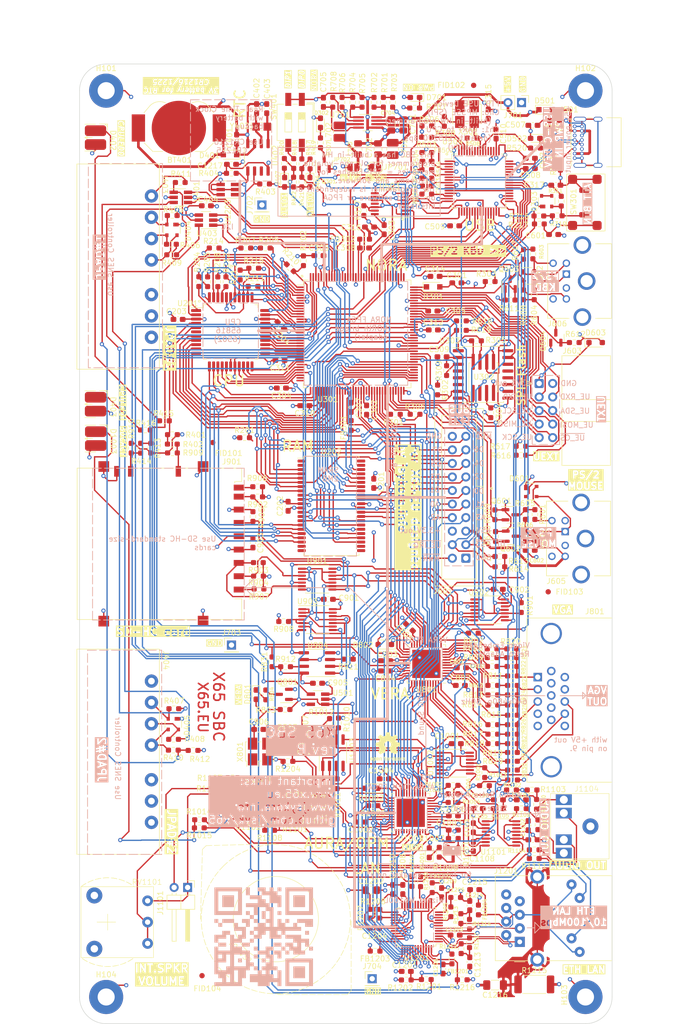
<source format=kicad_pcb>
(kicad_pcb (version 20221018) (generator pcbnew)
  (title_block (title "X65-SBC Board") (date "2024-02-12") (rev "revB1") (company "X65.EU") (comment 2 "All components on the top layer.") (comment 3 "PCB 100x180mm, 4-layers, min track/space=0.16/0.15mm."))
  (layers (0 "F.Cu" signal) (1 "In1.Cu" signal) (2 "In2.Cu" signal) (31 "B.Cu" signal) (34 "B.Paste" user) (35 "F.Paste" user) (36 "B.SilkS" user "B.Silkscreen") (37 "F.SilkS" user "F.Silkscreen") (38 "B.Mask" user) (39 "F.Mask" user) (44 "Edge.Cuts" user))
  (net 0 "")
  (net 1 "GND")
  (net 2 "~{M1CS}")
  (net 3 "CEF")
  (net 4 "~{CABORT}")
  (net 5 "~{CNMI}")
  (net 6 "CBE")
  (net 7 "~{CIRQ}")
  (net 8 "~{CRES}")
  (net 9 "Net-(BT401-+)")
  (net 10 "CSOB_MX")
  (net 11 "Net-(U402-X2)")
  (net 12 "CPHI2")
  (net 13 "Net-(U402-X1)")
  (net 14 "/Power Supply/EN3V3")
  (net 15 "CRDY")
  (net 16 "Net-(D301-K)")
  (net 17 "CVDA")
  (net 18 "CSYNC_VPA")
  (net 19 "A0")
  (net 20 "A1")
  (net 21 "Net-(D302-K)")
  (net 22 "A2")
  (net 23 "A3")
  (net 24 "A4")
  (net 25 "A5")
  (net 26 "A6")
  (net 27 "A7")
  (net 28 "A8")
  (net 29 "A9")
  (net 30 "A10")
  (net 31 "A11")
  (net 32 "CA12")
  (net 33 "CA13")
  (net 34 "CA14")
  (net 35 "CA15")
  (net 36 "CD7")
  (net 37 "CD6")
  (net 38 "CD5")
  (net 39 "CD4")
  (net 40 "CD3")
  (net 41 "CD2")
  (net 42 "CD1")
  (net 43 "CD0")
  (net 44 "~{CRW}")
  (net 45 "~{CVP}")
  (net 46 "~{CML}")
  (net 47 "D0")
  (net 48 "D1")
  (net 49 "D2")
  (net 50 "D3")
  (net 51 "~{MWR}")
  (net 52 "A19")
  (net 53 "A12")
  (net 54 "A13")
  (net 55 "A14")
  (net 56 "D4")
  (net 57 "D5")
  (net 58 "D6")
  (net 59 "D7")
  (net 60 "~{MRD}")
  (net 61 "A15")
  (net 62 "A16")
  (net 63 "A17")
  (net 64 "A18")
  (net 65 "A20")
  (net 66 "Net-(D303-K-Pad2)")
  (net 67 "Net-(D303-K-Pad3)")
  (net 68 "Net-(D402-K)")
  (net 69 "Net-(D403-K)")
  (net 70 "Net-(J403-CLOCK)")
  (net 71 "/NORA FPGA/VCCPLL0")
  (net 72 "/NORA FPGA/VCCPLL1")
  (net 73 "~{FLASHCS}")
  (net 74 "FSCK")
  (net 75 "FMOSI")
  (net 76 "FMISO")
  (net 77 "Net-(J403-LATCH)")
  (net 78 "/NORA FPGA/ATTBTN")
  (net 79 "Net-(C1101-Pad1)")
  (net 80 "/USB-Terminal/USBD_P")
  (net 81 "Net-(J403-DATA1)")
  (net 82 "Net-(J404-CLOCK)")
  (net 83 "/Sound Output/AMPINN")
  (net 84 "Net-(J404-DATA1)")
  (net 85 "Net-(J404-LATCH)")
  (net 86 "Net-(D502-K)")
  (net 87 "Net-(D701-K)")
  (net 94 "Net-(Q301-D)")
  (net 95 "Net-(Q601-D)")
  (net 96 "Net-(Q602-D)")
  (net 97 "Net-(Q603-D)")
  (net 98 "Net-(Q604-D)")
  (net 99 "+1V2")
  (net 100 "Net-(U201-PHI1O{slash}ABORTB)")
  (net 101 "/PS2 Kbd+Mouse, UEXT/UE_3V3")
  (net 102 "Net-(U201-NC{slash}E)")
  (net 103 "Net-(U201-PHI2)")
  (net 104 "Net-(U201-RDY)")
  (net 105 "/USB-Terminal/EECS")
  (net 106 "/USB-Terminal/EEDATA")
  (net 107 "/USB-Terminal/EECLK")
  (net 108 "Net-(U201-PHI2O{slash}VDA)")
  (net 109 "CPUTYPE02")
  (net 110 "/USB-Terminal/VPLL")
  (net 111 "/USB-Terminal/VPHY")
  (net 112 "/USB-Terminal/FTDI1V8")
  (net 113 "/USB-Terminal/USBD_N")
  (net 114 "/USB-Terminal/CC1")
  (net 115 "/USB-Terminal/CC2")
  (net 116 "FTCLKIN")
  (net 117 "UE_TXD")
  (net 125 "UART_RX")
  (net 126 "/LEDs, RTC, SNES/VBAT3V")
  (net 130 "UART_TX")
  (net 131 "UART_RTS")
  (net 132 "UART_CTS")
  (net 133 "NORADONE")
  (net 134 "~{NORARST}")
  (net 135 "ICD_SCK")
  (net 136 "/Power Supply/SW1")
  (net 137 "ICD_MOSI")
  (net 138 "/Power Supply/SW2")
  (net 139 "ICD_MISO")
  (net 140 "/Power Supply/FB1")
  (net 141 "~{ICD_CS}")
  (net 152 "I2C_SDA")
  (net 153 "I2C_SCL")
  (net 154 "NESDATA1")
  (net 155 "NESDATA0")
  (net 156 "NESLATCH")
  (net 157 "NESCLOCK")
  (net 158 "~{VCS0}")
  (net 159 "~{VIRQ}")
  (net 164 "Net-(U1101-VMID)")
  (net 165 "/USB-Terminal/ICD2NORAROM")
  (net 166 "Net-(U1101-CPCB)")
  (net 170 "+3V3")
  (net 173 "/Power Supply/FB2")
  (net 175 "CPULED0")
  (net 176 "CPULED1")
  (net 177 "Net-(R701-Pad1)")
  (net 178 "Net-(R704-Pad1)")
  (net 179 "/Power Supply/RAW3V3")
  (net 180 "/Power Supply/RAW1V2")
  (net 181 "/USB-Terminal/FTREF")
  (net 182 "/USB-Terminal/~{FTRES}")
  (net 183 "/USB-Terminal/UARTLED")
  (net 184 "/USB-Terminal/VBUS")
  (net 185 "Net-(U1101-CPCA)")
  (net 186 "Net-(U1102-+IN)")
  (net 187 "Net-(U1101-CPVOUTN)")
  (net 188 "L_AUDIO")
  (net 189 "PS2M_DATA")
  (net 190 "PS2M_CLK")
  (net 191 "PS2K_CLK")
  (net 192 "PS2K_DATA")
  (net 193 "R_AUDIO")
  (net 194 "/Sound Output/SPK1")
  (net 195 "/Ethernet/~{WIZRST}")
  (net 196 "/Ethernet/1V2O")
  (net 197 "/Ethernet/1V2A")
  (net 198 "/Ethernet/3V3A")
  (net 199 "/Ethernet/3V3D")
  (net 200 "Net-(C1213-Pad2)")
  (net 201 "Net-(C1214-Pad2)")
  (net 202 "/Ethernet/CTVDD")
  (net 203 "/Ethernet/LANSH")
  (net 204 "Net-(D801-K)")
  (net 205 "Net-(D802-K)")
  (net 206 "Net-(D1001-K)")
  (net 207 "Net-(D1002-K)")
  (net 208 "VERAFCS")
  (net 209 "AURAFCS")
  (net 210 "~{VRST}")
  (net 211 "~{ARST}")
  (net 213 "/VERA FPGA/VSYNC")
  (net 214 "/VERA FPGA/HSYNC")
  (net 218 "/VERA FPGA/BLUE")
  (net 219 "/VERA FPGA/GREEN")
  (net 220 "/VERA FPGA/RED")
  (net 221 "/SD-Card/CDDAT3")
  (net 222 "/SD-Card/CMD")
  (net 223 "/SD-Card/CLK")
  (net 224 "/SD-Card/DAT0")
  (net 225 "/SD-Card/DAT1")
  (net 226 "/SD-Card/DAT2")
  (net 227 "~{SD_CD}")
  (net 228 "SD_WP")
  (net 229 "/Sound Output/SPK2")
  (net 230 "/Sound Output/RJACK")
  (net 231 "/Sound Output/LJACK")
  (net 232 "/Ethernet/LEDYK")
  (net 233 "/Ethernet/LEDGK")
  (net 234 "/Ethernet/TDP")
  (net 235 "/Ethernet/TDN")
  (net 236 "/Ethernet/RDP")
  (net 237 "/Ethernet/RDN")
  (net 239 "VFPGA_CDONE")
  (net 240 "Net-(Q801-D)")
  (net 241 "AFPGA_CDONE")
  (net 242 "Net-(Q1001-D)")
  (net 243 "/Sound Output/MONOMIX")
  (net 244 "VSYSCLK")
  (net 245 "ASYSCLK")
  (net 246 "25MHz")
  (net 247 "Net-(R808-Pad1)")
  (net 248 "VGA_R3")
  (net 249 "Net-(R809-Pad1)")
  (net 250 "VGA_R2")
  (net 251 "Net-(R810-Pad1)")
  (net 252 "VGA_R1")
  (net 253 "VGA_R0")
  (net 254 "Net-(R812-Pad1)")
  (net 255 "VGA_G3")
  (net 256 "Net-(R813-Pad1)")
  (net 257 "VGA_G2")
  (net 258 "Net-(R814-Pad1)")
  (net 259 "VGA_G1")
  (net 260 "VGA_G0")
  (net 261 "Net-(R816-Pad1)")
  (net 262 "VGA_B3")
  (net 263 "Net-(R817-Pad1)")
  (net 264 "VGA_B2")
  (net 265 "Net-(R818-Pad1)")
  (net 266 "VGA_B1")
  (net 267 "VGA_B0")
  (net 268 "VGA_VSYNC")
  (net 269 "VGA_HSYNC")
  (net 270 "~{VSPI_SSEL}")
  (net 271 "Net-(U904-IO2)")
  (net 272 "Net-(U904-IO3)")
  (net 273 "VAUDIO_BCK")
  (net 274 "AUDIO_BCK")
  (net 275 "VAUDIO_DATA")
  (net 276 "AUDIO_DATA")
  (net 277 "VAUDIO_LRCK")
  (net 278 "AUDIO_LRCK")
  (net 279 "~{AFLASH_SSEL}")
  (net 280 "ASPI_SCK")
  (net 281 "Net-(U1003-IO2)")
  (net 282 "Net-(U1003-IO3)")
  (net 283 "/Sound Output/LINEOUTL")
  (net 284 "/Sound Output/LINEOUTR")
  (net 285 "~{ERST}")
  (net 286 "/Ethernet/XSCI")
  (net 287 "/Ethernet/RSET")
  (net 288 "Net-(R1205-Pad2)")
  (net 289 "/Ethernet/MOD2")
  (net 290 "/Ethernet/MOD0")
  (net 291 "/Ethernet/~{LLED}")
  (net 292 "/Ethernet/~{ALED}")
  (net 293 "UE_RXD")
  (net 294 "UE_SCL")
  (net 295 "/LEDs, RTC, SNES/NESCLOCK5")
  (net 296 "/LEDs, RTC, SNES/NESLATCH5")
  (net 297 "/LEDs, RTC, SNES/NES0DATA5")
  (net 298 "/LEDs, RTC, SNES/NES1DATA5")
  (net 299 "~{ECS2}")
  (net 300 "~{ACS1}")
  (net 301 "VSPI_MOSI")
  (net 302 "VSPI_SCK")
  (net 303 "VSPI_MISO")
  (net 304 "~{SD_SSEL}")
  (net 305 "Net-(U903-Pad3)")
  (net 306 "Net-(U903-Pad10)")
  (net 307 "~{VFLASH_SSEL}")
  (net 309 "ASPI_MOSI")
  (net 310 "ASPI_MISO")
  (net 311 "~{AIRQ}")
  (net 312 "UE_SDA")
  (net 313 "Net-(D1003-K)")
  (net 320 "~{EIRQ}")
  (net 322 "UE_MISO")
  (net 323 "UE_MOSI")
  (net 324 "UE_SCK")
  (net 325 "~{UE_CS}")
  (net 326 "/NORA FPGA/CLK12M")
  (net 327 "AURALED")
  (net 328 "/PS2 Kbd+Mouse, UEXT/PS2A_CLK5")
  (net 329 "/PS2 Kbd+Mouse, UEXT/PS2A_DATA5")
  (net 330 "/PS2 Kbd+Mouse, UEXT/PS2B_CLK5")
  (net 331 "/PS2 Kbd+Mouse, UEXT/PS2B_DATA5")
  (net 332 "Net-(D406-K)")
  (net 334 "VEAURADONE")
  (net 335 "/NORA FPGA/FIO2")
  (net 336 "/NORA FPGA/FIO3")
  (net 337 "Net-(U303-~{RESET}{slash}NC)")
  (net 345 "~{UE_CS3}")
  (net 346 "~{UE_IRQ}")
  (net 347 "Net-(D407-K)")
  (net 348 "~{MUTE}")
  (net 349 "Net-(R1107-Pad2)")
  (net 350 "RN_AUDIO")
  (net 351 "LN_AUDIO")
  (net 352 "+5V")
  (net 353 "Net-(R417-Pad1)")
  (net 354 "DIPLED0")
  (net 355 "Net-(R418-Pad1)")
  (net 356 "DIPLED1")
  (footprint "Resistor_SMD:R_0603_1608Metric_Pad0.98x0.95mm_HandSolder" (layer "F.Cu") (at 93.387 57.5025 -90)
    (fp_text reference "R517")
    (fp_text value "10k")
  )
  (footprint "Package_TO_SOT_SMD:SOT-23-6_Handsoldering" (layer "F.Cu") (at 67.85 53.55 180)
    (fp_text reference "U1203")
    (fp_text value "24AA025E48T-I/OT")
  )
  (footprint "Capacitor_SMD:C_0603_1608Metric_Pad1.08x0.95mm_HandSolder" (layer "F.Cu") (at 114.1984 184.8612)
    (fp_text reference "C1215")
    (fp_text value "1u")
  )
  (footprint "Connector_USB:USB_C_Receptacle_GCT_USB4085" (layer "F.Cu") (at 132.975 47.65 90)
    (fp_text reference "J501")
    (fp_text value "USB4085-GF-A")
  )
  (footprint "Resistor_SMD:R_0603_1608Metric_Pad0.98x0.95mm_HandSolder" (layer "F.Cu") (at 57.446 99.516)
    (fp_text reference "R401")
    (fp_text value "33k")
  )
  (footprint "Package_TO_SOT_SMD:SOT-23-5_HandSoldering" (layer "F.Cu") (at 84.7852 149.1488 180)
    (fp_text reference "U501")
    (fp_text value "SN74LVC1G08DBVR")
  )
  (footprint "x65_footprints:Trimmer_R0141-2" (layer "F.Cu") (at 45.2812 190.9572 90)
    (fp_text reference "RV1101")
    (fp_text value "R0141-2-100K")
  )
  (footprint "Resistor_SMD:R_0603_1608Metric_Pad0.98x0.95mm_HandSolder" (layer "F.Cu") (at 125.3744 179.0192 180)
    (fp_text reference "R1111")
    (fp_text value "10k")
  )
  (footprint "Resistor_SMD:R_0603_1608Metric_Pad0.98x0.95mm_HandSolder" (layer "F.Cu") (at 114.524 81.918591 180)
    (fp_text reference "R305")
    (fp_text value "10k")
  )
  (footprint "Capacitor_SMD:C_0603_1608Metric_Pad1.08x0.95mm_HandSolder" (layer "F.Cu") (at 83.9216 155.4977 -90)
    (fp_text reference "C1007")
    (fp_text value "1u")
  )
  (footprint "Package_TO_SOT_SMD:SOT-23" (layer "F.Cu") (at 120.904 114.554)
    (fp_text reference "Q601")
    (fp_text value "BSS138")
  )
  (footprint "Capacitor_SMD:C_0603_1608Metric_Pad1.08x0.95mm_HandSolder" (layer "F.Cu") (at 129.0232 61.9748 180)
    (fp_text reference "C601")
    (fp_text value "1u")
  )
  (footprint "Resistor_SMD:R_0603_1608Metric_Pad0.98x0.95mm_HandSolder" (layer "F.Cu") (at 116.078 162.9156 -90)
    (fp_text reference "R1001")
    (fp_text value "2k2")
  )
  (footprint "Connector_PinHeader_2.54mm:PinHeader_1x01_P2.54mm_Vertical" (layer "F.Cu") (at 94.9452 201.5744)
    (fp_text reference "J704")
    (fp_text value "Conn_01x01")
  )
  (footprint "Resistor_SMD:R_0603_1608Metric_Pad0.98x0.95mm_HandSolder" (layer "F.Cu") (at 110.6336 186.3332)
    (fp_text reference "R1206")
    (fp_text value "200R")
  )
  (footprint "Connector_IDC:IDC-Header_2x10_P2.54mm_Vertical" (layer "F.Cu") (at 112.54 122.7 180)
    (fp_text reference "J601")
    (fp_text value "IDC PINS 2x10p 2,54mm")
  )
  (footprint "Package_TO_SOT_SMD:SOT-23" (layer "F.Cu") (at 110.1496 178.1279 -90)
    (fp_text reference "Q1001")
    (fp_text value "BSS138")
  )
  (footprint "Capacitor_SMD:C_0603_1608Metric_Pad1.08x0.95mm_HandSolder" (layer "F.Cu") (at 124.65 47.68)
    (fp_text reference "C502")
    (fp_text value "3u3")
  )
  (footprint "x65_footprints:CMS-28528N-L152" (layer "F.Cu") (at 76.8604 190.3984 135)
    (fp_text reference "LS1101")
    (fp_text value "CMS-28528N-L152")
  )
  (footprint "Resistor_SMD:R_0603_1608Metric_Pad0.98x0.95mm_HandSolder" (layer "F.Cu") (at 90.4748 141.6304 180)
    (fp_text reference "R911")
    (fp_text value "10k")
  )
  (footprint "Resistor_SMD:R_0603_1608Metric_Pad0.98x0.95mm_HandSolder" (layer "F.Cu") (at 81.7372 48.7172 -90)
    (fp_text reference "R417")
    (fp_text value "2k7")
  )
  (footprint "Package_TO_SOT_SMD:SOT-23-6_Handsoldering" (layer "F.Cu") (at 63.754 59.2836 180)
    (fp_text reference "U403")
    (fp_text value "74LVC2G17DBVR")
  )
  (footprint "Resistor_SMD:R_0603_1608Metric_Pad0.98x0.95mm_HandSolder" (layer "F.Cu") (at 65.278 64.516)
    (fp_text reference "R214")
    (fp_text value "10k")
  )
  (footprint "Resistor_SMD:R_0603_1608Metric_Pad0.98x0.95mm_HandSolder" (layer "F.Cu") (at 85.6742 164.9984 90)
    (fp_text reference "R1009")
    (fp_text value "10k")
  )
  (footprint "Connector_PinHeader_2.54mm:PinHeader_1x01_P2.54mm_Vertical" (layer "F.Cu") (at 68.5292 138.9888)
    (fp_text reference "J703")
    (fp_text value "Conn_01x01")
  )
  (footprint "Resistor_SMD:R_0603_1608Metric_Pad0.98x0.95mm_HandSolder" (layer "F.Cu") (at 102.9208 38.2524 180)
    (fp_text reference "R707")
    (fp_text value "2k7")
  )
  (footprint "Resistor_SMD:R_0603_1608Metric_Pad0.98x0.95mm_HandSolder" (layer "F.Cu") (at 111.6985 78.18 180)
    (fp_text reference "R618")
    (fp_text value "100R")
  )
  (footprint "Resistor_SMD:R_0603_1608Metric_Pad0.98x0.95mm_HandSolder" (layer "F.Cu") (at 78.6892 143.0528)
    (fp_text reference "R912")
    (fp_text value "10k")
  )
  (footprint "Resistor_SMD:R_0603_1608Metric_Pad0.98x0.95mm_HandSolder" (layer "F.Cu") (at 117.983 114.554 -90)
    (fp_text reference "R609")
    (fp_text value "10k")
  )
  (footprint "Resistor_SMD:R_0603_1608Metric_Pad0.98x0.95mm_HandSolder" (layer "F.Cu") (at 57.446 102.945)
    (fp_text reference "R909")
    (fp_text value "10k")
  )
  (footprint "Resistor_SMD:R_0603_1608Metric_Pad0.98x0.95mm_HandSolder" (layer "F.Cu") (at 105.1052 201.7268 180)
    (fp_text reference "R1201")
    (fp_text value "470R")
  )
  (footprint "Package_SO:SO-8_3.9x4.9mm_P1.27mm" (layer "F.Cu") (at 73.5 47.5 -90)
    (fp_text reference "U402")
    (fp_text value "MCP7940N-xSN")
  )
  (footprint "Resistor_SMD:R_0603_1608Metric_Pad0.98x0.95mm_HandSolder" (layer "F.Cu") (at 111.5988 190.2956 -90)
    (fp_text reference "R1213")
    (fp_text value "50R")
  )
  (footprint "Capacitor_SMD:C_0603_1608Metric_Pad1.08x0.95mm_HandSolder" (layer "F.Cu") (at 79.567001 168.4782 180)
    (fp_text reference "C1101")
    (fp_text value "330n")
  )
  (footprint "Package_SO:TSSOP-14_4.4x5mm_P0.65mm" (layer "F.Cu") (at 84.6151 126.6248)
    (fp_text reference "U901")
    (fp_text value "74CBTLV3126PW,118")
  )
  (footprint "Capacitor_SMD:C_0603_1608Metric_Pad1.08x0.95mm_HandSolder" (layer "F.Cu") (at 91 94.4 -90)
    (fp_text reference "C307")
    (fp_text value "1u")
  )
  (footprint "Resistor_SMD:R_0603_1608Metric_Pad0.98x0.95mm_HandSolder" (layer "F.Cu") (at 105.156 43.7388 180)
    (fp_text reference "R503")
    (fp_text value "10k")
  )
  (footprint "Resistor_SMD:R_0603_1608Metric_Pad0.98x0.95mm_HandSolder" (layer "F.Cu") (at 78.5876 151.0792)
    (fp_text reference "R803")
    (fp_text value "10k")
  )
  (footprint "Resistor_SMD:R_0603_1608Metric_Pad0.98x0.95mm_HandSolder" (layer "F.Cu") (at 111.8616 201.7776 180)
    (fp_text reference "R1216")
    (fp_text value "10k")
  )
  (footprint "Package_SO:TSSOP-14_4.4x5mm_P0.65mm" (layer "F.Cu") (at 84.6836 134.2136)
    (fp_text reference "U903")
    (fp_text value "74AHC00PW")
  )
  (footprint "Package_SO:TSSOP-16_4.4x5mm_P0.65mm" (layer "F.Cu") (at 119.13405 174.3184)
    (fp_text reference "U1101")
    (fp_text value "WM8524CGEDT")
  )
  (footprint "Resistor_SMD:R_0603_1608Metric_Pad0.98x0.95mm_HandSolder" (layer "F.Cu") (at 71.2216 64.516)
    (fp_text reference "R207")
    (fp_text value "10k")
  )
  (footprint "LED_SMD:LED_0603_1608Metric_Pad1.05x0.95mm_HandSolder" (layer "F.Cu") (at 125.5688 43.9408 180)
    (fp_text reference "D502")
    (fp_text value "LED_GREEN_0603")
  )
  (footprint "Resistor_SMD:R_0603_1608Metric_Pad0.98x0.95mm_HandSolder" (layer "F.Cu") (at 117.602 153.924 180)
    (fp_text reference "R816")
    (fp_text value "510R")
  )
  (footprint "Resistor_SMD:R_0603_1608Metric_Pad0.98x0.95mm_HandSolder" (layer "F.Cu") (at 121.3123 164.2872 180)
    (fp_text reference "R1013")
    (fp_text value "10k")
  )
  (footprint "Resistor_SMD:R_0603_1608Metric_Pad0.98x0.95mm_HandSolder" (layer "F.Cu") (at 73.448 109.295 180)
    (fp_text reference "R906")
    (fp_text value "47k")
  )
  (footprint "Capacitor_SMD:C_0603_1608Metric_Pad1.08x0.95mm_HandSolder" (layer "F.Cu") (at 68.5303 48.8188 180)
    (fp_text reference "C1217")
    (fp_text value "1u")
  )
  (footprint "Capacitor_SMD:C_0603_1608Metric_Pad1.08x0.95mm_HandSolder" (layer "F.Cu") (at 108.0615 84.918591 180)
    (fp_text reference "C309")
    (fp_text value "1u")
  )
  (footprint "mini-DIN:TE_5749180-1" (layer "F.Cu") (at 135.2208 70.7124 90)
    (fp_text reference "J606")
    (fp_text value "TE 5749180-1")
  )
  (footprint "Resistor_SMD:R_0603_1608Metric_Pad0.98x0.95mm_HandSolder" (layer "F.Cu") (at 117.4985 143.002 180)
    (fp_text reference "R810")
    (fp_text value "2k")
  )
  (footprint "Capacitor_SMD:C_0603_1608Metric_Pad1.08x0.95mm_HandSolder" (layer "F.Cu") (at 97.451 141.934 180)
    (fp_text reference "C803")
    (fp_text value "1u")
  )
  (footprint "Resistor_SMD:R_0603_1608Metric_Pad0.98x0.95mm_HandSolder" (layer "F.Cu") (at 121.285 144.78 180)
    (fp_text reference "R811")
    (fp_text value "4k3")
  )
  (footprint "Capacitor_SMD:C_0603_1608Metric_Pad1.08x0.95mm_HandSolder" (layer "F.Cu") (at 95.25 108.6612 90)
    (fp_text reference "C201")
    (fp_text value "1u")
  )
  (footprint "Resistor_SMD:R_2512_6332Metric_Pad1.40x3.35mm_HandSolder" (layer "F.Cu") (at 125.391 202.64)
    (fp_text reference "R1215")
    (fp_text value "10M")
  )
  (footprint "Capacitor_SMD:C_0603_1608Metric_Pad1.08x0.95mm_HandSolder" (layer "F.Cu") (at 110.532 193.3944 180)
    (fp_text reference "C1205")
    (fp_text value "1u")
  )
  (footprint "Resistor_SMD:R_0603_1608Metric_Pad0.98x0.95mm_HandSolder" (layer "F.Cu") (at 113.75 43.9 180)
    (fp_text reference "R508")
    (fp_text value "10k")
  )
  (footprint "Resistor_SMD:R_0603_1608Metric_Pad0.98x0.95mm_HandSolder" (layer "F.Cu") (at 118.9228 122.3772 180)
    (fp_text reference "R613")
    (fp_text value "10k")
  )
  (footprint "Capacitor_SMD:C_0603_1608Metric_Pad1.08x0.95mm_HandSolder" (layer "F.Cu") (at 107.992 185.4188 90)
    (fp_text reference "C1209")
    (fp_text value "1u")
  )
  (footprint "Resistor_SMD:R_0603_1608Metric_Pad0.98x0.95mm_HandSolder" (layer "F.Cu") (at 79.55 68.23 135)
    (fp_text reference "R210")
    (fp_text value "0R")
  )
  (footprint "Resistor_SMD:R_0603_1608Metric_Pad0.98x0.95mm_HandSolder" (layer "F.Cu") (at 113.2244 191.3624 -90)
    (fp_text reference "R1214")
    (fp_text value "50R")
  )
  (footprint "Package_TO_SOT_SMD:SOT-23-6_Handsoldering" (layer "F.Cu") (at 59.0296 55.0164)
    (fp_text reference "U401")
    (fp_text value "74LVC2G17DBVR")
  )
  (footprint "Capacitor_SMD:C_0603_1608Metric_Pad1.08x0.95mm_HandSolder" (layer "F.Cu") (at 84.6836 146.1516)
    (fp_text reference "C905")
    (fp_text value "1u")
  )
  (footprint "Resistor_SMD:R_0603_1608Metric_Pad0.98x0.95mm_HandSolder" (layer "F.Cu") (at 121.285 157.48 180)
    (fp_text reference "R828")
    (fp_text value "150R")
  )
  (footprint "Diode_SMD:D_SOD-323_HandSoldering" (layer "F.Cu") (at 94.761505 165.8608 180)
    (fp_text reference "D1002")
    (fp_text value "CUS10S30,H3F")
  )
  (footprint "Resistor_SMD:R_0603_1608Metric_Pad0.98x0.95mm_HandSolder" (layer "F.Cu") (at 125.3744 73.2928 -90)
    (fp_text reference "R604")
    (fp_text value "100R")
  )
  (footprint "Resistor_SMD:R_0603_1608Metric_Pad0.98x0.95mm_HandSolder" (layer "F.Cu") (at 55.9308 96.9264 180)
    (fp_text reference "R415")
    (fp_text value "470R")
  )
  (footprint "Resistor_SMD:R_0603_1608Metric_Pad0.98x0.95mm_HandSolder" (layer "F.Cu") (at 123.7234 118.5672 -90)
    (fp_text reference "R606")
    (fp_text value "10k")
  )
  (footprint "Oscillator:Oscillator_SMD_SeikoEpson_SG8002LB-4Pin_5.0x3.2mm_HandSoldering" (layer "F.Cu") (at 112.75 39.3875 180)
    (fp_text reference "X301")
    (fp_text value "SG5032CAN 12.000000M-TJGA0")
  )
  (footprint "Capacitor_SMD:C_0603_1608Metric_Pad1.08x0.95mm_HandSolder" (layer "F.Cu") (at 97.2 61.08 -90)
    (fp_text reference "C303")
    (fp_text value "1u")
  )
  (footprint "Resistor_SMD:R_0603_1608Metric_Pad0.98x0.95mm_HandSolder" (layer "F.Cu") (at 129.1844 40.5892 180)
    (fp_text reference "R502")
    (fp_text value "5k1")
  )
  (footprint "Capacitor_SMD:C_0603_1608Metric_Pad1.08x0.95mm_HandSolder" (layer "F.Cu") (at 118.618 128.524 180)
    (fp_text reference "C902")
    (fp_text value "1u")
  )
  (footprint "Resistor_SMD:R_0603_1608Metric_Pad0.98x0.95mm_HandSolder" (layer "F.Cu") (at 49.699 102.056 -90)
    (fp_text reference "R910")
    (fp_text value "10k")
  )
  (footprint "Resistor_SMD:R_0603_1608Metric_Pad0.98x0.95mm_HandSolder" (layer "F.Cu") (at 110.1344 166.878)
    (fp_text reference "R1003")
    (fp_text value "0R")
  )
  (footprint "Capacitor_SMD:C_0603_1608Metric_Pad1.08x0.95mm_HandSolder" (layer "F.Cu") (at 106.75 69.83)
    (fp_text reference "C314")
    (fp_text value "1u")
  )
  (footprint "Resistor_SMD:R_0603_1608Metric_Pad0.98x0.95mm_HandSolder" (layer "F.Cu") (at 85.2424 44.7802 -90)
    (fp_text reference "R307")
    (fp_text value "2k7")
  )
  (footprint "Resistor_SMD:R_0603_1608Metric_Pad0.98x0.95mm_HandSolder" (layer "F.Cu") (at 117.224 95.418591 -90)
    (fp_text reference "R304")
    (fp_text value "10k")
  )
  (footprint "MountingHole:MountingHole_3.2mm_M3_Pad" (layer "F.Cu") (at 45 35)
    (fp_text reference "H101")
    (fp_text value "MountingHole")
  )
  (footprint "Resistor_SMD:R_0603_1608Metric_Pad0.98x0.95mm_HandSolder" (layer "F.Cu") (at 104.0296 183.3868 90)
    (fp_text reference "R1209")
    (fp_text value "470R")
  )
  (footprint "Resistor_SMD:R_0603_1608Metric_Pad0.98x0.95mm_HandSolder" (layer "F.Cu") (at 61.3156 158.75)
    (fp_text reference "R412")
    (fp_text value "10k")
  )
  (footprint "Resistor_SMD:R_0603_1608Metric_Pad0.98x0.95mm_HandSolder" (layer "F.Cu") (at 125.3744 177.3936 180)
    (fp_text reference "R1104")
    (fp_text value "10k")
  )
  (footprint "Inductor_SMD:L_1008_2520Metric_Pad1.43x2.20mm_HandSolder" (layer "F.Cu") (at 88.7936 42.6784 -90)
    (fp_text reference "L702")
    (fp_text value "DFE252010P-1R0M=P2")
  )
  (footprint "LED_SMD:LED_0603_1608Metric_Pad1.05x0.95mm_HandSolder" (layer "F.Cu") (at 105.664 177.9524 90)
    (fp_text reference "D1001")
    (fp_text value "LED_GREEN_0603")
  )
  (footprint "Capacitor_SMD:C_0603_1608Metric_Pad1.08x0.95mm_HandSolder" (layer "F.Cu") (at 73.1662 165.735 180)
    (fp_text reference "C1109")
    (fp_text value "C")
  )
  (footprint "MountingHole:MountingHole_3.2mm_M3_Pad" (layer "F.Cu") (at 135 205)
    (fp_text reference "H103")
    (fp_text value "MountingHole")
  )
  (footprint "Capacitor_SMD:C_0603_1608Metric_Pad1.08x0.95mm_HandSolder" (layer "F.Cu") (at 79.163 112.9515 -90)
    (fp_text reference "C202")
    (fp_text value "1u")
  )
  (footprint "Resistor_SMD:R_0603_1608Metric_Pad0.98x0.95mm_HandSolder" (layer "F.Cu") (at 117.602 148.336 180)
    (fp_text reference "R813")
    (fp_text value "910R")
  )
  (footprint "Resistor_SMD:R_0603_1608Metric_Pad0.98x0.95mm_HandSolder" (layer "F.Cu") (at 120.8551 74.2696)
    (fp_text reference "R611")
    (fp_text value "10k")
  )
  (footprint "Capacitor_SMD:C_0805_2012Metric_Pad1.18x1.45mm_HandSolder" (layer "F.Cu") (at 94.7713 184.9628)
    (fp_text reference "C1202")
    (fp_text value "22u/16V")
  )
  (footprint "Resistor_SMD:R_0603_1608Metric_Pad0.98x0.95mm_HandSolder" (layer "F.Cu") (at 78.4606 48.641 -90)
    (fp_text reference "R420")
    (fp_text value "2k7")
  )
  (footprint "Resistor_SMD:R_0603_1608Metric_Pad0.98x0.95mm_HandSolder" (layer "F.Cu") (at 113.9444 136.7536 180)
    (fp_text reference "R802")
    (fp_text value "10k")
  )
  (footprint "Package_QFP:MQFP-44_10x10mm_P0.8mm" (layer "F.Cu") (at 68.38 80.24)
    (fp_text reference "U201")
    (fp_text value "W65C816S6TQG-14")
  )
  (footprint "Resistor_SMD:R_0603_1608Metric_Pad0.98x0.95mm_HandSolder" (layer "F.Cu") (at 130.2932 48.975 -90)
    (fp_text reference "R501")
    (fp_text value "5k1")
  )
  (footprint "Fiducial:Fiducial_1mm_Mask2mm" (layer "F.Cu") (at 65 101)
    (fp_text reference "FID101")
    (fp_text value "Fiducial")
  )
  (footprint "Resistor_SMD:R_0603_1608Metric_Pad0.98x0.95mm_HandSolder" (layer "F.Cu") (at 62.5367 171.7548 180)
    (fp_text reference "R1014")
    (fp_text value "470R")
  )
  (footprint "Connector_PinHeader_2.54mm:PinHeader_1x02_P2.54mm_Horizontal" (layer "F.Cu") (at 60.2996 184.4548 -90)
    (fp_text reference "J1101")
    (fp_text value "PINS 1x2")
  )
  (footprint "Resistor_SMD:R_0603_1608Metric_Pad0.98x0.95mm_HandSolder" (layer "F.Cu") (at 98.7936 37.1784 90)
    (fp_text reference "R703")
    (fp_text value "10R")
  )
  (footprint "Resistor_SMD:R_0603_1608Metric_Pad0.98x0.95mm_HandSolder" (layer "F.Cu") (at 117.602 146.558 180)
    (fp_text reference "R812")
    (fp_text value "510R")
  )
  (footprint "Capacitor_SMD:C_0603_1608Metric_Pad1.08x0.95mm_HandSolder" (layer "F.Cu") (at 110.4392 60.3504 180)
    (fp_text reference "C509")
    (fp_text value "1u")
  )
  (footprint "Resistor_SMD:R_0603_1608Metric_Pad0.98x0.95mm_HandSolder" (layer "F.Cu") (at 123.3744 73.2928 -90)
    (fp_text reference "R608")
    (fp_text value "10k")
  )
  (footprint "Capacitor_SMD:C_0603_1608Metric_Pad1.08x0.95mm_HandSolder" (layer "F.Cu") (at 93.9 94.9 -90)
    (fp_text reference "C302")
    (fp_text value "1u")
  )
  (footprint "Diode_SMD:D_SOD-323_HandSoldering" (layer "F.Cu") (at 106.4 71.8)
    (fp_text reference "D301")
    (fp_text value "CUS10S30,H3F")
  )
  (footprint "Capacitor_SMD:C_0603_1608Metric_Pad1.08x0.95mm_HandSolder" (layer "F.Cu") (at 86.7156 130.4036 180)
    (fp_text reference "C901")
    (fp_text value "1u")
  )
  (footprint "Resistor_SMD:R_0603_1608Metric_Pad0.98x0.95mm_HandSolder" (layer "F.Cu") (at 107.23 91.134 -90)
    (fp_text reference "R302")
    (fp_text value "10k")
  )
  (footprint "Capacitor_SMD:C_0603_1608Metric_Pad1.08x0.95mm_HandSolder" (layer "F.Cu") (at 125.12845 175.5122)
    (fp_text reference "C1111")
    (fp_text value "3u3")
  )
  (footprint "Resistor_SMD:R_0603_1608Metric_Pad0.98x0.95mm_HandSolder" (layer "F.Cu") (at 126.06825 172.6928 90)
    (fp_text reference "R1109")
    (fp_text value "560R")
  )
  (footprint "Resistor_SMD:R_0603_1608Metric_Pad0.98x0.95mm_HandSolder" (layer "F.Cu") (at 123.3744 65.7053 90)
    (fp_text reference "R607")
    (fp_text value "10k")
  )
  (footprint "Resistor_SMD:R_0603_1608Metric_Pad0.98x0.95mm_HandSolder" (layer "F.Cu") (at 103 95.7)
    (fp_text reference "R306")
    (fp_text value "10k")
  )
  (footprint "Resistor_SMD:R_0603_1608Metric_Pad0.98x0.95mm_HandSolder" (layer "F.Cu") (at 121.285 148.336 180)
    (fp_text reference "R824")
    (fp_text value "160R")
  )
  (footprint "x65_footprints:JC-128" (layer "F.Cu") (at 135.932 173 180)
    (fp_text reference "J1104")
    (fp_text value "JC-128")
  )
  (footprint "Capacitor_SMD:C_0603_1608Metric_Pad1.08x0.95mm_HandSolder" (layer "F.Cu") (at 129.4384 52.7304)
    (fp_text reference "C317")
    (fp_text value "100n")
  )
  (footprint "Fiducial:Fiducial_1mm_Mask2mm" (layer "F.Cu") (at 114 34)
    (fp_text reference "FID102")
    (fp_text value "Fiducial")
  )
  (footprint "snes:SNES_Controller_Conn_7p_90deg_P1Left" (layer "F.Cu") (at 40.3 54.65 -90)
    (fp_text reference "J403")
    (fp_text value "SNES_Controller_Conn")
  )
  (footprint "Resistor_SMD:R_0603_1608Metric_Pad0.98x0.95mm_HandSolder" (layer "F.Cu") (at 105.2 54.4)
    (fp_text reference "R505")
    (fp_text value "1k")
  )
  (footprint "Capacitor_SMD:C_0603_1608Metric_Pad1.08x0.95mm_HandSolder" (layer "F.Cu") (at 105.2 52.9 180)
    (fp_text reference "C503")
    (fp_text value "3u3")
  )
  (footprint "Resistor_SMD:R_0603_1608Metric_Pad0.98x0.95mm_HandSolder" (layer "F.Cu") (at 121.285 162.433 180)
    (fp_text reference "R830")
    (fp_text value "820R")
  )
  (footprint "Resistor_SMD:R_0603_1608Metric_Pad0.98x0.95mm_HandSolder" (layer "F.Cu") (at 57.7088 150.9268 180)
    (fp_text reference "R407")
    (fp_text value "100R")
  )
  (footprint "Capacitor_SMD:C_0603_1608Metric_Pad1.08x0.95mm_HandSolder" (layer "F.Cu") (at 95.3936 192.1244 180)
    (fp_text reference "C1204")
    (fp_text value "1u")
  )
  (footprint "x65_footprints:SOIC-8_5.23x5.23mm_P1.27mm_Extended" (layer "F.Cu") (at 115.824 88.768591 90)
    (fp_text reference "U302")
    (fp_text value "W25Q128JVS")
  )
  (footprint "ledplcc2:PLCC2_4x4mm" (layer "F.Cu") (at 43 43.8056 -90)
    (fp_text reference "D402")
    (fp_text value "AA4040LCGCK-AMT")
  )
  (footprint "Capacitor_SMD:C_0603_1608Metric_Pad1.08x0.95mm_HandSolder" (layer "F.Cu") (at 106.3255 76.327)
    (fp_text reference "C305")
    (fp_text value "1u")
  )
  (footprint "Resistor_SMD:R_0603_1608Metric_Pad0.98x0.95mm_HandSolder" (layer "F.Cu") (at 122.8852 101.7016)
    (fp_text reference "R617")
    (fp_text value "10k")
  )
  (footprint "Resistor_SMD:R_0603_1608Metric_Pad0.98x0.95mm_HandSolder" (layer "F.Cu") (at 81.7372 52.1462 -90)
    (fp_text reference "R421")
    (fp_text value "33k")
  )
  (footprint "Capacitor_SMD:C_0603_1608Metric_Pad1.08x0.95mm_HandSolder" (layer "F.Cu") (at 77.6375 85.58 180)
    (fp_text reference "C311")
    (fp_text value "1u")
  )
  (footprint "Resistor_SMD:R_0603_1608Metric_Pad0.98x0.95mm_HandSolder" (layer "F.Cu") (at 57.2516 63.8048 180)
    (fp_text reference "R406")
    (fp_text value "100R")
  )
  (footprint "Capacitor_SMD:C_0603_1608Metric_Pad1.08x0.95mm_HandSolder" (layer "F.Cu") (at 116.75 39.3875 90)
    (fp_text reference "C315")
    (fp_text value "1u")
  )
  (footprint "Resistor_SMD:R_0603_1608Metric_Pad0.98x0.95mm_HandSolder" (layer "F.Cu") (at 62.4859 173.2788 180)
    (fp_text reference "R1015")
    (fp_text value "470R")
  )
  (footprint "Connector_RJ:RJ45_Amphenol_RJMG1BD3B8K1ANR" (layer "F.Cu") (at 122.66 194.66 90)
    (fp_text reference "J1201")
    (fp_text value "RJMG1BD3B8K1ANR")
  )
  (footprint "Capacitor_SMD:C_0603_1608Metric_Pad1.08x0.95mm_HandSolder" (layer "F.Cu") (at 105.25 48.25 180)
    (fp_text reference "C504")
    (fp_text value "3u3")
  )
  (footprint "Connector_PinHeader_2.54mm:PinHeader_1x01_P2.54mm_Vertical" (layer "F.Cu") (at 74.2442 56.4388)
    (fp_text reference "J702")
    (fp_text value "Conn_01x01")
  )
  (footprint "Resistor_SMD:R_0603_1608Metric_Pad0.98x0.95mm_HandSolder" (layer "F.Cu") (at 105.2 49.8)
    (fp_text reference "R504")
    (fp_text value "12k")
  )
  (footprint "snes:SNES_Controller_Conn_7p_90deg_P1Left" (layer "F.Cu") (at 40.3 145.65 -90)
    (fp_text reference "J404")
    (fp_text value "SNES_Controller_Conn")
  )
  (footprint "Fiducial:Fiducial_1mm_Mask2mm" (layer "F.Cu") (at 128 129)
    (fp_text reference "FID103")
    (fp_text value "Fiducial")
  )
  (footprint "Resistor_SMD:R_0603_1608Metric_Pad0.98x0.95mm_HandSolder" (layer "F.Cu") (at 95.4444 188.5684 180)
    (fp_text reference "R1208")
    (fp_text value "10k")
  )
  (footprint "Capacitor_SMD:C_0603_1608Metric_Pad1.08x0.95mm_HandSolder" (layer "F.Cu") (at 113.95245 176.7822 -90)
    (fp_text reference "C1108")
    (fp_text value "3u3")
  )
  (footprint "Resistor_SMD:R_0603_1608Metric_Pad0.98x0.95mm_HandSolder" (layer "F.Cu") (at 102.404 183.336 90)
    (fp_text reference "R1210")
    (fp_text value "470R")
  )
  (footprint "Package_DFN_QFN:QFN-48-1EP_7x7mm_P0.5mm_EP5.3x5.3mm" (layer "F.Cu") (at 105.131 142.519 180)
    (fp_text reference "U801")
    (fp_text value "ICE40UP5K-SG48ITR50")
  )
  (footprint "Resistor_SMD:R_0603_1608Metric_Pad0.98x0.95mm_HandSolder" (layer "F.Cu") (at 89.2936 37.1784 90)
    (fp_text reference "R706")
    (fp_text value "10R")
  )
  (footprint "Diode_SMD:D_SOD-323_HandSoldering" (layer "F.Cu") (at 68.25 47 180)
    (fp_text reference "D401")
    (fp_text value "CUS10S30,H3F")
  )
  (footprint "Fiducial:Fiducial_1mm_Mask2mm" (layer "F.Cu") (at 63 201)
    (fp_text reference "FID104")
    (fp_text value "Fiducial")
  )
  (footprint "Resistor_SMD:R_0603_1608Metric_Pad0.98x0.95mm_HandSolder" (layer "F.Cu") (at 51.477 102.056 90)
    (fp_text reference "R414")
    (fp_text value "2k7")
  )
  (footprint "Resistor_SMD:R_0603_1608Metric_Pad0.98x0.95mm_HandSolder" (layer "F.Cu") (at 121.285 160.782 180)
    (fp_text reference "R829")
    (fp_text value "820R")
  )
  (footprint "Resistor_SMD:R_0603_1608Metric_Pad0.98x0.95mm_HandSolder" (layer "F.Cu") (at 111.6496 195.9344 90)
    (fp_text reference "R1212")
    (fp_text value "50R")
  )
  (footprint "Connector_IDC:IDC-Header_2x05_P2.54mm_Horizontal" (layer "F.Cu") (at 126.3025 89.92)
    (fp_text reference "J603")
    (fp_text value "DS1013-10RSIB CONNFLY")
  )
  (footprint "Capacitor_SMD:C_1206_3216Metric_Pad1.33x1.80mm_HandSolder" (layer "F.Cu") (at 118.025 202.767 180)
    (fp_text reference "C1216")
    (fp_text value "1nF/2kV")
  )
  (footprint "Resistor_SMD:R_0603_1608Metric_Pad0.98x0.95mm_HandSolder" (layer "F.Cu") (at 57.4225 101.294 180)
    (fp_text reference "R402")
    (fp_text value "2k7")
  )
  (footprint "Capacitor_SMD:C_0603_1608Metric_Pad1.08x0.95mm_HandSolder" (layer "F.Cu") (at 110.1852 173.6852)
    (fp_text reference "C1003")
    (fp_text value "1u")
  )
  (footprint "Resistor_SMD:R_0603_1608Metric_Pad0.98x0.95mm_HandSolder" (layer "F.Cu") (at 125.81425 168.8574 90)
    (fp_text reference "R1110")
    (fp_text value "560R")
  )
  (footprint "Resistor_SMD:R_0603_1608Metric_Pad0.98x0.95mm_HandSolder" (layer "F.Cu") (at 121.158 139.7 180)
    (fp_text reference "R820")
    (fp_text value "27R")
  )
  (footprint "Package_SO:TSSOP-14_4.4x5mm_P0.65mm" (layer "F.Cu") (at 116.9924 132.3848)
    (fp_text reference "U902")
    (fp_text value "74CBTLV3126PW,118")
  )
  (footprint "Capacitor_SMD:C_0805_2012Metric_Pad1.18x1.45mm_HandSolder" (layer "F.Cu") (at 92.2936 45.9284 -90)
    (fp_text reference "C703")
    (fp_text value "22u/16V")
  )
  (footprint "Resistor_SMD:R_0603_1608Metric_Pad0.98x0.95mm_HandSolder" (layer "F.Cu") (at 74.9808 148.336 -90)
    (fp_text reference "R804")
    (fp_text value "2k7")
  )
  (footprint "Symbol:OSHW-Logo2_7.3x6mm_SilkScreen" (layer "F.Cu") (at 97.8916 158.115)
    (fp_text reference "SYM101" hide)
    (fp_text value "Logo_Open_Hardware_Large" hide)
  )
  (footprint "Capacitor_SMD:C_0603_1608Metric_Pad1.08x0.95mm_HandSolder" (layer "F.Cu") (at 125.1375 41.5)
    (fp_text reference "C507")
    (fp_text value "1u")
  )
  (footprint "Package_TO_SOT_SMD:SOT-23" (layer "F.Cu") (at 120.8551 71.2696 90)
    (fp_text reference "Q603")
    (fp_text value "BSS138")
  )
  (footprint "Capacitor_SMD:C_0603_1608Metric_Pad1.08x0.95mm_HandSolder" (layer "F.Cu") (at 111.506 146.558)
    (fp_text reference "C802")
    (fp_text value "1u")
  )
  (footprint "Capacitor_SMD:C_0603_1608Metric_Pad1.08x0.95mm_HandSolder" (layer "F.Cu") (at 63.8048 56.5912)
    (fp_text reference "C404")
    (fp_text value "1u")
  )
  (footprint "Package_SO:TSOP-II-44_10.16x18.41mm_P0.8mm" (layer "F.Cu") (at 87.2915 112.87)
    (fp_text reference "U202")
    (fp_text value "IS61WV20488FBLL-10TLI")
  )
  (footprint "Resistor_SMD:R_0603_1608Metric_Pad0.98x0.95mm_HandSolder" (layer "F.Cu") (at 118.11 118.618 -90)
    (fp_text reference "R610")
    (fp_text value "10k")
  )
  (footprint "Capacitor_SMD:C_0603_1608Metric_Pad1.08x0.95mm_HandSolder" (layer "F.Cu") (at 113.2752 187.8572 -90)
    (fp_text reference "C1214")
    (fp_text value "100n")
  )
  (footprint "Resistor_SMD:R_0603_1608Metric_Pad0.98x0.95mm_HandSolder" (layer "F.Cu") (at 118.9228 124.3076 180)
    (fp_text reference "R614")
    (fp_text value "10k")
  )
  (footprint "Package_TO_SOT_SMD:SOT-143" (layer "F.Cu") (at 127.7112 55.7276 90)
    (fp_text reference "D303")
    (fp_text value "SP0503BAHT")
  )
  (footprint "Resistor_SMD:R_0603_1608Metric_Pad0.98x0.95mm_HandSolder" (layer "F.Cu") (at 67.491 70.842 90)
    (fp_text reference "R212")
    (fp_text value "100R")
  )
  (footprint "Resistor_SMD:R_0603_1608Metric_Pad0.98x0.95mm_HandSolder" (layer "F.Cu") (at 52.3748 98.6536 180)
    (fp_text reference "R416")
    (fp_text value "470R")
  )
  (footprint "Resistor_SMD:R_0603_1608Metric_Pad0.98x0.95mm_HandSolder" (layer "F.Cu") (at 125.5014 118.5437 -90)
    (fp_text reference "R602")
    (fp_text value "100R")
  )
  (footprint "Resistor_SMD:R_0603_1608Metric_Pad0.98x0.95mm_HandSolder" (layer "F.Cu") (at 110.1363 165.3032)
    (fp_text reference "R1002")
    (fp_text value "0R")
  )
  (footprint "Capacitor_SMD:C_0603_1608Metric_Pad1.08x0.95mm_HandSolder" (layer "F.Cu") (at 77.8 79 -45)
    (fp_text reference "C204")
    (fp_text value "1u")
  )
  (footprint "Capacitor_SMD:C_0603_1608Metric_Pad1.08x0.95mm_HandSolder" (layer "F.Cu") (at 98.7972 184.8346 90)
    (fp_text reference "C1210")
    (fp_text value "1u")
  )
  (footprint "Capacitor_SMD:C_0603_1608Metric_Pad1.08x0.95mm_HandSolder" (layer "F.Cu") (at 73.25 38.3625 90)
    (fp_text reference "C402")
    (fp_text value "18p")
  )
  (footprint "Package_SO:SOIC-16W_7.5x10.3mm_P1.27mm" (layer "F.Cu") (at 115.774 88.223591)
    (fp_text reference "U303")
    (fp_text value "IS25WP256D-xM, W25Q512JVFIQ")
  )
  (footprint "Resistor_SMD:R_0603_1608Metric_Pad0.98x0.95mm_HandSolder" (layer "F.Cu") (at 121.285 146.558 180)
    (fp_text reference "R823")
    (fp_text value "27R")
  )
  (footprint "Resistor_SMD:R_0603_1608Metric_Pad0.98x0.95mm_HandSolder" (layer "F.Cu") (at 117.475 139.7 180)
    (fp_text reference "R808")
    (fp_text value "510R")
  )
  (footprint "Resistor_SMD:R_0603_1608Metric_Pad0.98x0.95mm_HandSolder" (layer "F.Cu") (at 99.3 95.7 180)
    (fp_text reference "R301")
    (fp_text value "10k")
  )
  (footprint "Package_SO:SOIC-8_3.9x4.9mm_P1.27mm" (layer "F.Cu") (at 87.5792 159.1818 90)
    (fp_text reference "U1003")
    (fp_text value "W25Q16JVSNIQ")
  )
  (footprint "Capacitor_SMD:C_0603_1608Metric_Pad1.08x0.95mm_HandSolder" (layer "F.Cu") (at 118.65145 168.0192 180)
    (fp_text reference "C1106")
    (fp_text value "2n7")
  )
  (footprint "Resistor_SMD:R_0603_1608Metric_Pad0.98x0.95mm_HandSolder" (layer "F.Cu") (at 122.8852 103.378)
    (fp_text reference "R616")
    (fp_text value "10k")
  )
  (footprint "Capacitor_SMD:C_0603_1608Metric_Pad1.08x0.95mm_HandSolder" (layer "F.Cu") (at 113.2752 198.4236 90)
    (fp_text reference "C1213")
    (fp_text value "100n")
  )
  (footprint "Capacitor_SMD:C_0603_1608Metric_Pad1.08x0.95mm_HandSolder" (layer "F.Cu") (at 124.6375 49.6)
    (fp_text reference "C508")
    (fp_text value "1u")
  )
  (footprint "Capacitor_SMD:C_0603_1608Metric_Pad1.08x0.95mm_HandSolder" (layer "F.Cu") (at 97.225305 164.0828 180)
    (fp_text reference "C1004")
    (fp_text value "1u")
  )
  (footprint "Resistor_SMD:R_0603_1608Metric_Pad0.98x0.95mm_HandSolder" (layer "F.Cu") (at 126.3375 60)
    (fp_text reference "R217")
    (fp_text value "2k")
  )
  (footprint "Resistor_SMD:R_0603_1608Metric_Pad0.98x0.95mm_HandSolder" (layer "F.Cu") (at 82.042 66.9036 -90)
    (fp_text reference "R202")
    (fp_text value "10k")
  )
  (footprint "Capacitor_SMD:C_0603_1608Metric_Pad1.08x0.95mm_HandSolder" (layer "F.Cu") (at 72.559 119.836 -90)
    (fp_text reference "C903")
    (fp_text value "3u3")
  )
  (footprint "Package_QFP:LQFP-64_10x10mm_P0.5mm" (layer "F.Cu") (at 115 52)
    (fp_text reference "U504")
    (fp_text value "FT2232HL")
  )
  (footprint "Capacitor_SMD:C_0603_1608Metric_Pad1.08x0.95mm_HandSolder" (layer "F.Cu") (at 113.95245 173.2527 -90)
    (fp_text reference "C1103")
    (fp_text value "1u")
  )
  (footprint "Capacitor_SMD:C_0603_1608Metric_Pad1.08x0.95mm_HandSolder" (layer "F.Cu") (at 69.5 44.1125 90)
    (fp_text reference "C401")
    (fp_text value "1u")
  )
  (footprint "Resistor_SMD:R_0603_1608Metric_Pad0.98x0.95mm_HandSolder" (layer "F.Cu") (at 125.6 45.76)
    (fp_text reference "R520")
    (fp_text value "470R")
  )
  (footprint "Resistor_SMD:R_0603_1608Metric_Pad0.98x0.95mm_HandSolder" (layer "F.Cu") (at 95.2936 37.1784 90)
    (fp_text reference "R702")
    (fp_text value "2k7")
  )
  (footprint "Resistor_SMD:R_0603_1608Metric_Pad0.98x0.95mm_HandSolder" (layer "F.Cu") (at 73.575 123.519 180)
    (fp_text reference "R903")
    (fp_text value "47k")
  )
  (footprint "Diode_SMD:D_SOD-323_HandSoldering" (layer "F.Cu") (at 97.324 138.886 180)
    (fp_text reference "D802")
    (fp_text value "CUS10S30,H3F")
  )
  (footprint "Capacitor_SMD:C_0603_1608Metric_Pad1.08x0.95mm_HandSolder" (layer "F.Cu") (at 114.84145 169.6702 180)
    (fp_text reference "C1105")
    (fp_text value "1u")
  )
  (footprint "Resistor_SMD:R_0603_1608Metric_Pad0.98x0.95mm_HandSolder" (layer "F.Cu") (at 62.399 70.814 -90)
    (fp_text reference "R204")
    (fp_text value "10k")
  )
  (footprint "Resistor_SMD:R_0603_1608Metric_Pad0.98x0.95mm_HandSolder" (layer "F.Cu") (at 121.158 141.351 180)
    (fp_text reference "R821")
    (fp_text value "160R")
  )
  (footprint "Resistor_SMD:R_0603_1608Metric_Pad0.98x0.95mm_HandSolder" (layer "F.Cu") (at 105.2 46.6)
    (fp_text reference "FB502")
    (fp_text value "GBK160808T-221Y-N")
  )
  (footprint "Capacitor_SMD:C_0603_1608Metric_Pad1.08x0.95mm_HandSolder" (layer "F.Cu") (at 110.744 157.48 180)
    (fp_text reference "C1001")
    (fp_text value "1u")
  )
  (footprint "Resistor_SMD:R_0603_1608Metric_Pad0.98x0.95mm_HandSolder" (layer "F.Cu") (at 79.756 172.1104 180)
    (fp_text reference "R1101")
    (fp_text value "100k")
  )
  (footprint "Package_TO_SOT_SMD:SOT-23" (layer "F.Cu") (at 120.9548 118.5672)
    (fp_text reference "Q602")
    (fp_text value "BSS138")
  )
  (footprint "Capacitor_SMD:C_0805_2012Metric_Pad1.18x1.45mm_HandSolder" (layer "F.Cu") (at 98.5436 41.4284 90)
    (fp_text reference "C704")
    (fp_text value "22u/16V")
  )
  (footprint "Capacitor_SMD:C_0603_1608Metric_Pad1.08x0.95mm_HandSolder" (layer "F.Cu") (at 85.7936 37.1784 90)
    (fp_text reference "C705")
    (fp_text value "1u")
  )
  (footprint "Resistor_SMD:R_0603_1608Metric_Pad0.98x0.95mm_HandSolder" (layer "F.Cu") (at 73.702 128.472 180)
    (fp_text reference "R907")
    (fp_text value "47k")
  )
  (footprint "Capacitor_SMD:C_0603_1608Metric_Pad1.08x0.95mm_HandSolder" (layer "F.Cu") (at 84.9376 65.9384)
    (fp_text reference "C306")
    (fp_text value "1u")
  )
  (footprint "Resistor_SMD:R_0603_1608Metric_Pad0.98x0.95mm_HandSolder" (layer "F.Cu") (at 57.6072 158.6992 180)
    (fp_text reference "R410")
    (fp_text value "100R")
  )
  (footprint "Resistor_SMD:R_0603_1608Metric_Pad0.98x0.95mm_HandSolder" (layer "F.Cu") (at 122.96945 169.6702 180)
    (fp_text reference "R1106")
    (fp_text value "560R")
  )
  (footprint "Battery:BatteryHolder_LINX_BAT-HLD-012-SMT" (layer "F.Cu") (at 58.65 42 180)
    (fp_text reference "BT401")
    (fp_text value "BAT-HLD-012-SMT")
  )
  (footprint "Resistor_SMD:R_0603_1608Metric_Pad0.98x0.95mm_HandSolder" (layer "F.Cu") (at 74.8792 64.516 180)
    (fp_text reference "R205")
    (fp_text value "10k")
  )
  (footprint "Package_QFP:LQFP-48_7x7mm_P0.5mm" (layer "F.Cu") (at 103.3153 191.8504 180)
    (fp_text reference "U1201")
    (fp_text value "W6100L")
  )
  (footprint "Capacitor_SMD:C_0603_1608Metric_Pad1.08x0.95mm_HandSolder" (layer "F.Cu") (at 118.2116 43.1292 90)
    (fp_text reference "C510")
    (fp_text value "1u")
  )
  (footprint "Resistor_SMD:R_0603_1608Metric_Pad0.98x0.95mm_HandSolder" (layer "F.Cu") (at 105.2068 41.6052 180)
    (fp_text reference "R506")
    (fp_text value "10k")
  )
  (footprint "Resistor_SMD:R_0603_1608Metric_Pad0.98x0.95mm_HandSolder" (layer "F.Cu") (at 79.033 155.8536)
    (fp_text reference "R805")
    (fp_text value "50R")
  )
  (footprint "Resistor_SMD:R_0603_1608Metric_Pad0.98x0.95mm_HandSolder" (layer "F.Cu") (at 83.2866 48.7426 -90)
    (fp_text reference "R419")
    (fp_text value "2k7")
  )
  (footprint "Resistor_SMD:R_0603_1608Metric_Pad0.98x0.95mm_HandSolder" (layer "F.Cu") (at 121.205 143.002 180)
    (fp_text reference "R822")
    (fp_text value "150R")
  )
  (footprint "Resistor_SMD:R_0603_1608Metric_Pad0.98x0.95mm_HandSolder" (layer "F.Cu") (at 116.0291 165.354 180)
    (fp_text reference "R1006")
    (fp_text value "10k")
  )
  (footprint "Resistor_SMD:R_0603_1608Metric_Pad0.98x0.95mm_HandSolder" (layer "F.Cu") (at 121.285 159.131 180)
    (fp_text reference "R819")
    (fp_text value "4k3")
  )
  (footprint "Capacitor_SMD:C_0603_1608Metric_Pad1.08x0.95mm_HandSolder" (layer "F.Cu") (at 124.6124 121.2088 180)
    (fp_text reference "C602")
    (fp_text value "1u")
  )
  (footprint "Package_SO:SOIC-8_3.9x4.9mm_P1.27mm" (layer "F.Cu") (at 84.582 142.3416 180)
    (fp_text reference "U904")
    (fp_text value "W25Q16JVSNIQ")
  )
  (footprint "Resistor_SMD:R_0603_1608Metric_Pad0.98x0.95mm_HandSolder" (layer "F.Cu") (at 68.7832 165.9128)
    (fp_text reference "R1112")
    (fp_text value "47k")
  )
  (footprint "Diode_SMD:D_SOD-323_HandSoldering" (layer "F.Cu") (at 127.508 38.5572)
    (fp_text reference "D501")
    (fp_text value "CUS10S30,H3F")
  )
  (footprint "Resistor_SMD:R_0603_1608Metric_Pad0.98x0.95mm_HandSolder" (layer "F.Cu") (at 106.214 184.5044 90)
    (fp_text reference "FB1202")
    (fp_text value "GBK160808T-221Y-N")
  )
  (footprint "Resistor_SMD:R_0603_1608Metric_Pad0.98x0.95mm_HandSolder" (layer "F.Cu") (at 75.692 173.736 180)
    (fp_text reference "R1108")
    (fp_text value "10k")
  )
  (footprint "Package_SO:TSSOP-14_4.4x5mm_P0.65mm" (layer "F.Cu") (at 110.4392 161.1376)
    (fp_text reference "U1002")
    (fp_text value "74CBTLV3126PW,118")
  )
  (footprint "Capacitor_SMD:C_0603_1608Metric_Pad1.08x0.95mm_HandSolder" (layer "F.Cu") (at 122.96945 168.0192 180)
    (fp_text reference "C1107")
    (fp_text value "2n7")
  )
  (footprint "Resistor_SMD:R_0603_1608Metric_Pad0.98x0.95mm_HandSolder" (layer "F.Cu") (at 126.25 58.5 180)
    (fp_text reference "R216")
    (fp_text value "10k")
  )
  (footprint "Resistor_SMD:R_0603_1608Metric_Pad0.98x0.95mm_HandSolder" (layer "F.Cu") (at 105.2 51.4)
    (fp_text reference "FB501")
    (fp_text value "GBK160808T-221Y-N")
  )
  (footprint "Package_TO_SOT_SMD:SOT-143" (layer "F.Cu") (at 57.3532 61.1124 -90)
    (fp_text reference "D404")
    (fp_text value "SP0503BAHT")
  )
  (footprint "Resistor_SMD:R_0603_1608Metric_Pad0.98x0.95mm_HandSolder" (layer "F.Cu") (at 117.602 157.48 180)
    (fp_text reference "R818")
    (fp_text value "2k")
  )
  (footprint "Package_TO_SOT_SMD:SOT-143" (layer "F.Cu") (at 124.3744 69.7428)
    (fp_text reference "D602")
    (fp_text value "SP0503BAHT")
  )
  (footprint "Capacitor_SMD:C_0603_1608Metric_Pad1.08x0.95mm_HandSolder" (layer "F.Cu") (at 95.091705 169.112 180)
    (fp_text reference "C1005")
    (fp_text value "1u")
  )
  (footprint "Package_QFP:TQFP-144_20x20mm_P0.5mm" (layer "F.Cu") (at 92.129 80.621)
    (fp_text reference "U301")
    (fp_text value "ICE40HX4K-TQ144")
  )
  (footprint "Capacitor_SMD:C_0603_1608Metric_Pad1.08x0.95mm_HandSolder" (layer "F.Cu") (at 124.23945 172.8452 -90)
    (fp_text reference "C1102")
    (fp_text value "3u3")
  )
  (footprint "Package_SO:TSSOP-14_4.4x5mm_P0.65mm" (layer "F.Cu") (at 98.3 56.2 180)
    (fp_text reference "U503")
    (fp_text value "74CBTLV3126PW,118")
  )
  (footprint "Capacitor_SMD:C_0603_1608Metric_Pad1.08x0.95mm_HandSolder" (layer "F.Cu") (at 101.9556 135.6868 135)
    (fp_text reference "C805")
    (fp_text value "1u")
  )
  (footprint "Resistor_SMD:R_0603_1608Metric_Pad0.98x0.95mm_HandSolder" (layer "F.Cu") (at 73.448 111.2 180)
    (fp_text reference "R902")
    (fp_text value "47k")
  )
  (footprint "Resistor_SMD:R_0603_1608Metric_Pad0.98x0.95mm_HandSolder" (layer "F.Cu") (at 72.571 71.7 180)
    (fp_text reference "R211")
    (fp_text value "50R")
  )
  (footprint "Resistor_SMD:R_0603_1608Metric_Pad0.98x0.95mm_HandSolder" (layer "F.Cu") (at 53.382 102.056 -90)
    (fp_text reference "R413")
    (fp_text value "33k")
  )
  (footprint "Capacitor_SMD:C_0603_1608Metric_Pad1.08x0.95mm_HandSolder" (layer "F.Cu") (at 94.45 60.58)
    (fp_text reference "C316")
    (fp_text value "1u")
  )
  (footprint "Resistor_SMD:R_0603_1608Metric_Pad0.98x0.95mm_HandSolder" (layer "F.Cu") (at 117.602 150.241 180)
    (fp_text reference "R814")
    (fp_text value "2k")
  )
  (footprint "Resistor_SMD:R_0603_1608Metric_Pad0.98x0.95mm_HandSolder" (layer "F.Cu") (at 86.9442 153.6954 -90)
    (fp_text reference "R1012")
    (fp_text value "10k")
  )
  (footprint "ledplcc2:PLCC2_4x4mm" (layer "F.Cu") (at 43.0292 100.2609 -90)
    (fp_text reference "D1003")
    (fp_text value "AA4040LCGCK-AMT")
  )
  (footprint "Resistor_SMD:R_0603_1608Metric_Pad0.98x0.95mm_HandSolder" (layer "F.Cu") (at 95.4952 196.3916 180)
    (fp_text reference "FB1203")
    (fp_text value "GBK160808T-221Y-N")
  )
  (footprint "Resistor_SMD:R_0603_1608Metric_Pad0.98x0.95mm_HandSolder" (layer "F.Cu") (at 58.9114 52.2236)
    (fp_text reference "R411")
    (fp_text value "10k")
  )
  (footprint "Resistor_SMD:R_0603_1608Metric_Pad0.98x0.95mm_HandSolder" (layer "F.Cu") (at 117.602 155.702 180)
    (fp_text reference "R817")
    (fp_text value "910R")
  )
  (footprint "Resistor_SMD:R_0603_1608Metric_Pad0.98x0.95mm_HandSolder" (layer "F.Cu") (at 95.4444 190.194)
    (fp_text reference "R1207")
    (fp_text value "10k")
  )
  (footprint "Resistor_SMD:R_0603_1608Metric_Pad0.98x0.95mm_HandSolder" (layer "F.Cu") (at 121.285 152.146 180)
    (fp_text reference "R815")
    (fp_text value "4k3")
  )
  (footprint "Capacitor_SMD:C_0603_1608Metric_Pad1.08x0.95mm_HandSolder" (layer "F.Cu") (at 77.9 90.78 180)
    (fp_text reference "C304")
    (fp_text value "1u")
  )
  (footprint "Resistor_SMD:R_0603_1608Metric_Pad0.98x0.95mm_HandSolder" (layer "F.Cu") (at 87.5436 37.1784 -90)
    (fp_text reference "R708")
    (fp_text value "10k")
  )
  (footprint "LED_SMD:LED_0603_1608Metric_Pad1.05x0.95mm_HandSolder" (layer "F.Cu") (at 83.2612 52.1716 -90)
    (fp_text reference "D406")
    (fp_text value "LED_YELLOW_0603")
  )
  (footprint "Resistor_SMD:R_0603_1608Metric_Pad0.98x0.95mm_HandSolder" (layer "F.Cu") (at 91 97.8 -90)
    (fp_text reference "FB301")
    (fp_text value "GBK160808T-221Y-N")
  )
  (footprint "Capacitor_SMD:C_0603_1608Metric_Pad1.08x0.95mm_HandSolder" (layer "F.Cu") (at 82.3 94.08 180)
    (fp_text reference "C310")
    (fp_text value "1u")
  )
  (footprint "Resistor_SMD:R_0603_1608Metric_Pad0.98x0.95mm_HandSolder" (layer "F.Cu") (at 132.8928 82.2452 180)
    (fp_text reference "R612")
    (fp_text value "10k")
  )
  (footprint "LED_SMD:LED_0603_1608Metric_Pad1.05x0.95mm_HandSolder" (layer "F.Cu") (at 78.5114 52.1716 -90)
    (fp_text reference "D407")
    (fp_text value "LED_YELLOW_0603")
  )
  (footprint "Resistor_SMD:R_0603_1608Metric_Pad0.98x0.95mm_HandSolder" (layer "F.Cu") (at 76.1492 142.1384 90)
    (fp_text reference "R831")
    (fp_text value "10k")
  )
  (footprint "Oscillator:Oscillator_SMD_SeikoEpson_SG8002LB-4Pin_5.0x3.2mm_HandSoldering" (layer "F.Cu") (at 73.8416 158.955)
    (fp_text reference "X801")
    (fp_text value "SG5032CAN_25.000000M-TJGA3")
  )
  (footprint "Resistor_SMD:R_0603_1608Metric_Pad0.98x0.95mm_HandSolder" (layer "F.Cu") (at 125.5014 114.5032 90)
    (fp_text reference "R601")
    (fp_text value "100R")
  )
  (footprint "Resistor_SMD:R_0603_1608Metric_Pad0.98x0.95mm_HandSolder" (layer "F.Cu") (at 88.6206 153.5957 90)
    (fp_text reference "R1010")
    (fp_text value "10k")
  )
  (footprint "Resistor_SMD:R_0603_1608Metric_Pad0.98x0.95mm_HandSolder" (layer "F.Cu") (at 71 100.1)
    (fp_text reference "R201")
    (fp_text value "10k")
  )
  (footprint "Jumper:SolderJumper-2_P1.3mm_Open_RoundedPad1.0x1.5mm" (layer "F.Cu") (at 95.4936 49.4284 180)
    (fp_text reference "JP701")
    (fp_text value "SolderJumper_2_Bridged")
  )
  (footprint "Resistor_SMD:R_0603_1608Metric_Pad0.98x0.95mm_HandSolder" (layer "F.Cu") (at 64.05 70.8375 90)
    (fp_text reference "R203")
    (fp_text value "10k")
  )
  (footprint "Resistor_SMD:R_0603_1608Metric_Pad0.98x0.95mm_HandSolder" (layer "F.Cu") (at 101.3479 201.803)
    (fp_text reference "R1202")
    (fp_text value "10k")
  )
  (footprint "Package_TO_SOT_SMD:SOT-23" (layer "F.Cu") (at 85.9282 48.7426 90)
    (fp_text reference "Q301")
    (fp_text value "BSS138")
  )
  (footprint "Resistor_SMD:R_0603_1608Metric_Pad0.98x0.95mm_HandSolder" (layer "F.Cu") (at 123.7234 114.5032 90)
    (fp_text reference "R605")
    (fp_text value "10k")
  )
  (footprint "Resistor_SMD:R_0603_1608Metric_Pad0.98x0.95mm_HandSolder" (layer "F.Cu") (at 114.9008 188.67 90)
    (fp_text reference "FB1204")
    (fp_text value "GBK160808T-221Y-N")
  )
  (footprint "Resistor_SMD:R_0603_1608Metric_Pad0.98x0.95mm_HandSolder" (layer "F.Cu") (at 72.559 114.883 90)
    (fp_text reference "R905")
    (fp_text value "47k")
  )
  (footprint "Resistor_SMD:R_0603_1608Metric_Pad0.98x0.95mm_HandSolder" (layer "F.Cu") (at 122.936 131.953 90)
    (fp_text reference "R901")
    (fp_text value "2k2")
  )
  (footprint "Resistor_SMD:R_0603_1608Metric_Pad0.98x0.95mm_HandSolder" (layer "F.Cu") (at 121.285 150.241 180)
    (fp_text reference "R825")
    (fp_text value "150R")
  )
  (footprint "Resistor_SMD:R_0603_1608Metric_Pad0.98x0.95mm_HandSolder" (layer "F.Cu") (at 107.5436 177.8508 -90)
    (fp_text reference "R1008")
    (fp_text value "470R")
  )
  (footprint "Connector_PinHeader_2.54mm:PinHeader_1x02_P2.54mm_Vertical" (layer "F.Cu") (at 122.9918 37.2364 -90)
    (fp_text reference "J701")
    (fp_text value "Conn_01x02")
  )
  (footprint "Diode_SMD:D_SOD-323_HandSoldering" (layer "F.Cu") (at 136.906 82.2452)
    (fp_text reference "D603")
    (fp_text value "CUS10S30,H3F")
  )
  (footprint "Resistor_SMD:R_0603_1608Metric_Pad0.98x0.95mm_HandSolder" (layer "F.Cu") (at 79.1327 160.802 180)
    (fp_text reference "R1204")
    (fp_text value "200R")
  )
  (footprint "Capacitor_SMD:C_0603_1608Metric_Pad1.08x0.95mm_HandSolder" (layer "F.Cu") (at 110.85 71.05)
    (fp_text reference "C301")
    (fp_text value "1u")
  )
  (footprint "Resistor_SMD:R_0603_1608Metric_Pad0.98x0.95mm_HandSolder" (layer "F.Cu") (at 72.698 68.302)
    (fp_text reference "R215")
    (fp_text value "10k")
  )
  (footprint "Package_SO:SOIC-8_3.9x4.9mm_P1.27mm" (layer "F.Cu") (at 73.5218 169.6974 180)
    (fp_text reference "U1102")
    (fp_text value "LM4890MX")
  )
  (footprint "Resistor_SMD:R_0603_1608Metric_Pad0.98x0.95mm_HandSolder" (layer "F.Cu") (at 121.285 155.702 180)
    (fp_text reference "R827")
    (fp_text value "160R")
  )
  (footprint "LED_SMD:LED_0603_1608Metric_Pad1.05x0.95mm_HandSolder" (layer "F.Cu") (at 102.9716 36.2712 180)
    (fp_text reference "D701")
    (fp_text value "LED_GREEN_0603")
  )
  (footprint "LED_SMD:LED_0603_1608Metric_Pad1.05x0.95mm_HandSolder" (layer "F.Cu") (at 85.2424 41.0464 90)
    (fp_text reference "D302")
    (fp_text value "LED_GREEN_0603")
  )
  (footprint "Resistor_SMD:R_0603_1608Metric_Pad0.98x0.95mm_HandSolder" (layer "F.Cu") (at 79.0565 159.151)
    (fp_text reference "R1203")
    (fp_text value "330R")
  )
  (footprint "Resistor_SMD:R_0603_1608Metric_Pad0.98x0.95mm_HandSolder" (layer "F.Cu") (at 74.75 52.5)
    (fp_text reference "R403")
    (fp_text value "10k")
  )
  (footprint "Resistor_SMD:R_0603_1608Metric_Pad0.98x0.95mm_HandSolder" (layer "F.Cu") (at 82.7024 169.418 90)
    (fp_text reference "R1113")
    (fp_text value "0R")
  )
  (footprint "Capacitor_SMD:C_0603_1608Metric_Pad1.08x0.95mm_HandSolder" (layer "F.Cu") (at 73.6482 154.8122)
    (fp_text reference "C806")
    (fp_text value "1u")
  )
  (footprint "Resistor_SMD:R_0603_1608Metric_Pad0.98x0.95mm_HandSolder" (layer "F.Cu") (at 73.5985 126.059 180)
    (fp_text reference "R904")
    (fp_text value "47k")
  )
  (footprint "Connector_Card:SD_Hirose_DM1AA_SF_PEJ82" (layer "F.Cu") (at 55 120 -90)
    (fp_text reference "J901")
    (fp_text value "DM1AA-SF-PEJ")
  )
  (footprint "Capacitor_SMD:C_0603_1608Metric_Pad1.08x0.95mm_HandSolder" (layer "F.Cu") (at 58.5 77.9 180)
    (fp_text reference "C203")
    (fp_text value "1u")
  )
  (footprint "Package_TO_SOT_SMD:SOT-23" (layer "F.Cu") (at 129.4296 81.3296 90)
    (fp_text reference "Q604")
    (fp_text value "BSS138")
  )
  (footprint "vera-module:ICD15S13E4GV00LF" (layer "F.Cu") (at 140.005 149.315 90)
    (fp_text reference "J801")
    (fp_text value "ICD15S13E4GV00LF")
  )
  (footprint "Resistor_SMD:R_0603_1608Metric_Pad0.98x0.95mm_HandSolder" (layer "F.Cu") (at 65.967 70.842 -90)
    (fp_text reference "R208")
    (fp_text value "0R")
  )
  (footprint "Capacitor_SMD:C_0603_1608Metric_Pad1.08x0.95mm_HandSolder" (layer "F.Cu") (at 106.426 79.883)
    (fp_text reference "C312")
    (fp_text value "1u")
  )
  (footprint "Resistor_SMD:R_0603_1608Metric_Pad0.98x0.95mm_HandSolder" (layer "F.Cu") (at 111.6985 79.958 180)
    (fp_text reference "R619")
    (fp_text value "100R")
  )
  (footprint "Capacitor_SMD:C_0603_1608Metric_Pad1.08x0.95mm_HandSolder" (layer "F.Cu") (at 101.3498 200.2028)
    (fp_text reference "C1201")
    (fp_text value "100n")
  )
  (footprint "Package_TO_SOT_SMD:TSOT-23-8_HandSoldering" (layer "F.Cu") (at 94.0836 40.9584)
    (fp_text reference "U701")
    (fp_text value "MP2149GJ")
  )
  (footprint "mini-DIN:TE_5749180-1" (layer "F.Cu") (at 135 119 90)
    (fp_text reference "J605")
    (fp_text value "TE 5749180-1")
  )
  (footprint "Capacitor_SMD:C_0603_1608Metric_Pad1.08x0.95mm_HandSolder" (layer "F.Cu") (at 108.246 199.7444 -90)
    (fp_text reference "C1206")
    (fp_text value "1u")
  )
  (footprint "Resistor_SMD:R_0603_1608Metric_Pad0.98x0.95mm_HandSolder" (layer "F.Cu") (at 80.2132 48.6664 -90)
    (fp_text reference "R418")
    (fp_text value "2k7")
  )
  (footprint "Resistor_SMD:R_0603_1608Metric_Pad0.98x0.95mm_HandSolder" (layer "F.Cu") (at 93.0436 37.1784 90)
    (fp_text reference "R705")
    (fp_text value "10k")
  )
  (footprint "Capacitor_SMD:C_0805_2012Metric_Pad1.18x1.45mm_HandSolder" (layer "F.Cu") (at 96.0436 45.9284 -90)
    (fp_text reference "C702")
    (fp_text value "22u/16V")
  )
  (footprint "Resistor_SMD:R_0603_1608Metric_Pad0.98x0.95mm_HandSolder" (layer "F.Cu") (at 124.968 166.1668 180)
    (fp_text reference "R1103")
    (fp_text value "10k")
  )
  (footprint "Resistor_SMD:R_0603_1608Metric_Pad0.98x0.95mm_HandSolder" (layer "F.Cu") (at 118.65145 169.6702 180)
    (fp_text reference "R1105")
    (fp_text value "560R")
  )
  (footprint "Package_DFN_QFN:QFN-48-1EP_7x7mm_P0.5mm_EP5.3x5.3mm" (layer "F.Cu") (at 102.189505 170.447 180)
    (fp_text reference "U1001")
    (fp_text value "ICE40UP5K-SG48ITR50")
  )
  (footprint "Capacitor_SMD:C_0603_1608Metric_Pad1.08x0.95mm_HandSolder" (layer "F.Cu") (at 111.7092 143.256)
    (fp_text reference "C801")
    (fp_text value "1u")
  )
  (footprint "Resistor_SMD:R_0603_1608Metric_Pad0.98x0.95mm_HandSolder" (layer "F.Cu") (at 117.475 141.351 180)
    (fp_text reference "R809")
    (fp_text value "910R")
  )
  (footprint "Resistor_SMD:R_0603_1608Metric_Pad0.98x0.95mm_HandSolder" (layer "F.Cu") (at 110.1852 175.26)
    (fp_text reference "R1007")
    (fp_text value "10k")
  )
  (footprint "Resistor_SMD:R_0603_1608Metric_Pad0.98x0.95mm_HandSolder" (layer "F.Cu") (at 130.4544 55.7276 -90)
    (fp_text reference "R311")
    (fp_text value "2k2")
  )
  (footprint "Capacitor_SMD:C_0603_1608Metric_Pad1.08x0.95mm_HandSolder" (layer "F.Cu") (at 92.781405 172.1854 180)
    (fp_text reference "C1002")
    (fp_text value "1u")
  )
  (footprint "Resistor_SMD:R_0603_1608Metric_Pad0.98x0.95mm_HandSolder" (layer "F.Cu") (at 91.2936 37.1784 -90)
    (fp_text reference "R704")
    (fp_text value "10k")
  )
  (footprint "Resistor_SMD:R_0603_1608Metric_Pad0.98x0.95mm_HandSolder" (layer "F.Cu") (at 110.1344 168.5036)
    (fp_text reference "R1004")
    (fp_text value "0R")
  )
  (footprint "Capacitor_SMD:C_0805_2012Metric_Pad1.18x1.45mm_HandSolder" (layer "F.Cu") (at 100.7936 41.4284 -90)
    (fp_text reference "C701")
    (fp_text value "22u/16V")
  )
  (footprint "Resistor_SMD:R_0603_1608Metric_Pad0.98x0.95mm_HandSolder" (layer "F.Cu") (at 129.6924 58.4708)
    (fp_text reference "R310")
    (fp_text value "10k")
  )
  (footprint "Resistor_SMD:R_0603_1608Metric_Pad0.98x0.95mm_HandSolder" (layer "F.Cu") (at 125.1244 65.6303 90)
    (fp_text reference "R603")
    (fp_text value "100R")
  )
  (footprint "Package_TO_SOT_SMD:SOT-23" (layer "F.Cu") (at 78.3844 148.2344 180)
    (fp_text reference "Q801")
    (fp_text value "BSS138")
  )
  (footprint "Resistor_SMD:R_0603_1608Metric_Pad0.98x0.95mm_HandSolder" (layer "F.Cu") (at 57.658 156.6672 180)
    (fp_text reference "R408")
    (fp_text value "100R")
  )
  (footprint "Resistor_SMD:R_0603_1608Metric_Pad0.98x0.95mm_HandSolder" (layer "F.Cu") (at 109.7192 189.0256 90)
    (fp_text reference "R1205")
    (fp_text value "12k1")
  )
  (footprint "Resistor_SMD:R_0603_1608Metric_Pad0.98x0.95mm_HandSolder" (layer "F.Cu") (at 109.9224 197.8648 -90)
    (fp_text reference "FB1201")
    (fp_text value "GBK160808T-221Y-N")
  )
  (footprint "Capacitor_SMD:C_0603_1608Metric_Pad1.08x0.95mm_HandSolder" (layer "F.Cu") (at 79.6178 170.2562 180)
    (fp_text reference "C1104")
    (fp_text value "1u")
  )
  (footprint "Resistor_SMD:R_0603_1608Metric_Pad0.98x0.95mm_HandSolder" (layer "F.Cu") (at 57.3024 65.786 180)
    (fp_text reference "R409")
    (fp_text value "100R")
  )
  (footprint "Capacitor_SMD:C_0603_1608Metric_Pad1.08x0.95mm_HandSolder" (layer "F.Cu") (at 110.204705 171.017)
    (fp_text reference "C1006")
    (fp_text value "1u")
  )
  (footprint "Package_TO_SOT_SMD:SOT-143" (layer "F.Cu") (at 57.6072 153.8224 -90)
    (fp_text reference "D405")
    (fp_text value "SP0503BAHT")
  )
  (footprint "ledplcc2:PLCC2_4x4mm" (layer "F.Cu") (at 43 93.8056 -90)
    (fp_text reference "D403")
    (fp_text value "AA4040SESK")
  )
  (footprint "Resistor_SMD:R_0603_1608Metric_Pad0.98x0.95mm_HandSolder" (layer "F.Cu") (at 70.158 69.572 90)
    (fp_text reference "R213")
    (fp_text value "0R")
  )
  (footprint "Resistor_SMD:R_0603_1608Metric_Pad0.98x0.95mm_HandSolder" (layer "F.Cu") (at 68.7324 163.8808 180)
    (fp_text reference "R1107")
    (fp_text value "0R")
  )
  (footprint "Resistor_SMD:R_0603_1608Metric_Pad0.98x0.95mm_HandSolder" (layer "F.Cu") (at 80.1878 52.1462 -90)
    (fp_text reference "R422")
    (fp_text value "33k")
  )
  (footprint "Button_Switch_SMD:SW_DIP_SPSTx02_Slide_6.7x6.64mm_W8.61mm_P2.54mm_LowProfile" (layer "F.Cu") (at 80.4672 40.9448 -90)
    (fp_text reference "SW401")
    (fp_text value "SW_DIP_x02 TE 1825058-1")
  )
  (footprint "Resistor_SMD:R_0603_1608Metric_Pad0.98x0.95mm_HandSolder" (layer "F.Cu") (at 78.3336 134.5692 180)
    (fp_text reference "R908")
    (fp_text value "10k")
  )
  (footprint "Capacitor_SMD:C_0603_1608Metric_Pad1.08x0.95mm_HandSolder" (layer "F.Cu") (at 97.451 143.839 180)
    (fp_text reference "C804")
    (fp_text value "1u")
  )
  (footprint "Capacitor_SMD:C_0805_2012Metric_Pad1.18x1.45mm_HandSolder" (layer "F.Cu") (at 67.2592 169.2148)
    (fp_text reference "C1112")
    (fp_text value "22u/16V")
  )
  (footprint "MountingHole:MountingHole_3.2mm_M3_Pad" (layer "F.Cu") (at 45 205)
    (fp_text reference "H104")
    (fp_text value "MountingHole")
  )
  (footprint "x65_footprints:PTS645VM13SMTR92 LFS" (layer "F.Cu") (at 138.6788 55.9304 -90)
    (fp_text reference "SW301")
    (fp_text value "PTS645VM13SMTR92 LFS")
  )
  (footprint "Crystal:Crystal_SMD_MicroCrystal_CC8V-T1A-2Pin_2.0x1.2mm_HandSoldering" (layer "F.Cu") (at 74.2 41.75)
    (fp_text reference "Y402")
    (fp_text value "CM8V-T1A-32.768kHz-9pF-20PPM-TA-QC")
  )
  (footprint "Resistor_SMD:R_0603_1608Metric_Pad0.98x0.95mm_HandSolder" (layer "F.Cu") (at 97.0436 37.1784 -90)
    (fp_text reference "R701")
    (fp_text value "12k")
  )
  (footprint "LED_SMD:LED_0603_1608Metric_Pad1.05x0.95mm_HandSolder" (layer "F.Cu") (at 73.152 148.2852 -90)
    (fp_text reference "D801")
    (fp_text value "LED_GREEN_0603")
  )
  (footprint "Resistor_SMD:R_0603_1608Metric_Pad0.98x0.95mm_HandSolder" (layer "F.Cu") (at 108.5 40.75 -90)
    (fp_text reference "R308")
    (fp_text value "50R")
  )
  (footprint "Resistor_SMD:R_0603_1608Metric_Pad0.98x0.95mm_HandSolder" (layer "F.Cu") (at 57.404 58.42 180)
    (fp_text reference "R405")
    (fp_text value "100R")
  )
  (footprint "Capacitor_SMD:C_0603_1608Metric_Pad1.08x0.95mm_HandSolder" (layer "F.Cu") (at 100.7022 184.8346 90)
    (fp_text reference "C1208")
    (fp_text value "3u3")
  )
  (footprint "Resistor_SMD:R_0603_1608Metric_Pad0.98x0.95mm_HandSolder" (layer "F.Cu") (at 121.1072 166.1668)
    (fp_text reference "R1102")
    (fp_text value "10k")
  )
  (footprint "Capacitor_SMD:C_0603_1608Metric_Pad1.08x0.95mm_HandSolder" (layer "F.Cu") (at 75.15 38.3625 90)
    (fp_text reference "C403")
    (fp_text value "18p")
  )
  (footprint "Inductor_SMD:L_1008_2520Metric_Pad1.43x2.20mm_HandSolder" (layer "F.Cu") (at 98.7936 45.9284 90)
    (fp_text reference "L701")
    (fp_text value "DFE252010P-2R2M=P2")
  )
  (footprint "MountingHole:MountingHole_3.2mm_M3_Pad" (layer "F.Cu") (at 135 35)
    (fp_text reference "H102")
    (fp_text value "MountingHole")
  )
  (footprint "Capacitor_SMD:C_0603_1608Metric_Pad1.08x0.95mm_HandSolder" (layer "F.Cu") (at 93.5 64.505)
    (fp_text reference "C308")
    (fp_text value "1u")
  )
  (footprint "Resistor_SMD:R_0603_1608Metric_Pad0.98x0.95mm_HandSolder" (layer "F.Cu") (at 121.285 153.924 180)
    (fp_text reference "R826")
    (fp_text value "27R")
  )
  (footprint "Resistor_SMD:R_0603_1608Metric_Pad0.98x0.95mm_HandSolder" (layer "F.Cu") (at 68.5 50.5 180)
    (fp_text reference "R404")
    (fp_text value "10k")
  )
  (footprint "Resistor_SMD:R_0603_1608Metric_Pad0.98x0.95mm_HandSolder" (layer "F.Cu") (at 117.1 70.805)
    (fp_text reference "R303")
    (fp_text value "10k")
  )
  (footprint "Resistor_SMD:R_0603_1608Metric_Pad0.98x0.95mm_HandSolder" (layer "F.Cu") (at 113.2244 194.8168 90)
    (fp_text reference "R1211")
    (fp_text value "50R")
  )
  (footprint "Resistor_SMD:R_0603_1608Metric_Pad0.98x0.95mm_HandSolder" (layer "F.Cu") (at 93.525 62.855)
    (fp_text reference "FB302")
    (fp_text value "GBK160808T-221Y-N")
  )
  (footprint "Resistor_SMD:R_0603_1608Metric_Pad0.98x0.95mm_HandSolder" (layer "F.Cu") (at 79.0819 157.4492)
    (fp_text reference "R806")
    (fp_text value "50R")
  )
  (footprint "Resistor_SMD:R_0603_1608Metric_Pad0.98x0.95mm_HandSolder" (layer "F.Cu") (at 108.924 87.506091 90)
    (fp_text reference "R309")
    (fp_text value "10k")
  )
  (footprint "Resistor_SMD:R_0603_1608Metric_Pad0.98x0.95mm_HandSolder" (layer "F.Cu") (at 88.3666 164.9965 90)
    (fp_text reference "R1011")
    (fp_text value "10k")
  )
  (footprint "Jumper:SolderJumper-2_P1.3mm_Open_RoundedPad1.0x1.5mm" (layer "F.Cu") (at 91.4436 49.4284 180)
    (fp_text reference "JP702")
    (fp_text value "SolderJumper_2_Bridged")
  )
  (footprint "Package_TO_SOT_SMD:SOT-143" (layer "F.Cu") (at 124.8156 110.1852)
    (fp_text reference "D601")
    (fp_text value "SP0503BAHT")
  )
  (footprint "x65_footprints:qrlink-x65github" (layer "B.Cu") (at 74.5744 193.7004 180)
    (fp_text reference "G***" hide)
    (fp_text value "LOGO" hide)
  )
  (gr_line (start 106.0196 163.3982) (end 105.029 164.3888) (stroke (width 0.15)) (layer "B.SilkS"))
  (gr_line (start 96.1298 175.2375) (end 94.174 173.2817) (stroke (width 0.15)) (layer "B.SilkS"))
  (gr_line (start 111.76 179.451) (end 108.3818 176.0728) (stroke (width 0.15)) (layer "B.SilkS"))
  (gr_line (start 134.4676 147.8534) (end 134.4676 149.0726) (stroke (width 0.15)) (layer "B.SilkS"))
  (gr_line (start 125.476 190.9826) (end 125.476 193.0146) (stroke (width 0.15)) (layer "B.SilkS"))
  (gr_line (start 124.0536 192.024) (end 125.476 192.024) (stroke (width 0.15)) (layer "B.SilkS"))
  (gr_line (start 134.4676 149.0726) (end 135.1026 148.4376) (stroke (width 0.15)) (layer "B.SilkS"))
  (gr_line (start 106.4768 192.024) (end 121.1072 192.024) (stroke (width 0.15)) (layer "B.SilkS"))
  (gr_line (start 97.8662 142.367) (end 101.981 142.367) (stroke (width 0.5)) (layer "B.SilkS"))
  (gr_line (start 70.104 63.5) (end 70.104 51.943) (stroke (width 0.5)) (layer "B.SilkS"))
  (gr_line (start 126.5174 192.024) (end 125.476 190.9826) (stroke (width 0.15)) (layer "B.SilkS"))
  (gr_line (start 125.6284 171.2976) (end 126.3142 170.6118) (stroke (width 0.15)) (layer "B.SilkS"))
  (gr_line (start 126.3142 170.6245) (end 125.6284 169.9387) (stroke (width 0.15)) (layer "B.SilkS"))
  (gr_rect (start 82.169 70.7898) (end 101.6254 90.2462) (stroke (width 0.15) (type dash)) (fill none) (layer "B.SilkS"))
  (gr_line (start 108.077 142.5448) (end 116.1034 142.5448) (stroke (width 0.15)) (layer "B.SilkS"))
  (gr_line (start 72.7456 129.9972) (end 70.9676 128.2192) (stroke (width 0.15)) (layer "B.SilkS"))
  (gr_line (start 115.5192 63.8048) (end 115.5192 56.896) (stroke (width 0.5)) (layer "B.SilkS"))
  (gr_rect (start 99.1108 167.5384) (end 105.283 173.7106) (stroke (width 0.15) (type dash)) (fill none) (layer "B.SilkS"))
  (gr_line (start 105.029 164.3888) (end 104.0384 163.3982) (stroke (width 0.15)) (layer "B.SilkS"))
  (gr_rect (start 101.981 139.4968) (end 108.077 145.5928) (stroke (width 0.15) (type dash)) (fill none) (layer "B.SilkS"))
  (gr_rect (start 60.833 36.703) (end 76.073 51.943) (stroke (width 0.15) (type dash)) (fill none) (layer "B.SilkS"))
  (gr_line (start 85.9536 70.5612) (end 85.9536 63.6524) (stroke (width 0.5)) (layer "B.SilkS"))
  (gr_line (start 116.1034 142.5448) (end 116.1034 148.4884) (stroke (width 0.15)) (layer "B.SilkS"))
  (gr_line (start 113.8682 177.546) (end 99 177.546) (stroke (width 0.15)) (layer "B.SilkS"))
  (gr_line (start 108.3818 176.0728) (end 109.1692 176.0728) (stroke (width 0.15)) (layer "B.SilkS"))
  (gr_line (start 105.283 170.6245) (end 126.3142 170.6245) (stroke (width 0.15)) (layer "B.SilkS"))
  (gr_rect (start 96.1298 175.2375) (end 99 180) (stroke (width 0.15)) (fill none) (layer "B.SilkS"))
  (gr_line (start 116.1034 148.4884) (end 127.4064 148.4884) (stroke (width 0.15)) (layer "B.SilkS"))
  (gr_line (start 113.8682 170.7642) (end 113.8682 177.546) (stroke (width 0.15)) (layer "B.SilkS"))
  (gr_line (start 71.0184 128.2192) (end 72.7456 126.492) (stroke (width 0.15)) (layer "B.SilkS"))
  (gr_line (start 125.6284 169.9387) (end 125.6284 171.2976) (stroke (width 0.15)) (layer "B.SilkS"))
  (gr_line (start 115.4899 63.8048) (end 96.7232 63.8048) (stroke (width 0.5)) (layer "B.SilkS"))
  (gr_rect (start 108.3056 176.7586) (end 111.506 178.3842) (stroke (width 0.15)) (fill solid) (layer "B.SilkS"))
  (gr_rect (start 108.5596 98.3742) (end 113.919 124.1298) (stroke (width 0.15) (type dash)) (fill none) (layer "B.SilkS"))
  (gr_line (start 104.0384 163.3982) (end 106.0196 163.3982) (stroke (width 0.15)) (layer "B.SilkS"))
  (gr_rect (start 99.314 188.4426) (end 106.4768 195.6054) (stroke (width 0.15) (type dash)) (fill none) (layer "B.SilkS"))
  (gr_line (start 126.909882 44.692518) (end 120.217104 51.385296) (stroke (width 0.5)) (layer "B.SilkS"))
  (gr_line (start 90.7034 128.2192) (end 71.0184 128.2192) (stroke (width 0.15)) (layer "B.SilkS"))
  (gr_line (start 91.6432 152.8572) (end 91.6432 191.8462) (stroke (width 0.5)) (layer "B.SilkS"))
  (gr_rect (start 41.5036 139.954) (end 55.4228 178.2572) (stroke (width 0.15) (type dash)) (fill none) (layer "B.SilkS"))
  (gr_line (start 97.8154 90.297) (end 97.8154 152.8572) (stroke (width 0.5)) (layer "B.SilkS"))
  (gr_line (start 135.1026 148.4884) (end 134.4676 147.8534) (stroke (width 0.15)) (layer "B.SilkS"))
  (gr_line (start 108.3818 176.0728) (end 108.3818 176.7586) (stroke (width 0.15)) (layer "B.SilkS"))
  (gr_line (start 97.8154 152.8572) (end 91.6432 152.8572) (stroke (width 0.5)) (layer "B.SilkS"))
  (gr_line (start 109.1692 176.0728) (end 108.3056 176.9364) (stroke (width 0.15)) (layer "B.SilkS"))
  (gr_line (start 91.6432 191.8462) (end 99.314 191.8462) (stroke (width 0.5)) (layer "B.SilkS"))
  (gr_line (start 94.174 173.2817) (end 94.174 181.9685) (stroke (width 0.15)) (layer "B.SilkS"))
  (gr_line (start 130.2512 148.4884) (end 135.1026 148.4884) (stroke (width 0.15)) (layer "B.SilkS"))
  (gr_line (start 85.9536 63.6016) (end 70.104 63.6016) (stroke (width 0.5)) (layer "B.SilkS"))
  (gr_rect (start 110.3122 47.244) (end 119.9642 56.896) (stroke (width 0.15) (type dash)) (fill none) (layer "B.SilkS"))
  (gr_line (start 73.5838 80.0354) (end 82.169 80.0354) (stroke (width 0.5)) (layer "B.SilkS"))
  (gr_line (start 94.174 181.9685) (end 96.1425 180) (stroke (width 0.15)) (layer "B.SilkS"))
  (gr_line (start 125.476 193.0146) (end 126.5174 191.9732) (stroke (width 0.15)) (layer "B.SilkS"))
  (gr_line (start 101.981 139.4968) (end 90.7034 128.2192) (stroke (width 0.15)) (layer "B.SilkS"))
  (gr_rect (start 42.4434 105.8164) (end 70.9168 134.2898) (stroke (width 0.15) (type dash)) (fill none) (layer "B.SilkS"))
  (gr_line (start 96.7232 70.7136) (end 96.7232 63.8048) (stroke (width 0.5)) (layer "B.SilkS"))
  (gr_line (start 105.029 145.5928) (end 105.029 164.3888) (stroke (width 0.15)) (layer "B.SilkS"))
  (gr_rect (start 124.9934 88.4174) (end 130.1496 101.3714) (stroke (width 0.15) (type dash)) (fill none) (layer "B.SilkS"))
  (gr_rect (start 63.1698 74.8284) (end 73.5838 85.2424) (stroke (width 0.15) (type dash)) (fill none) (layer "B.SilkS"))
  (gr_rect (start 82.1944 103.5812) (end 91.9988 122.301) (stroke (width 0.15) (type dash)) (fill none) (layer "B.SilkS"))
  (gr_rect (start 41.656 48.6664) (end 55.5752 86.9696) (stroke (width 0.15) (type dash)) (fill none) (layer "B.SilkS"))
  (gr_line (start 72.7456 126.492) (end 72.7456 129.9972) (stroke (width 0.15)) (layer "B.SilkS"))
  (gr_line (start 91.8591 170.4594) (end 99.1489 170.4594) (stroke (width 0.5)) (layer "B.SilkS"))
  (gr_line (start 108.6358 111.2774) (end 92.075 111.2774) (stroke (width 0.5)) (layer "B.SilkS"))
  (gr_circle (center 108.969723 46.9) (end 109.119723 46.8) (stroke (width 0.15)) (fill none) (layer "F.SilkS"))
  (gr_circle (center 100.7 59.130277) (end 100.85 59.030277) (stroke (width 0.15)) (fill none) (layer "F.SilkS"))
  (gr_line (start 82.0928 171.3992) (end 81.28 170.5864) (stroke (width 0.15)) (layer "F.SilkS"))
  (gr_circle (center 117.369723 109.6) (end 117.519723 109.5) (stroke (width 0.15)) (fill none) (layer "F.SilkS"))
  (gr_circle (center 62.5 74.5) (end 62.65 74.4) (stroke (width 0.15)) (fill none) (layer "F.SilkS"))
  (gr_circle (center 81.769723 69.8) (end 81.919723 69.7) (stroke (width 0.15)) (fill none) (layer "F.SilkS"))
  (gr_line locked (start 140 205) (end 140 35) (stroke (width 0.1)) (layer "Edge.Cuts"))
  (gr_line locked (start 45 30) (end 135 30) (stroke (width 0.1)) (layer "Edge.Cuts"))
  (gr_arc locked (start 140 205) (mid 138.535534 208.535534) (end 135 210) (stroke (width 0.1)) (layer "Edge.Cuts"))
  (gr_arc locked (start 135 30) (mid 138.535534 31.464466) (end 140 35) (stroke (width 0.1)) (layer "Edge.Cuts"))
  (gr_arc locked (start 45 210) (mid 41.464466 208.535534) (end 40 205) (stroke (width 0.1)) (layer "Edge.Cuts"))
  (gr_line locked (start 40 205) (end 40 34.98) (stroke (width 0.1)) (layer "Edge.Cuts"))
  (gr_arc locked (start 40 34.98) (mid 41.465684 31.45153) (end 45 30) (stroke (width 0.1)) (layer "Edge.Cuts"))
  (gr_line locked (start 135 210) (end 45 210) (stroke (width 0.1)) (layer "Edge.Cuts"))
  (gr_text "X65.EU" (at 63.1444 150.6728 270) (layer "F.Cu") (effects (font (size 1.8 1.8) (thickness 0.3))))
  (gr_text "X65 SBC" (at 66.1162 150.5712 -90) (layer "F.Cu") (effects (font (size 2 2) (thickness 0.3))))
  (gr_text "ATT BTN" (at 135.4328 56.2864 90) (layer "B.SilkS" knockout) (effects (font (size 1.3 1.3) (thickness 0.25)) (justify mirror)))
  (gr_text "D6" (at 116.078 102.87) (layer "B.SilkS") (effects (font (size 1 1)) (justify left bottom mirror)))
  (gr_text "Stereo Sound" (at 120.4722 170.18) (layer "B.SilkS") (effects (font (size 1 1)) (justify left bottom mirror)))
  (gr_text "Wiznet W6100L" (at 108.6104 187.4266) (layer "B.SilkS") (effects (font (size 1 1)) (justify left bottom mirror)))
  (gr_text "A2" (at 107.823 115.5954) (layer "B.SilkS") (effects (font (size 1 1)) (justify left bottom mirror)))
  (gr_text "Real-Time Clock\nwith battery\nbackup" (at 74.6252 42.2656) (layer "B.SilkS") (effects (font (size 1 1)) (justify left bottom mirror)))
  (gr_text "VERA FPGA" (at 109.1946 138.6078) (layer "B.SilkS") (effects (font (size 1 1)) (justify left bottom mirror)))
  (gr_text "Important links:\nwww.x65.eu\nwww.jsykora.info\ngithub.com/jsyk/x65" (at 88.1126 172.6184) (layer "B.SilkS" knockout) (effects (font (size 1.5 1.5)) (justify left bottom mirror)))
  (gr_text "D7" (at 108.2802 102.997) (layer "B.SilkS") (effects (font (size 1 1)) (justify left bottom mirror)))
  (gr_text "~{UE_IRQ}" (at 108.0262 120.8278) (layer "B.SilkS") (effects (font (size 1 1)) (justify left bottom mirror)))
  (gr_text "with +5V out\non pin 9." (at 139.2174 158.9532) (layer "B.SilkS") (effects (font (size 1 1)) (justify left bottom mirror)))
  (gr_text "+5V power input" (at 132.2832 37.6174 90) (layer "B.SilkS") (effects (font (size 1 1)) (justify left bottom mirror)))
  (gr_text "640x480p, 60Hz" (at 124.1552 150.1648) (layer "B.SilkS") (effects (font (size 1 1)) (justify left bottom mirror)))
  (gr_text "GND" (at 133.477 90.4748) (layer "B.SilkS") (effects (font (size 1 1)) (justify left bottom mirror)))
  (gr_text "D2" (at 116.1288 107.95) (layer "B.SilkS") (effects (font (size 1 1)) (justify left bottom mirror)))
  (gr_text "A0" (at 107.696 113.1316) (layer "B.SilkS") (effects (font (size 1 1)) (justify left bottom mirror)))
  (gr_text "USB-C DEV.\nPWR IN" (at 129.032 44.0436 90) (layer "B.SilkS" knockout) (effects (font (size 1.3 1.3) (thickness 0.25)) (justify mirror)))
  (gr_text "NORA FPGA\n(NORth bridge \n Adapter)" (at 98.7044 81.7626) (layer "B.SilkS") (effects (font (size 1 1)) (justify left bottom mirror)))
  (gr_text "CPU\n65816\n(6502)" (at 70.4342 82.1944) (layer "B.SilkS") (effects (font (size 1 1)) (justify left bottom mirror)))
  (gr_text "Use SNES Controller" (at 45.2628 73.66 -90) (layer "B.SilkS") (effects (font (size 1 1)) (justify left bottom mirror)))
  (gr_text "AUDIO OUT" (at 127.381 173.1518 90) (layer "B.SilkS" knockout) (effects (font (size 1.3 1.3) (thickness 0.3)) (justify mirror)))
  (gr_text "UE_SCK" (at 125.0696 100.584) (layer "B.SilkS") (effects (font (size 1 1)) (justify left bottom mirror)))
  (gr_text "GND" (at 117.475 123.1392) (layer "B.SilkS") (effects (font (size 1 1)) (justify left bottom mirror)))
  (gr_text "Use SD-HC standard-size\ncards" (at 65.7606 121.2596) (layer "B.SilkS") (effects (font (size 1 1)) (justify left bottom mirror)))
  (gr_text "Video Embedded \nRetro Adapter" (at 124.6124 141.2494) (layer "B.SilkS") (effects (font (size 1 1)) (justify left bottom mirror)))
  (gr_text "GND" (at 108.1786 100.3554) (layer "B.SilkS") (effects (font (size 1 1)) (justify left bottom mirror)))
  (gr_text "UEXT" (at 137.9982 94.6658 90) (layer "B.SilkS" knockout) (effects (font (size 1.3 1.3) (thickness 0.3)) (justify mirror)))
  (gr_text "JPAD#1" (at 43.7388 66.1924 -90) (layer "B.SilkS" knockout) (effects (font (size 1.5 1.5) (thickness 0.3)) (justify mirror)))
  (gr_text "AURA/OPM FPGA" (at 106.7562 166.2176) (layer "B.SilkS") (effects (font (size 1 1)) (justify left bottom mirror)))
  (gr_text "D1" (at 107.7722 110.4392) (layer "B.SilkS") (effects (font (size 1 1)) (justify left bottom mirror)))
  (gr_text "BUS\nEXT" (at 111.3282 95.8596) (layer "B.SilkS" knockout) (effects (font (size 1.3 1.3) (thickness 0.3)) (justify mirror)))
  (gr_text "Volume Control\nfor internal speaker only" (at 113.7158 182.6514) (layer "B.SilkS") (effects (font (size 1 1)) (justify left bottom mirror)))
  (gr_text "~{UE_CS}" (at 135.001 100.711) (layer "B.SilkS") (effects (font (size 1 1)) (justify left bottom mirror)))
  (gr_text "+3.3V_out" (at 107.95 118.0592) (layer "B.SilkS") (effects (font (size 1 1)) (justify left bottom mirror)))
  (gr_text "+3V3_out" (at 125.1712 90.3986) (layer "B.SilkS") (effects (font (size 1 1)) (justify left bottom mirror)))
  (gr_text "JPAD#2" (at 44.1452 160.4772 -90) (layer "B.SilkS" knockout) (effects (font (size 1.5 1.5) (thickness 0.3)) (justify mirror)))
  (gr_text "VGA\nOUT" (at 137.2108 148.5392) (layer "B.SilkS" knockout) (effects (font (size 1.3 1.3) (thickness 0.3)) (justify mirror)))
  (gr_text "Use CR1216\n    CR1225" (at 74.6252 46.8122) (layer "B.SilkS") (effects (font (size 1 1)) (justify left bottom mirror)))
  (gr_text "FTDI USB Device\nCh0: MPSSE (SPI)\n  (built-in HW programmer)\nCh1: UART to CPU\n  (default: 115200 Bps, \n   no parity)" (at 118.9736 46.0756) (layer "B.SilkS") (effects (font (size 1 1)) (justify left bottom mirror)))
  (gr_text "PS/2\nMOUSE" (at 126.2126 118.9736) (layer "B.SilkS" knockout) (effects (font (size 1.3 1.3) (thickness 0.3)) (justify mirror)))
  (gr_text "D0" (at 116.0526 110.6678) (layer "B.SilkS") (effects (font (size 1 1)) (justify left bottom mirror)))
  (gr_text "~{MWR}" (at 107.7976 123.3424) (layer "B.SilkS") (effects (font (size 1 1)) (justify left bottom mirror)))
  (gr_text "UE_TXD" (at 125.0188 93.0402) (layer "B.SilkS") (effects (font (size 1 1)) (justify left bottom mirror)))
  (gr_text "UE_MISO" (at 124.968 98.0694) (layer "B.SilkS") (effects (font (size 1 1)) (justify left bottom mirror)))
  (gr_text "+5V" (at 117.6528 118.0592) (layer "B.SilkS") (effects (font (size 1 1)) (justify left bottom mirror)))
  (gr_text "8-bit BUS" (at 98.4504 105.8164 -90) (layer "B.SilkS") (effects (font (size 1 1)) (justify left bottom mirror)))
  (gr_text "D3" (at 107.8992 108.0516) (layer "B.SilkS") (effects (font (size 1 1)) (justify left bottom mirror)))
  (gr_text "UE_SCL" (at 124.968 95.6056) (layer "B.SilkS") (effects (font (size 1 1)) (justify left bottom mirror)))
  (gr_text "AUdio Retro Adapter" (at 123.0376 167.64) (layer "B.SilkS") (effects (font (size 1 1)) (justify left bottom mirror)))
  (gr_text "A3" (at 116.332 115.6208) (layer "B.SilkS") (effects (font (size 1 1)) (justify left bottom mirror)))
  (gr_text "PSG Sound" (at 104.7242 147.5486 90) (layer "B.SilkS") (effects (font (size 1 1)) (justify left bottom mirror)))
  (gr_text "X65 SBC\nrev.B" (at 88.138 159.7406) (layer "B.SilkS" knockout) (effects (font (size 2 2)) (justify left bottom mirror)))
  (gr_text "PS/2\nKBD" (at 127.4572 70.8406) (layer "B.SilkS" knockout) (effects (font (size 1.3 1.3) (thickness 0.3)) (justify mirror)))
  (gr_text "D4" (at 116.1288 105.5116) (layer "B.SilkS") (effects (font (size 1 1)) (justify left bottom mirror)))
  (gr_text "UE_MOSI" (at 136.6012 98.2726) (layer "B.SilkS") (effects (font (size 1 1)) (justify left bottom mirror)))
  (gr_text "UE_SDA" (at 135.9154 95.6564) (layer "B.SilkS") (effects (font (size 1 1)) (justify left bottom mirror)))
  (gr_text "Use SNES Controller" (at 46.609 168.1226 -90) (layer "B.SilkS") (effects (font (size 1 1)) (justify left bottom mirror)))
  (gr_text "A1" (at 116.205 113.157) (layer "B.SilkS") (effects (font (size 1 1)) (justify left bottom mirror)))
  (gr_text "SRAM\n2MB" (at 88.773 108.3564) (layer "B.SilkS") (effects (font (size 1 1)) (justify left bottom mirror)))
  (gr_text "ETH LAN\n10/100Mbps" (at 132.7912 189.9158) (layer "B.SilkS" knockout) (effects (font (size 1.3 1.3) (thickness 0.3)) (justify mirror)))
  (gr_text "I2C" (at 69.0372 61.1124) (layer "B.SilkS") (effects (font (size 1 1)) (justify left bottom mirror)))
  (gr_text "~{UE_CS3}" (at 120.0658 120.65) (layer "B.SilkS") (effects (font (size 1 1)) (justify left bottom mirror)))
  (gr_text "~{MRD}" (at 117.5512 100.457) (layer "B.SilkS") (effects (font (size 1 1)) (justify left bottom mirror)))
  (gr_text "D5" (at 108.0008 105.5624) (layer "B.SilkS") (effects (font (size 1 1)) (justify left bottom mirror)))
  (gr_text "UE_RXD" (at 135.9916 92.9894) (layer "B.SilkS") (effects (font (size 1 1)) (justify left bottom mirror)))
  (gr_text "PS/2\nMOUSE" (at 135.0518 108.1024) (layer "F.SilkS" knockout) (effects (font (size 1.3 1.3) (thickness 0.3))))
  (gr_text "NORA" (at 84.6582 35.2044 90) (layer "F.SilkS" knockout) (effects (font (size 1 1)) (justify left bottom)))
  (gr_text "SDCACT" (at 47.5996 97.79 270) (layer "F.SilkS" knockout) (effects (font (size 1 1) (thickness 0.2) bold italic) (justify left bottom)))
  (gr_text "INT.SPKR\nVOLUME" (at 55.4228 200.8378) (layer "F.SilkS" knockout) (effects (font (size 1.5 1.5) (thickness 0.3))))
  (gr_text "LAN" (at 93.853 180.8734) (layer "F.SilkS") (effects (font (size 2 2) (thickness 0.3))))
  (gr_text "JPAD#2" (at 57.2516 174.0154 -90) (layer "F.SilkS" knockout) (effects (font (size 1.5 1.5) (thickness 0.3))))
  (gr_text "VGA" (at 130.7084 132.3848) (layer "F.SilkS" knockout) (effects (font (size 1.3 1.3) (thickness 0.3))))
  (gr_text "AURA" (at 100.5332 177.5968) (layer "F.SilkS" knockout) (effects (font (size 1 1)) (justify left bottom)))
  (gr_text "DIP1" (at 79.7814 34.7218 90) (layer "F.SilkS" knockout) (effects (font (size 1 1) (thickness 0.2) bold italic) (justify left bottom)))
  (gr_text "3V battery for RTC\nCR1216/1225" (at 59.0804 34.1376 180) (layer "F.SilkS" knockout) (effects (font (size 1 1) (thickness 0.2) bold italic)))
  (gr_text "AURA/OPM" (at 90.17 176.1744) (layer "F.SilkS") (effects (font (size 2 2) (thickness 0.3))))
  (gr_text "+1V2" (at 88.7476 51.9176) (layer "F.SilkS" knockout) (effects (font (size 1 1)) (justify left bottom)))
  (gr_text "USB" (at 115.1636 60.2488) (layer "F.SilkS") (effects (font (size 2 2) (thickness 0.3))))
  (gr_text "DLED0" (at 83.947 58.8518 90) (layer "F.SilkS" knockout) (effects (font (size 1 1)) (justify left bottom)))
  (gr_text "VERA" (at 70.485 150.1902 90) (layer "F.SilkS" knockout) (effects (font (size 1 1)) (justify left bottom)))
  (gr_text "RAM" (at 80.9752 101.6762) (layer "F.SilkS") (effects (font (size 2 2) (thickness 0.3))))
  (gr_text "AUDIO OUT" (at 133.604 180.3146) (layer "F.SilkS" knockout) (effects (font (size 1.3 1.3) (thickness 0.3))))
  (gr_text "PS/2 KBD >>" (at 113 65) (layer "F.SilkS" knockout) (effects (font (size 1.3 1.3) (thickness 0.3))))
  (gr_text "CPU" (at 68.0212 89.408) (layer "F.SilkS") (effects (font (size 2 2) (thickness 0.3))))
  (gr_text "SPI-Flash" (at 122.936 88.3412 90) (layer "F.SilkS") (effects (font (size 1.5 1.5) (thickness 0.3))))
  (gr_text "CPULED1" (at 47.4472 89.9668 270) (layer "F.SilkS" knockout) (effects (font (size 1 1) (thickness 0.2) bold italic) (justify left bottom)))
  (gr_text "+5V" (at 120.396 33.8836 90) (layer "F.SilkS" knockout) (effects (font (size 1 1))))
  (gr_text "NORA" (at 97.6 67.75) (layer "F.SilkS") (effects (font (size 2 2) (thickness 0.3))))
  (gr_text "For X65.EU designed\nby jsykora.info" (at 101.854 101.092 -90) (layer "F.SilkS" knockout) (effects (font (size 1.5 1.5) (thickness 0.3) bold) (justify left)))
  (gr_text "CPULED0" (at 47.1932 40.386 270) (layer "F.SilkS" knockout) (effects (font (size 1 1) (thickness 0.2) bold italic) (justify left bottom)))
  (gr_text "JPAD#1" (at 56.896 83.312 -90) (layer "F.SilkS" knockout) (effects (font (size 1.5 1.5) (thickness 0.3))))
  (gr_text "RTC" (at 70.1294 37.465 90) (layer "F.SilkS") (effects (font (size 2 2) (thickness 0.3))))
  (gr_text "GND" (at 95.0722 203.9366) (layer "F.SilkS" knockout) (effects (font (size 1 1))))
  (gr_text "DLED1" (at 79.0702 58.9534 90) (layer "F.SilkS" knockout) (effects (font (size 1 1)) (justify left bottom)))
  (gr_text "DIP0" (at 82.3468 34.7472 90) (layer "F.SilkS" knockout) (effects (font (size 1 1) (thickness 0.2) bold italic) (justify left bottom)))
  (gr_text "GND" (at 65.3288 138.6332) (layer "F.SilkS" knockout) (effects (font (size 1 1))))
  (gr_text "GND" (at 72.5932 59.69) (layer "F.SilkS" knockout) (effects (font (size 1 1)) (justify left bottom)))
  (gr_text "ETH LAN" (at 134.7216 199.8726) (layer "F.SilkS" knockout) (effects (font (size 1.3 1.3) (thickness 0.3))))
  (gr_text "+3V3" (at 93.5228 51.9176) (layer "F.SilkS" knockout) (effects (font (size 1 1)) (justify left bottom)))
  (gr_text "SD-HC card" (at 53.8226 136.4742) (layer "F.SilkS" knockout) (effects (font (size 1.5 1.5) (thickness 0.3))))
  (gr_text "VERA" (at 98.298 148.1328) (layer "F.SilkS") (effects (font (size 2 2) (thickness 0.3))))
  (gr_text "UEXT" (at 127.5588 103.632) (layer "F.SilkS" knockout) (effects (font (size 1.3 1.3) (thickness 0.3))))
  (gr_text "GND" (at 123.2408 33.782 90) (layer "F.SilkS" knockout) (effects (font (size 1 1))))
  (gr_text "PWR ON" (at 106.7816 33.7566 180) (layer "F.SilkS" knockout) (effects (font (size 1 1)) (justify left bottom)))
  (gr_text_box "This SBC has a built-in HW programmer for all non-volatile memories = SPI-Flashes for bitstreams and software.\nThe programmer is independent of on-board software or FPGA bitstream." (start 77.2541 45.6692) (end 107.7087 58.547) (layer "B.SilkS") (effects (font (size 1 1)) (justify left top mirror)) (stroke (width 0.15)))
  (segment (start 75.5904 86.106) (end 76.1164 85.58) (width 0.25) (layer "F.Cu") (net 1))
  (segment (start 66.1924 37.6428) (end 67.0052 36.83) (width 0.5) (layer "F.Cu") (net 1))
  (segment (start 116.75 38.525) (end 116.75 38.0075) (width 0.25) (layer "F.Cu") (net 1))
  (segment (start 80.9244 136.2964) (end 80.9244 136.9568) (width 0.25) (layer "F.Cu") (net 1))
  (segment (start 109.325 52.75) (end 110.5 52.75) (width 0.25) (layer "F.Cu") (net 1))
  (segment (start 95.7936 41.9284) (end 94.0936 41.9284) (width 0.4) (layer "F.Cu") (net 1))
  (segment (start 91.918905 171.000005) (end 93.80691 169.112) (width 0.25) (layer "F.Cu") (net 1))
  (segment (start 92.446 89.154) (end 93.1596 89.154) (width 0.25) (layer "F.Cu") (net 1))
  (segment (start 116.4625 202.767) (end 114.8246 202.767) (width 0.5) (layer "F.Cu") (net 1))
  (segment (start 93.387 58.415) (end 93.387 58.6545) (width 0.25) (layer "F.Cu") (net 1))
  (segment (start 113.95245 177.6447) (end 112.7943 177.6447) (width 0.25) (layer "F.Cu") (net 1))
  (segment (start 80.4803 170.2562) (end 80.4803 170.4736) (width 0.25) (layer "F.Cu") (net 1))
  (segment (start 95.8375 60.58) (end 97.2 61.9425) (width 0.25) (layer "F.Cu") (net 1))
  (segment (start 96.5885 143.839) (end 95.2742 143.839) (width 0.25) (layer "F.Cu") (net 1))
  (segment (start 129.1 43.0104) (end 129.286 42.8244) (width 0.25) (layer "F.Cu") (net 1))
  (segment (start 117.729 89.5426) (end 117.6948 89.5084) (width 0.25) (layer "F.Cu") (net 1))
  (segment (start 122.301 48.75) (end 125.425 48.75) (width 0.25) (layer "F.Cu") (net 1))
  (segment (start 63.2 134.5) (end 63.2 132.575) (width 0.25) (layer "F.Cu") (net 1))
  (segment (start 91.379 91.2835) (end 91.379 90.221) (width 0.25) (layer "F.Cu") (net 1))
  (segment (start 69.18 88.6048) (end 69.1388 88.646) (width 0.25) (layer "F.Cu") (net 1))
  (segment (start 94.379 91.2835) (end 94.379 92.4026) (width 0.25) (layer "F.Cu") (net 1))
  (segment (start 74.6252 85.1408) (end 75.5904 86.106) (width 0.25) (layer "F.Cu") (net 1))
  (segment (start 101.1625 54.25) (end 99.1064 54.25) (width 0.25) (layer "F.Cu") (net 1))
  (segment (start 101.0653 187.6879) (end 101.0653 189.2109) (width 0.25) (layer "F.Cu") (net 1))
  (segment (start 107.5767 160.4876) (end 109.0826 160.4876) (width 0.25) (layer "F.Cu") (net 1))
  (segment (start 73.9667 64.516) (end 73.0504 64.516) (width 0.25) (layer "F.Cu") (net 1))
  (segment (start 93.9 96.1352) (end 94.5896 96.8248) (width 0.25) (layer "F.Cu") (net 1))
  (segment (start 91.879 71.3558) (end 91.8972 71.374) (width 0.25) (layer "F.Cu") (net 1))
  (segment (start 72.1825 121.075) (end 72.559 120.6985) (width 0.25) (layer "F.Cu") (net 1))
  (segment (start 134.325 47.65) (end 134.325 48.63) (width 0.25) (layer "F.Cu") (net 1))
  (segment (start 112 36.25) (end 111.4 36.85) (width 0.25) (layer "F.Cu") (net 1))
  (segment (start 111.5461 185.1767) (end 111.6076 185.1152) (width 0.25) (layer "F.Cu") (net 1))
  (segment (start 68.152 113.575) (end 68.114 113.613) (width 0.25) (layer "F.Cu") (net 1))
  (segment (start 129.3296 69.4436) (end 131.4108 67.3624) (width 0.25) (layer "F.Cu") (net 1))
  (segment (start 110.794056 48.717944) (end 110.326112 48.25) (width 0.25) (layer "F.Cu") (net 1))
  (segment (start 74.25 37.5) (end 75.15 37.5) (width 0.4) (layer "F.Cu") (net 1))
  (segment (start 44.55 107.205) (end 44.492 107.263) (width 0.25) (layer "F.Cu") (net 1))
  (segment (start 116.6368 128.524) (end 116.586 128.5748) (width 0.25) (layer "F.Cu") (net 1))
  (segment (start 114.1299 131.7348) (end 112.9026 131.7348) (width 0.25) (layer "F.Cu") (net 1))
  (segment (start 134.6288 53.6804) (end 132.5788 51.6304) (width 0.25) (layer "F.Cu") (net 1))
  (segment (start 122.10695 168.0192) (end 120.96285 168.0192) (width 0.25) (layer "F.Cu") (net 1))
  (segment (start 94.0936 41.9284) (end 94.0936 42.6784) (width 0.5) (layer "F.Cu") (net 1))
  (segment (start 82.55 78.1304) (end 83.0072 78.1304) (width 0.25) (layer "F.Cu") (net 1))
  (segment (start 91.918905 172.1854) (end 91.918905 171.000005) (width 0.25) (layer "F.Cu") (net 1))
  (segment (start 101.0653 189.2109) (end 101.0832 189.2288) (width 0.25) (layer "F.Cu") (net 1))
  (segment (start 91.918905 171.000005) (end 90.90461 171.000005) (width 0.25) (layer "F.Cu") (net 1))
  (segment (start 125.99095 175.5122) (end 127.0998 175.5122) (width 0.25) (layer "F.Cu") (net 1))
  (segment (start 134.325 48.63) (end 133.955 49) (width 0.25) (layer "F.Cu") (net 1))
  (segment (start 121.99655 173.9934) (end 120.57665 173.9934) (width 0.25) (layer "F.Cu") (net 1))
  (segment (start 86.5124 146.1516) (end 86.5632 146.2024) (width 0.25) (layer "F.Cu") (net 1))
  (segment (start 72.1635 113.575) (end 72.559 113.9705) (width 0.25) (layer "F.Cu") (net 1))
  (segment (start 107.4778 191.6004) (end 106.1792 191.6004) (width 0.25) (layer "F.Cu") (net 1))
  (segment (start 111.0477 173.8376) (end 110.500345 173.8376) (width 0.25) (layer "F.Cu") (net 1))
  (segment (start 63.2 105.954) (end 62.018 107.136) (width 0.25) (layer "F.Cu") (net 1))
  (segment (start 44.55 132.594) (end 44.492 132.536) (width 0.25) (layer "F.Cu") (net 1))
  (segment (start 80.4803 170.2562) (end 80.9498 170.2562) (width 0.25) (layer "F.Cu") (net 1))
  (segment (start 48.5128 35) (end 49.6824 36.1696) (width 0.25) (layer "F.Cu") (net 1))
  (segment (start 71.595 44.925) (end 71.595 43.345) (width 0.4) (layer "F.Cu") (net 1))
  (segment (start 69.95 113.575) (end 72.1635 113.575) (width 0.25) (layer "F.Cu") (net 1))
  (segment (start 110.7249 52.75) (end 110.5 52.75) (width 0.25) (layer "F.Cu") (net 1))
  (segment (start 101.0832 189.66945) (end 100.420441 190.332209) (width 0.25) (layer "F.Cu") (net 1))
  (segment (start 84.7151 36.3159) (end 85.7936 36.3159) (width 0.25) (layer "F.Cu") (net 1))
  (segment (start 109.0826 160.4876) (end 109.1946 160.3756) (width 0.25) (layer "F.Cu") (net 1))
  (segment (start 80.4803 170.4736) (end 78.8435 172.1104) (width 0.25) (layer "F.Cu") (net 1))
  (segment (start 58.3572 152.8224) (end 59.2168 152.8224) (width 0.25) (layer "F.Cu") (net 1))
  (segment (start 67.3393 170.3324) (end 71.0468 170.3324) (width 0.25) (layer "F.Cu") (net 1))
  (segment (start 116.27155 173.9934) (end 117.63025 173.9934) (width 0.25) (layer "F.Cu") (net 1))
  (segment (start 114.8246 202.767) (end 114.7992 202.7924) (width 0.25) (layer "F.Cu") (net 1))
  (segment (start 99.4156 200.2028) (end 99.3902 200.1774) (width 0.25) (layer "F.Cu") (net 1))
  (segment (start 120.57665 173.9934) (end 120.55645 174.0136) (width 0.25) (layer "F.Cu") (net 1))
  (segment (start 115.25 57.675) (end 115.25 56.4101) (width 0.25) (layer "F.Cu") (net 1))
  (segment (start 120.96285 168.0192) (end 120.93745 167.9938) (width 0.25) (layer "F.Cu") (net 1))
  (segment (start 110.6844 50.25) (end 110.744 50.1904) (width 0.25) (layer "F.Cu") (net 1))
  (segment (start 77.8482 160.43) (end 78.2202 160.802) (width 0.25) (layer "F.Cu") (net 1))
  (segment (start 109.1085 184.5563) (end 109.2112 184.4536) (width 0.25) (layer "F.Cu") (net 1))
  (segment (start 112.3685 146.558) (end 112.3685 146.8109) (width 0.25) (layer "F.Cu") (net 1))
  (segment (start 117.0921 163.8281) (end 117.094 163.83) (width 0.25) (layer "F.Cu") (net 1))
  (segment (start 69.1388 86.6863) (end 69.18 86.7275) (width 0.25) (layer "F.Cu") (net 1))
  (segment (start 80.344 113.27) (end 80.306 113.232) (width 0.25) (layer "F.Cu") (net 1))
  (segment (start 85.2424 68.1228) (end 85.8001 67.5651) (width 0.25) (layer "F.Cu") (net 1))
  (segment (start 123.8252 69.4436) (end 129.3296 69.4436) (width 0.25) (layer "F.Cu") (net 1))
  (segment (start 130.2932 51.35) (end 130.302 51.3588) (width 0.25) (layer "F.Cu") (net 1))
  (segment (start 114.9925 36.25) (end 112 36.25) (width 0.25) (layer "F.Cu") (net 1))
  (segment (start 100.0081 82.871) (end 102.7915 82.871) (width 0.25) (layer "F.Cu") (net 1))
  (segment (start 122.936 129.8448) (end 122.9614 129.8194) (width 0.25) (layer "F.Cu") (net 1))
  (segment (start 116.72105 168.0192) (end 116.67025 168.07) (width 0.25) (layer "F.Cu") (net 1))
  (segment (start 130.3009 52.7304) (end 131.4788 52.7304) (width 0.25) (layer "F.Cu") (net 1))
  (segment (start 58.1032 60.1124) (end 59.2996 60.1124) (width 0.25) (layer "F.Cu") (net 1))
  (segment (start 101.134 189.178) (end 101.0832 189.2288) (width 0.25) (layer "F.Cu") (net 1))
  (segment (start 93.7338 184.9628) (end 90.4748 184.9628) (width 0.25) (layer "F.Cu") (net 1))
  (segment (start 91.379 93.1585) (end 91.379 91.2835) (width 0.25) (layer "F.Cu") (net 1))
  (segment (start 120.675 48.75) (end 122.301 48.75) (width 0.25) (layer "F.Cu") (net 1))
  (segment (start 94.379 92.4026) (end 94.0728 92.7088) (width 0.25) (layer "F.Cu") (net 1))
  (segment (start 137.335 49) (end 133.955 49) (width 0.25) (layer "F.Cu") (net 1))
  (segment (start 100.420441 189.886841) (end 100.420441 190.332209) (width 0.25) (layer "F.Cu") (net 1))
  (segment (start 117.2464 47.603599) (end 117.2464 47.9044) (width 0.25) (layer "F.Cu") (net 1))
  (segment (start 116.75 38.0075) (end 116 37.2575) (width 0.25) (layer "F.Cu") (net 1))
  (segment (start 104.5653 186.1577) (end 104.5376 186.13) (width 0.25) (layer "F.Cu") (net 1))
  (segment (start 109.2939 200.6069) (end 109.3216 200.6346) (width 0.25) (layer "F.Cu") (net 1))
  (segment (start 93.80691 169.112) (end 94.229205 169.112) (width 0.25) (layer "F.Cu") (net 1))
  (segment (start 122.936 131.0405) (end 122.936 129.8448) (width 0.25) (layer "F.Cu") (net 1))
  (segment (start 85.8531 130.4036) (end 84.8868 130.4036) (width 0.25) (layer "F.Cu") (net 1))
  (segment (start 46.905 108.152) (end 45.381 108.152) (width 0.25) (layer "F.Cu") (net 1))
  (segment (start 72 37.5) (end 73.25 37.5) (width 0.4) (layer "F.Cu") (net 1))
  (segment (start 94.5319 185.7609) (end 94.5319 188.5684) (width 0.25) (layer "F.Cu") (net 1))
  (segment (start 77.0375 90.78) (end 75.9464 90.78) (width 0.25) (layer "F.Cu") (net 1))
  (segment (start 107.188 76.327) (end 107.9225 76.327) (width 0.25) (layer "F.Cu") (net 1))
  (segment (start 127.25 61.0641) (end 128.1607 61.9748) (width 0.25) (layer "F.Cu") (net 1))
  (segment (start 123.95375 173.9934) (end 124.23945 173.7077) (width 0.25) (layer "F.Cu") (net 1))
  (segment (start 95.25 107.0356) (end 95.5548 106.7308) (width 0.25) (layer "F.Cu") (net 1))
  (segment (start 132.5788 60.2804) (end 129.8551 60.2804) (width 0.25) (layer "F.Cu") (net 1))
  (segment (start 63.2 132.575) (end 63.161 132.536) (width 0.25) (layer "F.Cu") (net 1))
  (segment (start 117.729 91.689591) (end 117.729 89.5426) (width 0.25) (layer "F.Cu") (net 1))
  (segment (start 89.379 68.5582) (end 89.4588 68.4784) (width 0.25) (layer "F.Cu") (net 1))
  (segment (start 89.4842 163.0426) (end 89.5604 163.1188) (width 0.25) (layer "F.Cu") (net 1))
  (segment (start 114.1299 134.3348) (end 112.6548 134.3348) (width 0.25) (layer "F.Cu") (net 1))
  (segment (start 120.424 91.398591) (end 119.657491 91.398591) (width 0.25) (layer "F.Cu") (net 1))
  (segment (start 75.9464 90.78) (end 75.946 90.7796) (width 0.25) (layer "F.Cu") (net 1))
  (segment (start 82.55 78.1304) (end 82.55 78.2828) (width 0.25) (layer "F.Cu") (net 1))
  (segment (start 69.1388 85.1408) (end 74.6252 85.1408) (width 0.25) (layer "F.Cu") (net 1))
  (segment (start 128.1607 61.9748) (end 129.8551 60.2804) (width 0.25) (layer "F.Cu") (net 1))
  (segment (start 83.9216 156.3602) (end 83.9216 157.5816) (width 0.25) (layer "F.Cu") (net 1))
  (segment (start 115.25 56.4101) (end 115.0755 56.2356) (width 0.25) (layer "F.Cu") (net 1))
  (segment (start 128.441 202.64) (end 129.9884 202.64) (width 0.5) (layer "F.Cu") (net 1))
  (segment (start 105.1096 194.6004) (end 105.0964 194.6136) (width 0.25) (layer "F.Cu") (net 1))
  (segment (start 47 106.4) (end 47 108.057) (width 0.25) (layer "F.Cu") (net 1))
  (segment (start 93.9 95.7625) (end 93.9 96.1352) (width 0.25) (layer "F.Cu") (net 1))
  (segment (start 94.276 112.47) (end 94.403 112.597) (width 0.25) (layer "F.Cu") (net 1))
  (segment (start 127.0998 175.5122) (end 127.254 175.6664) (width 0.25) (layer "F.Cu") (net 1))
  (segment (start 87.376 147.0152) (end 86.5632 146.2024) (width 0.25) (layer "F.Cu") (net 1))
  (segment (start 125.5125 49.5875) (end 125.5 49.6) (width 0.25) (layer "F.Cu") (net 1))
  (segment (start 67.22305 170.21615) (end 67.3393 170.3324) (width 0.25) (layer "F.Cu") (net 1))
  (segment (start 81.8211 136.1636) (end 81.0572 136.1636) (width 0.25) (layer "F.Cu") (net 1))
  (segment (start 102.7915 74.371) (end 101.524 74.371) (width 0.25) (layer "F.Cu") (net 1))
  (segment (start 66.1924 38) (end 66.1924 37.6428) (width 0.5) (layer "F.Cu") (net 1))
  (segment (start 109.4232 157.48) (end 108.966 157.9372) (width 0.25) (layer "F.Cu") (net 1))
  (segment (start 100.15225 190.6004) (end 100.420441 190.332209) (width 0.25) (layer "F.Cu") (net 1))
  (segment (start 85.8001 67.5651) (end 85.8001 65.9384) (width 0.25) (layer "F.Cu") (net 1))
  (segment (start 107.4778 194.6004) (end 105.1096 194.6004) (width 0.25) (layer "F.Cu") (net 1))
  (segment (start 85.2424 68.861137) (end 85.379 68.997737) (width 0.25) (layer "F.Cu") (net 1))
  (segment (start 125.0188 107.3912) (end 123.8156 108.5944) (width 0.25) (layer "F.Cu") (net 1))
  (segment (start 65.104 59.2836) (end 66.548 59.2836) (width 0.25) (layer "F.Cu") (net 1))
  (segment (start 111.7125 70.0925) (end 111.7125 71.05) (width 0.25) (layer "F.Cu") (net 1))
  (segment (start 111.4 36.85) (end 111.4 37.9125) (width 0.25) (layer "F.Cu") (net 1))
  (segment (start 94.0936 39.9284) (end 94.0936 41.9284) (width 0.5) (layer "F.Cu") (net 1))
  (segment (start 68.38 75.1364) (end 68.8848 75.6412) (width 0.25) (layer "F.Cu") (net 1))
  (segment (start 81.7526 128.5748) (end 83.0072 128.5748) (width 0.25) (layer "F.Cu") (net 1))
  (segment (start 123.8156 108.5944) (end 123.8156 109.4352) (width 0.25) (layer "F.Cu") (net 1))
  (segment (start 128.2719 40.5892) (end 126.9108 40.5892) (width 0.25) (layer "F.Cu") (net 1))
  (segment (start 68 38) (end 69.5 39.5) (width 0.5) (layer "F.Cu") (net 1))
  (segment (start 97.3436 42.4384) (end 97.3436 42.4284) (width 0.5) (layer "F.Cu") (net 1))
  (segment (start 127.25 60) (end 127.25 61.0641) (width 0.25) (layer "F.Cu") (net 1))
  (segment (start 66.2217 169.2148) (end 67.22305 170.21615) (width 0.25) (layer "F.Cu") (net 1))
  (segment (start 99.6696 42.4688) (end 99.6725 42.4659) (width 0.5) (layer "F.Cu") (net 1))
  (segment (start 130.2932 51.3676) (end 130.2932 52.7227) (width 0.25) (layer "F.Cu") (net 1))
  (segment (start 109.1996 177.1904) (end 110.1852 177.1904) (width 0.25) (layer "F.Cu") (net 1))
  (segment (start 82.5634 78.371) (end 81.4665 78.371) (width 0.25) (layer "F.Cu") (net 1))
  (segment (start 80.9498 170.2562) (end 81.4832 169.7228) (width 0.25) (layer "F.Cu") (net 1))
  (segment (start 108.9094 163.0876) (end 108.966 163.1442) (width 0.25) (layer "F.Cu") (net 1))
  (segment (start 59.2996 60.1124) (end 59.3344 60.1472) (width 0.25) (layer "F.Cu") (net 1))
  (segment (start 110.500345 173.8376) (end 110.4097 173.928245) (width 0.25) (layer "F.Cu") (net 1))
  (segment (start 134.366 203.962) (end 132.08 201.676) (width 0.25) (layer "F.Cu") (net 1))
  (segment (start 45.212 204.7748) (end 47.1932 202.7936) (width 0.25) (layer "F.Cu") (net 1))
  (segment (start 86.6061 35.5034) (end 92.2811 35.5034) (width 0.25) (layer "F.Cu") (net 1))
  (segment (start 123.3744 68.9928) (end 123.8252 69.4436) (width 0.25) (layer "F.Cu") (net 1))
  (segment (start 112.8968 71.05) (end 112.9792 70.9676) (width 0.25) (layer "F.Cu") (net 1))
  (segment (start 71.595 37.905) (end 72 37.5) (width 0.4) (layer "F.Cu") (net 1))
  (segment (start 79.1972 36.6398) (end 81.7372 36.6398) (width 0.25) (layer "F.Cu") (net 1))
  (segment (start 84.3912 36.6398) (end 81.7372 36.6398) (width 0.25) (layer "F.Cu") (net 1))
  (segment (start 68.38 73.7525) (end 68.38 75.1364) (width 0.25) (layer "F.Cu") (net 1))
  (segment (start 45 35) (end 48.5128 35) (width 0.25) (layer "F.Cu") (net 1))
  (segment (start 106.1792 191.6004) (end 106.1632 191.6164) (width 0.25) (layer "F.Cu") (net 1))
  (segment (start 103.6745 53.002125) (end 104.235375 53.002125) (width 0.25) (layer "F.Cu") (net 1))
  (segment (start 94.0936 44.8909) (end 92.2936 44.8909) (width 0.5) (layer "F.Cu") (net 1))
  (segment (start 110.326112 48.25) (end 109.325 48.25) (width 0.25) (layer "F.Cu") (net 1))
  (segment (start 94.6375 64.505) (end 97.2 61.9425) (width 0.25) (layer "F.Cu") (net 1))
  (segment (start 95.25 107.7987) (end 95.25 107.0356) (width 0.25) (layer "F.Cu") (net 1))
  (segment (start 69.5 43.25) (end 71.5 43.25) (width 0.4) (layer "F.Cu") (net 1))
  (segment (start 104.5653 187.6879) (end 104.5653 186.1577) (width 0.25) (layer "F.Cu") (net 1))
  (segment (start 90.90461 171.000005) (end 90.846605 170.942) (width 0.25) (layer "F.Cu") (net 1))
  (segment (start 73.6105 68.302) (end 74.4996 68.302) (width 0.25) (layer "F.Cu") (net 1))
  (segment (start 128.2719 40.5892) (end 128.2719 41.8103) (width 0.25) (layer "F.Cu") (net 1))
  (segment (start 124.23945 173.7077) (end 125.99095 175.4592) (width 0.25) (layer "F.Cu") (net 1))
  (segment (start 112.9026 131.7348) (end 112.8776 131.7598) (width 0.25) (layer "F.Cu") (net 1))
  (segment (start 98.5436 42.4659) (end 97.3711 42.4659) (width 0.5) (layer "F.Cu") (net 1))
  (segment (start 86.8782 49.6801) (end 87.7593 49.6801) (width 0.25) (layer "F.Cu") (net 1))
  (segment (start 106.1124 191.5656) (end 106.1632 191.6164) (width 0.25) (layer "F.Cu") (net 1))
  (segment (start 104.235375 53.002125) (end 104.3375 52.9) (width 0.25) (layer "F.Cu") (net 1))
  (segment (start 99.6725 42.4659) (end 100.7936 42.4659) (width 0.5) (layer "F.Cu") (net 1))
  (segment (start 89.4842 161.6568) (end 89.4842 163.0426) (width 0.25) (layer "F.Cu") (net 1))
  (segment (start 87.7593 49.6801) (end 87.9602 49.4792) (width 0.25) (layer "F.Cu") (net 1))
  (segment (start 86.1352 148.1988) (end 87.3608 148.1988) (width 0.25) (layer "F.Cu") (net 1))
  (segment (start 98.7972 183.9721) (end 97.4091 183.9721) (width 0.25) (layer "F.Cu") (net 1))
  (segment (start 116 37.2575) (end 116 37.25) (width 0.25) (layer "F.Cu") (net 1))
  (segment (start 108.246 200.6069) (end 109.2939 200.6069) (width 0.25) (layer "F.Cu") (net 1))
  (segment (start 126.9108 40.5892) (end 126 41.5) (width 0.25) (layer "F.Cu") (net 1))
  (segment (start 94.0936 36.2659) (end 94.0936 36.4284) (width 0.5) (layer "F.Cu") (net 1))
  (segment (start 104.3375 52.9) (end 104.3375 52.662284) (width 0.25) (layer "F.Cu") (net 1))
  (segment (start 64.9 52.6) (end 66.5 52.6) (width 0.25) (layer "F.Cu") (net 1))
  (segment (start 108.6104 60.3504) (end 108.5596 60.2996) (width 0.25) (layer "F.Cu") (net 1))
  (segment (start 68.58 85.1408) (end 69.1388 85.1408) (width 0.25) (layer "F.Cu") (net 1))
  (segment (start 130.2932 49.8875) (end 130.2932 51.35) (width 0.25) (layer "F.Cu") (net 1))
  (segment (start 126.3236 56.7276) (end 125.8316 56.2356) (width 0.25) (layer "F.Cu") (net 1))
  (segment (start 64.6673 56.5912) (end 65.6844 56.5912) (width 0.25) (layer "F.Cu") (net 1))
  (segment (start 113.2752 200.2702) (end 113.3348 200.3298) (width 0.25) (layer "F.Cu") (net 1))
  (segment (start 57.6375 77.9) (end 57.6375 77.3987) (width 0.25) (layer "F.Cu") (net 1))
  (segment (start 82.55 78.2828) (end 82.6008 78.3336) (width 0.25) (layer "F.Cu") (net 1))
  (segment (start 110.5 52.75) (end 110.5 53.25) (width 0.25) (layer "F.Cu") (net 1))
  (segment (start 85.379 68.997737) (end 85.379 69.9585) (width 0.25) (layer "F.Cu") (net 1))
  (segment (start 101.34572 135.07692) (end 101.34572 134.61972) (width 0.25) (layer "F.Cu") (net 1))
  (segment (start 78.40988 79.60988) (end 78.74628 79.60988) (width 0.25) (layer "F.Cu") (net 1))
  (segment (start 76.1164 85.58) (end 76.775 85.58) (width 0.25) (layer "F.Cu") (net 1))
  (segment (start 109.325 55.25) (end 107.4624 55.25) (width 0.25) (layer "F.Cu") (net 1))
  (segment (start 101.524 74.371) (end 101.473 74.422) (width 0.25) (layer "F.Cu") (net 1))
  (segment (start 125.99095 175.4592) (end 125.99095 175.5122) (width 0.25) (layer "F.Cu") (net 1))
  (segment (start 85.2424 68.1228) (end 85.2424 68.861137) (width 0.25) (layer "F.Cu") (net 1))
  (segment (start 100.9904 38.2524) (end 100.838 38.1) (width 0.25) (layer "F.Cu") (net 1))
  (segment (start 113.3359 184.8612) (end 113.3359 186.934) (width 0.25) (layer "F.Cu") (net 1))
  (segment (start 69.5 39.5) (end 69.5 43.25) (width 0.5) (layer "F.Cu") (net 1))
  (segment (start 81.4375 94.08) (end 80.1132 94.08) (width 0.25) (layer "F.Cu") (net 1))
  (segment (start 118.2116 41.0972) (end 118.5164 40.7924) (width 0.25) (layer "F.Cu") (net 1))
  (segment (start 81.0572 136.1636) (end 80.9244 136.2964) (width 0.25) (layer "F.Cu") (net 1))
  (segment (start 93.0436 36.2659) (end 94.0936 36.2659) (width 0.25) (layer "F.Cu") (net 1))
  (segment (start 85.5461 146.1516) (end 86.5124 146.1516) (width 0.25) (layer "F.Cu") (net 1))
  (segment (start 114.5538 193.1418) (end 114.7064 192.9892) (width 0.25) (layer "F.Cu") (net 1))
  (segment (start 109.325 50.25) (end 110.6844 50.25) (width 0.25) (layer "F.Cu") (net 1))
  (segment (start 113.1824 143.256) (end 112.5717 143.256) (width 0.25) (layer "F.Cu") (net 1))
  (segment (start 81.704 113.27) (end 80.344 113.27) (width 0.25) (layer "F.Cu") (net 1))
  (segment (start 104.3875 48.25) (end 104.3875 49.7) (width 0.25) (layer "F.Cu") (net 1))
  (segment (start 94.3625 64.505) (end 94.6375 64.505) (width 0.25) (layer "F.Cu") (net 1))
  (segment (start 111.7125 71.05) (end 112.8968 71.05) (width 0.25) (layer "F.Cu") (net 1))
  (segment (start 111.1504 169.9768) (end 111.067205 170.059995) (width 0.25) (layer "F.Cu") (net 1))
  (segment (start 73.25 37.5) (end 74.25 37.5) (width 0.4) (layer "F.Cu") (net 1))
  (segment (start 113.97895 170.9137) (end 113.97785 170.9148) (width 0.25) (layer "F.Cu") (net 1))
  (segment (start 71.5 43.25) (end 71.595 43.155) (width 0.4) (layer "F.Cu") (net 1))
  (segment (start 81.4665 77.871) (end 82.5446 77.871) (width 0.25) (layer "F.Cu") (net 1))
  (segment (start 112.2076 186.9947) (end 111.5461 186.3332) (width 0.25) (layer "F.Cu") (net 1))
  (segment (start 111.067205 170.059995) (end 111.067205 171.017) (width 0.25) (layer "F.Cu") (net 1))
  (segment (start 91 93.5375) (end 91.379 93.1585) (width 0.25) (layer "F.Cu") (net 1))
  (segment (start 130.302 51.3588) (end 130.2932 51.3676) (width 0.25) (layer "F.Cu") (net 1))
  (segment (start 123.7499 121.2088) (end 125.0199 122.4788) (width 0.25) (layer "F.Cu") (net 1))
  (segment (start 71.595 43.345) (end 71.5 43.25) (width 0.4) (layer "F.Cu") (net 1))
  (segment (start 107.4778 190.1004) (end 106.1204 190.1004) (width 0.25) (layer "F.Cu") (net 1))
  (segment (start 98.5436 42.4659) (end 99.6667 42.4659) (width 0.5) (layer "F.Cu") (net 1))
  (segment (start 95.3504 141.934) (end 95.3008 141.8844) (width 0.25) (layer "F.Cu") (net 1))
  (segment (start 88.6206 152.6832) (end 89.455 152.6832) (width 0.25) (layer "F.Cu") (net 1))
  (segment (start 68.3768 85.344) (end 68.58 85.1408) (width 0.25) (layer "F.Cu") (net 1))
  (segment (start 82.55 77.8764) (end 82.55 78.1304) (width 0.25) (layer "F.Cu") (net 1))
  (segment (start 110.5 53.25) (end 109.325 53.25) (width 0.25) (layer "F.Cu") (net 1))
  (segment (start 132.5788 60.2804) (end 137.1788 60.2804) (width 0.25) (layer "F.Cu") (net 1))
  (segment (start 130.2932 52.7227) (end 130.3009 52.7304) (width 0.25) (layer "F.Cu") (net 1))
  (segment (start 94.0936 36.2659) (end 95.2936 36.2659) (width 0.25) (layer "F.Cu") (net 1))
  (segment (start 118.2116 42.2667) (end 118.2116 41.0972) (width 0.25) (layer "F.Cu") (net 1))
  (segment (start 99.1528 190.6004) (end 100.15225 190.6004) (width 0.25) (layer "F.Cu") (net 1))
  (segment (start 87.057 140.4366) (end 88.519 140.4366) (width 0.25) (layer "F.Cu") (net 1))
  (segment (start 94.0936 36.4284) (end 94.0936 39.9284) (width 0.5) (layer "F.Cu") (net 1))
  (segment (start 104.2875 49.8) (end 103.394 49.8) (width 0.25) (layer "F.Cu") (net 1))
  (segment (start 47.1932 202.7936) (end 48.768 202.7936) (width 0.25) (layer "F.Cu") (net 1))
  (segment (start 109.5767 60.3504) (end 108.6104 60.3504) (width 0.25) (layer "F.Cu") (net 1))
  (segment (start 131.878 35) (end 130.7084 36.1696) (width 0.25) (layer "F.Cu") (net 1))
  (segment (start 68.38 86.7275) (end 68.38 85.3472) (width 0.25) (layer "F.Cu") (net 1))
  (segment (start 97.3436 43.6659) (end 98.5436 42.4659) (width 0.5) (layer "F.Cu") (net 1))
  (segment (start 116.75 38.525) (end 117.773 38.525) (width 0.25) (layer "F.Cu") (net 1))
  (segment (start 99.9236 82.7865) (end 100.0081 82.871) (width 0.25) (layer "F.Cu") (net 1))
  (segment (start 121.99655 173.9934) (end 123.95375 173.9934) (width 0.25) (layer "F.Cu") (net 1))
  (segment (start 80.1132 94.08) (end 80.0608 94.1324) (width 0.25) (layer "F.Cu") (net 1))
  (segment (start 66.1924 38) (end 68 38) (width 0.5) (layer "F.Cu") (net 1))
  (segment (start 62.65 38) (end 66.1924 38) (width 0.5) (layer "F.Cu") (net 1))
  (segment (start 111.5461 186.3332) (end 111.5461 185.1767) (width 0.25) (layer "F.Cu") (net 1))
  (segment (start 112.7943 177.6447) (end 112.7926 177.6464) (width 0.25) (layer "F.Cu") (net 1))
  (segment (start 72.1341 64.516) (end 73.0504 64.516) (width 0.25) (layer "F.Cu") (net 1))
  (segment (start 74.5107 154.8122) (end 75.869 154.8122) (width 0.25) (layer "F.Cu") (net 1))
  (segment (start 94.0936 44.9284) (end 94.0936 44.8909) (width 0.5) (layer "F.Cu") (net 1))
  (segment (start 97.3336 42.4284) (end 96.8436 41.9384) (width 0.5) (layer "F.Cu") (net 1))
  (segment (start 80.306 113.232) (end 79.745 113.232) (width 0.25) (layer "F.Cu") (net 1))
  (segment (start 70.1548 48.8188) (end 70.6628 48.3108) (width 0.25) (layer "F.Cu") (net 1))
  (segment (start 64.75 52.75) (end 64.9 52.6) (width 0.25) (layer "F.Cu") (net 1))
  (segment (start 116 37.25) (end 115.9925 37.25) (width 0.25) (layer "F.Cu") (net 1))
  (segment (start 113.2752 199.2861) (end 113.2752 200.2702) (width 0.25) (layer "F.Cu") (net 1))
  (segment (start 105.0653 196.0129) (end 105.0653 194.6447) (width 0.25) (layer "F.Cu") (net 1))
  (segment (start 110.8412 54.25) (end 111.0996 54.5084) (width 0.25) (layer "F.Cu") (net 1))
  (segment (start 78.74628 79.60988) (end 79.2988 80.1624) (width 0.25) (layer "F.Cu") (net 1))
  (segment (start 99.379 90.161774) (end 99.381888 90.158886) (width 0.25) (layer "F.Cu") (net 1))
  (segment (start 113.2752 186.9947) (end 112.2076 186.9947) (width 0.25) (layer "F.Cu") (net 1))
  (segment (start 89.455 152.6832) (end 89.4842 152.654) (width 0.25) (layer "F.Cu") (net 1))
  (segment (start 68.38 85.3472) (end 68.3768 85.344) (width 0.25) (layer "F.Cu") (net 1))
  (segment (start 97.3711 42.4659) (end 97.3436 42.4384) (width 0.5) (layer "F.Cu") (net 1))
  (segment (start 69.2 53.55) (end 66.5 53.55) (width 0.25) (layer "F.Cu") (net 1))
  (segment (start 131.4788 52.7304) (end 132.5788 51.6304) (width 0.25) (layer "F.Cu") (net 1))
  (segment (start 64.75 53.5) (end 64.75 52.75) (width 0.25) (layer "F.Cu") (net 1))
  (segment (start 44.55 134.5) (end 44.55 132.594) (width 0.25) (layer "F.Cu") (net 1))
  (segment (start 57.6796 55.0164) (end 56.1594 55.0164) (width 0.25) (layer "F.Cu") (net 1))
  (segment (start 84.4042 36.6268) (end 84.7151 36.3159) (width 0.25) (layer "F.Cu") (net 1))
  (segment (start 119.1384 54.75) (end 119.1006 54.7878) (width 0.25) (layer "F.Cu") (net 1))
  (segment (start 96.362805 163.266405) (end 96.266 163.1696) (width 0.25) (layer "F.Cu") (net 1))
  (segment (start 93.5648 189.5355) (end 93.5648 191.1581) (width 0.25) (layer "F.Cu") (net 1))
  (segment (start 91.379 90.221) (end 92.446 89.154) (width 0.25) (layer "F.Cu") (net 1))
  (segment (start 92.2811 35.5034) (end 93.0436 36.2659) (width 0.25) (layer "F.Cu") (net 1))
  (segment (start 130.7084 36.1696) (end 130.6576 36.1696) (width 0.25) (layer "F.Cu") (net 1))
  (segment (start 120.675 54.75) (end 119.1384 54.75) (width 0.25) (layer "F.Cu") (net 1))
  (segment (start 117.75 46.325) (end 117.75 47.099999) (width 0.25) (layer "F.Cu") (net 1))
  (segment (start 112.3685 146.8109) (end 112.9792 147.4216) (width 0.25) (layer "F.Cu") (net 1))
  (segment (start 128.2719 41.8103) (end 129.286 42.8244) (width 0.25) (layer "F.Cu") (net 1))
  (segment (start 95.2742 143.839) (end 95.1992 143.764) (width 0.25) (layer "F.Cu") (net 1))
  (segment (start 91.879 69.9585) (end 91.879 71.3558) (width 0.25) (layer "F.Cu") (net 1))
  (segment (start 45.381 108.152) (end 44.492 107.263) (width 0.25) (layer "F.Cu") (net 1))
  (segment (start 117.63025 173.9934) (end 117.63545 173.9882) (width 0.25) (layer "F.Cu") (net 1))
  (segment (start 75.1916 160.43) (end 77.8482 160.43) (width 0.25) (layer "F.Cu") (net 1))
  (segment (start 125.0199 122.4788) (end 125.7808 122.4788) (width 0.25) (layer "F.Cu") (net 1))
  (segment (start 119.657491 91.398591) (end 119.2417 90.9828) (width 0.25) (layer "F.Cu") (net 1))
  (segment (start 93.7338 184.9628) (end 94.5319 185.7609) (width 0.25) (layer "F.Cu") (net 1))
  (segment (start 117.75 47.099999) (end 117.2464 47.603599) (width 0.25) (layer "F.Cu") (net 1))
  (segment (start 102.0083 38.2524) (end 100.9904 38.2524) (width 0.25) (layer "F.Cu") (net 1))
  (segment (start 101.34572 134.61972) (end 100.584 133.858) (width 0.25) (layer "F.Cu") (net 1))
  (segment (start 96.5885 141.934) (end 95.3504 141.934) (width 0.25) (layer "F.Cu") (net 1))
  (segment (start 78.2202 160.802) (end 78.2202 161.6338) (width 0.25) (layer "F.Cu") (net 1))
  (segment (start 96.362805 164.0828) (end 96.362805 163.266405) (width 0.25) (layer "F.Cu") (net 1))
  (segment (start 106.1204 190.1004) (end 106.1124 190.0924) (width 0.25) (layer "F.Cu") (net 1))
  (segment (start 85.7936 36.3159) (end 86.6061 35.5034) (width 0.25) (layer "F.Cu") (net 1))
  (segment (start 84.4042 36.6268) (end 84.3912 36.6398) (width 0.25) (layer "F.Cu") (net 1))
  (segment (start 87.4268 147.0152) (end 87.376 147.0152) (width 0.25) (layer "F.Cu") (net 1))
  (segment (start 111.45 69.83) (end 111.7125 70.0925) (width 0.25) (layer "F.Cu") (net 1))
  (segment (start 107.992 184.5563) (end 109.1085 184.5563) (width 0.25) (layer "F.Cu") (net 1))
  (segment (start 110.744 52.7309) (end 110.7249 52.75) (width 0.25) (layer "F.Cu") (net 1))
  (segment (start 117.7555 128.524) (end 116.6368 128.524) (width 0.25) (layer "F.Cu") (net 1))
  (segment (start 71.595 43.155) (end 71.595 37.905) (width 0.4) (layer "F.Cu") (net 1))
  (segment (start 96.0436 44.8909) (end 96.1186 44.8909) (width 0.5) (layer "F.Cu") (net 1))
  (segment (start 82.5446 77.871) (end 82.55 77.8764) (width 0.25) (layer "F.Cu") (net 1))
  (segment (start 99.1528 189.6004) (end 100.134 189.6004) (width 0.25) (layer "F.Cu") (net 1))
  (segment (start 78.2202 161.6338) (end 78.3844 161.798) (width 0.25) (layer "F.Cu") (net 1))
  (segment (start 96.1186 44.8909) (end 97.3311 43.6784) (width 0.5) (layer "F.Cu") (net 1))
  (segment (start 104.3875 49.7) (end 104.2875 49.8) (width 0.25) (layer "F.Cu") (net 1))
  (segment (start 63.2 105.5) (end 63.2 105.954) (width 0.25) (layer "F.Cu") (net 1))
  (segment (start 95.3125 60.58) (end 95.8375 60.58) (width 0.25) (layer "F.Cu") (net 1))
  (segment (start 109.8815 157.48) (end 109.4232 157.48) (width 0.25) (layer "F.Cu") (net 1))
  (segment (start 125.5125 47.68) (end 125.5125 48.6625) (width 0.25) (layer "F.Cu") (net 1))
  (segment (start 135 35) (end 131.878 35) (width 0.25) (layer "F.Cu") (net 1))
  (segment (start 89.379 69.9585) (end 89.379 68.5582) (width 0.25) (layer "F.Cu") (net 1))
  (segment (start 96.8436 41.9384) (end 95.7936 41.9384) (width 0.4) (layer "F.Cu") (net 1))
  (segment (start 125.5125 48.6625) (end 125.5125 49.5875) (width 0.25) (layer "F.Cu") (net 1))
  (segment (start 66.5 51.7172) (end 66.4972 51.7144) (width 0.25) (layer "F.Cu") (net 1))
  (segment (start 134.5184 203.962) (end 134.366 203.962) (width 0.25) (layer "F.Cu") (net 1))
  (segment (start 94.0936 42.6784) (end 94.0936 44.8909) (width 0.5) (layer "F.Cu") (net 1))
  (segment (start 94.5319 188.5684) (end 93.5648 189.5355) (width 0.25) (layer "F.Cu") (net 1))
  (segment (start 96.0436 44.8909) (end 94.0936 44.9284) (width 0.5) (layer "F.Cu") (net 1))
  (segment (start 107.5767 163.0876) (end 108.9094 163.0876) (width 0.25) (layer "F.Cu") (net 1))
  (segment (start 66.5 52.6) (end 66.5 51.7172) (width 0.25) (layer "F.Cu") (net 1))
  (segment (start 97.3436 43.6784) (end 97.3436 43.6659) (width 0.5) (layer "F.Cu") (net 1))
  (segment (start 69.18 86.7275) (end 69.18 88.6048) (width 0.25) (layer "F.Cu") (net 1))
  (segment (start 79.745 113.232) (end 79.163 113.814) (width 0.25) (layer "F.Cu") (net 1))
  (segment (start 68.083 121.075) (end 67.987 120.979) (width 0.25) (layer "F.Cu") (net 1))
  (segment (start 113.97895 169.6702) (end 113.97895 170.9137) (width 0.25) (layer "F.Cu") (net 1))
  (segment (start 69.3928 48.8188) (end 70.1548 48.8188) (width 0.25) (layer "F.Cu") (net 1))
  (segment (start 117.78895 168.0192) (end 116.72105 168.0192) (width 0.25) (layer "F.Cu") (net 1))
  (segment (start 107.2885 79.883) (end 108.204 79.883) (width 0.25) (layer "F.Cu") (net 1))
  (segment (start 81.4665 73.871) (end 82.4914 73.871) (width 0.25) (layer "F.Cu") (net 1))
  (segment (start 99.379 91.2835) (end 99.379 90.161774) (width 0.25) (layer "F.Cu") (net 1))
  (segment (start 111.5461 186.3332) (end 111.5461 186.0276) (width 0.25) (layer "F.Cu") (net 1))
  (segment (start 100.134 189.6004) (end 100.420441 189.886841) (width 0.25) (layer "F.Cu") (net 1))
  (segment (start 137.335 40.35) (end 133.955 40.35) (width 0.25) (layer "F.Cu") (net 1))
  (segment (start 99.1064 54.25) (end 99.06 54.2036) (width 0.25) (layer "F.Cu") (net 1))
  (segment (start 69.95 121.075) (end 68.083 121.075) (width 0.25) (layer "F.Cu") (net 1))
  (segment (start 82.4914 73.871) (end 82.7532 73.6092) (width 0.25) (layer "F.Cu") (net 1))
  (segment (start 111.6471 193.1418) (end 114.5538 193.1418) (width 0.25) (layer "F.Cu") (net 1))
  (segment (start 69.95 113.575) (end 68.152 113.575) (width 0.25) (layer "F.Cu") (net 1))
  (segment (start 44.55 105.5) (end 44.55 107.205) (width 0.25) (layer "F.Cu") (net 1))
  (segment (start 64.8 53.55) (end 64.75 53.5) (width 0.25) (layer "F.Cu") (net 1))
  (segment (start 114.1984 144.272) (end 113.1824 143.256) (width 0.25) (layer "F.Cu") (net 1))
  (segment (start 107.4624 55.25) (end 107.3912 55.3212) (width 0.25) (layer "F.Cu") (net 1))
  (segment (start 117.773 38.525) (end 118.0592 38.8112) (width 0.25) (layer "F.Cu") (net 1))
  (segment (start 101.0832 189.2288) (end 101.0832 189.66945) (width 0.25) (layer "F.Cu") (net 1))
  (segment (start 129.9884 202.64) (end 130.0392 202.5892) (width 0.25) (layer "F.Cu") (net 1))
  (segment (start 111.3945 193.3944) (end 111.6471 193.1418) (width 0.25) (layer "F.Cu") (net 1))
  (segment (start 107.6125 69.83) (end 111.45 69.83) (width 0.25) (layer "F.Cu") (net 1))
  (segment (start 80.452 147.2844) (end 80.4672 147.2692) (width 0.25) (layer "F.Cu") (net 1))
  (segment (start 97.4091 183.9721) (end 97.3836 183.9976) (width 0.25) (layer "F.Cu") (net 1))
  (segment (start 97.3311 43.6784) (end 97.3436 43.6784) (width 0.5) (layer "F.Cu") (net 1))
  (segment (start 103.394 49.8) (end 103.0732 49.4792) (width 0.25) (layer "F.Cu") (net 1))
  (segment (start 100.4873 200.2028) (end 99.4156 200.2028) (width 0.25) (layer "F.Cu") (net 1))
  (segment (start 112.6548 134.3348) (end 112.6236 134.366) (width 0.25) (layer "F.Cu") (net 1))
  (segment (start 66.5 53.55) (end 64.8 53.55) (width 0.25) (layer "F.Cu") (net 1))
  (segment (start 58.65 42) (end 62.65 38) (width 0.5) (layer "F.Cu") (net 1))
  (segment (start 107.199 84.918591) (end 107.199 86.2186) (width 0.25) (layer "F.Cu") (net 1))
  (segment (start 134.325 40.72) (end 133.955 40.35) (width 0.25) (layer "F.Cu") (net 1))
  (segment (start 88.519 140.4366) (end 88.5444 140.462) (width 0.25) (layer "F.Cu") (net 1))
  (segment (start 65.6844 56.5912) (end 65.786 56.6928) (width 0.25) (layer "F.Cu") (net 1))
  (segment (start 134.325 41.7) (end 134.325 40.72) (width 0.25) (layer "F.Cu") (net 1))
  (segment (start 100.7022 183.9721) (end 98.7972 183.9721) (width 0.25) (layer "F.Cu") (net 1))
  (segment (start 105.0653 194.6447) (end 105.0964 194.6136) (width 0.25) (layer "F.Cu") (net 1))
  (segment (start 93.1596 89.154) (end 94.379 90.3734) (width 0.25) (layer "F.Cu") (net 1))
  (segment (start 87.4268 148.1328) (end 87.4268 147.0152) (width 0.25) (layer "F.Cu") (net 1))
  (segment (start 57.6375 77.3987) (end 56.9468 76.708) (width 0.25) (layer "F.Cu") (net 1))
  (segment (start 97.3436 42.4284) (end 97.3336 42.4284) (width 0.5) (layer "F.Cu") (net 1))
  (segment (start 82.6008 78.3336) (end 82.5634 78.371) (width 0.25) (layer "F.Cu") (net 1))
  (segment (start 75.869 154.8122) (end 76.0476 154.9908) (width 0.25) (layer "F.Cu") (net 1))
  (segment (start 69.95 121.075) (end 72.1825 121.075) (width 0.25) (layer "F.Cu") (net 1))
  (segment (start 132.5788 51.6304) (end 137.1788 51.6304) (width 0.25) (layer "F.Cu") (net 1))
  (segment (start 59.2168 152.8224) (end 59.2328 152.8064) (width 0.25) (layer "F.Cu") (net 1))
  (segment (start 116.078 163.8281) (end 117.0921 163.8281) (width 0.25) (layer "F.Cu") (net 1))
  (segment (start 115.9925 37.25) (end 114.9925 36.25) (width 0.25) (layer "F.Cu") (net 1))
  (segment (start 67.22305 170.21615) (end 66.548 170.8912) (width 0.25) (layer "F.Cu") (net 1))
  (segment (start 87.3608 148.1988) (end 87.4268 148.1328) (width 0.25) (layer "F.Cu") (net 1))
  (segment (start 113.3359 186.934) (end 113.2752 186.9947) (width 0.25) (layer "F.Cu") (net 1))
  (segment (start 93.387 58.6545) (end 95.3125 60.58) (width 0.25) (layer "F.Cu") (net 1))
  (segment (start 107.9225 76.327) (end 108.204 76.0455) (width 0.25) (layer "F.Cu") (net 1))
  (segment (start 107.199 86.2186) (end 107.2388 86.2584) (width 0.25) (layer "F.Cu") (net 1))
  (segment (start 99.6667 42.4659) (end 99.6696 42.4688) (width 0.5) (layer "F.Cu") (net 1))
  (segment (start 47 108.057) (end 46.905 108.152) (width 0.25) (layer "F.Cu") (net 1))
  (segment (start 134.7788 53.6804) (end 134.6288 53.6804) (width 0.25) (layer "F.Cu") (net 1))
  (segment (start 74.4996 68.302) (end 74.6252 68.4276) (width 0.25) (layer "F.Cu") (net 1))
  (segment (start 109.325 54.25) (end 110.8412 54.25) (width 0.25) (layer "F.Cu") (net 1))
  (segment (start 93.5648 191.1581) (end 94.5311 192.1244) (width 0.25) (layer "F.Cu") (net 1))
  (segment (start 92.879 112.47) (end 94.276 112.47) (width 0.25) (layer "F.Cu") (net 1))
  (segment (start 126.9612 56.7276) (end 126.3236 56.7276) (width 0.25) (layer "F.Cu") (net 1))
  (segment (start 79.3219 147.2844) (end 80.452 147.2844) (width 0.25) (layer "F.Cu") (net 1))
  (segment (start 94.379 90.3734) (end 94.379 91.2835) (width 0.25) (layer "F.Cu") (net 1))
  (segment (start 69.1388 85.1408) (end 69.1388 86.6863) (width 0.25) (layer "F.Cu") (net 1))
  (via (at 112.7926 177.6464) (size 0.8) (drill 0.4) (layers "F.Cu" "B.Cu") (net 1))
  (via (at 83.0072 128.5748) (size 0.8) (drill 0.4) (layers "F.Cu" "B.Cu") (net 1))
  (via (at 117.2464 47.9044) (size 0.8) (drill 0.4) (layers "F.Cu" "B.Cu") (net 1))
  (via (at 99.9236 82.7865) (size 0.8) (drill 0.4) (layers "F.Cu" "B.Cu") (net 1))
  (via (at 75.946 90.7796) (size 0.8) (drill 0.4) (layers "F.Cu" "B.Cu") (net 1))
  (via (at 85.2424 68.1228) (size 0.8) (drill 0.4) (layers "F.Cu" "B.Cu") (net 1))
  (via (at 130.302 51.3588) (size 0.8) (drill 0.4) (layers "F.Cu" "B.Cu") (net 1))
  (via (at 108.5596 60.2996) (size 0.8) (drill 0.4) (layers "F.Cu" "B.Cu") (net 1))
  (via (at 75.5904 86.106) (size 0.8) (drill 0.4) (layers "F.Cu" "B.Cu") (net 1))
  (via (at 106.1632 191.6164) (size 0.8) (drill 0.4) (layers "F.Cu" "B.Cu") (net 1))
  (via (at 94.27745 59.54495) (size 0.8) (drill 0.4) (layers "F.Cu" "B.Cu") (net 1))
  (via (at 108.204 76.0455) (size 0.8) (drill 0.4) (layers "F.Cu" "B.Cu") (net 1))
  (via (at 114.7992 202.7924) (size 0.8) (drill 0.4) (layers "F.Cu" "B.Cu") (net 1))
  (via (at 116.67025 168.07) (size 0.8) (drill 0.4) (layers "F.Cu" "B.Cu") (net 1))
  (via (at 99.06 54.2036) (size 0.8) (drill 0.4) (layers "F.Cu" "B.Cu") (net 1))
  (via (at 105.0964 194.6136) (size 0.8) (drill 0.4) (layers "F.Cu" "B.Cu") (net 1))
  (via (at 103.8352 141.3256) (size 0.8) (drill 0.4) (layers "F.Cu" "B.Cu") (net 1))
  (via (at 129.8551 60.2804) (size 0.8) (drill 0.4) (layers "F.Cu" "B.Cu") (net 1))
  (via (at 68.8848 75.6412) (size 0.8) (drill 0.4) (layers "F.Cu" "B.Cu") (net 1))
  (via (at 112.9792 70.9676) (size 0.8) (drill 0.4) (layers "F.Cu" "B.Cu") (net 1))
  (via (at 56.1594 55.0164) (size 0.8) (drill 0.4) (layers "F.Cu" "B.Cu") (net 1))
  (via (at 103.0732 49.4792) (size 0.8) (drill 0.4) (layers "F.Cu" "B.Cu") (net 1))
  (via (at 71.5 43.25) (size 0.8) (drill 0.4) (layers "F.Cu" "B.Cu") (net 1))
  (via (at 97.3436 42.4284) (size 0.8) (drill 0.4) (layers "F.Cu" "B.Cu") (net 1))
  (via (at 110.744 52.7309) (size 0.8) (drill 0.4) (layers "F.Cu" "B.Cu") (net 1))
  (via (at 65.786 56.6928) (size 0.8) (drill 0.4) (layers "F.Cu" "B.Cu") (net 1))
  (via (at 109.2112 184.4536) (size 0.8) (drill 0.4) (layers "F.Cu" "B.Cu") (net 1))
  (via (at 44.492 132.536) (size 0.8) (drill 0.4) (layers "F.Cu" "B.Cu") (net 1))
  (via (at 118.0592 38.8112) (size 0.8) (drill 0.4) (layers "F.Cu" "B.Cu") (net 1))
  (via (at 86.5632 146.2024) (size 0.8) (drill 0.4) (layers "F.Cu" "B.Cu") (net 1))
  (via (at 80.0608 94.1324) (size 0.8) (drill 0.4) (layers "F.Cu" "B.Cu") (net 1))
  (via (at 111.0996 54.5084) (size 0.8) (drill 0.4) (layers "F.Cu" "B.Cu") (net 1))
  (via (at 104.394 168.5036) (size 0.8) (drill 0.4) (layers "F.Cu" "B.Cu") (net 1))
  (via (at 125.0188 107.3912) (size 0.8) (drill 0.4) (layers "F.Cu" "B.Cu") (net 1))
  (via (at 66.4972 51.7144) (size 0.8) (drill 0.4) (layers "F.Cu" "B.Cu") (net 1))
  (via (at 81.4832 169.7228) (size 0.8) (drill 0.4) (layers "F.Cu" "B.Cu") (net 1))
  (via (at 100.584 133.858) (size 0.8) (drill 0.4) (layers "F.Cu" "B.Cu") (net 1))
  (via (at 107.2388 86.2584) (size 0.8) (drill 0.4) (layers "F.Cu" "B.Cu") (net 1))
  (via (at 99.3902 200.1774) (size 0.8) (drill 0.4) (layers "F.Cu" "B.Cu") (net 1))
  (via (at 79.2988 80.1624) (size 0.8) (drill 0.4) (layers "F.Cu" "B.Cu") (net 1))
  (via (at 125.7808 122.4788) (size 0.8) (drill 0.4) (layers "F.Cu" "B.Cu") (net 1))
  (via (at 94.0936 36.4284) (size 0.8) (drill 0.4) (layers "F.Cu" "B.Cu") (net 1))
  (via (at 91.8972 71.374) (size 0.8) (drill 0.4) (layers "F.Cu" "B.Cu") (net 1))
  (via (at 94.5896 96.8248) (size 0.8) (drill 0.4) (layers "F.Cu" "B.Cu") (net 1))
  (via (at 101.5492 172.2628) (size 0.8) (drill 0.4) (layers "F.Cu" "B.Cu") (net 1))
  (via (at 108.966 157.9372) (size 0.8) (drill 0.4) (layers "F.Cu" "B.Cu") (net 1))
  (via (at 95.1992 143.764) (size 0.8) (drill 0.4) (layers "F.Cu" "B.Cu") (net 1))
  (via (at 117.63545 173.9882) (size 0.8) (drill 0.4) (layers "F.Cu" "B.Cu") (net 1))
  (via (at 101.0832 189.2288) (size 0.8) (drill 0.4) (layers "F.Cu" "B.Cu") (net 1))
  (via (at 96.266 163.1696) (size 0.8) (drill 0.4) (layers "F.Cu" "B.Cu") (net 1))
  (via (at 80.9244 136.9568) (size 0.8) (drill 0.4) (layers "F.Cu" "B.Cu") (net 1))
  (via (at 74.6252 68.4276) (size 0.8) (drill 0.4) (layers "F.Cu" "B.Cu") (net 1))
  (via (at 74.25 37.5) (size 0.8) (drill 0.4) (layers "F.Cu" "B.Cu") (net 1))
  (via (at 122.9614 129.8194) (size 0.8) (drill 0.4) (layers "F.Cu" "B.Cu") (net 1))
  (via (at 101.473 74.422) (size 0.8) (drill 0.4) (layers "F.Cu" "B.Cu") (net 1))
  (via (at 110.1852 177.1904) (size 0.8) (drill 0.4) (layers "F.Cu" "B.Cu") (net 1))
  (via (at 114.7064 192.9892) (size 0.8) (drill 0.4) (layers "F.Cu" "B.Cu") (net 1))
  (via (at 73.0504 64.516) (size 0.8) (drill 0.4) (layers "F.Cu" "B.Cu") (net 1))
  (via (at 112.6236 134.366) (size 0.8) (drill 0.4) (layers "F.Cu" "B.Cu") (net 1))
  (via (at 110.744 50.1904) (size 0.8) (drill 0.4) (layers "F.Cu" "B.Cu") (net 1))
  (via (at 66.548 59.2836) (size 0.8) (drill 0.4) (layers "F.Cu" "B.Cu") (net 1))
  (via (at 113.97785 170.9148) (size 0.8) (drill 0.4) (layers "F.Cu" "B.Cu") (net 1))
  (via (at 63.161 132.536) (size 0.8) (drill 0.4) (layers "F.Cu" "B.Cu") (net 1))
  (via (at 99.381888 90.158886) (size 0.8) (drill 0.4) (layers "F.Cu" "B.Cu") (net 1))
  (via (at 59.3344 60.1472) (size 0.8) (drill 0.4) (layers "F.Cu" "B.Cu") (net 1))
  (via (at 110.794056 48.717944) (size 0.8) (drill 0.4) (layers "F.Cu" "B.Cu") (net 1))
  (via (at 120.93745 167.9938) (size 0.8) (drill 0.4) (layers "F.Cu" "B.Cu") (net 1))
  (via (at 44.492 107.263) (size 0.8) (drill 0.4) (layers "F.Cu" "B.Cu") (net 1))
  (via (at 87.9602 49.4792) (size 0.8) (drill 0.4) (layers "F.Cu" "B.Cu") (net 1))
  (via (at 119.1006 54.7878) (size 0.8) (drill 0.4) (layers "F.Cu" "B.Cu") (net 1))
  (via (at 89.5604 163.1188) (size 0.8) (drill 0.4) (layers "F.Cu" "B.Cu") (net 1))
  (via (at 109.1946 160.3756) (size 0.8) (drill 0.4) (layers "F.Cu" "B.Cu") (net 1))
  (via (at 84.4042 36.6268) (size 0.8) (drill 0.4) (layers "F.Cu" "B.Cu") (net 1))
  (via (at 113.3348 200.3298) (size 0.8) (drill 0.4) (layers "F.Cu" "B.Cu") (net 1))
  (via (at 118.5164 40.7924) (size 0.8) (drill 0.4) (layers "F.Cu" "B.Cu") (net 1))
  (via (at 94.403 112.597) (size 0.8) (drill 0.4) (layers "F.Cu" "B.Cu") (net 1))
  (via (at 117.094 163.83) (size 0.8) (drill 0.4) (layers "F.Cu" "B.Cu") (net 1))
  (via (at 90.846605 170.942) (size 0.8) (drill 0.4) (layers "F.Cu" "B.Cu") (net 1))
  (via (at 82.7532 73.6092) (size 0.8) (drill 0.4) (layers "F.Cu" "B.Cu") (net 1))
  (via (at 95.5548 106.7308) (size 0.8) (drill 0.4) (layers "F.Cu" "B.Cu") (net 1))
  (via (at 94.0936 39.9284) (size 0.8) (drill 0.4) (layers "F.Cu" "B.Cu") (net 1))
  (via (at 66.548 170.8912) (size 0.8) (drill 0.4) (layers "F.Cu" "B.Cu") (net 1))
  (via (at 132.08 201.676) (size 0.8) (drill 0.4) (layers "F.Cu" "B.Cu") (net 1))
  (via (at 99.6696 42.4688) (size 0.8) (drill 0.4) (layers "F.Cu" "B.Cu") (net 1))
  (via (at 62.018 107.136) (size 0.8) (drill 0.4) (layers "F.Cu" "B.Cu") (net 1))
  (via (at 103.6745 53.002125) (size 0.8) (drill 0.4) (layers "F.Cu" "B.Cu") (net 1))
  (via (at 90.4748 184.9628) (size 0.8) (drill 0.4) (layers "F.Cu" "B.Cu") (net 1))
  (via (at 109.3216 200.6346) (size 0.8) (drill 0.4) (layers "F.Cu" "B.Cu") (net 1))
  (via (at 69.1388 88.646) (size 0.8) (drill 0.4) (layers "F.Cu" "B.Cu") (net 1))
  (via (at 94.0728 92.7088) (size 0.8) (drill 0.4) (layers "F.Cu" "B.Cu") (net 1))
  (via (at 115.0755 56.2356) (size 0.8) (drill 0.4) (layers "F.Cu" "B.Cu") (net 1))
  (via (at 116.586 128.5748) (size 0.8) (drill 0.4) (layers "F.Cu" "B.Cu") (net 1))
  (via (at 104.5376 186.13) (size 0.8) (drill 0.4) (layers "F.Cu" "B.Cu") (net 1))
  (via (at 80.4672 147.2692) (size 0.8) (drill 0.4) (layers "F.Cu" "B.Cu") (net 1))
  (via (at 89.4588 68.4784) (size 0.8) (drill 0.4) (layers "F.Cu" "B.Cu") (net 1))
  (via (at 120.55645 174.0136) (size 0.8) (drill 0.4) (layers "F.Cu" "B.Cu") (net 1))
  (via (at 112.8776 131.7598) (size 0.8) (drill 0.4) (layers "F.Cu" "B.Cu") (net 1))
  (via (at 122.301 48.75) (size 0.8) (drill 0.4) (layers "F.Cu" "B.Cu") (net 1))
  (via (at 68.114 113.613) (size 0.8) (drill 0.4) (layers "F.Cu" "B.Cu") (net 1))
  (via (at 95.3008 141.8844) (size 0.8) (drill 0.4) (layers "F.Cu" "B.Cu") (net 1))
  (via (at 125.8316 56.2356) (size 0.8) (drill 0.4) (layers "F.Cu" "B.Cu") (net 1))
  (via (at 130.0392 202.5892) (size 0.8) (drill 0.4) (layers "F.Cu" "B.Cu") (net 1))
  (via (at 108.204 79.883) (size 0.8) (drill 0.4) (layers "F.Cu" "B.Cu") (net 1))
  (via (at 112.9792 147.4216) (size 0.8) (drill 0.4) (layers "F.Cu" "B.Cu") (net 1))
  (via (at 130.6576 36.1696) (size 0.8) (drill 0.4) (layers "F.Cu" "B.Cu") (net 1))
  (via (at 83.0072 78.1304) (size 0.8) (drill 0.4) (layers "F.Cu" "B.Cu") (net 1))
  (via (at 89.4842 152.654) (size 0.8) (drill 0.4) (layers "F.Cu" "B.Cu") (net 1))
  (via (at 76.0476 154.9908) (size 0.8) (drill 0.4) (layers "F.Cu" "B.Cu") (net 1))
  (via (at 107.3912 55.3212) (size 0.8) (drill 0.4) (layers "F.Cu" "B.Cu") (net 1))
  (via (at 117.6948 89.5084) (size 0.8) (drill 0.4) (layers "F.Cu" "B.Cu") (net 1))
  (via (at 100.420441 190.332209) (size 0.8) (drill 0.4) (layers "F.Cu" "B.Cu") (net 1))
  (via (at 84.8868 130.4036) (size 0.8) (drill 0.4) (layers "F.Cu" "B.Cu") (net 1))
  (via (at 111.6076 185.1152) (size 0.8) (drill 0.4) (layers "F.Cu" "B.Cu") (net 1))
  (via (at 110.4097 173.928245) (size 0.8) (drill 0.4) (layers "F.Cu" "B.Cu") (net 1))
  (via (at 129.286 42.8244) (size 0.8) (drill 0.4) (layers "F.Cu" "B.Cu") (net 1))
  (via (at 67.987 120.979) (size 0.8) (drill 0.4) (layers "F.Cu" "B.Cu") (net 1))
  (via (at 49.6824 36.1696) (size 0.8) (drill 0.4) (layers "F.Cu" "B.Cu") (net 1))
  (via (at 70.6628 48.3108) (size 0.8) (drill 0.4) (layers "F.Cu" "B.Cu") (net 1))
  (via (at 59.2328 152.8064) (size 0.8) (drill 0.4) (layers "F.Cu" "B.Cu") (net 1))
  (via (at 56.9468 76.708) (size 0.8) (drill 0.4) (layers "F.Cu" "B.Cu") (net 1))
  (via (at 94.0936 42.6784) (size 0.8) (drill 0.4) (layers "F.Cu" "B.Cu") (net 1))
  (via (at 78.3844 161.798) (size 0.8) (drill 0.4) (layers "F.Cu" "B.Cu") (net 1))
  (via (at 97.3836 183.9976) (size 0.8) (drill 0.4) (layers "F.Cu" "B.Cu") (net 1))
  (via (at 114.1984 144.272) (size 0.8) (drill 0.4) (layers "F.Cu" "B.Cu") (net 1))
  (via (at 67.0052 36.83) (size 0.8) (drill 0.4) (layers "F.Cu" "B.Cu") (net 1))
  (via (at 116 37.25) (size 0.8) (drill 0.4) (layers "F.Cu" "B.Cu") (net 1))
  (via (at 127.254 175.6664) (size 0.8) (drill 0.4) (layers "F.Cu" "B.Cu") (net 1))
  (via (at 100.838 38.1) (size 0.8) (drill 0.4) (layers "F.Cu" "B.Cu") (net 1))
  (via (at 106.1124 190.0924) (size 0.8) (drill 0.4) (layers "F.Cu" "B.Cu") (net 1))
  (via (at 108.966 163.1442) (size 0.8) (drill 0.4) (layers "F.Cu" "B.Cu") (net 1))
  (via (at 48.768 202.7936) (size 0.8) (drill 0.4) (layers "F.Cu" "B.Cu") (net 1))
  (via (at 80.306 113.232) (size 0.8) (drill 0.4) (layers "F.Cu" "B.Cu") (net 1))
  (via (at 97.3436 43.6784) (size 0.8) (drill 0.4) (layers "F.Cu" "B.Cu") (net 1))
  (via (at 106.9848 144.3228) (size 0.8) (drill 0.4) (layers "F.Cu" "B.Cu") (net 1))
  (via (at 94.0936 44.9284) (size 0.8) (drill 0.4) (layers "F.Cu" "B.Cu") (net 1))
  (via (at 76.8604 160.43) (size 0.8) (drill 0.4) (layers "F.Cu" "B.Cu") (net 1))
  (via (at 125.1163 174.58455) (size 0.8) (drill 0.4) (layers "F.Cu" "B.Cu") (net 1))
  (via (at 119.2417 90.9828) (size 0.8) (drill 0.4) (layers "F.Cu" "B.Cu") (net 1))
  (via (at 111.1504 169.9768) (size 0.8) (drill 0.4) (layers "F.Cu" "B.Cu") (net 1))
  (via (at 83.9216 157.5816) (size 0.8) (drill 0.4) (layers "F.Cu" "B.Cu") (net 1))
  (via (at 88.5444 140.462) (size 0.8) (drill 0.4) (layers "F.Cu" "B.Cu") (net 1))
  (segment (start 137.335 40.64) (end 137.335 49) (width 0.25) (layer "B.Cu") (net 1))
  (segment (start 137.6 40.375) (end 137.335 40.64) (width 0.25) (layer "B.Cu") (net 1))
  (segment (start 134.325 41.7) (end 132.975 41.7) (width 0.25) (layer "B.Cu") (net 1))
  (segment (start 132.975 47.65) (end 134.325 47.65) (width 0.25) (layer "B.Cu") (net 1))
  (segment (start 137.335 40.35) (end 137.575 40.35) (width 0.25) (layer "B.Cu") (net 1))
  (segment (start 137.575 40.35) (end 137.6 40.375) (width 0.25) (layer "B.Cu") (net 1))
  (segment (start 77.271 110.07) (end 81.704 110.07) (width 0.25) (layer "F.Cu") (net 2))
  (segment (start 72.5 100.6875) (end 71.9125 100.1) (width 0.25) (layer "F.Cu") (net 2))
  (segment (start 77.2245 99) (end 89.204 99) (width 0.25) (layer "F.Cu") (net 2))
  (segment (start 89.404 98.8) (end 89.404 91.3085) (width 0.25) (layer "F.Cu") (net 2))
  (segment (start 77.004 109.803) (end 77.004 109.676) (width 0.25) (layer "F.Cu") (net 2))
  (segment (start 72.5 100.6875) (end 71.8 99.9875) (width 0.25) (layer "F.Cu") (net 2))
  (segment (start 77.2245 105.1975) (end 77.258 105.231) (width 0.25) (layer "F.Cu") (net 2))
  (segment (start 77.2245 99) (end 77.2245 105.1975) (width 0.25) (layer "F.Cu") (net 2))
  (segment (start 89.204 99) (end 89.404 98.8) (width 0.25) (layer "F.Cu") (net 2))
  (segment (start 89.404 91.3085) (end 89.379 91.2835) (width 0.25) (layer "F.Cu") (net 2))
  (segment (start 77.004 109.803) (end 77.271 110.07) (width 0.25) (layer "F.Cu") (net 2))
  (segment (start 71.8 99.9875) (end 71.8 98.9495) (width 0.25) (layer "F.Cu") (net 2))
  (via (at 77.004 109.676) (size 0.8) (drill 0.4) (layers "F.Cu" "B.Cu") (net 2))
  (via (at 77.258 105.231) (size 0.8) (drill 0.4) (layers "F.Cu" "B.Cu") (net 2))
  (via (at 71.8 98.9495) (size 0.8) (drill 0.4) (layers "F.Cu" "B.Cu") (net 2))
  (via (at 77.2245 99) (size 0.8) (drill 0.4) (layers "F.Cu" "B.Cu") (net 2))
  (segment (start 77.2245 97.6245) (end 77.2245 99) (width 0.25) (layer "B.Cu") (net 2))
  (segment (start 71.8 95.462695) (end 72.987695 94.275) (width 0.25) (layer "B.Cu") (net 2))
  (segment (start 71.8 98.9495) (end 71.8 95.462695) (width 0.25) (layer "B.Cu") (net 2))
  (segment (start 77.004 109.676) (end 77.004 105.485) (width 0.25) (layer "B.Cu") (net 2))
  (segment (start 72.987695 94.275) (end 73.875 94.275) (width 0.25) (layer "B.Cu") (net 2))
  (segment (start 73.875 94.275) (end 77.2245 97.6245) (width 0.25) (layer "B.Cu") (net 2))
  (segment (start 77.004 105.485) (end 77.258 105.231) (width 0.25) (layer "B.Cu") (net 2))
  (segment (start 80.982865 68.875235) (end 82.042 67.8161) (width 0.25) (layer "F.Cu") (net 3))
  (segment (start 83.6822 73.583605) (end 83.032795 72.9342) (width 0.25) (layer "F.Cu") (net 3))
  (segment (start 82.7024 72.644) (end 82.7024 71.3824) (width 0.25) (layer "F.Cu") (net 3))
  (segment (start 80.195235 68.875235) (end 80.982865 68.875235) (width 0.25) (layer "F.Cu") (net 3))
  (segment (start 83.032795 72.9342) (end 82.9926 72.9342) (width 0.25) (layer "F.Cu") (net 3))
  (segment (start 82.7024 71.3824) (end 80.195235 68.875235) (width 0.25) (layer "F.Cu") (net 3))
  (segment (start 83.009 79.871) (end 83.6822 79.1978) (width 0.25) (layer "F.Cu") (net 3))
  (segment (start 81.4665 79.871) (end 83.009 79.871) (width 0.25) (layer "F.Cu") (net 3))
  (segment (start 83.6822 79.1978) (end 83.6822 73.583605) (width 0.25) (layer "F.Cu") (net 3))
  (segment (start 82.9926 72.9342) (end 82.7024 72.644) (width 0.25) (layer "F.Cu") (net 3))
  (segment (start 64.05 69.163) (end 64.304 68.909) (width 0.25) (layer "F.Cu") (net 4))
  (segment (start 66.348 68.937) (end 65.967 69.318) (width 0.25) (layer "F.Cu") (net 4))
  (segment (start 81.4665 74.871) (end 80.671 74.871) (width 0.25) (layer "F.Cu") (net 4))
  (segment (start 65.967 69.318) (end 65.967 69.9295) (width 0.25) (layer "F.Cu") (net 4))
  (segment (start 80.671 74.871) (end 79.560188 73.760188) (width 0.25) (layer "F.Cu") (net 4))
  (segment (start 64.05 69.925) (end 64.05 69.163) (width 0.25) (layer "F.Cu") (net 4))
  (segment (start 79.560188 73.235701) (end 77.928487 71.604) (width 0.25) (layer "F.Cu") (net 4))
  (segment (start 77.928487 71.604) (end 76.3435 71.604) (width 0.25) (layer "F.Cu") (net 4))
  (segment (start 79.560188 73.760188) (end 79.560188 73.235701) (width 0.25) (layer "F.Cu") (net 4))
  (via (at 64.304 68.909) (size 0.8) (drill 0.4) (layers "F.Cu" "B.Cu") (net 4))
  (via (at 76.3435 71.604) (size 0.8) (drill 0.4) (layers "F.Cu" "B.Cu") (net 4))
  (via (at 66.348 68.937) (size 0.8) (drill 0.4) (layers "F.Cu" "B.Cu") (net 4))
  (segment (start 70.412 71.604) (end 76.3435 71.604) (width 0.25) (layer "B.Cu") (net 4))
  (segment (start 66.32 68.909) (end 66.348 68.937) (width 0.25) (layer "B.Cu") (net 4))
  (segment (start 68.291 69.446505) (end 68.291 69.483) (width 0.25) (layer "B.Cu") (net 4))
  (segment (start 66.840505 68.937) (end 67.020505 69.117) (width 0.25) (layer "B.Cu") (net 4))
  (segment (start 67.961495 69.117) (end 68.291 69.446505) (width 0.25) (layer "B.Cu") (net 4))
  (segment (start 67.020505 69.117) (end 67.961495 69.117) (width 0.25) (layer "B.Cu") (net 4))
  (segment (start 68.291 69.483) (end 70.412 71.604) (width 0.25) (layer "B.Cu") (net 4))
  (segment (start 64.304 68.909) (end 66.32 68.909) (width 0.25) (layer "B.Cu") (net 4))
  (segment (start 66.348 68.937) (end 66.840505 68.937) (width 0.25) (layer "B.Cu") (net 4))
  (segment (start 78.159 69.445) (end 78.159 69.925325) (width 0.25) (layer "F.Cu") (net 5))
  (segment (start 64.028281 66.27) (end 74.984 66.27) (width 0.25) (layer "F.Cu") (net 5))
  (segment (start 74.984 66.27) (end 78.159 69.445) (width 0.25) (layer "F.Cu") (net 5))
  (segment (start 63.742081 66.5562) (end 64.028281 66.27) (width 0.25) (layer "F.Cu") (net 5))
  (segment (start 62.679 66.5562) (end 63.742081 66.5562) (width 0.25) (layer "F.Cu") (net 5))
  (segment (start 78.159 69.925325) (end 80.604675 72.371) (width 0.25) (layer "F.Cu") (net 5))
  (segment (start 61.129 68.1062) (end 62.679 66.5562) (width 0.25) (layer "F.Cu") (net 5))
  (segment (start 80.604675 72.371) (end 81.4665 72.371) (width 0.25) (layer "F.Cu") (net 5))
  (segment (start 62.33 76.24) (end 61.129 75.039) (width 0.25) (layer "F.Cu") (net 5))
  (segment (start 61.129 75.039) (end 61.129 68.1062) (width 0.25) (layer "F.Cu") (net 5))
  (segment (start 79.460055 78.191) (end 80.640055 79.371) (width 0.25) (layer "F.Cu") (net 6))
  (segment (start 74.912305 74.19) (end 78.913305 78.191) (width 0.25) (layer "F.Cu") (net 6))
  (segment (start 78.913305 78.191) (end 79.460055 78.191) (width 0.25) (layer "F.Cu") (net 6))
  (segment (start 72.38 74.19) (end 74.912305 74.19) (width 0.25) (layer "F.Cu") (net 6))
  (segment (start 76.334944 64.480756) (end 76.3524 64.4633) (width 0.25) (layer "F.Cu") (net 6))
  (segment (start 76.334944 65.905056) (end 76.334944 64.480756) (width 0.25) (layer "F.Cu") (net 6))
  (segment (start 80.640055 79.371) (end 81.4665 79.371) (width 0.25) (layer "F.Cu") (net 6))
  (via (at 74.839853 74.262451) (size 0.8) (drill 0.4) (layers "F.Cu" "B.Cu") (net 6))
  (via (at 76.334944 65.905056) (size 0.8) (drill 0.4) (layers "F.Cu" "B.Cu") (net 6))
  (segment (start 77.993286 74.262451) (end 74.839853 74.262451) (width 0.25) (layer "B.Cu") (net 6))
  (segment (start 78.659893 73.595844) (end 77.993286 74.262451) (width 0.25) (layer "B.Cu") (net 6))
  (segment (start 78.659893 70.139893) (end 78.659893 73.595844) (width 0.25) (layer "B.Cu") (net 6))
  (segment (start 76.3 65.94) (end 76.3 67.78) (width 0.25) (layer "B.Cu") (net 6))
  (segment (start 76.334944 65.905056) (end 76.3 65.94) (width 0.25) (layer "B.Cu") (net 6))
  (segment (start 76.3 67.78) (end 78.659893 70.139893) (width 0.25) (layer "B.Cu") (net 6))
  (segment (start 65.18 74.19) (end 65.18 72.341) (width 0.25) (layer "F.Cu") (net 7))
  (segment (start 80.010188 73.371) (end 81.4665 73.371) (width 0.25) (layer "F.Cu") (net 7))
  (segment (start 65.078 72.239) (end 65.078 66.802) (width 0.25) (layer "F.Cu") (net 7))
  (segment (start 65.18 72.341) (end 65.078 72.239) (width 0.25) (layer "F.Cu") (net 7))
  (segment (start 77.074 71.154) (end 78.114883 71.154) (width 0.25) (layer "F.Cu") (net 7))
  (segment (start 65.078 66.802) (end 65.102 66.778) (width 0.25) (layer "F.Cu") (net 7))
  (segment (start 65.102 66.778) (end 74.731396 66.778) (width 0.25) (layer "F.Cu") (net 7))
  (segment (start 76.508 68.554604) (end 76.508 70.588) (width 0.25) (layer "F.Cu") (net 7))
  (segment (start 74.731396 66.778) (end 76.508 68.554604) (width 0.25) (layer "F.Cu") (net 7))
  (segment (start 78.114883 71.154) (end 80.010188 73.049305) (width 0.25) (layer "F.Cu") (net 7))
  (segment (start 76.508 70.588) (end 77.074 71.154) (width 0.25) (layer "F.Cu") (net 7))
  (segment (start 80.010188 73.049305) (end 80.010188 73.371) (width 0.25) (layer "F.Cu") (net 7))
  (segment (start 80.071 76.371) (end 75.619 71.919) (width 0.25) (layer "F.Cu") (net 8))
  (segment (start 69.596 64.516) (end 69.1896 64.9224) (width 0.25) (layer "F.Cu") (net 8))
  (segment (start 70.3091 64.516) (end 69.596 64.516) (width 0.25) (layer "F.Cu") (net 8))
  (segment (start 75.619 71.919) (end 75.619 68.302) (width 0.25) (layer "F.Cu") (net 8))
  (segment (start 75.619 68.302) (end 74.603 67.286) (width 0.25) (layer "F.Cu") (net 8))
  (segment (start 74.603 67.286) (end 69.396 67.286) (width 0.25) (layer "F.Cu") (net 8))
  (segment (start 81.4665 76.371) (end 80.071 76.371) (width 0.25) (layer "F.Cu") (net 8))
  (segment (start 69.18 67.502) (end 69.18 74.19) (width 0.25) (layer "F.Cu") (net 8))
  (segment (start 69.396 67.286) (end 69.18 67.502) (width 0.25) (layer "F.Cu") (net 8))
  (via (at 69.18 67.5025) (size 0.8) (drill 0.4) (layers "F.Cu" "B.Cu") (net 8))
  (via (at 69.1896 64.9224) (size 0.8) (drill 0.4) (layers "F.Cu" "B.Cu") (net 8))
  (segment (start 69.1896 64.9224) (end 69.18 64.932) (width 0.25) (layer "B.Cu") (net 8))
  (segment (start 69.18 64.932) (end 69.18 67.5025) (width 0.25) (layer "B.Cu") (net 8))
  (segment (start 51.05 45.55) (end 54.75 49.25) (width 0.5) (layer "F.Cu") (net 9))
  (segment (start 65.5 47) (end 67 47) (width 0.5) (layer "F.Cu") (net 9))
  (segment (start 63.25 49.25) (end 65.5 47) (width 0.5) (layer "F.Cu") (net 9))
  (segment (start 67 42.75) (end 66.25 42) (width 0.4) (layer "F.Cu") (net 9))
  (segment (start 51.05 42) (end 51.05 45.55) (width 0.5) (layer "F.Cu") (net 9))
  (segment (start 54.75 49.25) (end 63.25 49.25) (width 0.5) (layer "F.Cu") (net 9))
  (segment (start 67 47) (end 67 42.75) (width 0.4) (layer "F.Cu") (net 9))
  (segment (start 62.399 71.7265) (end 62.399 73.453595) (width 0.25) (layer "F.Cu") (net 10))
  (segment (start 70.78 75.895) (end 70.78 73.7525) (width 0.25) (layer "F.Cu") (net 10))
  (segment (start 62.399 73.453595) (end 65.601405 76.656) (width 0.25) (layer "F.Cu") (net 10))
  (segment (start 74.603 72.237604) (end 79.736396 77.371) (width 0.25) (layer "F.Cu") (net 10))
  (segment (start 70.78 74.19) (end 70.78 71.0785) (width 0.25) (layer "F.Cu") (net 10))
  (segment (start 74.215 70.2) (end 74.603 70.588) (width 0.25) (layer "F.Cu") (net 10))
  (segment (start 79.736396 77.371) (end 81.4665 77.371) (width 0.25) (layer "F.Cu") (net 10))
  (segment (start 71.6585 70.2) (end 74.215 70.2) (width 0.25) (layer "F.Cu") (net 10))
  (segment (start 65.601405 76.656) (end 70.019 76.656) (width 0.25) (layer "F.Cu") (net 10))
  (segment (start 70.019 76.656) (end 70.78 75.895) (width 0.25) (layer "F.Cu") (net 10))
  (segment (start 70.78 71.0785) (end 71.6585 70.2) (width 0.25) (layer "F.Cu") (net 10))
  (segment (start 74.603 70.588) (end 74.603 72.237604) (width 0.25) (layer "F.Cu") (net 10))
  (segment (start 74.135 44.925) (end 74.135 43.635) (width 0.4) (layer "F.Cu") (net 11))
  (segment (start 73.15 42.65) (end 73.15 41.75) (width 0.4) (layer "F.Cu") (net 11))
  (segment (start 73.15 39.325) (end 73.25 39.225) (width 0.4) (layer "F.Cu") (net 11))
  (segment (start 73.15 41.75) (end 73.15 39.325) (width 0.4) (layer "F.Cu") (net 11))
  (segment (start 74.135 43.635) (end 73.15 42.65) (width 0.4) (layer "F.Cu") (net 11))
  (segment (start 79.629883 77.781) (end 80.719883 78.871) (width 0.25) (layer "F.Cu") (net 12))
  (segment (start 73.4835 71.8815) (end 79.383 77.781) (width 0.25) (layer "F.Cu") (net 12))
  (segment (start 79.383 77.781) (end 79.629883 77.781) (width 0.25) (layer "F.Cu") (net 12))
  (segment (start 80.719883 78.871) (end 81.4665 78.871) (width 0.25) (layer "F.Cu") (net 12))
  (segment (start 73.4835 71.7) (end 73.4835 71.8815) (width 0.25) (layer "F.Cu") (net 12))
  (segment (start 75.25 39.325) (end 75.15 39.225) (width 0.4) (layer "F.Cu") (net 13))
  (segment (start 75.405 41.905) (end 75.25 41.75) (width 0.4) (layer "F.Cu") (net 13))
  (segment (start 75.25 41.75) (end 75.25 39.325) (width 0.4) (layer "F.Cu") (net 13))
  (segment (start 75.405 44.925) (end 75.405 41.905) (width 0.4) (layer "F.Cu") (net 13))
  (segment (start 90.2686 42.5034) (end 87.726138 42.5034) (width 0.25) (layer "F.Cu") (net 14))
  (segment (start 87.726138 42.5034) (end 87.3436 42.120862) (width 0.25) (layer "F.Cu") (net 14))
  (segment (start 87.3436 38.2909) (end 87.5436 38.0909) (width 0.25) (layer "F.Cu") (net 14))
  (segment (start 85.8436 38.0909) (end 85.7936 38.0409) (width 0.25) (layer "F.Cu") (net 14))
  (segment (start 92.3736 41.9284) (end 90.8436 41.9284) (width 0.25) (layer "F.Cu") (net 14))
  (segment (start 90.8436 41.9284) (end 90.2686 42.5034) (width 0.25) (layer "F.Cu") (net 14))
  (segment (start 87.3436 42.120862) (end 87.3436 38.2909) (width 0.25) (layer "F.Cu") (net 14))
  (segment (start 87.5436 38.0909) (end 85.8436 38.0909) (width 0.25) (layer "F.Cu") (net 14))
  (segment (start 80.571 75.371) (end 78.79749 73.59749) (width 0.25) (layer "F.Cu") (net 15))
  (segment (start 67.5 67.38) (end 67.5 67.4625) (width 0.25) (layer "F.Cu") (net 15))
  (segment (start 67.5132 65.024) (end 66.6985 65.024) (width 0.25) (layer "F.Cu") (net 15))
  (segment (start 78.054091 72.366) (end 77.143 72.366) (width 0.25) (layer "F.Cu") (net 15))
  (segment (start 68.4555 70.842) (end 68.4035 70.842) (width 0.25) (layer "F.Cu") (net 15))
  (segment (start 67.491 69.9295) (end 67.491 67.389) (width 0.25) (layer "F.Cu") (net 15))
  (segment (start 78.79749 73.109399) (end 78.054091 72.366) (width 0.25) (layer "F.Cu") (net 15))
  (segment (start 81.4665 75.371) (end 80.571 75.371) (width 0.25) (layer "F.Cu") (net 15))
  (segment (start 68.4035 70.842) (end 67.491 69.9295) (width 0.25) (layer "F.Cu") (net 15))
  (segment (start 67.491 67.389) (end 67.5 67.38) (width 0.25) (layer "F.Cu") (net 15))
  (segment (start 78.79749 73.59749) (end 78.79749 73.109399) (width 0.25) (layer "F.Cu") (net 15))
  (segment (start 66.6985 65.024) (end 66.1905 64.516) (width 0.25) (layer "F.Cu") (net 15))
  (via (at 77.143 72.366) (size 0.8) (drill 0.4) (layers "F.Cu" "B.Cu") (net 15))
  (via (at 68.4555 70.842) (size 0.8) (drill 0.4) (layers "F.Cu" "B.Cu") (net 15))
  (via (at 67.5132 65.024) (size 0.8) (drill 0.4) (layers "F.Cu" "B.Cu") (net 15))
  (via (at 67.5 67.4625) (size 0.8) (drill 0.4) (layers "F.Cu" "B.Cu") (net 15))
  (segment (start 68.4555 70.9175) (end 68.4555 70.842) (width 0.25) (layer "B.Cu") (net 15))
  (segment (start 77.143 72.366) (end 69.904 72.366) (width 0.25) (layer "B.Cu") (net 15))
  (segment (start 69.904 72.366) (end 68.4555 70.9175) (width 0.25) (layer "B.Cu") (net 15))
  (segment (start 67.5132 65.024) (end 67.5 65.0372) (width 0.25) (layer "B.Cu") (net 15))
  (segment (start 67.5 65.0372) (end 67.5 67.4625) (width 0.25) (layer "B.Cu") (net 15))
  (segment (start 105.079 71.871) (end 105.15 71.8) (width 0.25) (layer "F.Cu") (net 16))
  (segment (start 102.7915 71.871) (end 105.079 71.871) (width 0.25) (layer "F.Cu") (net 16))
  (segment (start 79.872792 76.871) (end 75.111 72.109208) (width 0.25) (layer "F.Cu") (net 17))
  (segment (start 70.158 68.6595) (end 71.428 68.6595) (width 0.25) (layer "F.Cu") (net 17))
  (segment (start 75.111 72.109208) (end 75.111 69.572) (width 0.25) (layer "F.Cu") (net 17))
  (segment (start 71.7855 69.1675) (end 71.7855 68.302) (width 0.25) (layer "F.Cu") (net 17))
  (segment (start 74.984 69.445) (end 72.063 69.445) (width 0.25) (layer "F.Cu") (net 17))
  (segment (start 72.063 69.445) (end 71.7855 69.1675) (width 0.25) (layer "F.Cu") (net 17))
  (segment (start 81.4665 76.871) (end 79.872792 76.871) (width 0.25) (layer "F.Cu") (net 17))
  (segment (start 71.428 68.6595) (end 71.7855 68.302) (width 0.25) (layer "F.Cu") (net 17))
  (segment (start 75.111 69.572) (end 74.984 69.445) (width 0.25) (layer "F.Cu") (net 17))
  (segment (start 81.4665 71.871) (end 80.839 71.871) (width 0.25) (layer "F.Cu") (net 18))
  (segment (start 60.4 68.2256) (end 60.4 71.736) (width 0.25) (layer "F.Cu") (net 18))
  (segment (start 78.609 69.641) (end 78.609 69.133) (width 0.25) (layer "F.Cu") (net 18))
  (segment (start 75.238 65.762) (end 63.970595 65.762) (width 0.25) (layer "F.Cu") (net 18))
  (segment (start 60.862 77.04) (end 62.33 77.04) (width 0.25) (layer "F.Cu") (net 18))
  (segment (start 60.5 71.836) (end 60.5 76.678) (width 0.25) (layer "F.Cu") (net 18))
  (segment (start 63.576395 66.1562) (end 62.4694 66.1562) (width 0.25) (layer "F.Cu") (net 18))
  (segment (start 62.4694 66.1562) (end 60.4 68.2256) (width 0.25) (layer "F.Cu") (net 18))
  (segment (start 60.5 76.678) (end 60.862 77.04) (width 0.25) (layer "F.Cu") (net 18))
  (segment (start 78.609 69.133) (end 75.238 65.762) (width 0.25) (layer "F.Cu") (net 18))
  (segment (start 63.970595 65.762) (end 63.576395 66.1562) (width 0.25) (layer "F.Cu") (net 18))
  (segment (start 80.839 71.871) (end 78.609 69.641) (width 0.25) (layer "F.Cu") (net 18))
  (segment (start 60.4 71.736) (end 60.5 71.836) (width 0.25) (layer "F.Cu") (net 18))
  (segment (start 77.508237 98.315) (end 77.783237 98.59) (width 0.25) (layer "F.Cu") (net 19))
  (segment (start 76.025305 98.2) (end 76.5 98.2) (width 0.25) (layer "F.Cu") (net 19))
  (segment (start 76.777882 98.477882) (end 76.940763 98.315) (width 0.25) (layer "F.Cu") (net 19))
  (segment (start 76.496 105.993) (end 76.496 98.2285) (width 0.25) (layer "F.Cu") (net 19))
  (segment (start 76.940763 98.315) (end 77.508237 98.315) (width 0.25) (layer "F.Cu") (net 19))
  (segment (start 90.447988 99.77) (end 89.952336 99.274348) (width 0.25) (layer "F.Cu") (net 19))
  (segment (start 101.272668 192.3053) (end 101.051535 192.3053) (width 0.25) (layer "F.Cu") (net 19))
  (segment (start 62.33 78.64) (end 60.66 78.64) (width 0.25) (layer "F.Cu") (net 19))
  (segment (start 76.000305 98.225) (end 76.025305 98.2) (width 0.25) (layer "F.Cu") (net 19))
  (segment (start 64.025 98.225) (end 76.000305 98.225) (width 0.25) (layer "F.Cu") (net 19))
  (segment (start 77.783237 98.59) (end 88.003 98.59) (width 0.25) (layer "F.Cu") (net 19))
  (segment (start 60.66 78.64) (end 57.585 81.715) (width 0.25) (layer "F.Cu") (net 19))
  (segment (start 93.1672 99.695) (end 93.0922 99.77) (width 0.25) (layer "F.Cu") (net 19))
  (segment (start 76.573 106.07) (end 76.496 105.993) (width 0.25) (layer "F.Cu") (net 19))
  (segment (start 88.003 98.59) (end 88.904 97.689) (width 0.25) (layer "F.Cu") (net 19))
  (segment (start 57.585 81.715) (end 57.585 91.785) (width 0.25) (layer "F.Cu") (net 19))
  (segment (start 89.952336 99.274348) (end 89.883525 99.274348) (width 0.25) (layer "F.Cu") (net 19))
  (segment (start 101.571622 192.006346) (end 101.272668 192.3053) (width 0.25) (layer "F.Cu") (net 19))
  (segment (start 102.469929 192.006346) (end 101.571622 192.006346) (width 0.25) (layer "F.Cu") (net 19))
  (segment (start 103.881 148.02946) (end 103.881 145.969) (width 0.25) (layer "F.Cu") (net 19))
  (segment (start 81.704 106.07) (end 76.573 106.07) (width 0.25) (layer "F.Cu") (net 19))
  (segment (start 57.585 91.785) (end 64.025 98.225) (width 0.25) (layer "F.Cu") (net 19))
  (segment (start 103.439505 175.118305) (end 103.5812 175.26) (width 0.25) (layer "F.Cu") (net 19))
  (segment (start 100.756435 192.6004) (end 99.1528 192.6004) (width 0.25) (layer "F.Cu") (net 19))
  (segment (start 76.496 98.2285) (end 76.5 98.2245) (width 0.25) (layer "F.Cu") (net 19))
  (segment (start 103.558076 148.352384) (end 103.881 148.02946) (width 0.25) (layer "F.Cu") (net 19))
  (segment (start 103.439505 173.8845) (end 103.439505 175.118305) (width 0.25) (layer "F.Cu") (net 19))
  (segment (start 76.5 98.2) (end 76.777882 98.477882) (width 0.25) (layer "F.Cu") (net 19))
  (segment (start 107.3845 112.54) (end 107.3771 112.5474) (width 0.25) (layer "F.Cu") (net 19))
  (segment (start 110 112.54) (end 107.3845 112.54) (width 0.25) (layer "F.Cu") (net 19))
  (segment (start 101.051535 192.3053) (end 100.756435 192.6004) (width 0.25) (layer "F.Cu") (net 19))
  (segment (start 93.0922 99.77) (end 90.447988 99.77) (width 0.25) (layer "F.Cu") (net 19))
  (segment (start 88.904 97.689) (end 88.904 91.416) (width 0.25) (layer "F.Cu") (net 19))
  (via (at 103.558076 148.352384) (size 0.8) (drill 0.4) (layers "F.Cu" "B.Cu") (net 19))
  (via (at 93.1672 99.695) (size 0.8) (drill 0.4) (layers "F.Cu" "B.Cu") (net 19))
  (via (at 102.469929 192.006346) (size 0.8) (drill 0.4) (layers "F.Cu" "B.Cu") (net 19))
  (via (at 88.5175 98.0755) (size 0.8) (drill 0.4) (layers "F.Cu" "B.Cu") (net 19))
  (via (at 89.883525 99.274348) (size 0.8) (drill 0.4) (layers "F.Cu" "B.Cu") (net 19))
  (via (at 103.5812 175.26) (size 0.8) (drill 0.4) (layers "F.Cu" "B.Cu") (net 19))
  (via (at 107.3771 112.5474) (size 0.8) (drill 0.4) (layers "F.Cu" "B.Cu") (net 19))
  (via (at 76.5 98.2245) (size 0.8) (drill 0.4) (layers "F.Cu" "B.Cu") (net 19))
  (segment (start 103.6232 175.97) (end 103.6232 163.956614) (width 0.25) (layer "B.Cu") (net 19))
  (segment (start 76.4995 98.2005) (end 76.5 98.2) (width 0.25) (layer "B.Cu") (net 19))
  (segment (start 103.6232 163.956614) (end 101.5746 161.908014) (width 0.25) (layer "B.Cu") (net 19))
  (segment (start 88.5175 98.0755) (end 88.684677 98.0755) (width 0.25) (layer "B.Cu") (net 19))
  (segment (start 102.469929 192.006346) (end 102.5564 191.919875) (width 0.25) (layer "B.Cu") (net 19))
  (segment (start 107.3042 98.884005) (end 107.3042 115.18478) (width 0.25) (layer "B.Cu") (net 19))
  (segment (start 107.3042 115.18478) (end 106.972 115.51698) (width 0.25) (layer "B.Cu") (net 19))
  (segment (start 106.826595 98.4064) (end 107.3042 98.884005) (width 0.25) (layer "B.Cu") (net 19))
  (segment (start 106.972 115.51698) (end 106.972 141.684) (width 0.25) (layer "B.Cu") (net 19))
  (segment (start 88.684677 98.0755) (end 89.883525 99.274348) (width 0.25) (layer "B.Cu") (net 19))
  (segment (start 76.5 98.2) (end 76.5 98.2245) (width 0.25) (layer "B.Cu") (net 19))
  (segment (start 94.758405 98.4064) (end 106.826595 98.4064) (width 0.25) (layer "B.Cu") (net 19))
  (segment (start 101.5746 150.33586) (end 103.558076 148.352384) (width 0.25) (layer "B.Cu") (net 19))
  (segment (start 93.469805 99.695) (end 94.758405 98.4064) (width 0.25) (layer "B.Cu") (net 19))
  (segment (start 101.5746 161.908014) (end 101.5746 150.33586) (width 0.25) (layer "B.Cu") (net 19))
  (segment (start 93.1672 99.695) (end 93.469805 99.695) (width 0.25) (layer "B.Cu") (net 19))
  (segment (start 102.5564 191.919875) (end 102.5564 177.0368) (width 0.25) (layer "B.Cu") (net 19))
  (segment (start 104.055 147.85546) (end 103.558076 148.352384) (width 0.25) (layer "B.Cu") (net 19))
  (segment (start 106.972 141.684) (end 104.055 144.601) (width 0.25) (layer "B.Cu") (net 19))
  (segment (start 104.055 144.601) (end 104.055 147.85546) (width 0.25) (layer "B.Cu") (net 19))
  (segment (start 102.5564 177.0368) (end 103.6232 175.97) (width 0.25) (layer "B.Cu") (net 19))
  (segment (start 100.822119 193.1004) (end 101.21722 192.7053) (width 0.25) (layer "F.Cu") (net 20))
  (segment (start 64.4 97.6) (end 64.4605 97.5395) (width 0.25) (layer "F.Cu") (net 20))
  (segment (start 78.449 100.8086) (end 78.1724 100.532) (width 0.25) (layer "F.Cu") (net 20))
  (segment (start 103.381 145.969) (end 103.381 147.2205) (width 0.25) (layer "F.Cu") (net 20))
  (segment (start 102.439505 165.2733) (end 102.439505 167.0095) (width 0.25) (layer "F.Cu") (net 20))
  (segment (start 75.734 100.227246) (end 75.734 106.882) (width 0.25) (layer "F.Cu") (net 20))
  (segment (start 87.27 98.18) (end 88.379 97.071) (width 0.25) (layer "F.Cu") (net 20))
  (segment (start 99.1528 193.1004) (end 100.822119 193.1004) (width 0.25) (layer "F.Cu") (net 20))
  (segment (start 103.381 147.2205) (end 103.2065 147.395) (width 0.25) (layer "F.Cu") (net 20))
  (segment (start 62.33 79.44) (end 61.06 79.44) (width 0.25) (layer "F.Cu") (net 20))
  (segment (start 101.21722 192.7053) (end 101.827263 192.7053) (width 0.25) (layer "F.Cu") (net 20))
  (segment (start 75.734 106.882) (end 81.692 106.882) (width 0.25) (layer "F.Cu") (net 20))
  (segment (start 93.3108 100.8086) (end 78.449 100.8086) (width 0.25) (layer "F.Cu") (net 20))
  (segment (start 64.3 97.6) (end 64.4 97.6) (width 0.25) (layer "F.Cu") (net 20))
  (segment (start 75.7 100.2) (end 75.706754 100.2) (width 0.25) (layer "F.Cu") (net 20))
  (segment (start 58.093 82.407) (end 58.093 91.393) (width 0.25) (layer "F.Cu") (net 20))
  (segment (start 81.692 106.882) (end 81.704 106.87) (width 0.25) (layer "F.Cu") (net 20))
  (segment (start 106.7562 113.665) (end 106.6292 113.538) (width 0.25) (layer "F.Cu") (net 20))
  (segment (start 75.706754 100.2) (end 75.72602 100.219266) (width 0.25) (layer "F.Cu") (net 20))
  (segment (start 77.312565 97.5395) (end 77.953065 98.18) (width 0.25) (layer "F.Cu") (net 20))
  (segment (start 58.093 91.393) (end 64.3 97.6) (width 0.25) (layer "F.Cu") (net 20))
  (segment (start 111.415 113.665) (end 106.7562 113.665) (width 0.25) (layer "F.Cu") (net 20))
  (segment (start 61.06 79.44) (end 58.093 82.407) (width 0.25) (layer "F.Cu") (net 20))
  (segment (start 75.72602 100.219266) (end 75.734 100.227246) (width 0.25) (layer "F.Cu") (net 20))
  (segment (start 88.379 97.071) (end 88.379 91.2835) (width 0.25) (layer "F.Cu") (net 20))
  (segment (start 64.4605 97.5395) (end 77.312565 97.5395) (width 0.25) (layer "F.Cu") (net 20))
  (segment (start 77.953065 98.18) (end 87.27 98.18) (width 0.25) (layer "F.Cu") (net 20))
  (segment (start 112.54 112.54) (end 111.415 113.665) (width 0.25) (layer "F.Cu") (net 20))
  (segment (start 102.614005 165.0988) (end 102.439505 165.2733) (width 0.25) (layer "F.Cu") (net 20))
  (via (at 93.3108 100.8086) (size 0.8) (drill 0.4) (layers "F.Cu" "B.Cu") (net 20))
  (via (at 75.7 97.5) (size 0.8) (drill 0.4) (layers "F.Cu" "B.Cu") (net 20))
  (via (at 103.2065 147.395) (size 0.8) (drill 0.4) (layers "F.Cu" "B.Cu") (net 20))
  (via (at 106.6292 113.538) (size 0.8) (drill 0.4) (layers "F.Cu" "B.Cu") (net 20))
  (via (at 101.827263 192.7053) (size 0.8) (drill 0.4) (layers "F.Cu" "B.Cu") (net 20))
  (via (at 102.614005 165.0988) (size 0.8) (drill 0.4) (layers "F.Cu" "B.Cu") (net 20))
  (via (at 78.1724 100.532) (size 0.8) (drill 0.4) (layers "F.Cu" "B.Cu") (net 20))
  (via (at 75.72602 100.219266) (size 0.8) (drill 0.4) (layers "F.Cu" "B.Cu") (net 20))
  (segment (start 101.713391 163.0014) (end 102.1023 163.0014) (width 0.25) (layer "B.Cu") (net 20))
  (segment (start 102.5315 148.07) (end 102.5315 148.309595) (width 0.25) (layer "B.Cu") (net 20))
  (segment (start 106.5817 99.1161) (end 106.547 99.0814) (width 0.25) (layer "B.Cu") (net 20))
  (segment (start 106.572 115.351295) (end 106.5817 115.341595) (width 0.25) (layer "B.Cu") (net 20))
  (segment (start 106.547 99.0814) (end 95.038 99.0814) (width 0.25) (layer "B.Cu") (net 20))
  (segment (start 99.61 190.488037) (end 101.827263 192.7053) (width 0.25) (layer "B.Cu") (net 20))
  (segment (start 102.497705 176.010181) (end 99.61 178.897886) (width 0.25) (layer "B.Cu") (net 20))
  (segment (start 102.5315 148.309595) (end 100.9396 149.901495) (width 0.25) (layer "B.Cu") (net 20))
  (segment (start 75.72602 100.219266) (end 75.7 100.193246) (width 0.25) (layer "B.Cu") (net 20))
  (segment (start 76.038754 100.532) (end 75.72602 100.219266) (width 0.25) (layer "B.Cu") (net 20))
  (segment (start 103.2065 144.5605) (end 106.572 141.195) (width 0.25) (layer "B.Cu") (net 20))
  (segment (start 95.038 99.0814) (end 93.3108 100.8086) (width 0.25) (layer "B.Cu") (net 20))
  (segment (start 100.9396 149.901495) (end 100.9396 162.227609) (width 0.25) (layer "B.Cu") (net 20))
  (segment (start 78.1724 100.532) (end 76.038754 100.532) (width 0.25) (layer "B.Cu") (net 20))
  (segment (start 102.497705 163.396805) (end 102.497705 176.010181) (width 0.25) (layer "B.Cu") (net 20))
  (segment (start 102.1023 163.0014) (end 102.497705 163.396805) (width 0.25) (layer "B.Cu") (net 20))
  (segment (start 106.572 141.195) (end 106.572 115.351295) (width 0.25) (layer "B.Cu") (net 20))
  (segment (start 99.61 178.897886) (end 99.61 190.488037) (width 0.25) (layer "B.Cu") (net 20))
  (segment (start 75.7 100.193246) (end 75.7 97.5) (width 0.25) (layer "B.Cu") (net 20))
  (segment (start 100.9396 162.227609) (end 101.713391 163.0014) (width 0.25) (layer "B.Cu") (net 20))
  (segment (start 103.2065 147.395) (end 102.5315 148.07) (width 0.25) (layer "B.Cu") (net 20))
  (segment (start 103.2065 147.395) (end 103.2065 144.5605) (width 0.25) (layer "B.Cu") (net 20))
  (segment (start 106.5817 115.341595) (end 106.5817 99.1161) (width 0.25) (layer "B.Cu") (net 20))
  (segment (start 85.2424 41.9214) (end 85.2424 43.8677) (width 0.25) (layer "F.Cu") (net 21))
  (segment (start 78.052893 97.7) (end 86 97.7) (width 0.25) (layer "F.Cu") (net 22))
  (segment (start 64.49 97.09) (end 75.141263 97.09) (width 0.25) (layer "F.Cu") (net 22))
  (segment (start 58.855 82.645) (end 58.855 91.455) (width 0.25) (layer "F.Cu") (net 22))
  (segment (start 102.362609 146.71861) (end 101.8565 147.224719) (width 0.25) (layer "F.Cu") (net 22))
  (segment (start 75.983737 96.815) (end 76.298237 97.1295) (width 0.25) (layer "F.Cu") (net 22))
  (segment (start 74.92274 106.95974) (end 75.633 107.67) (width 0.25) (layer "F.Cu") (net 22))
  (segment (start 74.9 99.60176) (end 74.92274 99.6245) (width 0.25) (layer "F.Cu") (net 22))
  (segment (start 76.298237 97.1295) (end 77.482393 97.1295) (width 0.25) (layer "F.Cu") (net 22))
  (segment (start 101.939505 163.7932) (end 101.822705 163.6764) (width 0.25) (layer "F.Cu") (net 22))
  (segment (start 101.939505 167.0095) (end 101.939505 163.7932) (width 0.25) (layer "F.Cu") (net 22))
  (segment (start 74.92274 99.6245) (end 74.92274 101.4464) (width 0.25) (layer "F.Cu") (net 22))
  (segment (start 101.8565 147.224719) (end 101.8565 148.03) (width 0.25) (layer "F.Cu") (net 22))
  (segment (start 110 115.08) (end 105.9247 115.08) (width 0.25) (layer "F.Cu") (net 22))
  (segment (start 77.482393 97.1295) (end 78.052893 97.7) (width 0.25) (layer "F.Cu") (net 22))
  (segment (start 75.141263 97.09) (end 75.416263 96.815) (width 0.25) (layer "F.Cu") (net 22))
  (segment (start 94.53 101.4831) (end 78.782 101.4831) (width 0.25) (layer "F.Cu") (net 22))
  (segment (start 75.416263 96.815) (end 75.983737 96.815) (width 0.25) (layer "F.Cu") (net 22))
  (segment (start 74.9 99.6) (end 74.9 99.60176) (width 0.25) (layer "F.Cu") (net 22))
  (segment (start 62.33 81.04) (end 60.46 81.04) (width 0.25) (layer "F.Cu") (net 22))
  (segment (start 86 97.7) (end 87.379 96.321) (width 0.25) (layer "F.Cu") (net 22))
  (segment (start 102.381 146.700219) (end 102.362609 146.71861) (width 0.25) (layer "F.Cu") (net 22))
  (segment (start 87.379 96.321) (end 87.379 91.2835) (width 0.25) (layer "F.Cu") (net 22))
  (segment (start 102.381 145.969) (end 102.381 146.700219) (width 0.25) (layer "F.Cu") (net 22))
  (segment (start 74.92274 101.4464) (end 74.92274 106.95974) (width 0.25) (layer "F.Cu") (net 22))
  (segment (start 105.9247 115.08) (end 105.9067 115.062) (width 0.25) (layer "F.Cu") (net 22))
  (segment (start 58.855 91.455) (end 64.49 97.09) (width 0.25) (layer "F.Cu") (net 22))
  (segment (start 60.46 81.04) (end 58.855 82.645) (width 0.25) (layer "F.Cu") (net 22))
  (segment (start 75.633 107.67) (end 81.704 107.67) (width 0.25) (layer "F.Cu") (net 22))
  (via (at 74.92274 99.6245) (size 0.8) (drill 0.4) (layers "F.Cu" "B.Cu") (net 22))
  (via (at 105.9067 115.062) (size 0.8) (drill 0.4) (layers "F.Cu" "B.Cu") (net 22))
  (via (at 101.8565 148.03) (size 0.8) (drill 0.4) (layers "F.Cu" "B.Cu") (net 22))
  (via (at 78.782 101.4831) (size 0.8) (drill 0.4) (layers "F.Cu" "B.Cu") (net 22))
  (via (at 101.822705 163.6764) (size 0.8) (drill 0.4) (layers "F.Cu" "B.Cu") (net 22))
  (via (at 74.9 96.7) (size 0.8) (drill 0.4) (layers "F.Cu" "B.Cu") (net 22))
  (via (at 94.53 101.4831) (size 0.8) (drill 0.4) (layers "F.Cu" "B.Cu") (net 22))
  (via (at 74.92274 101.4464) (size 0.8) (drill 0.4) (layers "F.Cu" "B.Cu") (net 22))
  (segment (start 101.822705 163.6764) (end 100.283 162.136695) (width 0.25) (layer "B.Cu") (net 22))
  (segment (start 74.95944 101.4831) (end 74.92274 101.4464) (width 0.25) (layer "B.Cu") (net 22))
  (segment (start 100.283 162.136695) (end 100.283 149.6035) (width 0.25) (layer "B.Cu") (net 22))
  (segment (start 106.172 130.4036) (end 105.8725 130.1041) (width 0.25) (layer "B.Cu") (net 22))
  (segment (start 94.53 101.5988) (end 94.53 101.4831) (width 0.25) (layer "B.Cu") (net 22))
  (segment (start 74.9 99.60176) (end 74.9 96.9) (width 0.25) (layer "B.Cu") (net 22))
  (segment (start 106.172 140.763686) (end 106.172 130.4036) (width 0.25) (layer "B.Cu") (net 22))
  (segment (start 100.283 149.6035) (end 101.8565 148.03) (width 0.25) (layer "B.Cu") (net 22))
  (segment (start 105.8725 130.1041) (end 105.8725 99.9732) (width 0.25) (layer "B.Cu") (net 22))
  (segment (start 101.8565 145.079186) (end 106.172 140.763686) (width 0.25) (layer "B.Cu") (net 22))
  (segment (start 74.9 96.9) (end 74.9 96.7) (width 0.25) (layer "B.Cu") (net 22))
  (segment (start 74.92274 99.6245) (end 74.9 99.60176) (width 0.25) (layer "B.Cu") (net 22))
  (segment (start 105.8725 99.9732) (end 96.6128 99.9732) (width 0.25) (layer "B.Cu") (net 22))
  (segment (start 96.6128 99.9732) (end 94.9872 101.5988) (width 0.25) (layer "B.Cu") (net 22))
  (segment (start 78.782 101.4831) (end 74.95944 101.4831) (width 0.25) (layer "B.Cu") (net 22))
  (segment (start 94.9872 101.5988) (end 94.53 101.5988) (width 0.25) (layer "B.Cu") (net 22))
  (segment (start 101.8565 148.03) (end 101.8565 145.079186) (width 0.25) (layer "B.Cu") (net 22))
  (segment (start 84.0774 108.47) (end 85.0558 107.4916) (width 0.25) (layer "F.Cu") (net 23))
  (segment (start 86.879 95.621) (end 86.879 91.2835) (width 0.25) (layer "F.Cu") (net 23))
  (segment (start 78.182721 97.25) (end 85.25 97.25) (width 0.25) (layer "F.Cu") (net 23))
  (segment (start 76.468065 96.7195) (end 77.652221 96.7195) (width 0.25) (layer "F.Cu") (net 23))
  (segment (start 104.939505 167.0095) (end 104.939505 166.3508) (width 0.25) (layer "F.Cu") (net 23))
  (segment (start 101.126294 103.673906) (end 101.631888 104.1795) (width 0.25) (layer "F.Cu") (net 23))
  (segment (start 59.49 83.01) (end 59.49 91.39) (width 0.25) (layer "F.Cu") (net 23))
  (segment (start 81.704 108.47) (end 84.0774 108.47) (width 0.25) (layer "F.Cu") (net 23))
  (segment (start 101.631888 104.1795) (end 108.077 104.1795) (width 0.25) (layer "F.Cu") (net 23))
  (segment (start 75.763565 96.015) (end 76.468065 96.7195) (width 0.25) (layer "F.Cu") (net 23))
  (segment (start 60.66 81.84) (end 59.49 83.01) (width 0.25) (layer "F.Cu") (net 23))
  (segment (start 104.381 148.8715) (end 104.381 145.969) (width 0.25) (layer "F.Cu") (net 23))
  (segment (start 64.275 96.175) (end 67.625 96.175) (width 0.25) (layer "F.Cu") (net 23))
  (segment (start 59.49 91.39) (end 64.275 96.175) (width 0.25) (layer "F.Cu") (net 23))
  (segment (start 85.25 97.25) (end 86.879 95.621) (width 0.25) (layer "F.Cu") (net 23))
  (segment (start 62.33 81.84) (end 60.66 81.84) (width 0.25) (layer "F.Cu") (net 23))
  (segment (start 85.0558 107.4916) (end 88.8404 103.707) (width 0.25) (layer "F.Cu") (net 23))
  (segment (start 67.815 96.015) (end 75.763565 96.015) (width 0.25) (layer "F.Cu") (net 23))
  (segment (start 94.657 104.0372) (end 96.356 104.0372) (width 0.25) (layer "F.Cu") (net 23))
  (segment (start 74.111371 106.714056) (end 75.867315 108.47) (width 0.25) (layer "F.Cu") (net 23))
  (segment (start 94.3268 103.707) (end 94.657 104.0372) (width 0.25) (layer "F.Cu") (net 23))
  (segment (start 77.652221 96.7195) (end 78.182721 97.25) (width 0.25) (layer "F.Cu") (net 23))
  (segment (start 74.1 100.2) (end 74.103191 100.2) (width 0.25) (layer "F.Cu") (net 23))
  (segment (start 104.2065 149.046) (end 104.381 148.8715) (width 0.25) (layer "F.Cu") (net 23))
  (segment (start 75.867315 108.47) (end 81.704 108.47) (width 0.25) (layer "F.Cu") (net 23))
  (segment (start 74.103191 100.2) (end 74.111371 100.20818) (width 0.25) (layer "F.Cu") (net 23))
  (segment (start 67.625 96.175) (end 67.8 96) (width 0.25) (layer "F.Cu") (net 23))
  (segment (start 88.8404 103.707) (end 94.3268 103.707) (width 0.25) (layer "F.Cu") (net 23))
  (segment (start 104.939505 166.3508) (end 105.226305 166.064) (width 0.25) (layer "F.Cu") (net 23))
  (segment (start 74.111371 100.20818) (end 74.111371 106.714056) (width 0.25) (layer "F.Cu") (net 23))
  (segment (start 67.8 96) (end 67.815 96.015) (width 0.25) (layer "F.Cu") (net 23))
  (via (at 104.2065 149.046) (size 0.8) (drill 0.4) (layers "F.Cu" "B.Cu") (net 23))
  (via (at 108.077 104.1795) (size 0.8) (drill 0.4) (layers "F.Cu" "B.Cu") (net 23))
  (via (at 96.356 104.0372) (size 0.8) (drill 0.4) (layers "F.Cu" "B.Cu") (net 23))
  (via (at 74.111371 100.20818) (size 0.8) (drill 0.4) (layers "F.Cu" "B.Cu") (net 23))
  (via (at 105.226305 166.064) (size 0.8) (drill 0.4) (layers "F.Cu" "B.Cu") (net 23))
  (via (at 101.126294 103.673906) (size 0.8) (drill 0.4) (layers "F.Cu" "B.Cu") (net 23))
  (via (at 74.1 95.9) (size 0.8) (drill 0.4) (layers "F.Cu" "B.Cu") (net 23))
  (segment (start 74.3 100.396809) (end 74.111371 100.20818) (width 0.25) (layer "B.Cu") (net 23))
  (segment (start 104.0232 163.790928) (end 102.2096 161.977328) (width 0.25) (layer "B.Cu") (net 23))
  (segment (start 100.763 104.0372) (end 101.126294 103.673906) (width 0.25) (layer "B.Cu") (net 23))
  (segment (start 102.2096 151.0429) (end 104.2065 149.046) (width 0.25) (layer "B.Cu") (net 23))
  (segment (start 105.2488 166.041505) (end 105.2488 165.5052) (width 0.25) (layer "B.Cu") (net 23))
  (segment (start 107.372 142.173) (end 107.372 116.8846) (width 0.25) (layer "B.Cu") (net 23))
  (segment (start 108.077 104.6988) (end 108.0516 104.7242) (width 0.25) (layer "B.Cu") (net 23))
  (segment (start 74.111371 100.20818) (end 74.1 100.196809) (width 0.25) (layer "B.Cu") (net 23))
  (segment (start 105.226305 166.064) (end 105.2488 166.041505) (width 0.25) (layer "B.Cu") (net 23))
  (segment (start 102.2096 161.977328) (end 102.2096 151.0429) (width 0.25) (layer "B.Cu") (net 23))
  (segment (start 108.077 104.1795) (end 108.077 104.6988) (width 0.25) (layer "B.Cu") (net 23))
  (segment (start 104.69 148.5625) (end 104.69 144.855) (width 0.25) (layer "B.Cu") (net 23))
  (segment (start 104.69 144.855) (end 107.372 142.173) (width 0.25) (layer "B.Cu") (net 23))
  (segment (start 74.1 100.196809) (end 74.1 95.9) (width 0.25) (layer "B.Cu") (net 23))
  (segment (start 104.0232 164.2796) (end 104.0232 163.790928) (width 0.25) (layer "B.Cu") (net 23))
  (segment (start 96.356 104.0372) (end 100.763 104.0372) (width 0.25) (layer "B.Cu") (net 23))
  (segment (start 107.372 116.8846) (end 108.0516 116.205) (width 0.25) (layer "B.Cu") (net 23))
  (segment (start 108.0516 116.205) (end 108.0516 104.7242) (width 0.25) (layer "B.Cu") (net 23))
  (segment (start 111.415 116.205) (end 108.0516 116.205) (width 0.25) (layer "B.Cu") (net 23))
  (segment (start 104.2065 149.046) (end 104.69 148.5625) (width 0.25) (layer "B.Cu") (net 23))
  (segment (start 96.356 104.0372) (end 96.4468 104.128) (width 0.25) (layer "B.Cu") (net 23))
  (segment (start 105.2488 165.5052) (end 104.0232 164.2796) (width 0.25) (layer "B.Cu") (net 23))
  (segment (start 112.54 115.08) (end 111.415 116.205) (width 0.25) (layer "B.Cu") (net 23))
  (segment (start 76.9295 96.3095) (end 77.822049 96.3095) (width 0.25) (layer "F.Cu") (net 24))
  (segment (start 59.998 91.098) (end 64.625 95.725) (width 0.25) (layer "F.Cu") (net 24))
  (segment (start 81.704 109.27) (end 77.791 109.27) (width 0.25) (layer "F.Cu") (net 24))
  (segment (start 73.3 106.468371) (end 73.3 102.1576) (width 0.25) (layer "F.Cu") (net 24))
  (segment (start 75.62 95) (end 76.9295 96.3095) (width 0.25) (layer "F.Cu") (net 24))
  (segment (start 104.436 100.8876) (end 104.436 100.6336) (width 0.25) (layer "F.Cu") (net 24))
  (segment (start 66.975 95.725) (end 67.7 95) (width 0.25) (layer "F.Cu") (net 24))
  (segment (start 95.546 102.1576) (end 77.9184 102.1576) (width 0.25) (layer "F.Cu") (net 24))
  (segment (start 59.998 83.542) (end 59.998 91.098) (width 0.25) (layer "F.Cu") (net 24))
  (segment (start 84.94 96.84) (end 86.379 95.401) (width 0.25) (layer "F.Cu") (net 24))
  (segment (start 101.339 144.269) (end 101.681 144.269) (width 0.25) (layer "F.Cu") (net 24))
  (segment (start 100.939505 165.2316) (end 100.755905 165.048) (width 0.25) (layer "F.Cu") (net 24))
  (segment (start 60.9 82.64) (end 59.998 83.542) (width 0.25) (layer "F.Cu") (net 24))
  (segment (start 104.436 100.849191) (end 104.280557 100.693748) (width 0.25) (layer "F.Cu") (net 24))
  (segment (start 77.385 108.914) (end 75.745629 108.914) (width 0.25) (layer "F.Cu") (net 24))
  (segment (start 100.705105 165.048) (end 99.422844 163.765739) (width 0.25) (layer "F.Cu") (net 24))
  (segment (start 100.755905 165.048) (end 100.705105 165.048) (width 0.25) (layer "F.Cu") (net 24))
  (segment (start 73.3 99.6) (end 73.3 99.6245) (width 0.25) (layer "F.Cu") (net 24))
  (segment (start 73.3 102.1576) (end 73.3 99.6245) (width 0.25) (layer "F.Cu") (net 24))
  (segment (start 101.239 144.369) (end 101.339 144.269) (width 0.25) (layer "F.Cu") (net 24))
  (segment (start 78.352549 96.84) (end 84.94 96.84) (width 0.25) (layer "F.Cu") (net 24))
  (segment (start 62.33 82.64) (end 60.9 82.64) (width 0.25) (layer "F.Cu") (net 24))
  (segment (start 77.822049 96.3095) (end 78.352549 96.84) (width 0.25) (layer "F.Cu") (net 24))
  (segment (start 86.379 95.401) (end 86.379 91.2835) (width 0.25) (layer "F.Cu") (net 24))
  (segment (start 64.625 95.725) (end 66.975 95.725) (width 0.25) (layer "F.Cu") (net 24))
  (segment (start 99.483 144.6885) (end 100.480815 144.6885) (width 0.25) (layer "F.Cu") (net 24))
  (segment (start 67.7 95) (end 75.62 95) (width 0.25) (layer "F.Cu") (net 24))
  (segment (start 99.422844 163.765739) (end 99.422844 163.143) (width 0.25) (layer "F.Cu") (net 24))
  (segment (start 100.480815 144.6885) (end 100.800315 144.369) (width 0.25) (layer "F.Cu") (net 24))
  (segment (start 104.436 100.8876) (end 104.436 100.849191) (width 0.25) (layer "F.Cu") (net 24))
  (segment (start 75.745629 108.914) (end 73.3 106.468371) (width 0.25) (layer "F.Cu") (net 24))
  (segment (start 100.800315 144.369) (end 101.239 144.369) (width 0.25) (layer "F.Cu") (net 24))
  (segment (start 77.766 109.295) (end 77.385 108.914) (width 0.25) (layer "F.Cu") (net 24))
  (segment (start 77.791 109.27) (end 77.766 109.295) (width 0.25) (layer "F.Cu") (net 24))
  (segment (start 100.939505 167.0095) (end 100.939505 165.2316) (width 0.25) (layer "F.Cu") (net 24))
  (via (at 73.288 95) (size 0.8) (drill 0.4) (layers "F.Cu" "B.Cu") (net 24))
  (via (at 104.280557 100.693748) (size 0.8) (drill 0.4) (layers "F.Cu" "B.Cu") (net 24))
  (via (at 73.3 99.6245) (size 0.8) (drill 0.4) (layers "F.Cu" "B.Cu") (net 24))
  (via (at 99.422844 163.143) (size 0.8) (drill 0.4) (layers "F.Cu" "B.Cu") (net 24))
  (via (at 95.546 102.1576) (size 0.8) (drill 0.4) (layers "F.Cu" "B.Cu") (net 24))
  (via (at 99.483 144.6885) (size 0.8) (drill 0.4) (layers "F.Cu" "B.Cu") (net 24))
  (via (at 73.3 102.1576) (size 0.8) (drill 0.4) (layers "F.Cu" "B.Cu") (net 24))
  (via (at 77.9184 102.1576) (size 0.8) (drill 0.4) (layers "F.Cu" "B.Cu") (net 24))
  (segment (start 104.4194 100.832591) (end 104.280557 100.693748) (width 0.25) (layer "B.Cu") (net 24))
  (segment (start 101.346 143.119) (end 101.346 142.748) (width 0.25) (layer "B.Cu") (net 24))
  (segment (start 73.3 96) (end 73.3 99.6245) (width 0.25) (layer "B.Cu") (net 24))
  (segment (start 77.9184 102.1576) (end 73.3 102.1576) (width 0.25) (layer "B.Cu") (net 24))
  (segment (start 99.483 144.6885) (end 99.2886 144.8829) (width 0.25) (layer "B.Cu") (net 24))
  (segment (start 104.4194 131.819114) (end 104.4194 100.832591) (width 0.25) (layer "B.Cu") (net 24))
  (segment (start 104.280557 100.693748) (end 97.009852 100.693748) (width 0.25) (layer "B.Cu") (net 24))
  (segment (start 105.3084 132.708114) (end 104.4194 131.819114) (width 0.25) (layer "B.Cu") (net 24))
  (segment (start 99.2886 163.008756) (end 99.422844 163.143) (width 0.25) (layer "B.Cu") (net 24))
  (segment (start 99.483 144.6885) (end 99.7765 144.6885) (width 0.25) (layer "B.Cu") (net 24))
  (segment (start 101.346 142.748) (end 105.3084 138.7856) (width 0.25) (layer "B.Cu") (net 24))
  (segment (start 73.288 95.988) (end 73.3 96) (width 0.25) (layer "B.Cu") (net 24))
  (segment (start 105.3084 138.7856) (end 105.3084 132.708114) (width 0.25) (layer "B.Cu") (net 24))
  (segment (start 99.2886 144.8829) (end 99.2886 163.008756) (width 0.25) (layer "B.Cu") (net 24))
  (segment (start 73.288 95) (end 73.288 95.988) (width 0.25) (layer "B.Cu") (net 24))
  (segment (start 99.7765 144.6885) (end 101.346 143.119) (width 0.25) (layer "B.Cu") (net 24))
  (segment (start 97.009852 100.693748) (end 95.546 102.1576) (width 0.25) (layer "B.Cu") (net 24))
  (segment (start 66.975 94.725) (end 67.5 94.2) (width 0.25) (layer "F.Cu") (net 25))
  (segment (start 83.948172 96.35) (end 85.904 94.394172) (width 0.25) (layer "F.Cu") (net 25))
  (segment (start 85.904 94.394172) (end 85.904 91.543) (width 0.25) (layer "F.Cu") (net 25))
  (segment (start 65.825 94.725) (end 66.1 95) (width 0.25) (layer "F.Cu") (net 25))
  (segment (start 79.925 116.407) (end 79.988 116.47) (width 0.25) (layer "F.Cu") (net 25))
  (segment (start 60.506 90.806) (end 64.425 94.725) (width 0.25) (layer "F.Cu") (net 25))
  (segment (start 64.425 94.725) (end 65.600305 94.725) (width 0.25) (layer "F.Cu") (net 25))
  (segment (start 67.5 94.2) (end 75.32 94.2) (width 0.25) (layer "F.Cu") (net 25))
  (segment (start 60.96 83.44) (end 60.506 83.894) (width 0.25) (layer "F.Cu") (net 25))
  (segment (start 65.600305 94.725) (end 66.975 94.725) (width 0.25) (layer "F.Cu") (net 25))
  (segment (start 75.32 94.2) (end 75.709999 94.589999) (width 0.25) (layer "F.Cu") (net 25))
  (segment (start 77.991877 95.8995) (end 78.442377 96.35) (width 0.25) (layer "F.Cu") (net 25))
  (segment (start 75.988 116.407) (end 79.925 116.407) (width 0.25) (layer "F.Cu") (net 25))
  (segment (start 62.33 83.44) (end 60.96 83.44) (width 0.25) (layer "F.Cu") (net 25))
  (segment (start 75.709999 94.589999) (end 75.789827 94.589999) (width 0.25) (layer "F.Cu") (net 25))
  (segment (start 81.704 116.47) (end 79.988 116.47) (width 0.25) (layer "F.Cu") (net 25))
  (segment (start 60.506 83.894) (end 60.506 90.806) (width 0.25) (layer "F.Cu") (net 25))
  (segment (start 77.099328 95.8995) (end 77.991877 95.8995) (width 0.25) (layer "F.Cu") (net 25))
  (segment (start 75.789827 94.589999) (end 77.099328 95.8995) (width 0.25) (layer "F.Cu") (net 25))
  (segment (start 78.442377 96.35) (end 83.948172 96.35) (width 0.25) (layer "F.Cu") (net 25))
  (segment (start 65.600305 94.725) (end 65.825 94.725) (width 0.25) (layer "F.Cu") (net 25))
  (via (at 75.988 116.407) (size 0.8) (drill 0.4) (layers "F.Cu" "B.Cu") (net 25))
  (via (at 66.1 95) (size 0.8) (drill 0.4) (layers "F.Cu" "B.Cu") (net 25))
  (segment (start 76.0134 116.3816) (end 75.988 116.407) (width 0.25) (layer "B.Cu") (net 25))
  (segment (start 66.082 116.407) (end 75.988 116.407) (width 0.25) (layer "B.Cu") (net 25))
  (segment (start 66.1 99.60176) (end 66.1 95) (width 0.25) (layer "B.Cu") (net 25))
  (segment (start 66.1 99.60176) (end 66.1 116.389) (width 0.25) (layer "B.Cu") (net 25))
  (segment (start 66.1 116.389) (end 66.082 116.407) (width 0.25) (layer "B.Cu") (net 25))
  (segment (start 78.612205 95.94) (end 83.64 95.94) (width 0.25) (layer "F.Cu") (net 26))
  (segment (start 75.569656 93.79) (end 77.269156 95.4895) (width 0.25) (layer "F.Cu") (net 26))
  (segment (start 77.269156 95.4895) (end 78.161705 95.4895) (width 0.25) (layer "F.Cu") (net 26))
  (segment (start 61.205 84.24) (end 61.141 84.304) (width 0.25) (layer "F.Cu") (net 26))
  (segment (start 65.3 94) (end 65.615 94.315) (width 0.25) (layer "F.Cu") (net 26))
  (segment (start 66.730172 93.79) (end 75.569656 93.79) (width 0.25) (layer "F.Cu") (net 26))
  (segment (start 62.33 84.24) (end 61.205 84.24) (width 0.25) (layer "F.Cu") (net 26))
  (segment (start 85.379 94.201) (end 85.379 91.2835) (width 0.25) (layer "F.Cu") (net 26))
  (segment (start 65.615 94.315) (end 66.205172 94.315) (width 0.25) (layer "F.Cu") (net 26))
  (segment (start 80.026 117.27) (end 81.704 117.27) (width 0.25) (layer "F.Cu") (net 26))
  (segment (start 61.141 84.304) (end 61.141 89.841) (width 0.25) (layer "F.Cu") (net 26))
  (segment (start 76.58115 117.148437) (end 79.904437 117.148437) (width 0.25) (layer "F.Cu") (net 26))
  (segment (start 61.141 89.841) (end 65.3 94) (width 0.25) (layer "F.Cu") (net 26))
  (segment (start 78.161705 95.4895) (end 78.612205 95.94) (width 0.25) (layer "F.Cu") (net 26))
  (segment (start 66.205172 94.315) (end 66.730172 93.79) (width 0.25) (layer "F.Cu") (net 26))
  (segment (start 83.64 95.94) (end 85.379 94.201) (width 0.25) (layer "F.Cu") (net 26))
  (segment (start 79.904437 117.148437) (end 80.026 117.27) (width 0.25) (layer "F.Cu") (net 26))
  (via (at 76.58115 117.148437) (size 0.8) (drill 0.4) (layers "F.Cu" "B.Cu") (net 26))
  (via (at 65.3 94) (size 0.8) (drill 0.4) (layers "F.Cu" "B.Cu") (net 26))
  (segment (start 65.3 100.196809) (end 65.3 94) (width 0.25) (layer "B.Cu") (net 26))
  (segment (start 65.3 116.190686) (end 66.257751 117.148437) (width 0.25) (layer "B.Cu") (net 26))
  (segment (start 65.3 100.196809) (end 65.3 116.190686) (width 0.25) (layer "B.Cu") (net 26))
  (segment (start 66.257751 117.148437) (end 76.58115 117.148437) (width 0.25) (layer "B.Cu") (net 26))
  (segment (start 77.263189 117.822937) (end 79.689937 117.822937) (width 0.25) (layer "F.Cu") (net 27))
  (segment (start 79.937 118.07) (end 81.704 118.07) (width 0.25) (layer "F.Cu") (net 27))
  (segment (start 84.379 91.2835) (end 84.379 92.921) (width 0.25) (layer "F.Cu") (net 27))
  (segment (start 79.689937 117.822937) (end 79.937 118.07) (width 0.25) (layer "F.Cu") (net 27))
  (segment (start 84.2 93.1) (end 65.9 93.1) (width 0.25) (layer "F.Cu") (net 27))
  (segment (start 84.379 92.921) (end 84.2 93.1) (width 0.25) (layer "F.Cu") (net 27))
  (segment (start 64.38 91.58) (end 64.38 86.29) (width 0.25) (layer "F.Cu") (net 27))
  (segment (start 65.9 93.1) (end 64.38 91.58) (width 0.25) (layer "F.Cu") (net 27))
  (via (at 77.263189 117.822937) (size 0.8) (drill 0.4) (layers "F.Cu" "B.Cu") (net 27))
  (via (at 65.1 92.3) (size 0.8) (drill 0.4) (layers "F.Cu" "B.Cu") (net 27))
  (segment (start 64.5 115.956372) (end 66.366565 117.822937) (width 0.25) (layer "B.Cu") (net 27))
  (segment (start 64.5 99.6245) (end 64.5 92.9) (width 0.25) (layer "B.Cu") (net 27))
  (segment (start 64.5 92.9) (end 65.1 92.3) (width 0.25) (layer "B.Cu") (net 27))
  (segment (start 66.366565 117.822937) (end 77.263189 117.822937) (width 0.25) (layer "B.Cu") (net 27))
  (segment (start 64.5 99.6245) (end 64.5 115.956372) (width 0.25) (layer "B.Cu") (net 27))
  (segment (start 79.856437 118.497437) (end 80.229 118.87) (width 0.25) (layer "F.Cu") (net 28))
  (segment (start 83.879 92.379) (end 83.879 91.2835) (width 0.25) (layer "F.Cu") (net 28))
  (segment (start 80.229 118.87) (end 81.704 118.87) (width 0.25) (layer "F.Cu") (net 28))
  (segment (start 83.658 92.6) (end 83.879 92.379) (width 0.25) (layer "F.Cu") (net 28))
  (segment (start 67.3 92.6) (end 83.658 92.6) (width 0.25) (layer "F.Cu") (net 28))
  (segment (start 65.18 90.48) (end 67.3 92.6) (width 0.25) (layer "F.Cu") (net 28))
  (segment (start 76.369 118.497437) (end 79.856437 118.497437) (width 0.25) (layer "F.Cu") (net 28))
  (segment (start 65.18 86.29) (end 65.18 90.48) (width 0.25) (layer "F.Cu") (net 28))
  (via (at 76.369 118.497437) (size 0.8) (drill 0.4) (layers "F.Cu" "B.Cu") (net 28))
  (via (at 65.9 91.2) (size 0.8) (drill 0.4) (layers "F.Cu" "B.Cu") (net 28))
  (segment (start 63.7 100.3) (end 63.7 92) (width 0.25) (layer "B.Cu") (net 28))
  (segment (start 63.7 92) (end 64.5 91.2) (width 0.25) (layer "B.Cu") (net 28))
  (segment (start 63.7 100.3) (end 63.7 115.722058) (width 0.25) (layer "B.Cu") (net 28))
  (segment (start 66.475379 118.497437) (end 76.369 118.497437) (width 0.25) (layer "B.Cu") (net 28))
  (segment (start 64.5 91.2) (end 65.9 91.2) (width 0.25) (layer "B.Cu") (net 28))
  (segment (start 63.7 115.722058) (end 66.475379 118.497437) (width 0.25) (layer "B.Cu") (net 28))
  (segment (start 76.877 119.455) (end 80.052 119.455) (width 0.25) (layer "F.Cu") (net 29))
  (segment (start 80.052 119.455) (end 80.267 119.67) (width 0.25) (layer "F.Cu") (net 29))
  (segment (start 83.1596 91.9988) (end 83.379 91.7794) (width 0.25) (layer "F.Cu") (net 29))
  (segment (start 83.379 91.7794) (end 83.379 91.2835) (width 0.25) (layer "F.Cu") (net 29))
  (segment (start 65.98 89.48) (end 68.4988 91.9988) (width 0.25) (layer "F.Cu") (net 29))
  (segment (start 80.267 119.67) (end 81.704 119.67) (width 0.25) (layer "F.Cu") (net 29))
  (segment (start 68.4988 91.9988) (end 83.1596 91.9988) (width 0.25) (layer "F.Cu") (net 29))
  (segment (start 65.98 86.29) (end 65.98 89.48) (width 0.25) (layer "F.Cu") (net 29))
  (via (at 66.9 90.4) (size 0.8) (drill 0.4) (layers "F.Cu" "B.Cu") (net 29))
  (via (at 76.877 119.455) (size 0.8) (drill 0.4) (layers "F.Cu" "B.Cu") (net 29))
  (segment (start 63.2 90.4) (end 62.9 90.7) (width 0.25) (layer "B.Cu") (net 29))
  (segment (start 66.9 90.4) (end 63.2 90.4) (width 0.25) (layer "B.Cu") (net 29))
  (segment (start 66.867257 119.455) (end 76.877 119.455) (width 0.25) (layer "B.Cu") (net 29))
  (segment (start 62.9 90.7) (end 62.9 99.6245) (width 0.25) (layer "B.Cu") (net 29))
  (segment (start 62.9 99.6245) (end 62.9 115.487743) (width 0.25) (layer "B.Cu") (net 29))
  (segment (start 62.9 115.487743) (end 66.867257 119.455) (width 0.25) (layer "B.Cu") (net 29))
  (segment (start 67.9 89.9) (end 66.78 88.78) (width 0.25) (layer "F.Cu") (net 30))
  (segment (start 79.134315 89.9) (end 67.9 89.9) (width 0.25) (layer "F.Cu") (net 30))
  (segment (start 80.663315 88.371) (end 79.865157 89.169157) (width 0.25) (layer "F.Cu") (net 30))
  (segment (start 66.78 88.78) (end 66.78 86.29) (width 0.25) (layer "F.Cu") (net 30))
  (segment (start 79.865157 89.550157) (end 80.56 90.245) (width 0.25) (layer "F.Cu") (net 30))
  (segment (start 79.865157 89.169157) (end 79.134315 89.9) (width 0.25) (layer "F.Cu") (net 30))
  (segment (start 81.4665 88.371) (end 80.663315 88.371) (width 0.25) (layer "F.Cu") (net 30))
  (segment (start 90.492997 118.920003) (end 90.543 118.87) (width 0.25) (layer "F.Cu") (net 30))
  (segment (start 79.865157 89.169157) (end 79.865157 89.550157) (width 0.25) (layer "F.Cu") (net 30))
  (segment (start 88.434 118.920003) (end 90.492997 118.920003) (width 0.25) (layer "F.Cu") (net 30))
  (segment (start 90.543 118.87) (end 92.879 118.87) (width 0.25) (layer "F.Cu") (net 30))
  (via (at 88.434 118.920003) (size 0.8) (drill 0.4) (layers "F.Cu" "B.Cu") (net 30))
  (via (at 80.56 90.245) (size 0.8) (drill 0.4) (layers "F.Cu" "B.Cu") (net 30))
  (segment (start 82.025 91.71) (end 82.025 93.674) (width 0.25) (layer "B.Cu") (net 30))
  (segment (start 82.025 93.674) (end 82.025 117.040686) (width 0.25) (layer "B.Cu") (net 30))
  (segment (start 83.904317 118.920003) (end 88.434 118.920003) (width 0.25) (layer "B.Cu") (net 30))
  (segment (start 82.025 117.040686) (end 83.904317 118.920003) (width 0.25) (layer "B.Cu") (net 30))
  (segment (start 80.56 90.245) (end 82.025 91.71) (width 0.25) (layer "B.Cu") (net 30))
  (segment (start 90.2515 117.9705) (end 90.351 118.07) (width 0.25) (layer "F.Cu") (net 31))
  (segment (start 83.3255 87.959) (end 83.2375 87.871) (width 0.25) (layer "F.Cu") (net 31))
  (segment (start 83.2375 87.871) (end 81.4665 87.871) (width 0.25) (layer "F.Cu") (net 31))
  (segment (start 92.879 118.07) (end 90.351 118.07) (width 0.25) (layer "F.Cu") (net 31))
  (segment (start 78.954487 89.5) (end 80.583487 87.871) (width 0.25) (layer "F.Cu") (net 31))
  (segment (start 80.583487 87.871) (end 81.4665 87.871) (width 0.25) (layer "F.Cu") (net 31))
  (segment (start 68.3672 89.5) (end 78.954487 89.5) (width 0.25) (layer "F.Cu") (net 31))
  (segment (start 67.58 88.7128) (end 68.3672 89.5) (width 0.25) (layer "F.Cu") (net 31))
  (segment (start 67.58 86.29) (end 67.58 88.7128) (width 0.25) (layer "F.Cu") (net 31))
  (segment (start 88.434 117.9705) (end 90.2515 117.9705) (width 0.25) (layer "F.Cu") (net 31))
  (via (at 88.434 117.9705) (size 0.8) (drill 0.4) (layers "F.Cu" "B.Cu") (net 31))
  (via (at 83.3255 87.959) (size 0.8) (drill 0.4) (layers "F.Cu" "B.Cu") (net 31))
  (segment (start 83.3255 90.0195) (end 82.425 90.92) (width 0.25) (layer "B.Cu") (net 31))
  (segment (start 83.521 117.971) (end 88.4335 117.971) (width 0.25) (layer "B.Cu") (net 31))
  (segment (start 88.4335 117.971) (end 88.434 117.9705) (width 0.25) (layer "B.Cu") (net 31))
  (segment (start 83.3255 87.959) (end 83.3255 90.0195) (width 0.25) (layer "B.Cu") (net 31))
  (segment (start 82.425 116.875) (end 83.521 117.971) (width 0.25) (layer "B.Cu") (net 31))
  (segment (start 82.425 90.92) (end 82.425 116.875) (width 0.25) (layer "B.Cu") (net 31))
  (segment (start 80.503659 87.371) (end 81.4665 87.371) (width 0.25) (layer "F.Cu") (net 32))
  (segment (start 69.98 88.317) (end 70.763 89.1) (width 0.25) (layer "F.Cu") (net 32))
  (segment (start 70.763 89.1) (end 78.774659 89.1) (width 0.25) (layer "F.Cu") (net 32))
  (segment (start 69.98 86.29) (end 69.98 88.317) (width 0.25) (layer "F.Cu") (net 32))
  (segment (start 78.774659 89.1) (end 80.503659 87.371) (width 0.25) (layer "F.Cu") (net 32))
  (segment (start 80.423831 86.871) (end 78.594831 88.7) (width 0.25) (layer "F.Cu") (net 33))
  (segment (start 81.4665 86.871) (end 80.423831 86.871) (width 0.25) (layer "F.Cu") (net 33))
  (segment (start 70.78 87.847) (end 70.78 86.29) (width 0.25) (layer "F.Cu") (net 33))
  (segment (start 78.594831 88.7) (end 71.633 88.7) (width 0.25) (layer "F.Cu") (net 33))
  (segment (start 71.633 88.7) (end 70.78 87.847) (width 0.25) (layer "F.Cu") (net 33))
  (segment (start 80.719883 85.871) (end 81.4665 85.871) (width 0.25) (layer "F.Cu") (net 34))
  (segment (start 72.1 88.3) (end 78.290883 88.3) (width 0.25) (layer "F.Cu") (net 34))
  (segment (start 71.58 87.25) (end 71.58 86.29) (width 0.25) (layer "F.Cu") (net 34))
  (segment (start 71.58 87.78) (end 72.1 88.3) (width 0.25) (layer "F.Cu") (net 34))
  (segment (start 78.290883 88.3) (end 80.719883 85.871) (width 0.25) (layer "F.Cu") (net 34))
  (segment (start 71.58 86.7275) (end 71.58 87.78) (width 0.25) (layer "F.Cu") (net 34))
  (segment (start 81.4665 85.371) (end 80.640055 85.371) (width 0.25) (layer "F.Cu") (net 35))
  (segment (start 78.659055 87.352) (end 72.444 87.352) (width 0.25) (layer "F.Cu") (net 35))
  (segment (start 72.38 87.288) (end 72.38 86.29) (width 0.25) (layer "F.Cu") (net 35))
  (segment (start 72.444 87.352) (end 72.38 87.288) (width 0.25) (layer "F.Cu") (net 35))
  (segment (start 80.640055 85.371) (end 78.659055 87.352) (width 0.25) (layer "F.Cu") (net 35))
  (segment (start 81.4665 84.371) (end 76.771 84.371) (width 0.25) (layer "F.Cu") (net 36))
  (segment (start 76.7 84.3) (end 74.9275 84.3) (width 0.25) (layer "F.Cu") (net 36))
  (segment (start 76.771 84.371) (end 76.7 84.3) (width 0.25) (layer "F.Cu") (net 36))
  (segment (start 76.3 83.4) (end 74.9075 83.4) (width 0.25) (layer "F.Cu") (net 37))
  (segment (start 76.771 83.871) (end 76.3 83.4) (width 0.25) (layer "F.Cu") (net 37))
  (segment (start 74.9075 83.4) (end 74.8675 83.44) (width 0.25) (layer "F.Cu") (net 37))
  (segment (start 81.4665 83.871) (end 76.771 83.871) (width 0.25) (layer "F.Cu") (net 37))
  (segment (start 81.4665 83.371) (end 76.836686 83.371) (width 0.25) (layer "F.Cu") (net 38))
  (segment (start 76.105686 82.64) (end 74.8675 82.64) (width 0.25) (layer "F.Cu") (net 38))
  (segment (start 76.836686 83.371) (end 76.105686 82.64) (width 0.25) (layer "F.Cu") (net 38))
  (segment (start 75.871372 81.84) (end 74.8675 81.84) (width 0.25) (layer "F.Cu") (net 39))
  (segment (start 76.902372 82.871) (end 75.871372 81.84) (width 0.25) (layer "F.Cu") (net 39))
  (segment (start 81.4665 82.871) (end 76.902372 82.871) (width 0.25) (layer "F.Cu") (net 39))
  (segment (start 81.4665 82.371) (end 76.968058 82.371) (width 0.25) (layer "F.Cu") (net 40))
  (segment (start 75.637058 81.04) (end 74.8675 81.04) (width 0.25) (layer "F.Cu") (net 40))
  (segment (start 76.968058 82.371) (end 75.637058 81.04) (width 0.25) (layer "F.Cu") (net 40))
  (segment (start 77.219363 81.871) (end 75.588363 80.24) (width 0.25) (layer "F.Cu") (net 41))
  (segment (start 75.588363 80.24) (end 74.8675 80.24) (width 0.25) (layer "F.Cu") (net 41))
  (segment (start 81.4665 81.871) (end 77.219363 81.871) (width 0.25) (layer "F.Cu") (net 41))
  (segment (start 77.671 81.371) (end 81.4665 81.371) (width 0.25) (layer "F.Cu") (net 42))
  (segment (start 76.4 80) (end 76.4 80.1) (width 0.25) (layer "F.Cu") (net 42))
  (segment (start 76.4 80.1) (end 77.671 81.371) (width 0.25) (layer "F.Cu") (net 42))
  (segment (start 75.84 79.44) (end 76.4 80) (width 0.25) (layer "F.Cu") (net 42))
  (segment (start 74.8675 79.44) (end 75.84 79.44) (width 0.25) (layer "F.Cu") (net 42))
  (segment (start 81.4665 80.871) (end 77.971 80.871) (width 0.25) (layer "F.Cu") (net 43))
  (segment (start 77.971 80.871) (end 75.8 78.7) (width 0.25) (layer "F.Cu") (net 43))
  (segment (start 77.196619 77.04) (end 74.43 77.04) (width 0.25) (layer "F.Cu") (net 44))
  (segment (start 81.4665 80.371) (end 80.719883 80.371) (width 0.25) (layer "F.Cu") (net 44))
  (segment (start 80.444 79.754773) (end 79.290227 78.601) (width 0.25) (layer "F.Cu") (net 44))
  (segment (start 80.444 80.095117) (end 80.444 79.754773) (width 0.25) (layer "F.Cu") (net 44))
  (segment (start 80.719883 80.371) (end 80.444 80.095117) (width 0.25) (layer "F.Cu") (net 44))
  (segment (start 78.757619 78.601) (end 77.196619 77.04) (width 0.25) (layer "F.Cu") (net 44))
  (segment (start 79.290227 78.601) (end 78.757619 78.601) (width 0.25) (layer "F.Cu") (net 44))
  (segment (start 67.618 75.922) (end 67.618 74.228) (width 0.25) (layer "F.Cu") (net 45))
  (segment (start 81.4665 75.871) (end 80.371 75.871) (width 0.25) (layer "F.Cu") (net 45))
  (segment (start 80.371 75.871) (end 77.974893 73.474893) (width 0.25) (layer "F.Cu") (net 45))
  (segment (start 67.618 74.228) (end 67.58 74.19) (width 0.25) (layer "F.Cu") (net 45))
  (segment (start 77.974893 73.474893) (end 77.974893 73.312107) (width 0.25) (layer "F.Cu") (net 45))
  (via (at 77.974893 73.312107) (size 0.8) (drill 0.4) (layers "F.Cu" "B.Cu") (net 45))
  (via (at 67.618 75.922) (size 0.8) (drill 0.4) (layers "F.Cu" "B.Cu") (net 45))
  (segment (start 77.917786 73.255) (end 69.65 73.255) (width 0.25) (layer "B.Cu") (net 45))
  (segment (start 77.974893 73.312107) (end 77.917786 73.255) (width 0.25) (layer "B.Cu") (net 45))
  (segment (start 69.65 73.255) (end 67.618 75.287) (width 0.25) (layer "B.Cu") (net 45))
  (segment (start 67.618 75.287) (end 67.618 75.922) (width 0.25) (layer "B.Cu") (net 45))
  (segment (start 64.09 74.19) (end 64.38 74.19) (width 0.25) (layer "F.Cu") (net 46))
  (segment (start 63.3 73.4) (end 64.09 74.19) (width 0.25) (layer "F.Cu") (net 46))
  (segment (start 77.423279 69.826) (end 80.468279 72.871) (width 0.25) (layer "F.Cu") (net 46))
  (segment (start 77.27 69.826) (end 77.423279 69.826) (width 0.25) (layer "F.Cu") (net 46))
  (segment (start 80.468279 72.871) (end 81.4665 72.871) (width 0.25) (layer "F.Cu") (net 46))
  (via (at 77.27 69.826) (size 0.8) (drill 0.4) (layers "F.Cu" "B.Cu") (net 46))
  (via (at 63.3 73.4) (size 0.8) (drill 0.4) (layers "F.Cu" "B.Cu") (net 46))
  (segment (start 63.3 73.4) (end 63.0145 73.1145) (width 0.25) (layer "B.Cu") (net 46))
  (segment (start 63.0145 69.1855) (end 63.988 68.212) (width 0.25) (layer "B.Cu") (net 46))
  (segment (start 63.0145 73.1145) (end 63.0145 69.1855) (width 0.25) (layer "B.Cu") (net 46))
  (segment (start 69.523 69.826) (end 77.27 69.826) (width 0.25) (layer "B.Cu") (net 46))
  (segment (start 63.988 68.212) (end 67.909 68.212) (width 0.25) (layer "B.Cu") (net 46))
  (segment (start 67.909 68.212) (end 69.523 69.826) (width 0.25) (layer "B.Cu") (net 46))
  (segment (start 97.705 135.6526) (end 99.61 137.5576) (width 0.25) (layer "F.Cu") (net 47))
  (segment (start 112.54 110) (end 111.161 111.379) (width 0.25) (layer "F.Cu") (net 47))
  (segment (start 111.161 111.379) (end 102.592395 111.379) (width 0.25) (layer "F.Cu") (net 47))
  (segment (start 99.61 139.636371) (end 100.742629 140.769) (width 0.25) (layer "F.Cu") (net 47))
  (segment (start 99.61 137.5576) (end 99.61 139.636371) (width 0.25) (layer "F.Cu") (net 47))
  (segment (start 95.6476 99.3636) (end 94.8348 99.3636) (width 0.25) (layer "F.Cu") (net 47))
  (segment (start 83.303 110.87) (end 83.354 110.819) (width 0.25) (layer "F.Cu") (net 47))
  (segment (start 97.705 128.4212) (end 97.705 135.6526) (width 0.25) (layer "F.Cu") (net 47))
  (segment (start 102.592395 111.379) (end 102.287595 111.0742) (width 0.25) (layer "F.Cu") (net 47))
  (segment (start 90.24 97.353927) (end 90.24 92.725685) (width 0.25) (layer "F.Cu") (net 47))
  (segment (start 97.536 101.252) (end 95.6476 99.3636) (width 0.25) (layer "F.Cu") (net 47))
  (segment (start 90.546073 97.66) (end 90.24 97.353927) (width 0.25) (layer "F.Cu") (net 47))
  (segment (start 98.752005 167.697) (end 98.172505 167.697) (width 0.25) (layer "F.Cu") (net 47))
  (segment (start 94.8348 99.3636) (end 93.1312 97.66) (width 0.25) (layer "F.Cu") (net 47))
  (segment (start 100.742629 140.769) (end 101.681 140.769) (width 0.25) (layer "F.Cu") (net 47))
  (segment (start 97.250705 166.7752) (end 91.459505 166.7752) (width 0.25) (layer "F.Cu") (net 47))
  (segment (start 90.879 92.086685) (end 90.879 91.2835) (width 0.25) (layer "F.Cu") (net 47))
  (segment (start 102.287595 111.0742) (end 97.663 111.0742) (width 0.25) (layer "F.Cu") (net 47))
  (segment (start 98.172505 167.697) (end 97.250705 166.7752) (width 0.25) (layer "F.Cu") (net 47))
  (segment (start 100.5653 196.0129) (end 100.5653 197.3667) (width 0.25) (layer "F.Cu") (net 47))
  (segment (start 97.536 106.280505) (end 97.536 101.252) (width 0.25) (layer "F.Cu") (net 47))
  (segment (start 90.24 92.725685) (end 90.879 92.086685) (width 0.25) (layer "F.Cu") (net 47))
  (segment (start 97.705 108.8898) (end 97.705 106.449505) (width 0.25) (layer "F.Cu") (net 47))
  (segment (start 100.5653 197.3667) (end 99.5084 198.4236) (width 0.25) (layer "F.Cu") (net 47))
  (segment (start 97.705 106.449505) (end 97.536 106.280505) (width 0.25) (layer "F.Cu") (net 47))
  (segment (start 81.704 110.87) (end 83.303 110.87) (width 0.25) (layer "F.Cu") (net 47))
  (segment (start 93.1312 97.66) (end 90.546073 97.66) (width 0.25) (layer "F.Cu") (net 47))
  (via (at 91.459505 166.7752) (size 0.8) (drill 0.4) (layers "F.Cu" "B.Cu") (net 47))
  (via (at 97.663 111.0742) (size 0.8) (drill 0.4) (layers "F.Cu" "B.Cu") (net 47))
  (via (at 99.5084 198.4236) (size 0.8) (drill 0.4) (layers "F.Cu" "B.Cu") (net 47))
  (via (at 97.705 128.4212) (size 0.8) (drill 0.4) (layers "F.Cu" "B.Cu") (net 47))
  (via (at 97.705 108.8898) (size 0.8) (drill 0.4) (layers "F.Cu" "B.Cu") (net 47))
  (via (at 83.354 110.819) (size 0.8) (drill 0.4) (layers "F.Cu" "B.Cu") (net 47))
  (segment (start 96.0908 111.0742) (end 96.073 111.092) (width 0.25) (layer "B.Cu") (net 47))
  (segment (start 92.623 163.268833) (end 92.623 145.160805) (width 0.25) (layer "B.Cu") (net 47))
  (segment (start 91.521105 190.436303) (end 91.521105 164.370728) (width 0.25) (layer "B.Cu") (net 47))
  (segment (start 97.705 128.4212) (end 97.745 128.3812) (width 0.25) (layer "B.Cu") (net 47))
  (segment (start 99.5084 198.4236) (end 91.521105 190.436303) (width 0.25) (layer "B.Cu") (net 47))
  (segment (start 92.623 145.160805) (end 92.4052 144.943005) (width 0.25) (layer "B.Cu") (net 47))
  (segment (start 92.4052 144.943005) (end 92.4052 138.252895) (width 0.25) (layer "B.Cu") (net 47))
  (segment (start 92.7105 137.947595) (end 92.7105 133.4157) (width 0.25) (layer "B.Cu") (net 47))
  (segment (start 91.521105 164.370728) (end 92.623 163.268833) (width 0.25) (layer "B.Cu") (net 47))
  (segment (start 95.8 110.819) (end 96.073 111.092) (width 0.25) (layer "B.Cu") (net 47))
  (segment (start 92.4052 138.252895) (end 92.7105 137.947595) (width 0.25) (layer "B.Cu") (net 47))
  (segment (start 92.7105 133.4157) (end 97.705 128.4212) (width 0.25) (layer "B.Cu") (net 47))
  (segment (start 97.663 111.0742) (end 96.0908 111.0742) (width 0.25) (layer "B.Cu") (net 47))
  (segment (start 97.705 128.4212) (end 97.705 108.8898) (width 0.25) (layer "B.Cu") (net 47))
  (segment (start 83.354 110.819) (end 95.8 110.819) (width 0.25) (layer "B.Cu") (net 47))
  (segment (start 110 110) (end 109.6772 109.6772) (width 0.25) (layer "F.Cu") (net 48))
  (segment (start 92.379 96.2474) (end 92.379 91.2835) (width 0.25) (layer "F.Cu") (net 48))
  (segment (start 81.704 111.67) (end 83.255497 111.67) (width 0.25) (layer "F.Cu") (net 48))
  (segment (start 109.6772 109.6772) (end 98.7198 109.6772) (width 0.25) (layer "F.Cu") (net 48))
  (segment (start 100.118 139.578686) (end 100.118 137.202) (width 0.25) (layer "F.Cu") (net 48))
  (segment (start 97.327513 167.610027) (end 92.275678 167.610027) (width 0.25) (layer "F.Cu") (net 48))
  (segment (start 96.163199 98.9572) (end 95.0888 98.9572) (width 0.25) (layer "F.Cu") (net 48))
  (segment (start 98.752005 168.197) (end 97.914486 168.197) (width 0.25) (layer "F.Cu") (net 48))
  (segment (start 97.936 106.114819) (end 97.936 100.730001) (width 0.25) (layer "F.Cu") (net 48))
  (segment (start 97.914486 168.197) (end 97.327513 167.610027) (width 0.25) (layer "F.Cu") (net 48))
  (segment (start 98.043197 109.506197) (end 98.38 109.169395) (width 0.25) (layer "F.Cu") (net 48))
  (segment (start 101.681 140.269) (end 100.808314 140.269) (width 0.25) (layer "F.Cu") (net 48))
  (segment (start 100.808314 140.269) (end 100.118 139.578686) (width 0.25) (layer "F.Cu") (net 48))
  (segment (start 95.0888 98.9572) (end 92.379 96.2474) (width 0.25) (layer "F.Cu") (net 48))
  (segment (start 98.467 109.93) (end 98.043197 109.506197) (width 0.25) (layer "F.Cu") (net 48))
  (segment (start 98.7198 109.6772) (end 98.467 109.93) (width 0.25) (layer "F.Cu") (net 48))
  (segment (start 92.275678 167.610027) (end 92.196105 167.6896) (width 0.25) (layer "F.Cu") (net 48))
  (segment (start 98.467 135.551) (end 98.467 129.0562) (width 0.25) (layer "F.Cu") (net 48))
  (segment (start 100.118 137.202) (end 98.467 135.551) (width 0.25) (layer "F.Cu") (net 48))
  (segment (start 96.647 112.6236) (end 98.5012 112.6236) (width 0.25) (layer "F.Cu") (net 48))
  (segment (start 100.493344 198.392544) (end 101.0653 197.820588) (width 0.25) (layer "F.Cu") (net 48))
  (segment (start 97.936 100.730001) (end 96.163199 98.9572) (width 0.25) (layer "F.Cu") (net 48))
  (segment (start 83.255497 111.67) (end 83.354 111.768503) (width 0.25) (layer "F.Cu") (net 48))
  (segment (start 98.38 109.169395) (end 98.38 106.558819) (width 0.25) (layer "F.Cu") (net 48))
  (segment (start 98.38 106.558819) (end 97.936 106.114819) (width 0.25) (layer "F.Cu") (net 48))
  (segment (start 101.0653 197.820588) (end 101.0653 196.0129) (width 0.25) (layer "F.Cu") (net 48))
  (via (at 83.354 111.768503) (size 0.8) (drill 0.4) (layers "F.Cu" "B.Cu") (net 48))
  (via (at 98.5012 112.6236) (size 0.8) (drill 0.4) (layers "F.Cu" "B.Cu") (net 48))
  (via (at 98.467 129.0562) (size 0.8) (drill 0.4) (layers "F.Cu" "B.Cu") (net 48))
  (via (at 96.647 112.6236) (size 0.8) (drill 0.4) (layers "F.Cu" "B.Cu") (net 48))
  (via (at 98.467 109.93) (size 0.8) (drill 0.4) (layers "F.Cu" "B.Cu") (net 48))
  (via (at 100.493344 198.392544) (size 0.8) (drill 0.4) (layers "F.Cu" "B.Cu") (net 48))
  (via (at 92.196105 167.6896) (size 0.8) (drill 0.4) (layers "F.Cu" "B.Cu") (net 48))
  (segment (start 93.023 144.995119) (end 92.8052 144.777319) (width 0.25) (layer "B.Cu") (net 48))
  (segment (start 95.860503 111.768503) (end 95.927 111.835) (width 0.25) (layer "B.Cu") (net 48))
  (segment (start 83.354 111.768503) (end 95.860503 111.768503) (width 0.25) (layer "B.Cu") (net 48))
  (segment (start 92.8052 138.418581) (end 93.1105 138.11328) (width 0.25) (layer "B.Cu") (net 48))
  (segment (start 100.1834 198.392544) (end 100.1834 198.144005) (width 0.25) (layer "B.Cu") (net 48))
  (segment (start 99.399086 197.7486) (end 92.359305 190.708818) (width 0.25) (layer "B.Cu") (net 48))
  (segment (start 98.467 129.0562) (end 98.519425 129.003775) (width 0.25) (layer "B.Cu") (net 48))
  (segment (start 93.023 163.434518) (end 93.023 144.995119) (width 0.25) (layer "B.Cu") (net 48))
  (segment (start 93.1105 138.11328) (end 93.1105 134.4127) (width 0.25) (layer "B.Cu") (net 48))
  (segment (start 99.787995 197.7486) (end 99.399086 197.7486) (width 0.25) (layer "B.Cu") (net 48))
  (segment (start 93.1105 134.4127) (end 98.467 129.0562) (width 0.25) (layer "B.Cu") (net 48))
  (segment (start 96.647 112.555) (end 96.647 112.6236) (width 0.25) (layer "B.Cu") (net 48))
  (segment (start 92.359305 164.098214) (end 93.023 163.434518) (width 0.25) (layer "B.Cu") (net 48))
  (segment (start 92.8052 144.777319) (end 92.8052 138.418581) (width 0.25) (layer "B.Cu") (net 48))
  (segment (start 100.1834 198.144005) (end 99.787995 197.7486) (width 0.25) (layer "B.Cu") (net 48))
  (segment (start 98.467 129.0562) (end 98.467 109.93) (width 0.25) (layer "B.Cu") (net 48))
  (segment (start 100.493344 198.392544) (end 100.1834 198.392544) (width 0.25) (layer "B.Cu") (net 48))
  (segment (start 92.359305 190.708818) (end 92.359305 164.098214) (width 0.25) (layer "B.Cu") (net 48))
  (segment (start 95.927 111.835) (end 96.647 112.555) (width 0.25) (layer "B.Cu") (net 48))
  (segment (start 112.54 107.46) (end 111.415 108.585) (width 0.25) (layer "F.Cu") (net 49))
  (segment (start 83.278 114.07) (end 83.354 113.994) (width 0.25) (layer "F.Cu") (net 49))
  (segment (start 98.78 106.393133) (end 98.336 105.949133) (width 0.25) (layer "F.Cu") (net 49))
  (segment (start 101.439833 198.468131) (end 101.5653 198.342664) (width 0.25) (layer "F.Cu") (net 49))
  (segment (start 98.336 105.949133) (end 98.336 100.564316) (width 0.25) (layer "F.Cu") (net 49))
  (segment (start 100.88 139.775) (end 100.88 137.0496) (width 0.25) (layer "F.Cu") (net 49))
  (segment (start 100.88 137.0496) (end 99.229 135.3986) (width 0.25) (layer "F.Cu") (net 49))
  (segment (start 99.22837 129.6912) (end 99.215945 129.678775) (width 0.25) (layer "F.Cu") (net 49))
  (segment (start 99.229 135.3986) (end 99.229 129.6912) (width 0.25) (layer "F.Cu") (net 49))
  (segment (start 99.229 129.6912) (end 99.22837 129.6912) (width 0.25) (layer "F.Cu") (net 49))
  (segment (start 111.415 108.585) (end 99.304 108.585) (width 0.25) (layer "F.Cu") (net 49))
  (segment (start 101.5653 198.342664) (end 101.5653 196.0129) (width 0.25) (layer "F.Cu") (net 49))
  (segment (start 99.304 108.585) (end 99.229 108.66) (width 0.25) (layer "F.Cu") (net 49))
  (segment (start 95.197286 98.5) (end 92.879 96.181714) (width 0.25) (layer "F.Cu") (net 49))
  (segment (start 98.336 100.564316) (end 96.271685 98.5) (width 0.25) (layer "F.Cu") (net 49))
  (segment (start 97.8488 168.697) (end 97.4764 168.3246) (width 0.25) (layer "F.Cu") (net 49))
  (segment (start 98.752005 168.697) (end 97.8488 168.697) (width 0.25) (layer "F.Cu") (net 49))
  (segment (start 81.704 114.07) (end 83.278 114.07) (width 0.25) (layer "F.Cu") (net 49))
  (segment (start 99.229 108.66) (end 98.78 108.211) (width 0.25) (layer "F.Cu") (net 49))
  (segment (start 98.78 108.211) (end 98.78 106.393133) (width 0.25) (layer "F.Cu") (net 49))
  (segment (start 100.886 139.769) (end 100.88 139.775) (width 0.25) (layer "F.Cu") (net 49))
  (segment (start 97.4764 168.3246) (end 93.034305 168.3246) (width 0.25) (layer "F.Cu") (net 49))
  (segment (start 92.879 96.181714) (end 92.879 91.2835) (width 0.25) (layer "F.Cu") (net 49))
  (segment (start 96.271685 98.5) (end 95.197286 98.5) (width 0.25) (layer "F.Cu") (net 49))
  (segment (start 101.681 139.769) (end 100.886 139.769) (width 0.25) (layer "F.Cu") (net 49))
  (segment (start 95.8088 113.3955) (end 99.2124 113.3955) (width 0.25) (layer "F.Cu") (net 49))
  (via (at 93.034305 168.3246) (size 0.8) (drill 0.4) (layers "F.Cu" "B.Cu") (net 49))
  (via (at 99.2124 113.3955) (size 0.8) (drill 0.4) (layers "F.Cu" "B.Cu") (net 49))
  (via (at 95.8088 113.3955) (size 0.8) (drill 0.4) (layers "F.Cu" "B.Cu") (net 49))
  (via (at 101.439833 198.468131) (size 0.8) (drill 0.4) (layers "F.Cu" "B.Cu") (net 49))
  (via (at 99.215945 129.678775) (size 0.8) (drill 0.4) (layers "F.Cu" "B.Cu") (net 49))
  (via (at 83.354 113.994) (size 0.8) (drill 0.4) (layers "F.Cu" "B.Cu") (net 49))
  (via (at 99.229 108.66) (size 0.8) (drill 0.4) (layers "F.Cu" "B.Cu") (net 49))
  (segment (start 93.0676 170.45549) (end 93.045105 170.432995) (width 0.25) (layer "B.Cu") (net 49))
  (segment (start 93.045105 170.432995) (end 93.045105 163.9781) (width 0.25) (layer "B.Cu") (net 49))
  (segment (start 83.902 113.446) (end 95.7583 113.446) (width 0.25) (layer "B.Cu") (net 49))
  (segment (start 93.0676 190.851428) (end 93.0676 170.45549) (width 0.25) (layer "B.Cu") (net 49))
  (segment (start 99.215945 129.678775) (end 99.215945 108.673055) (width 0.25) (layer "B.Cu") (net 49))
  (segment (start 99.215945 129.678775) (end 99.236351 129.658369) (width 0.25) (layer "B.Cu") (net 49))
  (segment (start 93.5105 135.38422) (end 99.215945 129.678775) (width 0.25) (layer "B.Cu") (net 49))
  (segment (start 93.2052 138.584266) (end 93.5105 138.278965) (width 0.25) (layer "B.Cu") (net 49))
  (segment (start 95.7583 113.446) (end 95.8088 113.3955) (width 0.25) (layer "B.Cu") (net 49))
  (segment (start 93.2052 144.611633) (end 93.2052 138.584266) (width 0.25) (layer "B.Cu") (net 49))
  (segment (start 93.045105 163.9781) (end 93.423 163.600203) (width 0.25) (layer "B.Cu") (net 49))
  (segment (start 93.5105 138.278965) (end 93.5105 135.38422) (width 0.25) (layer "B.Cu") (net 49))
  (segment (start 99.215945 108.673055) (end 99.229 108.66) (width 0.25) (layer "B.Cu") (net 49))
  (segment (start 83.354 113.994) (end 83.902 113.446) (width 0.25) (layer "B.Cu") (net 49))
  (segment (start 101.439833 198.468131) (end 101.439833 198.384438) (width 0.25) (layer "B.Cu") (net 49))
  (segment (start 99.95368 197.3486) (end 99.564772 197.3486) (width 0.25) (layer "B.Cu") (net 49))
  (segment (start 100.772939 197.717544) (end 100.322625 197.717544) (width 0.25) (layer "B.Cu") (net 49))
  (segment (start 100.322625 197.717544) (end 99.95368 197.3486) (width 0.25) (layer "B.Cu") (net 49))
  (segment (start 93.423 144.829433) (end 93.2052 144.611633) (width 0.25) (layer "B.Cu") (net 49))
  (segment (start 93.423 163.600203) (end 93.423 144.829433) (width 0.25) (layer "B.Cu") (net 49))
  (segment (start 101.439833 198.384438) (end 100.772939 197.717544) (width 0.25) (layer "B.Cu") (net 49))
  (segment (start 99.564772 197.3486) (end 93.0676 190.851428) (width 0.25) (layer "B.Cu") (net 49))
  (segment (start 98.752005 170.697) (end 95.1134 170.697) (width 0.25) (layer "F.Cu") (net 50))
  (segment (start 102.881 139.069) (end 102.881 138.39146) (width 0.25) (layer "F.Cu") (net 50))
  (segment (start 100.048 107.46) (end 99.991 107.517) (width 0.25) (layer "F.Cu") (net 50))
  (segment (start 99.991 107.517) (end 99.18 106.706) (width 0.25) (layer "F.Cu") (net 50))
  (segment (start 96.7994 116.3574) (end 99.949 116.3574) (width 0.25) (layer "F.Cu") (net 50))
  (segment (start 102.0653 198.086535) (end 102.0653 196.0129) (width 0.25) (layer "F.Cu") (net 50))
  (segment (start 81.704 114.87) (end 83.280497 114.87) (width 0.25) (layer "F.Cu") (net 50))
  (segment (start 101.681886 137.2858) (end 99.903739 135.507653) (width 0.25) (layer "F.Cu") (net 50))
  (segment (start 99.18 106.706) (end 99.18 106.227447) (width 0.25) (layer "F.Cu") (net 50))
  (segment (start 99.949 116.3574) (end 99.9744 116.3828) (width 0.25) (layer "F.Cu") (net 50))
  (segment (start 102.387474 198.408709) (end 102.0653 198.086535) (width 0.25) (layer "F.Cu") (net 50))
  (segment (start 110 107.46) (end 100.048 107.46) (width 0.25) (layer "F.Cu") (net 50))
  (segment (start 99.18 106.227447) (end 98.7806 105.828047) (width 0.25) (layer "F.Cu") (net 50))
  (segment (start 99.903739 135.507653) (end 99.903739 130.333369) (width 0.25) (layer "F.Cu") (net 50))
  (segment (start 94.879 96.116495) (end 94.879 91.2835) (width 0.25) (layer "F.Cu") (net 50))
  (segment (start 101.77534 137.2858) (end 101.681886 137.2858) (width 0.25) (layer "F.Cu") (net 50))
  (segment (start 94.5698 170.1534) (end 93.720105 170.1534) (width 0.25) (layer "F.Cu") (net 50))
  (segment (start 83.280497 114.87) (end 83.354 114.943503) (width 0.25) (layer "F.Cu") (net 50))
  (segment (start 102.881 138.39146) (end 101.77534 137.2858) (width 0.25) (layer "F.Cu") (net 50))
  (segment (start 95.1134 170.697) (end 94.5698 170.1534) (width 0.25) (layer "F.Cu") (net 50))
  (segment (start 98.7806 100.018095) (end 94.879 96.116495) (width 0.25) (layer "F.Cu") (net 50))
  (segment (start 98.7806 105.828047) (end 98.7806 100.018095) (width 0.25) (layer "F.Cu") (net 50))
  (via (at 99.9744 116.3828) (size 0.8) (drill 0.4) (layers "F.Cu" "B.Cu") (net 50))
  (via (at 96.7994 116.3574) (size 0.8) (drill 0.4) (layers "F.Cu" "B.Cu") (net 50))
  (via (at 102.387474 198.408709) (size 0.8) (drill 0.4) (layers "F.Cu" "B.Cu") (net 50))
  (via (at 99.903739 130.333369) (size 0.8) (drill 0.4) (layers "F.Cu" "B.Cu") (net 50))
  (via (at 83.354 114.943503) (size 0.8) (drill 0.4) (layers "F.Cu" "B.Cu") (net 50))
  (via (at 93.720105 170.1534) (size 0.8) (drill 0.4) (layers "F.Cu" "B.Cu") (net 50))
  (via (at 99.991 107.517) (size 0.8) (drill 0.4) (layers "F.Cu" "B.Cu") (net 50))
  (segment (start 84.156 115.745503) (end 96.187503 115.745503) (width 0.25) (layer "B.Cu") (net 50))
  (segment (start 100.927365 196.9486) (end 99.730458 196.9486) (width 0.25) (layer "B.Cu") (net 50))
  (segment (start 99.991 130.246108) (end 99.991 107.517) (width 0.25) (layer "B.Cu") (net 50))
  (segment (start 93.823 144.663747) (end 93.6052 144.445947) (width 0.25) (layer "B.Cu") (net 50))
  (segment (start 96.187503 115.745503) (end 96.7994 116.3574) (width 0.25) (layer "B.Cu") (net 50))
  (segment (start 93.9105 136.326608) (end 99.903739 130.333369) (width 0.25) (layer "B.Cu") (net 50))
  (segment (start 83.354 114.943503) (end 84.156 115.745503) (width 0.25) (layer "B.Cu") (net 50))
  (segment (start 99.730458 196.9486) (end 93.753005 190.971147) (width 0.25) (layer "B.Cu") (net 50))
  (segment (start 93.6052 144.445947) (end 93.6052 138.749951) (width 0.25) (layer "B.Cu") (net 50))
  (segment (start 93.9105 138.44465) (end 93.9105 136.326608) (width 0.25) (layer "B.Cu") (net 50))
  (segment (start 93.753005 190.971147) (end 93.753005 170.686605) (width 0.25) (layer "B.Cu") (net 50))
  (segment (start 99.903739 130.333369) (end 100.154108 130.083) (width 0.25) (layer "B.Cu") (net 50))
  (segment (start 93.823 170.0458) (end 93.823 144.663747) (width 0.25) (layer "B.Cu") (net 50))
  (segment (start 93.4676 170.4012) (end 93.823 170.0458) (width 0.25) (layer "B.Cu") (net 50))
  (segment (start 93.753005 170.686605) (end 93.4676 170.4012) (width 0.25) (layer "B.Cu") (net 50))
  (segment (start 93.6052 138.749951) (end 93.9105 138.44465) (width 0.25) (layer "B.Cu") (net 50))
  (segment (start 102.387474 198.408709) (end 100.927365 196.9486) (width 0.25) (layer "B.Cu") (net 50))
  (segment (start 99.903739 130.333369) (end 99.991 130.246108) (width 0.25) (layer "B.Cu") (net 50))
  (segment (start 101.681 142.769) (end 100.553 142.769) (width 0.25) (layer "F.Cu") (net 51))
  (segment (start 84.0263 102.9196) (end 96.054 102.9196) (width 0.25) (layer "F.Cu") (net 51))
  (segment (start 99.213391 165.4544) (end 98.698505 165.4544) (width 0.25) (layer "F.Cu") (net 51))
  (segment (start 96.054 102.9196) (end 96.1048 102.9704) (width 0.25) (layer "F.Cu") (net 51))
  (segment (start 99.939505 166.180514) (end 99.213391 165.4544) (width 0.25) (layer "F.Cu") (net 51))
  (segment (start 86.868 85.8012) (end 88.1888 84.4804) (width 0.25) (layer "F.Cu") (net 51))
  (segment (start 84.5845 110.057) (end 84.5845 114.751408) (width 0.25) (layer "F.Cu") (net 51))
  (segment (start 99.939505 167.0095) (end 99.939505 166.180514) (width 0.25) (layer "F.Cu") (net 51))
  (segment (start 83.665908 115.67) (end 81.704 115.67) (width 0.25) (layer "F.Cu") (net 51))
  (segment (start 83.9755 102.8688) (end 84.0263 102.9196) (width 0.25) (layer "F.Cu") (net 51))
  (segment (start 99.1528 194.1004) (end 101.3424 194.1004) (width 0.25) (layer "F.Cu") (net 51))
  (segment (start 84.4327 85.8012) (end 86.868 85.8012) (width 0.25) (layer "F.Cu") (net 51))
  (segment (start 103.7463 122.7) (end 103.7135 122.7328) (width 0.25) (layer "F.Cu") (net 51))
  (segment (start 89.5602 83.871) (end 102.7915 83.871) (width 0.25) (layer "F.Cu") (net 51))
  (segment (start 110 122.7) (end 103.7463 122.7) (width 0.25) (layer "F.Cu") (net 51))
  (segment (start 100.553 142.769) (end 100.499 142.823) (width 0.25) (layer "F.Cu") (net 51))
  (segment (start 101.3424 194.1004) (end 101.388 194.0548) (width 0.25) (layer "F.Cu") (net 51))
  (segment (start 88.1888 84.4804) (end 88.9508 84.4804) (width 0.25) (layer "F.Cu") (net 51))
  (segment (start 84.5845 114.751408) (end 83.665908 115.67) (width 0.25) (layer "F.Cu") (net 51))
  (segment (start 83.9755 86.2584) (end 84.4327 85.8012) (width 0.25) (layer "F.Cu") (net 51))
  (segment (start 88.9508 84.4804) (end 89.5602 83.871) (width 0.25) (layer "F.Cu") (net 51))
  (via (at 100.499 142.823) (size 0.8) (drill 0.4) (layers "F.Cu" "B.Cu") (net 51))
  (via (at 103.7135 122.7328) (size 0.8) (drill 0.4) (layers "F.Cu" "B.Cu") (net 51))
  (via (at 96.1048 102.9704) (size 0.8) (drill 0.4) (layers "F.Cu" "B.Cu") (net 51))
  (via (at 83.9755 86.2584) (size 0.8) (drill 0.4) (layers "F.Cu" "B.Cu") (net 51))
  (via (at 83.9755 102.8688) (size 0.8) (drill 0.4) (layers "F.Cu" "B.Cu") (net 51))
  (via (at 98.698505 165.4544) (size 0.8) (drill 0.4) (layers "F.Cu" "B.Cu") (net 51))
  (via (at 84.5845 110.057) (size 0.8) (drill 0.4) (layers "F.Cu" "B.Cu") (net 51))
  (via (at 101.388 194.0548) (size 0.8) (drill 0.4) (layers "F.Cu" "B.Cu") (net 51))
  (segment (start 97.388437 101.686763) (end 103.7135 101.686763) (width 0.25) (layer "B.Cu") (net 51))
  (segment (start 104.5972 133.6548) (end 103.7336 132.7912) (width 0.25) (layer "B.Cu") (net 51))
  (segment (start 100.499 142.823) (end 104.5972 138.7248) (width 0.25) (layer "B.Cu") (net 51))
  (segment (start 99.407971 142.823) (end 100.499 142.823) (width 0.25) (layer "B.Cu") (net 51))
  (segment (start 104.5972 138.7248) (end 104.5972 133.6548) (width 0.25) (layer "B.Cu") (net 51))
  (segment (start 83.9755 86.2584) (end 84 86.2829) (width 0.25) (layer "B.Cu") (net 51))
  (segment (start 84 86.2829) (end 84 109.4725) (width 0.25) (layer "B.Cu") (net 51))
  (segment (start 84 109.4725) (end 84.5845 110.057) (width 0.25) (layer "B.Cu") (net 51))
  (segment (start 103.7336 101.706863) (end 103.7135 101.686763) (width 0.25) (layer "B.Cu") (net 51))
  (segment (start 101.388 194.0548) (end 98.6536 191.3204) (width 0.25) (layer "B.Cu") (net 51))
  (segment (start 96.1048 102.9704) (end 97.388437 101.686763) (width 0.25) (layer "B.Cu") (net 51))
  (segment (start 98.6536 143.577371) (end 99.407971 142.823) (width 0.25) (layer "B.Cu") (net 51))
  (segment (start 103.7336 132.7912) (end 103.7336 101.706863) (width 0.25) (layer "B.Cu") (net 51))
  (segment (start 98.6536 191.3204) (end 98.6536 143.577371) (width 0.25) (layer "B.Cu") (net 51))
  (segment (start 87.632 119.288) (end 88.014 119.67) (width 0.25) (layer "F.Cu") (net 52))
  (segment (start 88.014 119.67) (end 92.879 119.67) (width 0.25) (layer "F.Cu") (net 52))
  (segment (start 92.442 85.871) (end 92.244 85.673) (width 0.25) (layer "F.Cu") (net 52))
  (segment (start 102.7915 85.871) (end 92.442 85.871) (width 0.25) (layer "F.Cu") (net 52))
  (segment (start 87.632 110.4385) (end 87.632 119.288) (width 0.25) (layer "F.Cu") (net 52))
  (segment (start 87.926 110.1445) (end 87.632 110.4385) (width 0.25) (layer "F.Cu") (net 52))
  (via (at 92.244 85.673) (size 0.8) (drill 0.4) (layers "F.Cu" "B.Cu") (net 52))
  (via (at 87.926 110.1445) (size 0.8) (drill 0.4) (layers "F.Cu" "B.Cu") (net 52))
  (segment (start 88.247613 84.725) (end 91.296 84.725) (width 0.25) (layer "B.Cu") (net 52))
  (segment (start 86.167 107.371) (end 86.167 86.805613) (width 0.25) (layer "B.Cu") (net 52))
  (segment (start 86.167 86.805613) (end 88.247613 84.725) (width 0.25) (layer "B.Cu") (net 52))
  (segment (start 87.926 110.1445) (end 87.926 109.13) (width 0.25) (layer "B.Cu") (net 52))
  (segment (start 91.296 84.725) (end 92.244 85.673) (width 0.25) (layer "B.Cu") (net 52))
  (segment (start 87.926 109.13) (end 86.167 107.371) (width 0.25) (layer "B.Cu") (net 52))
  (segment (start 86.91 110.082388) (end 86.876195 110.048583) (width 0.25) (layer "F.Cu") (net 53))
  (segment (start 86.91 117.296) (end 86.91 110.082388) (width 0.25) (layer "F.Cu") (net 53))
  (segment (start 92.853 117.296) (end 92.879 117.27) (width 0.25) (layer "F.Cu") (net 53))
  (segment (start 86.379 69.9585) (end 86.379 71.586259) (width 0.25) (layer "F.Cu") (net 53))
  (segment (start 87.003741 72.211) (end 87.164 72.211) (width 0.25) (layer "F.Cu") (net 53))
  (segment (start 86.379 71.586259) (end 87.003741 72.211) (width 0.25) (layer "F.Cu") (net 53))
  (segment (start 91.355 117.296) (end 92.853 117.296) (width 0.25) (layer "F.Cu") (net 53))
  (via (at 86.876195 110.048583) (size 0.8) (drill 0.4) (layers "F.Cu" "B.Cu") (net 53))
  (via (at 87.164 72.211) (size 0.8) (drill 0.4) (layers "F.Cu" "B.Cu") (net 53))
  (via (at 91.355 117.296) (size 0.8) (drill 0.4) (layers "F.Cu" "B.Cu") (net 53))
  (via (at 86.91 117.296) (size 0.8) (drill 0.4) (layers "F.Cu" "B.Cu") (net 53))
  (segment (start 85.64 86.2672) (end 89.0016 82.9056) (width 0.25) (layer "B.Cu") (net 53))
  (segment (start 89.0016 82.9056) (end 89.0016 74.0486) (width 0.25) (layer "B.Cu") (net 53))
  (segment (start 86.876195 108.880195) (end 85.64 107.644) (width 0.25) (layer "B.Cu") (net 53))
  (segment (start 89.0016 74.0486) (end 87.164 72.211) (width 0.25) (layer "B.Cu") (net 53))
  (segment (start 86.91 117.296) (end 91.355 117.296) (width 0.25) (layer "B.Cu") (net 53))
  (segment (start 85.64 107.644) (end 85.64 86.2672) (width 0.25) (layer "B.Cu") (net 53))
  (segment (start 86.876195 110.048583) (end 86.876195 108.880195) (width 0.25) (layer "B.Cu") (net 53))
  (segment (start 88.307 116.47) (end 92.879 116.47) (width 0.25) (layer "F.Cu") (net 54))
  (segment (start 85.894 116.47) (end 85.894 109.941009) (width 0.25) (layer "F.Cu") (net 54))
  (segment (start 85.879 71.779) (end 85.879 69.9585) (width 0.25) (layer "F.Cu") (net 54))
  (segment (start 85.969073 71.869073) (end 85.879 71.779) (width 0.25) (layer "F.Cu") (net 54))
  (segment (start 85.894 109.941009) (end 85.939038 109.895971) (width 0.25) (layer "F.Cu") (net 54))
  (segment (start 85.969073 72.130927) (end 85.969073 71.869073) (width 0.25) (layer "F.Cu") (net 54))
  (via (at 88.307 116.47) (size 0.8) (drill 0.4) (layers "F.Cu" "B.Cu") (net 54))
  (via (at 85.894 116.47) (size 0.8) (drill 0.4) (layers "F.Cu" "B.Cu") (net 54))
  (via (at 85.969073 72.130927) (size 0.8) (drill 0.4) (layers "F.Cu" "B.Cu") (net 54))
  (via (at 85.939038 109.895971) (size 0.8) (drill 0.4) (layers "F.Cu" "B.Cu") (net 54))
  (segment (start 88.6016 82.5944) (end 88.6016 75.7016) (width 0.25) (layer "B.Cu") (net 54))
  (segment (start 86.021 109.814009) (end 86.021 108.787) (width 0.25) (layer "B.Cu") (net 54))
  (segment (start 85.969073 73.069073) (end 85.969073 72.130927) (width 0.25) (layer "B.Cu") (net 54))
  (segment (start 85.1 86.096) (end 88.6016 82.5944) (width 0.25) (layer "B.Cu") (net 54))
  (segment (start 85.1 107.866) (end 85.1 86.096) (width 0.25) (layer "B.Cu") (net 54))
  (segment (start 85.939038 109.895971) (end 86.021 109.814009) (width 0.25) (layer "B.Cu") (net 54))
  (segment (start 85.894 116.47) (end 88.307 116.47) (width 0.25) (layer "B.Cu") (net 54))
  (segment (start 86.021 108.787) (end 85.1 107.866) (width 0.25) (layer "B.Cu") (net 54))
  (segment (start 88.6016 75.7016) (end 85.969073 73.069073) (width 0.25) (layer "B.Cu") (net 54))
  (segment (start 84.879 69.9585) (end 84.879 72.321) (width 0.25) (layer "F.Cu") (net 55))
  (segment (start 85.259 109.234367) (end 85.259 111.835) (width 0.25) (layer "F.Cu") (net 55))
  (segment (start 85.29608 109.197287) (end 85.259 109.234367) (width 0.25) (layer "F.Cu") (net 55))
  (segment (start 85.259 111.835) (end 85.259 115.031503) (width 0.25) (layer "F.Cu") (net 55))
  (segment (start 84.879 72.321) (end 84.8 72.4) (width 0.25) (layer "F.Cu") (net 55))
  (segment (start 89.032997 115.67) (end 92.879 115.67) (width 0.25) (layer "F.Cu") (net 55))
  (segment (start 85.259 115.031503) (end 85.2195 115.071003) (width 0.25) (layer "F.Cu") (net 55))
  (segment (start 88.434 115.071003) (end 89.032997 115.67) (width 0.25) (layer "F.Cu") (net 55))
  (via (at 85.29608 109.197287) (size 0.8) (drill 0.4) (layers "F.Cu" "B.Cu") (net 55))
  (via (at 84.8 72.4) (size 0.8) (drill 0.4) (layers "F.Cu" "B.Cu") (net 55))
  (via (at 88.434 115.071003) (size 0.8) (drill 0.4) (layers "F.Cu" "B.Cu") (net 55))
  (via (at 85.2195 115.071003) (size 0.8) (drill 0.4) (layers "F.Cu" "B.Cu") (net 55))
  (segment (start 88.2016 82.1308) (end 88.2016 76.0516) (width 0.25) (layer "B.Cu") (net 55))
  (segment (start 85.2195 115.071003) (end 88.434 115.071003) (width 0.25) (layer "B.Cu") (net 55))
  (segment (start 88.2016 76.0516) (end 84.8 72.65) (width 0.25) (layer "B.Cu") (net 55))
  (segment (start 85.29608 109.197287) (end 84.65 108.551207) (width 0.25) (layer "B.Cu") (net 55))
  (segment (start 84.8 72.65) (end 84.8 72.4) (width 0.25) (layer "B.Cu") (net 55))
  (segment (start 84.65 85.6824) (end 88.2016 82.1308) (width 0.25) (layer "B.Cu") (net 55))
  (segment (start 84.65 108.551207) (end 84.65 85.6824) (width 0.25) (layer "B.Cu") (net 55))
  (segment (start 111.415 106.045) (end 100.805 106.045) (width 0.25) (layer "F.Cu") (net 56))
  (segment (start 100.490903 115.070503) (end 100.711 115.2906) (width 0.25) (layer "F.Cu") (net 56))
  (segment (start 94.658805 171.197) (end 98.752005 171.197) (width 0.25) (layer "F.Cu") (net 56))
  (segment (start 103.881 138.044) (end 103.9534 137.9716) (width 0.25) (layer "F.Cu") (net 56))
  (segment (start 103.283703 198.024896) (end 102.5653 197.306493) (width 0.25) (layer "F.Cu") (net 56))
  (segment (start 95.39 96.025) (end 95.39 91.2945) (width 0.25) (layer "F.Cu") (net 56))
  (segment (start 102.5653 197.306493) (end 102.5653 196.0129) (width 0.25) (layer "F.Cu") (net 56))
  (segment (start 92.879 114.87) (end 96.829997 114.87) (width 0.25) (layer "F.Cu") (net 56))
  (segment (start 100.753 132.663) (end 100.753 130.758) (width 0.25) (layer "F.Cu") (net 56))
  (segment (start 99.5172 100.1522) (end 95.39 96.025) (width 0.25) (layer "F.Cu") (net 56))
  (segment (start 95.39 91.2945) (end 95.379 91.2835) (width 0.25) (layer "F.Cu") (net 56))
  (segment (start 99.5172 103.9114) (end 99.5172 100.1522) (width 0.25) (layer "F.Cu") (net 56))
  (segment (start 97.0305 115.070503) (end 100.490903 115.070503) (width 0.25) (layer "F.Cu") (net 56))
  (segment (start 100.753 105.993) (end 100.753 105.1472) (width 0.25) (layer "F.Cu") (net 56))
  (segment (start 103.9534 137.9716) (end 103.9534 135.8634) (width 0.25) (layer "F.Cu") (net 56))
  (segment (start 103.9534 135.8634) (end 100.753 132.663) (width 0.25) (layer "F.Cu") (net 56))
  (segment (start 103.0224 199.2884) (end 103.283703 199.027097) (width 0.25) (layer "F.Cu") (net 56))
  (segment (start 100.753 105.1472) (end 99.5172 103.9114) (width 0.25) (layer "F.Cu") (net 56))
  (segment (start 103.881 139.069) (end 103.881 138.044) (width 0.25) (layer "F.Cu") (net 56))
  (segment (start 100.805 106.045) (end 100.753 105.993) (width 0.25) (layer "F.Cu") (net 56))
  (segment (start 103.283703 199.027097) (end 103.283703 198.024896) (width 0.25) (layer "F.Cu") (net 56))
  (segment (start 96.829997 114.87) (end 97.0305 115.070503) (width 0.25) (layer "F.Cu") (net 56))
  (segment (start 94.428005 170.9662) (end 94.658805 171.197) (width 0.25) (layer "F.Cu") (net 56))
  (segment (start 112.54 104.92) (end 111.415 106.045) (width 0.25) (layer "F.Cu") (net 56))
  (via (at 94.428005 170.9662) (size 0.8) (drill 0.4) (layers "F.Cu" "B.Cu") (net 56))
  (via (at 100.711 115.2906) (size 0.8) (drill 0.4) (layers "F.Cu" "B.Cu") (net 56))
  (via (at 100.753 105.993) (size 0.8) (drill 0.4) (layers "F.Cu" "B.Cu") (net 56))
  (via (at 100.753 130.758) (size 0.8) (drill 0.4) (layers "F.Cu" "B.Cu") (net 56))
  (via (at 103.0224 199.2884) (size 0.8) (drill 0.4) (layers "F.Cu" "B.Cu") (net 56))
  (segment (start 94.0308 138.890036) (end 94.3105 138.610335) (width 0.25) (layer "B.Cu") (net 56))
  (segment (start 94.3105 137.2005) (end 100.753 130.758) (width 0.25) (layer "B.Cu") (net 56))
  (segment (start 101.48196 196.5486) (end 100.1734 196.5486) (width 0.25) (layer "B.Cu") (net 56))
  (segment (start 100.753 130.758) (end 100.753 105.993) (width 0.25) (layer "B.Cu") (net 56))
  (segment (start 94.3105 138.610335) (end 94.3105 137.2005) (width 0.25) (layer "B.Cu") (net 56))
  (segment (start 94.395105 144.670167) (end 94.0308 144.305862) (width 0.25) (layer "B.Cu") (net 56))
  (segment (start 100.1734 196.5486) (end 94.153005 190.528205) (width 0.25) (layer "B.Cu") (net 56))
  (segment (start 94.153005 190.528205) (end 94.153005 170.675095) (width 0.25) (layer "B.Cu") (net 56))
  (segment (start 94.395105 170.432995) (end 94.395105 144.670167) (width 0.25) (layer "B.Cu") (net 56))
  (segment (start 94.153005 170.675095) (end 94.395105 170.432995) (width 0.25) (layer "B.Cu") (net 56))
  (segment (start 103.062474 198.129114) (end 101.48196 196.5486) (width 0.25) (layer "B.Cu") (net 56))
  (segment (start 94.0308 144.305862) (end 94.0308 138.890036) (width 0.25) (layer "B.Cu") (net 56))
  (segment (start 103.0224 199.2884) (end 103.062474 199.248326) (width 0.25) (layer "B.Cu") (net 56))
  (segment (start 103.062474 199.248326) (end 103.062474 198.129114) (width 0.25) (layer "B.Cu") (net 56))
  (segment (start 97.611533 172.649) (end 96.237386 172.649) (width 0.25) (layer "F.Cu") (net 57))
  (segment (start 103.0653 196.0129) (end 103.0653 197.240807) (width 0.25) (layer "F.Cu") (net 57))
  (segment (start 104.030409 198.365534) (end 104.030409 199.230813) (width 0.25) (layer "F.Cu") (net 57))
  (segment (start 100.1014 103.6029) (end 101.4755 104.977) (width 0.25) (layer "F.Cu") (net 57))
  (segment (start 98.063533 172.197) (end 97.611533 172.649) (width 0.25) (layer "F.Cu") (net 57))
  (segment (start 92.879 114.07) (end 101.0398 114.07) (width 0.25) (layer "F.Cu") (net 57))
  (segment (start 98.752005 172.197) (end 98.063533 172.197) (width 0.25) (layer "F.Cu") (net 57))
  (segment (start 104.381 139.069) (end 104.381 135.656) (width 0.25) (layer "F.Cu") (net 57))
  (segment (start 96.237386 172.649) (end 95.951586 172.3632) (width 0.25) (layer "F.Cu") (net 57))
  (segment (start 103.683703 198.018828) (end 104.030409 198.365534) (width 0.25) (layer "F.Cu") (net 57))
  (segment (start 101.475 131.3422) (end 101.475 131.51268) (width 0.25) (layer "F.Cu") (net 57))
  (segment (start 103.683703 197.859211) (end 103.683703 198.018828) (width 0.25) (layer "F.Cu") (net 57))
  (segment (start 100.1014 99.7204) (end 100.1014 103.6029) (width 0.25) (layer "F.Cu") (net 57))
  (segment (start 101.475 132.75) (end 101.475 131.3422) (width 0.25) (layer "F.Cu") (net 57))
  (segment (start 95.951586 172.3632) (end 95.117105 172.3632) (width 0.25) (layer "F.Cu") (net 57))
  (segment (start 110 104.92) (end 101.5325 104.92) (width 0.25) (layer "F.Cu") (net 57))
  (segment (start 101.5325 104.92) (end 101.4755 104.977) (width 0.25) (layer "F.Cu") (net 57))
  (segment (start 95.879 91.2835) (end 95.879 95.535156) (width 0.25) (layer "F.Cu") (net 57))
  (segment (start 104.381 135.656) (end 101.475 132.75) (width 0.25) (layer "F.Cu") (net 57))
  (segment (start 101.0398 114.07) (end 101.473 114.5032) (width 0.25) (layer "F.Cu") (net 57))
  (segment (start 98.970844 98.627) (end 99.008 98.627) (width 0.25) (layer "F.Cu") (net 57))
  (segment (start 101.475 131.51268) (end 101.4713 131.51638) (width 0.25) (layer "F.Cu") (net 57))
  (segment (start 99.008 98.627) (end 100.1014 99.7204) (width 0.25) (layer "F.Cu") (net 57))
  (segment (start 103.0653 197.240807) (end 103.683703 197.859211) (width 0.25) (layer "F.Cu") (net 57))
  (segment (start 95.879 95.535156) (end 98.970844 98.627) (width 0.25) (layer "F.Cu") (net 57))
  (via (at 104.030409 199.230813) (size 0.8) (drill 0.4) (layers "F.Cu" "B.Cu") (net 57))
  (via (at 101.473 114.5032) (size 0.8) (drill 0.4) (layers "F.Cu" "B.Cu") (net 57))
  (via (at 95.117105 172.3632) (size 0.8) (drill 0.4) (layers "F.Cu" "B.Cu") (net 57))
  (via (at 101.4755 104.977) (size 0.8) (drill 0.4) (layers "F.Cu" "B.Cu") (net 57))
  (via (at 101.4713 131.51638) (size 0.8) (drill 0.4) (layers "F.Cu" "B.Cu") (net 57))
  (segment (start 95.103005 144.812381) (end 94.4308 144.140176) (width 0.25) (layer "B.Cu") (net 57))
  (segment (start 94.4308 139.055721) (end 94.7105 138.77602) (width 0.25) (layer "B.Cu") (net 57))
  (segment (start 100.339086 196.1486) (end 94.553005 190.362519) (width 0.25) (layer "B.Cu") (net 57))
  (segment (start 94.7105 138.77602) (end 94.7105 137.6487) (width 0.25) (layer "B.Cu") (net 57))
  (segment (start 101.4713 131.51638) (end 101.52668 131.461) (width 0.25) (layer "B.Cu") (net 57))
  (segment (start 101.813475 196.1486) (end 100.339086 196.1486) (width 0.25) (layer "B.Cu") (net 57))
  (segment (start 94.4308 144.140176) (end 94.4308 139.055721) (width 0.25) (layer "B.Cu") (net 57))
  (segment (start 101.4713 131.51638) (end 101.4713 104.9812) (width 0.25) (layer "B.Cu") (net 57))
  (segment (start 101.4713 104.9812) (end 101.4755 104.977) (width 0.25) (layer "B.Cu") (net 57))
  (segment (start 104.030409 198.365534) (end 101.813475 196.1486) (width 0.25) (layer "B.Cu") (net 57))
  (segment (start 104.030409 199.230813) (end 104.030409 198.365534) (width 0.25) (layer "B.Cu") (net 57))
  (segment (start 94.7105 137.6487) (end 100.84282 131.51638) (width 0.25) (layer "B.Cu") (net 57))
  (segment (start 95.103005 189.812519) (end 95.103005 144.812381) (width 0.25) (layer "B.Cu") (net 57))
  (segment (start 100.84282 131.51638) (end 101.4713 131.51638) (width 0.25) (layer "B.Cu") (net 57))
  (segment (start 94.553005 190.362519) (end 95.103005 189.812519) (width 0.25) (layer "B.Cu") (net 57))
  (segment (start 104.770704 198.540143) (end 104.083702 197.853141) (width 0.25) (layer "F.Cu") (net 58))
  (segment (start 104.083702 197.853141) (end 104.083703 197.693526) (width 0.25) (layer "F.Cu") (net 58))
  (segment (start 103.5653 197.175122) (end 103.5653 196.0129) (width 0.25) (layer "F.Cu") (net 58))
  (segment (start 96.379 91.2835) (end 96.379 95.46947) (width 0.25) (layer "F.Cu") (net 58))
  (segment (start 98.92053 98.011) (end 102.15 98.011) (width 0.25) (layer "F.Cu") (net 58))
  (segment (start 96.778 111.67) (end 96.943 111.835) (width 0.25) (layer "F.Cu") (net 58))
  (segment (start 104.881 135.394) (end 102.15 132.663) (width 0.25) (layer "F.Cu") (net 58))
  (segment (start 102.1334 103.2002) (end 102.1334 98.0276) (width 0.25) (layer "F.Cu") (net 58))
  (segment (start 102.1334 98.0276) (end 102.15 98.011) (width 0.25) (layer "F.Cu") (net 58))
  (segment (start 102.15 132.663) (end 102.15 132.1804) (width 0.25) (layer "F.Cu") (net 58))
  (segment (start 111.415 103.505) (end 102.4382 103.505) (width 0.25) (layer "F.Cu") (net 58))
  (segment (start 104.083703 197.693526) (end 103.5653 197.175122) (width 0.25) (layer "F.Cu") (net 58))
  (segment (start 104.901771 198.540143) (end 104.770704 198.540143) (width 0.25) (layer "F.Cu") (net 58))
  (segment (start 96.943 111.835) (end 96.995 111.887) (width 0.25) (layer "F.Cu") (net 58))
  (segment (start 102.4382 103.505) (end 102.1334 103.2002) (width 0.25) (layer "F.Cu") (net 58))
  (segment (start 98.752005 173.197) (end 98.194905 173.197) (width 0.25) (layer "F.Cu") (net 58))
  (segment (start 96.995 111.887) (end 102.1458 111.887) (width 0.25) (layer "F.Cu") (net 58))
  (segment (start 95.853705 173.6332) (end 95.777505 173.7094) (width 0.25) (layer "F.Cu") (net 58))
  (segment (start 96.379 95.46947) (end 98.92053 98.011) (width 0.25) (layer "F.Cu") (net 58))
  (segment (start 98.194905 173.197) (end 97.758705 173.6332) (width 0.25) (layer "F.Cu") (net 58))
  (segment (start 104.881 139.069) (end 104.881 135.394) (width 0.25) (layer "F.Cu") (net 58))
  (segment (start 92.879 111.67) (end 96.778 111.67) (width 0.25) (layer "F.Cu") (net 58))
  (segment (start 112.54 102.38) (end 111.415 103.505) (width 0.25) (layer "F.Cu") (net 58))
  (segment (start 97.758705 173.6332) (end 95.853705 173.6332) (width 0.25) (layer "F.Cu") (net 58))
  (via (at 102.15 132.1804) (size 0.8) (drill 0.4) (layers "F.Cu" "B.Cu") (net 58))
  (via (at 95.777505 173.7094) (size 0.8) (drill 0.4) (layers "F.Cu" "B.Cu") (net 58))
  (via (at 102.1458 111.887) (size 0.8) (drill 0.4) (layers "F.Cu" "B.Cu") (net 58))
  (via (at 104.901771 198.540143) (size 0.8) (drill 0.4) (layers "F.Cu" "B.Cu") (net 58))
  (via (at 102.1334 103.2002) (size 0.8) (drill 0.4) (layers "F.Cu" "B.Cu") (net 58))
  (segment (start 102.15 103.2168) (end 102.1334 103.2002) (width 0.25) (layer "B.Cu") (net 58))
  (segment (start 95.504 144.413795) (end 95.9758 143.941995) (width 0.25) (layer "B.Cu") (net 58))
  (segment (start 95.504 173.9583) (end 95.504 172.9309) (width 0.25) (layer "B.Cu") (net 58))
  (segment (start 95.504 171.7955) (end 95.504 144.413795) (width 0.25) (layer "B.Cu") (net 58))
  (segment (start 95.504 172.9309) (end 95.792105 172.642795) (width 0.25) (layer "B.Cu") (net 58))
  (segment (start 100.6942 195.7486) (end 95.839105 190.893504) (width 0.25) (layer "B.Cu") (net 58))
  (segment (start 95.839105 174.293405) (end 95.504 173.9583) (width 0.25) (layer "B.Cu") (net 58))
  (segment (start 104.901771 198.540143) (end 102.110228 195.7486) (width 0.25) (layer "B.Cu") (net 58))
  (segment (start 102.15 133.31172) (end 102.15 132.1804) (width 0.25) (layer "B.Cu") (net 58))
  (segment (start 95.839105 190.893504) (end 95.839105 174.293405) (width 0.25) (layer "B.Cu") (net 58))
  (segment (start 102.110228 195.7486) (end 100.6942 195.7486) (width 0.25) (layer "B.Cu") (net 58))
  (segment (start 95.792105 172.083605) (end 95.504 171.7955) (width 0.25) (layer "B.Cu") (net 58))
  (segment (start 102.15 132.1804) (end 102.15 103.2168) (width 0.25) (layer "B.Cu") (net 58))
  (segment (start 95.9758 139.48592) (end 102.15 133.31172) (width 0.25) (layer "B.Cu") (net 58))
  (segment (start 95.9758 143.941995) (end 95.9758 139.48592) (width 0.25) (layer "B.Cu") (net 58))
  (segment (start 95.792105 172.642795) (end 95.792105 172.083605) (width 0.25) (layer "B.Cu") (net 58))
  (segment (start 99.439505 173.8845) (end 99.439505 174.5178) (width 0.25) (layer "F.Cu") (net 59))
  (segment (start 99.086216 97.611) (end 103.039 97.611) (width 0.25) (layer "F.Cu") (net 59))
  (segment (start 104.483703 197.687456) (end 104.66139 197.865143) (width 0.25) (layer "F.Cu") (net 59))
  (segment (start 105.381 135.132) (end 103.039 132.79) (width 0.25) (layer "F.Cu") (net 59))
  (segment (start 102.7296 110.605) (end 102.8954 110.4392) (width 0.25) (layer "F.Cu") (net 59))
  (segment (start 96.816 110.311) (end 97.893405 110.311) (width 0.25) (layer "F.Cu") (net 59))
  (segment (start 99.439505 174.5178) (end 99.384305 174.573) (width 0.25) (layer "F.Cu") (net 59))
  (segment (start 103.039 132.79) (end 103.039 132.536) (width 0.25) (layer "F.Cu") (net 59))
  (segment (start 110 102.38) (end 103.0452 102.38) (width 0.25) (layer "F.Cu") (net 59))
  (segment (start 97.893405 110.311) (end 98.187405 110.605) (width 0.25) (layer "F.Cu") (net 59))
  (segment (start 103.096 102.38) (end 103.039 102.437) (width 0.25) (layer "F.Cu") (net 59))
  (segment (start 99.384305 174.573) (end 96.514105 174.573) (width 0.25) (layer "F.Cu") (net 59))
  (segment (start 96.879 95.403784) (end 99.086216 97.611) (width 0.25) (layer "F.Cu") (net 59))
  (segment (start 104.0653 196.0129) (end 104.0653 197.109437) (width 0.25) (layer "F.Cu") (net 59))
  (segment (start 103.039 97.611) (end 103.039 102.437) (width 0.25) (layer "F.Cu") (net 59))
  (segment (start 98.187405 110.605) (end 102.7296 110.605) (width 0.25) (layer "F.Cu") (net 59))
  (segment (start 104.483704 197.527843) (end 104.483703 197.687456) (width 0.25) (layer "F.Cu") (net 59))
  (segment (start 104.66139 197.865143) (end 105.181366 197.865143) (width 0.25) (layer "F.Cu") (net 59))
  (segment (start 96.816 110.311) (end 96.257 110.87) (width 0.25) (layer "F.Cu") (net 59))
  (segment (start 104.0653 197.109437) (end 104.483704 197.527843) (width 0.25) (layer "F.Cu") (net 59))
  (segment (start 96.257 110.87) (end 92.879 110.87) (width 0.25) (layer "F.Cu") (net 59))
  (segment (start 105.381 139.069) (end 105.381 135.132) (width 0.25) (layer "F.Cu") (net 59))
  (segment (start 96.879 91.2835) (end 96.879 95.403784) (width 0.25) (layer "F.Cu") (net 59))
  (segment (start 105.181366 197.865143) (end 105.576771 198.260548) (width 0.25) (layer "F.Cu") (net 59))
  (segment (start 105.576771 199.24822) (end 105.569693 199.255298) (width 0.25) (layer "F.Cu") (net 59))
  (segment (start 103.0452 102.38) (end 103.0136 102.4116) (width 0.25) (layer "F.Cu") (net 59))
  (segment (start 105.576771 198.260548) (end 105.576771 199.24822) (width 0.25) (layer "F.Cu") (net 59))
  (via (at 103.0136 102.4116) (size 0.8) (drill 0.4) (layers "F.Cu" "B.Cu") (net 59))
  (via (at 96.514105 174.573) (size 0.8) (drill 0.4) (layers "F.Cu" "B.Cu") (net 59))
  (via (at 103.039 132.536) (size 0.8) (drill 0.4) (layers "F.Cu" "B.Cu") (net 59))
  (via (at 105.569693 199.255298) (size 0.8) (drill 0.4) (layers "F.Cu" "B.Cu") (net 59))
  (via (at 102.8954 110.4392) (size 0.8) (drill 0.4) (layers "F.Cu" "B.Cu") (net 59))
  (segment (start 103.0452 102.38) (end 103.0136 102.4116) (width 0.25) (layer "B.Cu") (net 59))
  (segment (start 99.6842 137.3994) (end 103.039 134.0446) (width 0.25) (layer "B.Cu") (net 59))
  (segment (start 96.5556 172.17409) (end 96.92801 172.5465) (width 0.25) (layer "B.Cu") (net 59))
  (segment (start 103.039 134.0446) (end 103.039 132.536) (width 0.25) (layer "B.Cu") (net 59))
  (segment (start 97.4872 172.5465) (end 98.230505 171.803195) (width 0.25) (layer "B.Cu") (net 59))
  (segment (start 103.039 132.536) (end 102.8954 132.3924) (width 0.25) (layer "B.Cu") (net 59))
  (segment (start 102.8954 132.3924) (end 102.8954 102.5298) (width 0.25) (layer "B.Cu") (net 59))
  (segment (start 100.859886 195.3486) (end 96.5556 191.044314) (width 0.25) (layer "B.Cu") (net 59))
  (segment (start 102.8954 102.5298) (end 103.0136 102.4116) (width 0.25) (layer "B.Cu") (net 59))
  (segment (start 97.9482 169.3375) (end 97.9482 138.079205) (width 0.25) (layer "B.Cu") (net 59))
  (segment (start 98.628005 137.3994) (end 99.6842 137.3994) (width 0.25) (layer "B.Cu") (net 59))
  (segment (start 96.5556 191.044314) (end 96.5556 172.17409) (width 0.25) (layer "B.Cu") (net 59))
  (segment (start 98.230505 169.619805) (end 97.9482 169.3375) (width 0.25) (layer "B.Cu") (net 59))
  (segment (start 96.92801 172.5465) (end 97.4872 172.5465) (width 0.25) (layer "B.Cu") (net 59))
  (segment (start 105.576771 198.260548) (end 102.664823 195.3486) (width 0.25) (layer "B.Cu") (net 59))
  (segment (start 97.9482 138.079205) (end 98.628005 137.3994) (width 0.25) (layer "B.Cu") (net 59))
  (segment (start 102.664823 195.3486) (end 100.859886 195.3486) (width 0.25) (layer "B.Cu") (net 59))
  (segment (start 105.569693 199.255298) (end 105.576771 199.24822) (width 0.25) (layer "B.Cu") (net 59))
  (segment (start 105.576771 199.24822) (end 105.576771 198.260548) (width 0.25) (layer "B.Cu") (net 59))
  (segment (start 98.230505 171.803195) (end 98.230505 169.619805) (width 0.25) (layer "B.Cu") (net 59))
  (segment (start 101.924384 193.3798) (end 102.283371 193.738787) (width 0.25) (layer "F.Cu") (net 60))
  (segment (start 100.6348 163.5252) (end 101.439505 164.329905) (width 0.25) (layer "F.Cu") (net 60))
  (segment (start 105.2246 100.965) (end 105.198 100.9384) (width 0.25) (layer "F.Cu") (net 60))
  (segment (start 105.198 95.419) (end 105.198 100.9384) (width 0.25) (layer "F.Cu") (net 60))
  (segment (start 111.415 100.965) (end 105.2246 100.965) (width 0.25) (layer "F.Cu") (net 60))
  (segment (start 104.267 92.2528) (end 104.267 86.6902) (width 0.25) (layer "F.Cu") (net 60))
  (segment (start 104.267 86.6902) (end 103.9478 86.371) (width 0.25) (layer "F.Cu") (net 60))
  (segment (start 99.1528 193.6004) (end 100.887805 193.6004) (width 0.25) (layer "F.Cu") (net 60))
  (segment (start 101.007 145.49) (end 100.626 145.871) (width 0.25) (layer "F.Cu") (net 60))
  (segment (start 101.228 145.269) (end 101.007 145.49) (width 0.25) (layer "F.Cu") (net 60))
  (segment (start 89.323 110.07) (end 92.879 110.07) (width 0.25) (layer "F.Cu") (net 60))
  (segment (start 103.9478 86.371) (end 102.7915 86.371) (width 0.25) (layer "F.Cu") (net 60))
  (segment (start 100.887805 193.6004) (end 101.108405 193.3798) (width 0.25) (layer "F.Cu") (net 60))
  (segment (start 101.108405 193.3798) (end 101.924384 193.3798) (width 0.25) (layer "F.Cu") (net 60))
  (segment (start 105.0036 95.2246) (end 105.198 95.419) (width 0.25) (layer "F.Cu") (net 60))
  (segment (start 101.681 145.269) (end 101.228 145.269) (width 0.25) (layer "F.Cu") (net 60))
  (segment (start 101.439505 164.329905) (end 101.439505 167.0095) (width 0.25) (layer "F.Cu") (net 60))
  (segment (start 91.5245 86.371) (end 102.7915 86.371) (width 0.25) (layer "F.Cu") (net 60))
  (segment (start 91.3 86.1465) (end 91.5245 86.371) (width 0.25) (layer "F.Cu") (net 60))
  (segment (start 112.54 99.84) (end 111.415 100.965) (width 0.25) (layer "F.Cu") (net 60))
  (segment (start 100.626 145.871) (end 100.499 145.871) (width 0.25) (layer "F.Cu") (net 60))
  (via (at 89.323 110.07) (size 0.8) (drill 0.4) (layers "F.Cu" "B.Cu") (net 60))
  (via (at 102.283371 193.738787) (size 0.8) (drill 0.4) (layers "F.Cu" "B.Cu") (net 60))
  (via (at 105.198 100.9384) (size 0.8) (drill 0.4) (layers "F.Cu" "B.Cu") (net 60))
  (via (at 91.3 86.1465) (size 0.8) (drill 0.4) (layers "F.Cu" "B.Cu") (net 60))
  (via (at 105.0036 95.2246) (size 0.8) (drill 0.4) (layers "F.Cu" "B.Cu") (net 60))
  (via (at 100.499 145.871) (size 0.8) (drill 0.4) (layers "F.Cu" "B.Cu") (net 60))
  (via (at 104.267 92.2528) (size 0.8) (drill 0.4) (layers "F.Cu" "B.Cu") (net 60))
  (via (at 100.6348 163.5252) (size 0.8) (drill 0.4) (layers "F.Cu" "B.Cu") (net 60))
  (segment (start 99.21 191.042632) (end 101.547668 193.3803) (width 0.25) (layer "B.Cu") (net 60))
  (segment (start 89.323 110.07) (end 88.815 109.562) (width 0.25) (layer "B.Cu") (net 60))
  (segment (start 88.815 108.521372) (end 86.575 106.281372) (width 0.25) (layer "B.Cu") (net 60))
  (segment (start 105.0036 95.2246) (end 105.0036 92.9894) (width 0.25) (layer "B.Cu") (net 60))
  (segment (start 86.575 106.281372) (end 86.575 86.963299) (width 0.25) (layer "B.Cu") (net 60))
  (segment (start 100.499 145.871) (end 105.7148 140.6552) (width 0.25) (layer "B.Cu") (net 60))
  (segment (start 86.575 86.963299) (end 88.413299 85.125) (width 0.25) (layer "B.Cu") (net 60))
  (segment (start 88.413299 85.125) (end 90.025 85.125) (width 0.25) (layer "B.Cu") (net 60))
  (segment (start 105.7148 140.6552) (end 105.7148 132.3086) (width 0.25) (layer "B.Cu") (net 60))
  (segment (start 101.924884 193.3803) (end 102.283371 193.738787) (width 0.25) (layer "B.Cu") (net 60))
  (segment (start 105.0036 92.9894) (end 104.267 92.2528) (width 0.25) (layer "B.Cu") (net 60))
  (segment (start 99.21 176.0906) (end 99.21 191.042632) (width 0.25) (layer "B.Cu") (net 60))
  (segment (start 100.6348 174.6658) (end 99.21 176.0906) (width 0.25) (layer "B.Cu") (net 60))
  (segment (start 91.2465 86.2) (end 91.3 86.1465) (width 0.25) (layer "B.Cu") (net 60))
  (segment (start 91.1 86.2) (end 91.2465 86.2) (width 0.25) (layer "B.Cu") (net 60))
  (segment (start 101.547668 193.3803) (end 101.924884 193.3803) (width 0.25) (layer "B.Cu") (net 60))
  (segment (start 88.815 109.562) (end 88.815 108.521372) (width 0.25) (layer "B.Cu") (net 60))
  (segment (start 105.2322 100.9726) (end 105.198 100.9384) (width 0.25) (layer "B.Cu") (net 60))
  (segment (start 100.499 145.871) (end 99.883 146.487) (width 0.25) (layer "B.Cu") (net 60))
  (segment (start 99.883 146.487) (end 99.883 162.648561) (width 0.25) (layer "B.Cu") (net 60))
  (segment (start 99.883 162.648561) (end 100.6348 163.400361) (width 0.25) (layer "B.Cu") (net 60))
  (segment (start 90.025 85.125) (end 91.1 86.2) (width 0.25) (layer "B.Cu") (net 60))
  (segment (start 100.6348 163.400361) (end 100.6348 174.6658) (width 0.25) (layer "B.Cu") (net 60))
  (segment (start 105.7148 132.3086) (end 105.2322 131.826) (width 0.25) (layer "B.Cu") (net 60))
  (segment (start 105.2322 131.826) (end 105.2322 100.9726) (width 0.25) (layer "B.Cu") (net 60))
  (segment (start 89.577 108.66) (end 90.085 109.168) (width 0.25) (layer "F.Cu") (net 61))
  (segment (start 90.085 109.168) (end 92.777 109.168) (width 0.25) (layer "F.Cu") (net 61))
  (segment (start 92.777 109.168) (end 92.879 109.27) (width 0.25) (layer "F.Cu") (net 61))
  (segment (start 90.216243 86.483757) (end 90.603486 86.871) (width 0.25) (layer "F.Cu") (net 61))
  (segment (start 90.603486 86.871) (end 102.7915 86.871) (width 0.25) (layer "F.Cu") (net 61))
  (via (at 89.577 108.66) (size 0.8) (drill 0.4) (layers "F.Cu" "B.Cu") (net 61))
  (via (at 90.216243 86.483757) (size 0.8) (drill 0.4) (layers "F.Cu" "B.Cu") (net 61))
  (segment (start 89.577 108.66) (end 89.519314 108.66) (width 0.25) (layer "B.Cu") (net 61))
  (segment (start 87.418 103.884686) (end 87.025 103.491685) (width 0.25) (layer "B.Cu") (net 61))
  (segment (start 87.025 103.491685) (end 87.025 87.149695) (width 0.25) (layer "B.Cu") (net 61))
  (segment (start 89.519314 108.66) (end 87.418 106.558686) (width 0.25) (layer "B.Cu") (net 61))
  (segment (start 87.418 106.558686) (end 87.418 103.884686) (width 0.25) (layer "B.Cu") (net 61))
  (segment (start 89.307486 85.575) (end 90.216243 86.483757) (width 0.25) (layer "B.Cu") (net 61))
  (segment (start 88.599695 85.575) (end 89.307486 85.575) (width 0.25) (layer "B.Cu") (net 61))
  (segment (start 87.025 87.149695) (end 88.599695 85.575) (width 0.25) (layer "B.Cu") (net 61))
  (segment (start 101.623883 87.45) (end 102.069883 87.896) (width 0.25) (layer "F.Cu") (net 62))
  (segment (start 89.007888 86.3) (end 90.157888 87.45) (width 0.25) (layer "F.Cu") (net 62))
  (segment (start 90.890969 108.47) (end 92.879 108.47) (width 0.25) (layer "F.Cu") (net 62))
  (segment (start 90.157888 87.45) (end 101.623883 87.45) (width 0.25) (layer "F.Cu") (net 62))
  (segment (start 90.201984 107.781015) (end 90.890969 108.47) (width 0.25) (layer "F.Cu") (net 62))
  (segment (start 88.9 86.3) (end 89.007888 86.3) (width 0.25) (layer "F.Cu") (net 62))
  (segment (start 102.069883 87.896) (end 102.696 87.896) (width 0.25) (layer "F.Cu") (net 62))
  (via (at 88.9 86.3) (size 0.8) (drill 0.4) (layers "F.Cu" "B.Cu") (net 62))
  (via (at 90.201984 107.781015) (size 0.8) (drill 0.4) (layers "F.Cu" "B.Cu") (net 62))
  (segment (start 87.475 90.615792) (end 87.475 87.725) (width 0.25) (layer "B.Cu") (net 62))
  (segment (start 87.425 103.326) (end 87.425 90.665792) (width 0.25) (layer "B.Cu") (net 62))
  (segment (start 87.475 87.725) (end 88.9 86.3) (width 0.25) (layer "B.Cu") (net 62))
  (segment (start 87.907 103.808) (end 87.425 103.326) (width 0.25) (layer "B.Cu") (net 62))
  (segment (start 89.460015 107.781015) (end 87.907 106.228) (width 0.25) (layer "B.Cu") (net 62))
  (segment (start 87.425 90.665792) (end 87.475 90.615792) (width 0.25) (layer "B.Cu") (net 62))
  (segment (start 90.201984 107.781015) (end 89.460015 107.781015) (width 0.25) (layer "B.Cu") (net 62))
  (segment (start 87.907 106.228) (end 87.907 103.808) (width 0.25) (layer "B.Cu") (net 62))
  (segment (start 89.207101 87.307101) (end 89.8 87.9) (width 0.25) (layer "F.Cu") (net 63))
  (segment (start 101.965055 88.371) (end 102.7915 88.371) (width 0.25) (layer "F.Cu") (net 63))
  (segment (start 91.044857 107.67) (end 92.879 107.67) (width 0.25) (layer "F.Cu") (net 63))
  (segment (start 89.895 106.520143) (end 91.044857 107.67) (width 0.25) (layer "F.Cu") (net 63))
  (segment (start 88.989684 87.307101) (end 89.207101 87.307101) (width 0.25) (layer "F.Cu") (net 63))
  (segment (start 101.494055 87.9) (end 101.965055 88.371) (width 0.25) (layer "F.Cu") (net 63))
  (segment (start 89.8 87.9) (end 101.494055 87.9) (width 0.25) (layer "F.Cu") (net 63))
  (via (at 88.989684 87.307101) (size 0.8) (drill 0.4) (layers "F.Cu" "B.Cu") (net 63))
  (via (at 89.895 106.520143) (size 0.8) (drill 0.4) (layers "F.Cu" "B.Cu") (net 63))
  (segment (start 87.926 90.730478) (end 87.926 90.626) (width 0.25) (layer "B.Cu") (net 63))
  (segment (start 88.307 103.199) (end 87.8425 102.7345) (width 0.25) (layer "B.Cu") (net 63))
  (segment (start 87.8425 102.7345) (end 87.8425 90.813978) (width 0.25) (layer "B.Cu") (net 63))
  (segment (start 87.8425 90.813978) (end 87.926 90.730478) (width 0.25) (layer "B.Cu") (net 63))
  (segment (start 88.307 104.932143) (end 88.307 103.199) (width 0.25) (layer "B.Cu") (net 63))
  (segment (start 89.895 106.520143) (end 88.307 104.932143) (width 0.25) (layer "B.Cu") (net 63))
  (segment (start 87.926 90.626) (end 87.925 90.625) (width 0.25) (layer "B.Cu") (net 63))
  (segment (start 87.925 88.371785) (end 88.989684 87.307101) (width 0.25) (layer "B.Cu") (net 63))
  (segment (start 87.925 90.625) (end 87.925 88.371785) (width 0.25) (layer "B.Cu") (net 63))
  (segment (start 89.1 88.300497) (end 89.620669 88.300497) (width 0.25) (layer "F.Cu") (net 64))
  (segment (start 90.83972 106.42496) (end 91.28476 106.87) (width 0.25) (layer "F.Cu") (net 64))
  (segment (start 101.885227 88.871) (end 102.7915 88.871) (width 0.25) (layer "F.Cu") (net 64))
  (segment (start 89.630172 88.31) (end 101.324227 88.31) (width 0.25) (layer "F.Cu") (net 64))
  (segment (start 89.620669 88.300497) (end 89.630172 88.31) (width 0.25) (layer "F.Cu") (net 64))
  (segment (start 91.28476 106.87) (end 92.879 106.87) (width 0.25) (layer "F.Cu") (net 64))
  (segment (start 101.324227 88.31) (end 101.885227 88.871) (width 0.25) (layer "F.Cu") (net 64))
  (via (at 89.1 88.300497) (size 0.8) (drill 0.4) (layers "F.Cu" "B.Cu") (net 64))
  (via (at 90.83972 106.42496) (size 0.8) (drill 0.4) (layers "F.Cu" "B.Cu") (net 64))
  (segment (start 88.375 88.999695) (end 89.074198 88.300497) (width 0.25) (layer "B.Cu") (net 64))
  (segment (start 90.83972 106.42496) (end 90.045 105.63024) (width 0.25) (layer "B.Cu") (net 64))
  (segment (start 90.558525 91.480525) (end 89.958 90.88) (width 0.25) (layer "B.Cu") (net 64))
  (segment (start 89.074198 88.300497) (end 89.1 88.300497) (width 0.25) (layer "B.Cu") (net 64))
  (segment (start 88.375 90.025) (end 88.375 88.999695) (width 0.25) (layer "B.Cu") (net 64))
  (segment (start 90.045 101) (end 90.558525 100.486475) (width 0.25) (layer "B.Cu") (net 64))
  (segment (start 90.045 105.63024) (end 90.045 101) (width 0.25) (layer "B.Cu") (net 64))
  (segment (start 90.558525 100.486475) (end 90.558525 91.480525) (width 0.25) (layer "B.Cu") (net 64))
  (segment (start 89.23 90.88) (end 88.375 90.025) (width 0.25) (layer "B.Cu") (net 64))
  (segment (start 89.958 90.88) (end 89.23 90.88) (width 0.25) (layer "B.Cu") (net 64))
  (segment (start 91.559 106.07) (end 92.879 106.07) (width 0.25) (layer "F.Cu") (net 65))
  (segment (start 101.154399 88.72) (end 89.68 88.72) (width 0.25) (layer "F.Cu") (net 65))
  (segment (start 90.974 105.485) (end 91.559 106.07) (width 0.25) (layer "F.Cu") (net 65))
  (segment (start 102.7915 89.371) (end 101.805399 89.371) (width 0.25) (layer "F.Cu") (net 65))
  (segment (start 101.805399 89.371) (end 101.154399 88.72) (width 0.25) (layer "F.Cu") (net 65))
  (segment (start 89.68 88.72) (end 89.1 89.3) (width 0.25) (layer "F.Cu") (net 65))
  (via (at 90.974 105.485) (size 0.8) (drill 0.4) (layers "F.Cu" "B.Cu") (net 65))
  (via (at 89.1 89.3) (size 0.8) (drill 0.4) (layers "F.Cu" "B.Cu") (net 65))
  (segment (start 90.974 91.174) (end 89.1 89.3) (width 0.25) (layer "B.Cu") (net 65))
  (segment (start 90.974 105.485) (end 90.974 91.174) (width 0.25) (layer "B.Cu") (net 65))
  (segment (start 130.4544 56.6401) (end 130.4544 58.3203) (width 0.25) (layer "F.Cu") (net 66))
  (segment (start 130.6049 58.4708) (end 134.5884 58.4708) (width 0.25) (layer "F.Cu") (net 66))
  (segment (start 134.5884 58.4708) (end 134.7788 58.2804) (width 0.25) (layer "F.Cu") (net 66))
  (segment (start 128.6612 56.7276) (end 130.3669 56.7276) (width 0.25) (layer "F.Cu") (net 66))
  (segment (start 130.3669 56.7276) (end 130.4544 56.6401) (width 0.25) (layer "F.Cu") (net 66))
  (segment (start 130.4544 58.3203) (end 130.6049 58.4708) (width 0.25) (layer "F.Cu") (net 66))
  (segment (start 128.6612 54.7276) (end 126.7612 54.7276) (width 0.25) (layer "F.Cu") (net 67))
  (segment (start 55.0183 96.9264) (end 42.926 84.8341) (width 0.25) (layer "F.Cu") (net 68))
  (segment (start 42.926 84.8341) (end 42.926 47.8536) (width 0.25) (layer "F.Cu") (net 68))
  (segment (start 44.8424 42.5056) (end 43 42.5056) (width 0.25) (layer "F.Cu") (net 68))
  (segment (start 45.8216 46.6852) (end 45.8216 43.4848) (width 0.25) (layer "F.Cu") (net 68))
  (segment (start 42.926 47.8536) (end 43.4848 47.2948) (width 0.25) (layer "F.Cu") (net 68))
  (segment (start 45.212 47.2948) (end 45.8216 46.6852) (width 0.25) (layer "F.Cu") (net 68))
  (segment (start 45.8216 43.4848) (end 44.8424 42.5056) (width 0.25) (layer "F.Cu") (net 68))
  (segment (start 43.4848 47.2948) (end 45.212 47.2948) (width 0.25) (layer "F.Cu") (net 68))
  (segment (start 45.3143 92.5056) (end 51.4623 98.6536) (width 0.25) (layer "F.Cu") (net 69))
  (segment (start 43 92.5056) (end 45.3143 92.5056) (width 0.25) (layer "F.Cu") (net 69))
  (segment (start 54.8624 60.1124) (end 56.4032 60.1124) (width 0.25) (layer "F.Cu") (net 70))
  (segment (start 56.4915 60.0241) (end 56.4032 60.1124) (width 0.25) (layer "F.Cu") (net 70))
  (segment (start 56.4915 58.42) (end 56.4915 60.0241) (width 0.25) (layer "F.Cu") (net 70))
  (segment (start 53.5 58.75) (end 54.8624 60.1124) (width 0.25) (layer "F.Cu") (net 70))
  (segment (start 91.879 94.3835) (end 91 95.2625) (width 0.25) (layer "F.Cu") (net 71))
  (segment (start 91.879 91.2835) (end 91.879 94.3835) (width 0.25) (layer "F.Cu") (net 71))
  (segment (start 91 95.2625) (end 91 96.8875) (width 0.25) (layer "F.Cu") (net 71))
  (segment (start 92.379 69.9585) (end 92.379 64.7635) (width 0.25) (layer "F.Cu") (net 72))
  (segment (start 92.6125 64.48) (end 92.6375 64.505) (width 0.25) (layer "F.Cu") (net 72))
  (segment (start 92.6125 62.855) (end 92.6125 64.48) (width 0.25) (layer "F.Cu") (net 72))
  (segment (start 92.379 64.7635) (end 92.6375 64.505) (width 0.25) (layer "F.Cu") (net 72))
  (segment (start 113.25 59.4192) (end 113.2332 59.436) (width 0.25) (layer "F.Cu") (net 73))
  (segment (start 113.174 93.418591) (end 113.919 93.418591) (width 0.25) (layer "F.Cu") (net 73))
  (segment (start 113.25 57.675) (end 113.25 59.4192) (width 0.25) (layer "F.Cu") (net 73))
  (segment (start 100.379 91.2835) (end 100.379 93.079) (width 0.25) (layer "F.Cu") (net 73))
  (segment (start 109.855 91.398591) (end 111.124 91.398591) (width 0.25) (layer "F.Cu") (net 73))
  (segment (start 109.824 91.429591) (end 109.855 91.398591) (width 0.25) (layer "F.Cu") (net 73))
  (segment (start 113.919 92.368591) (end 113.919 93.418591) (width 0.25) (layer "F.Cu") (net 73))
  (segment (start 108.78 93.15) (end 109.4486 92.4814) (width 0.25) (layer "F.Cu") (net 73))
  (segment (start 100.379 93.079) (end 100.4 93.1) (width 0.25) (layer "F.Cu") (net 73))
  (segment (start 102.35 93.15) (end 108.78 93.15) (width 0.25) (layer "F.Cu") (net 73))
  (segment (start 111.124 91.398591) (end 112.154 91.398591) (width 0.25) (layer "F.Cu") (net 73))
  (segment (start 109.0137 92.0465) (end 109.4486 92.4814) (width 0.25) (layer "F.Cu") (net 73))
  (segment (start 113.2332 59.436) (end 113.2332 59.7916) (width 0.25) (layer "F.Cu") (net 73))
  (segment (start 107.23 92.0465) (end 109.0137 92.0465) (width 0.25) (layer "F.Cu") (net 73))
  (segment (start 100.4 93.1) (end 102.3 93.1) (width 0.25) (layer "F.Cu") (net 73))
  (segment (start 113.174 92.418591) (end 113.174 93.418591) (width 0.25) (layer "F.Cu") (net 73))
  (segment (start 109.4486 92.4814) (end 109.824 92.106) (width 0.25) (layer "F.Cu") (net 73))
  (segment (start 102.3 93.1) (end 102.35 93.15) (width 0.25) (layer "F.Cu") (net 73))
  (segment (start 109.824 92.106) (end 109.824 91.429591) (width 0.25) (layer "F.Cu") (net 73))
  (segment (start 112.154 91.398591) (end 113.174 92.418591) (width 0.25) (layer "F.Cu") (net 73))
  (via (at 113.2332 59.7916) (size 0.8) (drill 0.4) (layers "F.Cu" "B.Cu") (net 73))
  (via (at 112.6236 91.948) (size 0.8) (drill 0.4) (layers "F.Cu" "B.Cu") (net 73))
  (segment (start 111.6946 82.637) (end 112.6236 83.566) (width 0.25) (layer "B.Cu") (net 73))
  (segment (start 112.6236 83.566) (end 112.6236 91.948) (width 0.25) (layer "B.Cu") (net 73))
  (segment (start 113.2332 59.7916) (end 111.6946 61.3302) (width 0.25) (layer "B.Cu") (net 73))
  (segment (start 111.6946 61.3302) (end 111.6946 82.637) (width 0.25) (layer "B.Cu") (net 73))
  (segment (start 99.9 92.107685) (end 99.879 92.086685) (width 0.25) (layer "F.Cu") (net 74))
  (segment (start 115.109 95.803591) (end 115.109 95.709354) (width 0.25) (layer "F.Cu") (net 74))
  (segment (start 118.0125 70.805) (end 118.0125 69.6675) (width 0.25) (layer "F.Cu") (net 74))
  (segment (start 120.323591 82.804) (end 119.0752 82.804) (width 0.25) (layer "F.Cu") (net 74))
  (segment (start 113.2694 164.6066) (end 113.2694 166.0506) (width 0.25) (layer "F.Cu") (net 74))
  (segment (start 118.0125 69.6675) (end 117.6572 69.3122) (width 0.25) (layer "F.Cu") (net 74))
  (segment (start 118.5672 88.098991) (end 118.5672 93.607196) (width 0.25) (layer "F.Cu") (net 74))
  (segment (start 116.459 87.6122) (end 116.802191 87.955391) (width 0.25) (layer "F.Cu") (net 74))
  (segment (start 111.8888 93.55) (end 100.213604 93.55) (width 0.25) (layer "F.Cu") (net 74))
  (segment (start 114.5032 163.3728) (end 113.2694 164.6066) (width 0.25) (layer "F.Cu") (net 74))
  (segment (start 118.7108 83.7438) (end 118.7108 87.955391) (width 0.25) (layer "F.Cu") (net 74))
  (segment (start 118.7108 87.955391) (end 118.5672 88.098991) (width 0.25) (layer "F.Cu") (net 74))
  (segment (start 99.9 93.236396) (end 99.9 92.107685) (width 0.25) (layer "F.Cu") (net 74))
  (segment (start 118.745591 83.778591) (end 118.7108 83.7438) (width 0.25) (layer "F.Cu") (net 74))
  (segment (start 117.6523 167.0958) (end 118.7845 165.9636) (width 0.25) (layer "F.Cu") (net 74))
  (segment (start 118.134 97.258591) (end 116.564 97.258591) (width 0.25) (layer "F.Cu") (net 74))
  (segment (start 102.3 54.394472) (end 102.3 53.127) (width 0.25) (layer "F.Cu") (net 74))
  (segment (start 118.849 93.888996) (end 118.849 96.543591) (width 0.25) (layer "F.Cu") (net 74))
  (segment (start 101.794472 54.9) (end 102.3 54.394472) (width 0.25) (layer "F.Cu") (net 74))
  (segment (start 120.424 83.778591) (end 118.745591 83.778591) (width 0.25) (layer "F.Cu") (net 74))
  (segment (start 116.459 85.847591) (end 116.459 87.6122) (width 0.25) (layer "F.Cu") (net 74))
  (segment (start 101.1625 54.9) (end 101.794472 54.9) (width 0.25) (layer "F.Cu") (net 74))
  (segment (start 116.802191 87.955391) (end 118.7108 87.955391) (width 0.25) (layer "F.Cu") (net 74))
  (segment (start 113.3017 163.0876) (end 114.218 163.0876) (width 0.25) (layer "F.Cu") (net 74))
  (segment (start 114.218 163.0876) (end 114.5032 163.3728) (width 0.25) (layer "F.Cu") (net 74))
  (segment (start 116.564 97.258591) (end 115.109 95.803591) (width 0.25) (layer "F.Cu") (net 74))
  (segment (start 100.213604 93.55) (end 99.9 93.236396) (width 0.25) (layer "F.Cu") (net 74))
  (segment (start 119.0752 82.804) (end 118.7108 83.1684) (width 0.25) (layer "F.Cu") (net 74))
  (segment (start 104.083065 69.68) (end 102.7 69.68) (width 0.25) (layer "F.Cu") (net 74))
  (segment (start 118.7108 83.1684) (end 118.7108 83.7438) (width 0.25) (layer "F.Cu") (net 74))
  (segment (start 104.923065 68.84) (end 104.083065 69.68) (width 0.25) (layer "F.Cu") (net 74))
  (segment (start 117.185 68.84) (end 104.923065 68.84) (width 0.25) (layer "F.Cu") (net 74))
  (segment (start 114.3146 167.0958) (end 117.6523 167.0958) (width 0.25) (layer "F.Cu") (net 74))
  (segment (start 113.2694 166.0506) (end 114.3146 167.0958) (width 0.25) (layer "F.Cu") (net 74))
  (segment (start 102.3 53.127) (end 102.153 52.98) (width 0.25) (layer "F.Cu") (net 74))
  (segment (start 116.459 85.703591) (end 116.459 85.168591) (width 0.25) (layer "F.Cu") (net 74))
  (segment (start 118.5672 93.607196) (end 118.849 93.888996) (width 0.25) (layer "F.Cu") (net 74))
  (segment (start 121.3554 134.3348) (end 121.4374 134.4168) (width 0.25) (layer "F.Cu") (net 74))
  (segment (start 120.599 82.528591) (end 120.323591 82.804) (width 0.25) (layer "F.Cu") (net 74))
  (segment (start 117.6572 69.3122) (end 117.185 68.84) (width 0.25) (layer "F.Cu") (net 74))
  (segment (start 113.607391 95.268591) (end 111.8888 93.55) (width 0.25) (layer "F.Cu") (net 74))
  (segment (start 115.109 95.709354) (end 114.668237 95.268591) (width 0.25) (layer "F.Cu") (net 74))
  (segment (start 118.849 96.543591) (end 118.134 97.258591) (width 0.25) (layer "F.Cu") (net 74))
  (segment (start 99.879 92.086685) (end 99.879 91.2835) (width 0.25) (layer "F.Cu") (net 74))
  (segment (start 119.8549 134.3348) (end 121.3554 134.3348) (width 0.25) (layer "F.Cu") (net 74))
  (segment (start 114.668237 95.268591) (end 113.607391 95.268591) (width 0.25) (layer "F.Cu") (net 74))
  (via (at 117.6572 69.3122) (size 0.8) (drill 0.4) (layers "F.Cu" "B.Cu") (net 74))
  (via (at 102.7 69.68) (size 0.8) (drill 0.4) (layers "F.Cu" "B.Cu") (net 74))
  (via (at 121.4374 134.4168) (size 0.8) (drill 0.4) (layers "F.Cu" "B.Cu") (net 74))
  (via (at 118.134 97.258591) (size 0.8) (drill 0.4) (layers "F.Cu" "B.Cu") (net 74))
  (via (at 102.153 52.98) (size 0.8) (drill 0.4) (layers "F.Cu" "B.Cu") (net 74))
  (via (at 120.599 82.528591) (size 0.8) (drill 0.4) (layers "F.Cu" "B.Cu") (net 74))
  (via (at 118.7845 165.9636) (size 0.8) (drill 0.4) (layers "F.Cu" "B.Cu") (net 74))
  (segment (start 120.4468 135.4074) (end 121.4374 134.4168) (width 0.25) (layer "B.Cu") (net 74))
  (segment (start 121.9454 69.5706) (end 121.9454 67.720805) (width 0.25) (layer "B.Cu") (net 74))
  (segment (start 120.4722 71.0438) (end 121.9454 69.5706) (width 0.25) (layer "B.Cu") (net 74))
  (segment (start 120.4468 164.338) (end 120.4468 135.4074) (width 0.25) (layer "B.Cu") (net 74))
  (segment (start 118.134 97.258591) (end 118.134 128.384995) (width 0.25) (layer "B.Cu") (net 74))
  (segment (start 121.9454 67.720805) (end 121.001195 66.7766) (width 0.25) (layer "B.Cu") (net 74))
  (segment (start 101.6 53.533) (end 102.153 52.98) (width 0.25) (layer "B.Cu") (net 74))
  (segment (start 120.1928 66.7766) (end 117.6572 69.3122) (width 0.25) (layer "B.Cu") (net 74))
  (segment (start 120.599 71.1706) (end 120.4722 71.0438) (width 0.25) (layer "B.Cu") (net 74))
  (segment (start 118.7845 165.9636) (end 120.2069 164.5412) (width 0.25) (layer "B.Cu") (net 74))
  (segment (start 120.2436 164.5412) (end 120.4468 164.338) (width 0.25) (layer "B.Cu") (net 74))
  (segment (start 121.001195 66.7766) (end 120.1928 66.7766) (width 0.25) (layer "B.Cu") (net 74))
  (segment (start 102.7 69.68) (end 102.7 68.165763) (width 0.25) (layer "B.Cu") (net 74))
  (segment (start 101.86 67.325763) (end 101.86 61.54) (width 0.25) (layer "B.Cu") (net 74))
  (segment (start 101.86 61.54) (end 101.6 61.28) (width 0.25) (layer "B.Cu") (net 74))
  (segment (start 102.7 68.165763) (end 101.86 67.325763) (width 0.25) (layer "B.Cu") (net 74))
  (segment (start 120.2069 164.5412) (end 120.2436 164.5412) (width 0.25) (layer "B.Cu") (net 74))
  (segment (start 121.4374 131.688395) (end 121.4374 134.4168) (width 0.25) (layer "B.Cu") (net 74))
  (segment (start 101.6 61.28) (end 101.6 53.533) (width 0.25) (layer "B.Cu") (net 74))
  (segment (start 118.134 128.384995) (end 121.4374 131.688395) (width 0.25) (layer "B.Cu") (net 74))
  (segment (start 120.599 82.528591) (end 120.599 71.1706) (width 0.25) (layer "B.Cu") (net 74))
  (segment (start 99.684314 94.5) (end 107.1416 94.5) (width 0.25) (layer "F.Cu") (net 75))
  (segment (start 117.6948 84.022) (end 117.6948 85.813391) (width 0.25) (layer "F.Cu") (net 75))
  (segment (start 104.1945 68.02) (end 119.59 68.02) (width 0.25) (layer "F.Cu") (net 75))
  (segment (start 118.972409 97.933591) (end 121.724 95.182) (width 0.25) (layer "F.Cu") (net 75))
  (segment (start 114.123314 96.647) (end 115.409905 97.933591) (width 0.25) (layer "F.Cu") (net 75))
  (segment (start 121.724 82.698996) (end 120.838404 81.8134) (width 0.25) (layer "F.Cu") (net 75))
  (segment (start 101.1625 56.85) (end 102.43 56.85) (width 0.25) (layer "F.Cu") (net 75))
  (segment (start 109.2886 96.647) (end 114.123314 96.647) (width 0.25) (layer "F.Cu") (net 75))
  (segment (start 118.903691 81.8134) (end 117.4485 83.268591) (width 0.25) (layer "F.Cu") (net 75))
  (segment (start 112.3696 128.6764) (end 114.9458 128.6764) (width 0.25) (layer "F.Cu") (net 75))
  (segment (start 121.475041 84.353591) (end 121.479196 84.353591) (width 0.25) (layer "F.Cu") (net 75))
  (segment (start 119.59 68.02) (end 120.05 68.48) (width 0.25) (layer "F.Cu") (net 75))
  (segment (start 102.43 56.85) (end 102.9 56.38) (width 0.25) (layer "F.Cu") (net 75))
  (segment (start 103.75 68.4645) (end 104.1945 68.02) (width 0.25) (layer "F.Cu") (net 75))
  (segment (start 98.379 93.194686) (end 99.684314 94.5) (width 0.25) (layer "F.Cu") (net 75))
  (segment (start 121.724 84.108787) (end 121.724 82.698996) (width 0.25) (layer "F.Cu") (net 75))
  (segment (start 107.1416 94.5) (end 109.2886 96.647) (width 0.25) (layer "F.Cu") (net 75))
  (segment (start 117.6948 85.813391) (end 117.729 85.847591) (width 0.25) (layer "F.Cu") (net 75))
  (segment (start 120.838404 81.8134) (end 118.903691 81.8134) (width 0.25) (layer "F.Cu") (net 75))
  (segment (start 115.409905 97.933591) (end 118.972409 97.933591) (width 0.25) (layer "F.Cu") (net 75))
  (segment (start 117.4485 83.268591) (end 117.4485 83.7757) (width 0.25) (layer "F.Cu") (net 75))
  (segment (start 121.479196 84.353591) (end 121.724 84.108787) (width 0.25) (layer "F.Cu") (net 75))
  (segment (start 118.5564 132.3598) (end 118.5814 132.3848) (width 0.25) (layer "F.Cu") (net 75))
  (segment (start 114.9458 128.6764) (end 114.9966 128.7272) (width 0.25) (layer "F.Cu") (net 75))
  (segment (start 121.448999 85.048591) (end 120.424 85.048591) (width 0.25) (layer "F.Cu") (net 75))
  (segment (start 98.379 91.2835) (end 98.379 93.194686) (width 0.25) (layer "F.Cu") (net 75))
  (segment (start 121.724 85.323592) (end 121.448999 85.048591) (width 0.25) (layer "F.Cu") (net 75))
  (segment (start 121.724 95.182) (end 121.724 85.323592) (width 0.25) (layer "F.Cu") (net 75))
  (segment (start 120.780041 85.048591) (end 121.475041 84.353591) (width 0.25) (layer "F.Cu") (net 75))
  (segment (start 117.4485 83.7757) (end 117.6948 84.022) (width 0.25) (layer "F.Cu") (net 75))
  (segment (start 118.5814 132.3848) (end 119.8549 132.3848) (width 0.25) (layer "F.Cu") (net 75))
  (segment (start 108.9868 162.4376) (end 109.2708 162.1536) (width 0.25) (layer "F.Cu") (net 75))
  (segment (start 107.5767 162.4376) (end 108.9868 162.4376) (width 0.25) (layer "F.Cu") (net 75))
  (segment (start 120.424 85.048591) (end 120.780041 85.048591) (width 0.25) (layer "F.Cu") (net 75))
  (via (at 114.9966 128.7272) (size 0.8) (drill 0.4) (layers "F.Cu" "B.Cu") (net 75))
  (via (at 117.4485 83.268591) (size 0.8) (drill 0.4) (layers "F.Cu" "B.Cu") (net 75))
  (via (at 120.05 68.48) (size 0.8) (drill 0.4) (layers "F.Cu" "B.Cu") (net 75))
  (via (at 118.5564 132.3598) (size 0.8) (drill 0.4) (layers "F.Cu" "B.Cu") (net 75))
  (via (at 102.9 56.38) (size 0.8) (drill 0.4) (layers "F.Cu" "B.Cu") (net 75))
  (via (at 112.3696 128.6764) (size 0.8) (drill 0.4) (layers "F.Cu" "B.Cu") (net 75))
  (via (at 103.75 68.4645) (size 0.8) (drill 0.4) (layers "F.Cu" "B.Cu") (net 75))
  (via (at 109.2708 162.1536) (size 0.8) (drill 0.4) (layers "F.Cu" "B.Cu") (net 75))
  (segment (start 102.115 61.033737) (end 102.115 57.165) (width 0.25) (layer "B.Cu") (net 75))
  (segment (start 102.35 67.0645) (end 102.35 61.268737) (width 0.25) (layer "B.Cu") (net 75))
  (segment (start 109.2708 162.1536) (end 110.49 160.9344) (width 0.25) (layer "B.Cu") (net 75))
  (segment (start 120.05 69.95) (end 119.3 70.7) (width 0.25) (layer "B.Cu") (net 75))
  (segment (start 112.3188 146.5072) (end 112.3188 142.227295) (width 0.25) (layer "B.Cu") (net 75))
  (segment (start 118.5564 132.3598) (end 118.5564 133.1322) (width 0.25) (layer "B.Cu") (net 75))
  (segment (start 113.6396 96.9264) (end 113.6396 87.077491) (width 0.25) (layer "B.Cu") (net 75))
  (segment (start 107.9721 134.8961) (end 107.9721 131.0927) (width 0.25) (layer "B.Cu") (net 75))
  (segment (start 119.3 81.417091) (end 117.4485 83.268591) (width 0.25) (layer "B.Cu") (net 75))
  (segment (start 114.9984 98.285201) (end 113.6396 96.9264) (width 0.25) (layer "B.Cu") (net 75))
  (segment (start 102.35 61.268737) (end 102.115 61.033737) (width 0.25) (layer "B.Cu") (net 75))
  (segment (start 120.05 68.48) (end 120.05 69.95) (width 0.25) (layer "B.Cu") (net 75))
  (segment (start 112.3188 142.227295) (end 113.792 140.754095) (width 0.25) (layer "B.Cu") (net 75))
  (segment (start 117.3588 134.3298) (end 115.3052 134.3298) (width 0.25) (layer "B.Cu") (net 75))
  (segment (start 118.5564 133.1322) (end 117.3588 134.3298) (width 0.25) (layer "B.Cu") (net 75))
  (segment (start 114.9966 134.0212) (end 114.9966 118.834772) (width 0.25) (layer "B.Cu") (net 75))
  (segment (start 110.49 148.336) (end 112.3188 146.5072) (width 0.25) (layer "B.Cu") (net 75))
  (segment (start 107.9721 131.0927) (end 110.3884 128.6764) (width 0.25) (layer "B.Cu") (net 75))
  (segment (start 115.3052 134.3298) (end 114.9966 134.0212) (width 0.25) (layer "B.Cu") (net 75))
  (segment (start 110.49 160.9344) (end 110.49 148.336) (width 0.25) (layer "B.Cu") (net 75))
  (segment (start 114.9984 118.832971) (end 114.9984 98.285201) (width 0.25) (layer "B.Cu") (net 75))
  (segment (start 111.495395 135.9408) (end 109.0168 135.9408) (width 0.25) (layer "B.Cu") (net 75))
  (segment (start 110.3884 128.6764) (end 112.3696 128.6764) (width 0.25) (layer "B.Cu") (net 75))
  (segment (start 114.9966 118.834772) (end 114.9984 118.832971) (width 0.25) (layer "B.Cu") (net 75))
  (segment (start 113.792 140.754095) (end 113.792 138.237405) (width 0.25) (layer "B.Cu") (net 75))
  (segment (start 119.3 70.7) (end 119.3 81.417091) (width 0.25) (layer "B.Cu") (net 75))
  (segment (start 102.115 57.165) (end 102.9 56.38) (width 0.25) (layer "B.Cu") (net 75))
  (segment (start 113.792 138.237405) (end 111.495395 135.9408) (width 0.25) (layer "B.Cu") (net 75))
  (segment (start 109.0168 135.9408) (end 107.9721 134.8961) (width 0.25) (layer "B.Cu") (net 75))
  (segment (start 113.6396 87.077491) (end 117.4485 83.268591) (width 0.25) (layer "B.Cu") (net 75))
  (segment (start 103.75 68.4645) (end 102.35 67.0645) (width 0.25) (layer "B.Cu") (net 75))
  (segment (start 112.328191 92.668591) (end 111.124 92.668591) (width 0.25) (layer "F.Cu") (net 76))
  (segment (start 114.808 161.1376) (end 115.0112 160.9344) (width 0.25) (layer "F.Cu") (net 76))
  (segment (start 98.879 93.071) (end 98.85 93.1) (width 0.25) (layer "F.Cu") (net 76))
  (segment (start 115.1636 90.428992) (end 116.051296 89.541296) (width 0.25) (layer "F.Cu") (net 76))
  (segment (start 95.55 52.58) (end 95.55 54.1375) (width 0.25) (layer "F.Cu") (net 76))
  (segment (start 98.85 93.1) (end 99.75 94) (width 0.25) (layer "F.Cu") (net 76))
  (segment (start 107.46 93.98) (end 109.473091 95.993091) (width 0.25) (layer "F.Cu") (net 76))
  (segment (start 111.9981 133.6848) (end 111.6217 134.0612) (width 0.25) (layer "F.Cu") (net 76))
  (segment (start 113.3017 161.1376) (end 114.808 161.1376) (width 0.25) (layer "F.Cu") (net 76))
  (segment (start 115.1636 91.689591) (end 115.1636 90.428992) (width 0.25) (layer "F.Cu") (net 76))
  (segment (start 112.774 93.1144) (end 112.328191 92.668591) (width 0.25) (layer "F.Cu") (net 76))
  (segment (start 95.55 54.1375) (end 95.4375 54.25) (width 0.25) (layer "F.Cu") (net 76))
  (segment (start 106.934 93.98) (end 107.46 93.98) (width 0.25) (layer "F.Cu") (net 76))
  (segment (start 101.7245 67.61) (end 101.45 67.8845) (width 0.25) (layer "F.Cu") (net 76))
  (segment (start 113.118924 93.9292) (end 112.774 93.584276) (width 0.25) (layer "F.Cu") (net 76))
  (segment (start 106.914 94) (end 106.934 93.98) (width 0.25) (layer "F.Cu") (net 76))
  (segment (start 99.75 94) (end 106.914 94) (width 0.25) (layer "F.Cu") (net 76))
  (segment (start 120.88 67.61) (end 101.7245 67.61) (width 0.25) (layer "F.Cu") (net 76))
  (segment (start 109.473091 95.993091) (end 114.424 95.993091) (width 0.25) (layer "F.Cu") (net 76))
  (segment (start 115.6716 133.6548) (end 114.1599 133.6548) (width 0.25) (layer "F.Cu") (net 76))
  (segment (start 121.25 67.98) (end 120.88 67.61) (width 0.25) (layer "F.Cu") (net 76))
  (segment (start 114.424 93.9292) (end 113.118924 93.9292) (width 0.25) (layer "F.Cu") (net 76))
  (segment (start 112.774 93.584276) (end 112.774 93.1144) (width 0.25) (layer "F.Cu") (net 76))
  (segment (start 114.1599 133.6548) (end 114.1299 133.6848) (width 0.25) (layer "F.Cu") (net 76))
  (segment (start 98.879 91.2835) (end 98.879 93.071) (width 0.25) (layer "F.Cu") (net 76))
  (segment (start 115.024 92.203591) (end 115.189 92.368591) (width 0.25) (layer "F.Cu") (net 76))
  (segment (start 114.1299 133.6848) (end 111.9981 133.6848) (width 0.25) (layer "F.Cu") (net 76))
  (via (at 115.6716 133.6548) (size 0.8) (drill 0.4) (layers "F.Cu" "B.Cu") (net 76))
  (via (at 116.051296 89.541296) (size 0.8) (drill 0.4) (layers "F.Cu" "B.Cu") (net 76))
  (via (at 95.55 52.58) (size 0.8) (drill 0.4) (layers "F.Cu" "B.Cu") (net 76))
  (via (at 115.0112 160.9344) (size 0.8) (drill 0.4) (layers "F.Cu" "B.Cu") (net 76))
  (via (at 114.424 93.9292) (size 0.8) (drill 0.4) (layers "F.Cu" "B.Cu") (net 76))
  (via (at 114.424 95.993091) (size 0.8) (drill 0.4) (layers "F.Cu" "B.Cu") (net 76))
  (via (at 121.25 67.98) (size 0.8) (drill 0.4) (layers "F.Cu" "B.Cu") (net 76))
  (via (at 101.45 67.8845) (size 0.8) (drill 0.4) (layers "F.Cu" "B.Cu") (net 76))
  (via (at 111.6217 134.0612) (size 0.8) (drill 0.4) (layers "F.Cu" "B.Cu") (net 76))
  (segment (start 119.75 70.815686) (end 120.725 69.840686) (width 0.25) (layer "B.Cu") (net 76))
  (segment (start 114.424 93.9292) (end 114.424 93.668591) (width 0.25) (layer "B.Cu") (net 76))
  (segment (start 115.7224 133.604) (end 115.6716 133.6548) (width 0.25) (layer "B.Cu") (net 76))
  (segment (start 111.6217 134.0612) (end 111.6217 134.441505) (width 0.25) (layer "B.Cu") (net 76))
  (segment (start 115.0112 137.831005) (end 115.0112 160.9344) (width 0.25) (layer "B.Cu") (net 76))
  (segment (start 115.7224 97.291491) (end 115.7224 133.604) (width 0.25) (layer "B.Cu") (net 76))
  (segment (start 115.024 90.568591) (end 116.051296 89.541296) (width 0.25) (layer "B.Cu") (net 76))
  (segment (start 116.051296 89.541296) (end 119.75 85.842591) (width 0.25) (layer "B.Cu") (net 76))
  (segment (start 114.424 95.993091) (end 115.7224 97.291491) (width 0.25) (layer "B.Cu") (net 76))
  (segment (start 114.424 95.993091) (end 114.424 93.668591) (width 0.25) (layer "B.Cu") (net 76))
  (segment (start 101.3968 61.642486) (end 101.1936 61.439286) (width 0.25) (layer "B.Cu") (net 76))
  (segment (start 120.725 69.840686) (end 120.725 68.505) (width 0.25) (layer "B.Cu") (net 76))
  (segment (start 119.75 85.842591) (end 119.75 70.815686) (width 0.25) (layer "B.Cu") (net 76))
  (segment (start 101.1936 52.58) (end 95.55 52.58) (width 0.25) (layer "B.Cu") (net 76))
  (segment (start 101.1936 61.439286) (end 101.1936 52.58) (width 0.25) (layer "B.Cu") (net 76))
  (segment (start 101.3968 67.8313) (end 101.3968 61.642486) (width 0.25) (layer "B.Cu") (net 76))
  (segment (start 114.424 93.668591) (end 114.424 91.168591) (width 0.25) (layer "B.Cu") (net 76))
  (segment (start 111.6217 134.441505) (end 115.0112 137.831005) (width 0.25) (layer "B.Cu") (net 76))
  (segment (start 114.424 91.168591) (end 115.024 90.568591) (width 0.25) (layer "B.Cu") (net 76))
  (segment (start 120.725 68.505) (end 121.25 67.98) (width 0.25) (layer "B.Cu") (net 76))
  (segment (start 101.45 67.8845) (end 101.3968 67.8313) (width 0.25) (layer "B.Cu") (net 76))
  (segment (start 56.4032 63.7407) (end 56.3391 63.8048) (width 0.25) (layer "F.Cu") (net 77))
  (segment (start 56.4032 62.1124) (end 56.4032 63.7407) (width 0.25) (layer "F.Cu") (net 77))
  (segment (start 56.4032 62.1124) (end 54.1376 62.1124) (width 0.25) (layer "F.Cu") (net 77))
  (segment (start 54.1376 62.1124) (end 53.5 62.75) (width 0.25) (layer "F.Cu") (net 77))
  (segment (start 128.5759 52.7304) (end 127.6604 52.7304) (width 0.25) (layer "F.Cu") (net 78))
  (segment (start 130.4544 54.6089) (end 128.5759 52.7304) (width 0.25) (layer "F.Cu") (net 78))
  (segment (start 127.6604 52.7304) (end 127.508 52.578) (width 0.25) (layer "F.Cu") (net 78))
  (segment (start 87.9856 51.308) (end 88.4936 50.8) (width 0.25) (layer "F.Cu") (net 78))
  (segment (start 84.379 69.9585) (end 84.379 67.7291) (width 0.25) (layer "F.Cu") (net 78))
  (segment (start 100.9396 50.8) (end 101.1428 50.5968) (width 0.25) (layer "F.Cu") (net 78))
  (segment (start 84.379 67.7291) (end 84.3155 67.6656) (width 0.25) (layer "F.Cu") (net 78))
  (segment (start 88.4936 50.8) (end 100.9396 50.8) (width 0.25) (layer "F.Cu") (net 78))
  (segment (start 130.4544 54.8151) (end 130.4544 54.6089) (width 0.25) (layer "F.Cu") (net 78))
  (via (at 87.9856 51.308) (size 0.8) (drill 0.4) (layers "F.Cu" "B.Cu") (net 78))
  (via (at 127.508 52.578) (size 0.8) (drill 0.4) (layers "F.Cu" "B.Cu") (net 78))
  (via (at 84.3155 67.6656) (size 0.8) (drill 0.4) (layers "F.Cu" "B.Cu") (net 78))
  (via (at 101.1428 50.5968) (size 0.8) (drill 0.4) (layers "F.Cu" "B.Cu") (net 78))
  (segment (start 87.9856 51.308) (end 85.1916 51.308) (width 0.25) (layer "B.Cu") (net 78))
  (segment (start 107.2026 53.4054) (end 104.0892 50.292) (width 0.25) (layer "B.Cu") (net 78))
  (segment (start 101.6508 50.292) (end 101.5492 50.3936) (width 0.25) (layer "B.Cu") (net 78))
  (segment (start 127.508 52.578) (end 126.6806 53.4054) (width 0.25) (layer "B.Cu") (net 78))
  (segment (start 84.3788 67.6023) (end 84.3155 67.6656) (width 0.25) (layer "B.Cu") (net 78))
  (segment (start 85.1916 51.308) (end 84.3788 52.1208) (width 0.25) (layer "B.Cu") (net 78))
  (segment (start 101.5492 50.3936) (end 101.346 50.5968) (width 0.25) (layer "B.Cu") (net 78))
  (segment (start 101.346 50.5968) (end 101.1428 50.5968) (width 0.25) (layer "B.Cu") (net 78))
  (segment (start 84.3788 52.1208) (end 84.3788 67.6023) (width 0.25) (layer "B.Cu") (net 78))
  (segment (start 126.6806 53.4054) (end 107.2026 53.4054) (width 0.25) (layer "B.Cu") (net 78))
  (segment (start 104.0892 50.292) (end 101.6508 50.292) (width 0.25) (layer "B.Cu") (net 78))
  (segment (start 82.7024 168.5055) (end 80.456801 168.5055) (width 0.25) (layer "F.Cu") (net 79))
  (segment (start 80.456801 168.5055) (end 80.429501 168.4782) (width 0.25) (layer "F.Cu") (net 79))
  (segment (start 111.757847 52.046797) (end 111.46105 51.75) (width 0.2) (layer "F.Cu") (net 80))
  (segment (start 111.46105 51.75) (end 109.325 51.75) (width 0.2) (layer "F.Cu") (net 80))
  (segment (start 132.975 45.1) (end 133.044239 45.1) (width 0.2) (layer "F.Cu") (net 80))
  (via (at 111.757847 52.046797) (size 0.8) (drill 0.4) (layers "F.Cu" "B.Cu") (net 80))
  (segment (start 130.3154 44.6532) (end 123.2324 51.7362) (width 0.2) (layer "B.Cu") (net 80))
  (segment (start 132.5776 45.1) (end 132.1308 44.6532) (width 0.2) (layer "B.Cu") (net 80))
  (segment (start 123.2324 51.7362) (end 112.0648 51.7362) (width 0.2) (layer "B.Cu") (net 80))
  (segment (start 134.325 44.25) (end 134.1088 44.25) (width 0.25) (layer "B.Cu") (net 80))
  (segment (start 133.2588 45.1) (end 132.975 45.1) (width 0.25) (layer "B.Cu") (net 80))
  (segment (start 112.0648 51.7362) (end 112.0648 51.7652) (width 0.2) (layer "B.Cu") (net 80))
  (segment (start 111.783203 52.046797) (end 111.757847 52.046797) (width 0.2) (layer "B.Cu") (net 80))
  (segment (start 134.1088 44.25) (end 133.2588 45.1) (width 0.25) (layer "B.Cu") (net 80))
  (segment (start 132.975 45.1) (end 132.5776 45.1) (width 0.2) (layer "B.Cu") (net 80))
  (segment (start 112.0648 51.7652) (end 111.783203 52.046797) (width 0.2) (layer "B.Cu") (net 80))
  (segment (start 132.1308 44.6532) (end 130.3154 44.6532) (width 0.2) (layer "B.Cu") (net 80))
  (segment (start 58.1376 62.1124) (end 58.3032 62.1124) (width 0.25) (layer "F.Cu") (net 81))
  (segment (start 56.3899 65.786) (end 57.1016 65.0743) (width 0.25) (layer "F.Cu") (net 81))
  (segment (start 57.1016 63.314) (end 58.3032 62.1124) (width 0.25) (layer "F.Cu") (net 81))
  (segment (start 53.5 66.75) (end 55.4259 66.75) (width 0.25) (layer "F.Cu") (net 81))
  (segment (start 57.1016 65.0743) (end 57.1016 63.314) (width 0.25) (layer "F.Cu") (net 81))
  (segment (start 55.4259 66.75) (end 56.3899 65.786) (width 0.25) (layer "F.Cu") (net 81))
  (segment (start 56.7963 152.6833) (end 56.6572 152.8224) (width 0.25) (layer "F.Cu") (net 82))
  (segment (start 56.7963 150.9268) (end 56.7963 152.6833) (width 0.25) (layer "F.Cu") (net 82))
  (segment (start 56.5724 152.8224) (end 53.5 149.75) (width 0.25) (layer "F.Cu") (net 82))
  (segment (start 56.6572 152.8224) (end 56.5724 152.8224) (width 0.25) (layer "F.Cu") (net 82))
  (segment (start 73.9648 163.8808) (end 74.0287 163.9447) (width 0.25) (layer "F.Cu") (net 83))
  (segment (start 77.8256 167.7924) (end 77.8256 165.9636) (width 0.25) (layer "F.Cu") (net 83))
  (segment (start 69.6449 163.8808) (end 73.9648 163.8808) (width 0.25) (layer "F.Cu") (net 83))
  (segment (start 78.018701 167.7924) (end 78.704501 168.4782) (width 0.25) (layer "F.Cu") (net 83))
  (segment (start 77.8256 165.9636) (end 77.597 165.735) (width 0.25) (layer "F.Cu") (net 83))
  (segment (start 77.597 165.735) (end 74.0287 165.735) (width 0.25) (layer "F.Cu") (net 83))
  (segment (start 74.0287 163.9447) (end 74.0287 165.735) (width 0.25) (layer "F.Cu") (net 83))
  (segment (start 75.9968 167.7924) (end 77.8256 167.7924) (width 0.25) (layer "F.Cu") (net 83))
  (segment (start 77.8256 167.7924) (end 78.018701 167.7924) (width 0.25) (layer "F.Cu") (net 83))
  (segment (start 56.6572 154.8224) (end 56.4276 154.8224) (width 0.25) (layer "F.Cu") (net 84))
  (segment (start 55.7455 157.75) (end 53.5 157.75) (width 0.25) (layer "F.Cu") (net 84))
  (segment (start 56.6947 158.6992) (end 55.7455 157.75) (width 0.25) (layer "F.Cu") (net 84))
  (segment (start 56.4276 154.8224) (end 53.5 157.75) (width 0.25) (layer "F.Cu") (net 84))
  (segment (start 58.5572 154.8224) (end 57.4848 153.75) (width 0.25) (layer "F.Cu") (net 85))
  (segment (start 58.5572 154.8555) (end 56.7455 156.6672) (width 0.25) (layer "F.Cu") (net 85))
  (segment (start 57.4848 153.75) (end 53.5 153.75) (width 0.25) (layer "F.Cu") (net 85))
  (segment (start 58.5572 154.8224) (end 58.5572 154.8555) (width 0.25) (layer "F.Cu") (net 85))
  (segment (start 126.4438 45.6913) (end 126.5125 45.76) (width 0.25) (layer "F.Cu") (net 86))
  (segment (start 126.4438 43.9408) (end 126.4438 45.6913) (width 0.25) (layer "F.Cu") (net 86))
  (segment (start 103.8466 36.2712) (end 103.8466 38.2391) (width 0.25) (layer "F.Cu") (net 87))
  (segment (start 103.8466 38.2391) (end 103.8333 38.2524) (width 0.25) (layer "F.Cu") (net 87))
  (segment (start 85.9282 46.6598) (end 85.9282 47.8051) (width 0.25) (layer "F.Cu") (net 94))
  (segment (start 85.2424 45.974) (end 85.9282 46.6598) (width 0.25) (layer "F.Cu") (net 94))
  (segment (start 85.2424 45.6927) (end 85.2424 45.974) (width 0.25) (layer "F.Cu") (net 94))
  (segment (start 125.5014 113.5907) (end 123.7234 113.5907) (width 0.25) (layer "F.Cu") (net 95))
  (segment (start 122.8344 114.554) (end 121.8415 114.554) (width 0.25) (layer "F.Cu") (net 95))
  (segment (start 123.7234 113.5907) (end 123.7234 113.665) (width 0.25) (layer "F.Cu") (net 95))
  (segment (start 123.7234 113.665) (end 122.8344 114.554) (width 0.25) (layer "F.Cu") (net 95))
  (segment (start 123.7469 119.4562) (end 123.7234 119.4797) (width 0.25) (layer "F.Cu") (net 96))
  (segment (start 123.7234 119.4797) (end 123.3659 119.4797) (width 0.25) (layer "F.Cu") (net 96))
  (segment (start 125.5014 119.4562) (end 123.7469 119.4562) (width 0.25) (layer "F.Cu") (net 96))
  (segment (start 121.8923 118.5672) (end 122.8109 118.5672) (width 0.25) (layer "F.Cu") (net 96))
  (segment (start 122.8109 118.5672) (end 123.7234 119.4797) (width 0.25) (layer "F.Cu") (net 96))
  (segment (start 122.6244 65.5428) (end 122.6244 65.6912) (width 0.25) (layer "F.Cu") (net 97))
  (segment (start 123.3744 64.7928) (end 125.0494 64.7928) (width 0.25) (layer "F.Cu") (net 97))
  (segment (start 121.925 69.2622) (end 120.8551 70.3321) (width 0.25) (layer "F.Cu") (net 97))
  (segment (start 121.925 66.3906) (end 121.925 69.2622) (width 0.25) (layer "F.Cu") (net 97))
  (segment (start 123.3744 64.7928) (end 122.6244 65.5428) (width 0.25) (layer "F.Cu") (net 97))
  (segment (start 125.0494 64.7928) (end 125.1244 64.7178) (width 0.25) (layer "F.Cu") (net 97))
  (segment (start 122.6244 65.6912) (end 121.925 66.3906) (width 0.25) (layer "F.Cu") (net 97))
  (segment (start 129.4296 80.3921) (end 129.4296 78.2605) (width 0.25) (layer "F.Cu") (net 98))
  (segment (start 129.4296 78.2605) (end 125.3744 74.2053) (width 0.25) (layer "F.Cu") (net 98))
  (segment (start 125.3744 74.3712) (end 125.3744 74.2053) (width 0.25) (layer "F.Cu") (net 98))
  (segment (start 123.3744 74.2053) (end 125.3744 74.2053) (width 0.25) (layer "F.Cu") (net 98))
  (segment (start 84.879 91.2835) (end 84.879 93.601) (width 0.25) (layer "F.Cu") (net 99))
  (segment (start 100.961 142.269) (end 101.681 142.269) (width 0.25) (layer "F.Cu") (net 99))
  (segment (start 98.132505 170.197) (end 98.752005 170.197) (width 0.25) (layer "F.Cu") (net 99))
  (segment (start 102.7915 79.871) (end 104.128 79.871) (width 0.25) (layer "F.Cu") (net 99))
  (segment (start 100.88 141.807) (end 98.4405 141.807) (width 0.25) (layer "F.Cu") (net 99))
  (segment (start 110.543 143.256) (end 110.746886 143.256) (width 0.25) (layer "F.Cu") (net 99))
  (segment (start 110.8467 143.256) (end 111.5967 142.506) (width 0.25) (layer "F.Cu") (net 99))
  (segment (start 109.3724 170.0276) (end 109.3724 170.986805) (width 0.25) (layer "F.Cu") (net 99))
  (segment (start 94.4375 61.43) (end 93.5875 60.58) (width 0.5) (layer "F.Cu") (net 99))
  (segment (start 100.918 141.769) (end 100.88 141.807) (width 0.25) (layer "F.Cu") (net 99))
  (segment (start 95.25 123.1392) (end 95.25 117.856) (width 0.25) (layer "F.Cu") (net 99))
  (segment (start 84.4 94.08) (end 83.1625 94.08) (width 0.25) (layer "F.Cu") (net 99))
  (segment (start 98.752005 169.697) (end 98.037305 169.697) (width 0.25) (layer "F.Cu") (net 99))
  (segment (start 100.88 142.188) (end 100.961 142.269) (width 0.25) (layer "F.Cu") (net 99))
  (segment (start 89.7128 49.4284) (end 89.4588 49.1744) (width 0.25) (layer "F.Cu") (net 99))
  (segment (start 109.3724 170.986805) (end 109.342205 171.017) (width 0.25) (layer "F.Cu") (net 99))
  (segment (start 97.987305 170.0518) (end 98.132505 170.197) (width 0.25) (layer "F.Cu") (net 99))
  (segment (start 94.4375 62.855) (end 94.4375 61.8744) (width 0.5) (layer "F.Cu") (net 99))
  (segment (start 97.987305 169.9248) (end 97.987305 170.0518) (width 0.25) (layer "F.Cu") (net 99))
  (segment (start 81.4665 84.871) (end 79.209 84.871) (width 0.25) (layer "F.Cu") (net 99))
  (segment (start 109.162205 171.197) (end 109.342205 171.017) (width 0.25) (layer "F.Cu") (net 99))
  (segment (start 110.53 143.269) (end 110.543 143.256) (width 0.25) (layer "F.Cu") (net 99))
  (segment (start 97.555505 169.8994) (end 96.741605 169.8994) (width 0.25) (layer "F.Cu") (net 99))
  (segment (start 95.6056 61.722) (end 94.5899 61.722) (width 0.25) (layer "F.Cu") (net 99))
  (segment (start 78.5 86.2952) (end 78.2828 86.5124) (width 0.25) (layer "F.Cu") (net 99))
  (segment (start 90.7936 49.4284) (end 89.7128 49.4284) (width 0.25) (layer "F.Cu") (net 99))
  (segment (start 104.128 79.871) (end 104.14 79.883) (width 0.25) (layer "F.Cu") (net 99))
  (segment (start 97.987305 169.747) (end 97.987305 169.9248) (width 0.25) (layer "F.Cu") (net 99))
  (segment (start 83.1625 94.08) (end 83.1625 95.1005) (width 0.25) (layer "F.Cu") (net 99))
  (segment (start 100.2792 71.6788) (end 99.879 71.2786) (width 0.25) (layer "F.Cu") (net 99))
  (segment (start 111.5967 142.506) (end 113.4992 142.506) (width 0.25) (layer "F.Cu") (net 99))
  (segment (start 97.580905 169.9248) (end 97.555505 169.8994) (width 0.25) (layer "F.Cu") (net 99))
  (segment (start 78.5 85.58) (end 78.5 86.2952) (width 0.25) (layer "F.Cu") (net 99))
  (segment (start 113.4992 142.506) (end 113.8936 142.9004) (width 0.25) (layer "F.Cu") (net 99))
  (segment (start 96.741605 169.8994) (end 95.954205 169.112) (width 0.25) (layer "F.Cu") (net 99))
  (segment (start 105.0744 69.83) (end 104.8512 70.0532) (width 0.25) (layer "F.Cu") (net 99))
  (segment (start 99.879 71.2786) (end 99.879 69.9585) (width 0.25) (layer "F.Cu") (net 99))
  (segment (start 94.4375 61.8744) (end 94.4375 61.43) (width 0.5) (layer "F.Cu") (net 99))
  (segment (start 83.1625 95.1005) (end 83.2104 95.1484) (width 0.25) (layer "F.Cu") (net 99))
  (segment (start 98.037305 169.697) (end 97.987305 169.747) (width 0.25) (layer "F.Cu") (net 99))
  (segment (start 105.627005 171.197) (end 109.162205 171.197) (width 0.25) (layer "F.Cu") (net 99))
  (segment (start 104.14 79.883) (end 105.5635 79.883) (width 0.25) (layer "F.Cu") (net 99))
  (segment (start 108.581 143.269) (end 110.53 143.269) (width 0.25) (layer "F.Cu") (net 99))
  (segment (start 105.8875 69.83) (end 105.0744 69.83) (width 0.25) (layer "F.Cu") (net 99))
  (segment (start 79.209 84.871) (end 78.5 85.58) (width 0.25) (layer "F.Cu") (net 99))
  (segment (start 97.987305 169.9248) (end 97.580905 169.9248) (width 0.25) (layer "F.Cu") (net 99))
  (segment (start 91 98.7125) (end 92.2447 98.7125) (width 0.25) (layer "F.Cu") (net 99))
  (segment (start 94.5899 61.722) (end 94.4375 61.8744) (width 0.25) (layer "F.Cu") (net 99))
  (segment (start 92.2447 98.7125) (end 92.2528 98.7044) (width 0.25) (layer "F.Cu") (net 99))
  (segment (start 98.4405 141.807) (end 98.3135 141.934) (width 0.25) (layer "F.Cu") (net 99))
  (segment (start 100.88 141.807) (end 100.88 142.188) (width 0.25) (layer "F.Cu") (net 99))
  (segment (start 101.681 141.769) (end 100.918 141.769) (width 0.25) (layer "F.Cu") (net 99))
  (segment (start 84.879 93.601) (end 84.4 94.08) (width 0.25) (layer "F.Cu") (net 99))
  (via (at 83.2104 95.1484) (size 0.8) (drill 0.4) (layers "F.Cu" "B.Cu") (net 99))
  (via (at 78.2828 86.5124) (size 0.8) (drill 0.4) (layers "F.Cu" "B.Cu") (net 99))
  (via (at 95.6056 61.722) (size 0.8) (drill 0.4) (layers "F.Cu" "B.Cu") (net 99))
  (via (at 99.61 141.807) (size 0.8) (drill 0.4) (layers "F.Cu" "B.Cu") (net 99))
  (via (at 95.25 117.856) (size 0.8) (drill 0.4) (layers "F.Cu" "B.Cu") (net 99))
  (via (at 109.3724 170.0276) (size 0.8) (drill 0.4) (layers "F.Cu" "B.Cu") (net 99))
  (via (at 104.14 79.883) (size 0.8) (drill 0.4) (layers "F.Cu" "B.Cu") (net 99))
  (via (at 113.8936 142.9004) (size 0.8) (drill 0.4) (layers "F.Cu" "B.Cu") (net 99))
  (via (at 92.2528 98.7044) (size 0.8) (drill 0.4) (layers "F.Cu" "B.Cu") (net 99))
  (via (at 97.555505 169.8994) (size 0.8) (drill 0.4) (layers "F.Cu" "B.Cu") (net 99))
  (via (at 100.2792 71.6788) (size 0.8) (drill 0.4) (layers "F.Cu" "B.Cu") (net 99))
  (via (at 104.8512 70.0532) (size 0.8) (drill 0.4) (layers "F.Cu" "B.Cu") (net 99))
  (via (at 95.25 123.1392) (size 0.8) (drill 0.4) (layers "F.Cu" "B.Cu") (net 99))
  (via (at 89.4588 49.1744) (size 0.8) (drill 0.4) (layers "F.Cu" "B.Cu") (net 99))
  (segment (start 65.98 71.7675) (end 65.967 71.7545) (width 0.25) (layer "F.Cu") (net 100))
  (segment (start 65.98 74.19) (end 65.98 71.7675) (width 0.25) (layer "F.Cu") (net 100))
  (segment (start 126.3025 89.92) (end 126.3025 88.8355) (width 0.25) (layer "F.Cu") (net 101))
  (segment (start 128.8415 86.2965) (end 132.1535 86.2965) (width 0.25) (layer "F.Cu") (net 101))
  (segment (start 135.656 82.2452) (end 135.656 82.794) (width 0.25) (layer "F.Cu") (net 101))
  (segment (start 126.3025 88.8355) (end 126.746 88.392) (width 0.25) (layer "F.Cu") (net 101))
  (segment (start 135.656 82.794) (end 132.1535 86.2965) (width 0.25) (layer "F.Cu") (net 101))
  (via (at 128.8415 86.2965) (size 0.8) (drill 0.4) (layers "F.Cu" "B.Cu") (net 101))
  (via (at 126.746 88.392) (size 0.8) (drill 0.4) (layers "F.Cu" "B.Cu") (net 101))
  (segment (start 128.905 86.233) (end 129.032 86.233) (width 0.25) (layer "B.Cu") (net 101))
  (segment (start 126.746 88.392) (end 128.8415 86.2965) (width 0.25) (layer "B.Cu") (net 101))
  (segment (start 128.905 86.233) (end 128.8415 86.2965) (width 0.25) (layer "B.Cu") (net 101))
  (segment (start 75.619 76.176) (end 75.873 76.176) (width 0.25) (layer "F.Cu") (net 102))
  (segment (start 75.555 76.24) (end 75.619 76.176) (width 0.25) (layer "F.Cu") (net 102))
  (segment (start 78.904765 67.584765) (end 78 66.68) (width 0.25) (layer "F.Cu") (net 102))
  (segment (start 74.43 76.24) (end 75.555 76.24) (width 0.25) (layer "F.Cu") (net 102))
  (via (at 78 66.68) (size 0.8) (drill 0.4) (layers "F.Cu" "B.Cu") (net 102))
  (via (at 75.873 76.176) (size 0.8) (drill 0.4) (layers "F.Cu" "B.Cu") (net 102))
  (segment (start 78 68.63) (end 79.1 69.73) (width 0.25) (layer "B.Cu") (net 102))
  (segment (start 78 66.68) (end 78 68.63) (width 0.25) (layer "B.Cu") (net 102))
  (segment (start 78.404 76.176) (end 75.873 76.176) (width 0.25) (layer "B.Cu") (net 102))
  (segment (start 79.1 69.73) (end 79.1 75.48) (width 0.25) (layer "B.Cu") (net 102))
  (segment (start 79.1 75.48) (end 78.404 76.176) (width 0.25) (layer "B.Cu") (net 102))
  (segment (start 71.58 74.19) (end 71.58 71.7785) (width 0.25) (layer "F.Cu") (net 103))
  (segment (start 71.58 71.7785) (end 71.6585 71.7) (width 0.25) (layer "F.Cu") (net 103))
  (segment (start 66.78 74.19) (end 66.78 72.62) (width 0.25) (layer "F.Cu") (net 104))
  (segment (start 67.491 71.909) (end 67.491 71.7545) (width 0.25) (layer "F.Cu") (net 104))
  (segment (start 66.78 72.62) (end 67.491 71.909) (width 0.25) (layer "F.Cu") (net 104))
  (segment (start 111.75 45.1766) (end 110.3122 43.7388) (width 0.25) (layer "F.Cu") (net 105))
  (segment (start 110.3122 43.7388) (end 106.0685 43.7388) (width 0.25) (layer "F.Cu") (net 105))
  (segment (start 111.75 46.325) (end 111.75 45.1766) (width 0.25) (layer "F.Cu") (net 105))
  (segment (start 112.75 43.9875) (end 112.8375 43.9) (width 0.25) (layer "F.Cu") (net 106))
  (segment (start 112.75 46.325) (end 112.75 43.9875) (width 0.25) (layer "F.Cu") (net 106))
  (segment (start 112.25 46.325) (end 112.25 45.110914) (width 0.25) (layer "F.Cu") (net 107))
  (segment (start 110.166686 43.0276) (end 107.061 43.0276) (width 0.25) (layer "F.Cu") (net 107))
  (segment (start 107.061 43.0276) (end 107.061 42.5469) (width 0.25) (layer "F.Cu") (net 107))
  (segment (start 107.061 42.5469) (end 106.1193 41.6052) (width 0.25) (layer "F.Cu") (net 107))
  (segment (start 112.25 45.110914) (end 110.166686 43.0276) (width 0.25) (layer "F.Cu") (net 107))
  (segment (start 69.98 74.19) (end 69.98 70.6625) (width 0.25) (layer "F.Cu") (net 108))
  (segment (start 69.98 70.6625) (end 70.158 70.4845) (width 0.25) (layer "F.Cu") (net 108))
  (segment (start 125.425 60.757) (end 125.425 60) (width 0.25) (layer "F.Cu") (net 109))
  (segment (start 101.171505 67.2084) (end 118.9736 67.2084) (width 0.25) (layer "F.Cu") (net 109))
  (segment (start 125.3375 58.5) (end 125.3375 57.3375) (width 0.25) (layer "F.Cu") (net 109))
  (segment (start 125.425 58.5875) (end 125.3375 58.5) (width 0.25) (layer "F.Cu") (net 109))
  (segment (start 125.3375 57.3375) (end 125.25 57.25) (width 0.25) (layer "F.Cu") (net 109))
  (segment (start 118.9736 67.2084) (end 125.425 60.757) (width 0.25) (layer "F.Cu") (net 109))
  (segment (start 125.425 60) (end 125.425 58.5875) (width 0.25) (layer "F.Cu") (net 109))
  (segment (start 100.379 69.9585) (end 100.379 68.000905) (width 0.25) (layer "F.Cu") (net 109))
  (segment (start 100.379 68.000905) (end 101.171505 67.2084) (width 0.25) (layer "F.Cu") (net 109))
  (segment (start 118.75 57.675) (end 118.75 58.5) (width 0.25) (layer "F.Cu") (net 109))
  (segment (start 120.25 58.5) (end 118.75 58.5) (width 0.25) (layer "F.Cu") (net 109))
  (via (at 125.25 57.25) (size 0.8) (drill 0.4) (layers "F.Cu" "B.Cu") (net 109))
  (via (at 120.25 58.5) (size 0.8) (drill 0.4) (layers "F.Cu" "B.Cu") (net 109))
  (segment (start 124 58.5) (end 120.25 58.5) (width 0.25) (layer "B.Cu") (net 109))
  (segment (start 125.25 57.25) (end 124 58.5) (width 0.25) (layer "B.Cu") (net 109))
  (segment (start 109.325 52.25) (end 106.7125 52.25) (width 0.25) (layer "F.Cu") (net 110))
  (segment (start 106.7125 52.25) (end 106.0625 52.9) (width 0.25) (layer "F.Cu") (net 110))
  (segment (start 106.1125 51.4) (end 106.1125 52.85) (width 0.25) (layer "F.Cu") (net 110))
  (segment (start 106.1125 48.25) (end 106.1125 46.6) (width 0.25) (layer "F.Cu") (net 111))
  (segment (start 108 49.75) (end 109.325 49.75) (width 0.25) (layer "F.Cu") (net 111))
  (segment (start 106.1125 48.25) (end 107.206515 49.344015) (width 0.25) (layer "F.Cu") (net 111))
  (segment (start 107.206515 49.344015) (end 107.594015 49.344015) (width 0.25) (layer "F.Cu") (net 111))
  (segment (start 107.594015 49.344015) (end 108 49.75) (width 0.25) (layer "F.Cu") (net 111))
  (segment (start 112.268 53.7464) (end 112.2644 53.75) (width 0.25) (layer "F.Cu") (net 112))
  (segment (start 119.925 46.325) (end 119.925 47.025) (width 0.25) (layer "F.Cu") (net 112))
  (segment (start 111.252 45.4152) (end 111.0742 45.2374) (width 0.25) (layer "F.Cu") (net 112))
  (segment (start 119.888 46.288) (end 119.925 46.325) (width 0.25) (layer "F.Cu") (net 112))
  (segment (start 112.6236 53.75) (end 112.6236 48.8696) (width 0.25) (layer "F.Cu") (net 112))
  (segment (start 118.75 46.325) (end 118.75 45.334) (width 0.25) (layer "F.Cu") (net 112))
  (segment (start 119.925 46.325) (end 122.4325 46.325) (width 0.25) (layer "F.Cu") (net 112))
  (segment (start 112.6236 53.75) (end 112.2716 53.75) (width 0.25) (layer "F.Cu") (net 112))
  (segment (start 112.2644 53.75) (end 109.325 53.75) (width 0.25) (layer "F.Cu") (net 112))
  (segment (start 112.2716 53.75) (end 112.268 53.7464) (width 0.25) (layer "F.Cu") (net 112))
  (segment (start 118.8974 45.1866) (end 119.888 45.1866) (width 0.25) (layer "F.Cu") (net 112))
  (segment (start 120.675 53.75) (end 112.6236 53.75) (width 0.25) (layer "F.Cu") (net 112))
  (segment (start 111.25 46.325) (end 111.25 45.4172) (width 0.25) (layer "F.Cu") (net 112))
  (segment (start 110.3 45.8084) (end 110.3 46.2) (width 0.25) (layer "F.Cu") (net 112))
  (segment (start 122.4325 46.325) (end 123.7875 47.68) (width 0.25) (layer "F.Cu") (net 112))
  (segment (start 110.871 45.2374) (end 110.3 45.8084) (width 0.25) (layer "F.Cu") (net 112))
  (segment (start 111.25 45.4172) (end 111.252 45.4152) (width 0.25) (layer "F.Cu") (net 112))
  (segment (start 119.888 45.1866) (end 119.888 46.288) (width 0.25) (layer "F.Cu") (net 112))
  (segment (start 111.0742 45.2374) (end 110.871 45.2374) (width 0.25) (layer "F.Cu") (net 112))
  (segment (start 118.75 45.334) (end 118.8974 45.1866) (width 0.25) (layer "F.Cu") (net 112))
  (segment (start 119.925 47.025) (end 119.9 47.05) (width 0.25) (layer "F.Cu") (net 112))
  (via (at 110.3 46.2) (size 0.8) (drill 0.4) (layers "F.Cu" "B.Cu") (net 112))
  (via (at 112.6236 48.8696) (size 0.8) (drill 0.4) (layers "F.Cu" "B.Cu") (net 112))
  (via (at 119.9 47.05) (size 0.8) (drill 0.4) (layers "F.Cu" "B.Cu") (net 112))
  (segment (start 111.93 48.9) (end 114.6048 48.9) (width 0.25) (layer "B.Cu") (net 112))
  (segment (start 110.3 47.27) (end 110.3 46.2) (width 0.25) (layer "B.Cu") (net 112))
  (segment (start 118.05 48.9) (end 119.9 47.05) (width 0.25) (layer "B.Cu") (net 112))
  (segment (start 110.3 47.27) (end 111.93 48.9) (width 0.25) (layer "B.Cu") (net 112))
  (segment (start 114.6048 48.9) (end 118.05 48.9) (width 0.25) (layer "B.Cu") (net 112))
  (segment (start 132.975 44.25) (end 133.2008 44.25) (width 0.25) (layer "F.Cu") (net 113))
  (segment (start 111.899901 51.107981) (end 111.757882 51.25) (width 0.2) (layer "F.Cu") (net 113))
  (segment (start 133.2008 44.25) (end 134.0508 45.1) (width 0.25) (layer "F.Cu") (net 113))
  (segment (start 134.0508 45.1) (end 134.325 45.1) (width 0.25) (layer "F.Cu") (net 113))
  (segment (start 111.757882 51.25) (end 109.325 51.25) (width 0.2) (layer "F.Cu") (net 113))
  (via (at 111.899901 51.107981) (size 0.8) (drill 0.4) (layers "F.Cu" "B.Cu") (net 113))
  (segment (start 130.0854 44.2468) (end 123.046 51.2862) (width 0.2) (layer "B.Cu") (net 113))
  (segment (start 131.9784 44.2468) (end 130.0854 44.2468) (width 0.2) (layer "B.Cu") (net 113))
  (segment (start 132.975 44.25) (end 131.9816 44.25) (width 0.25) (layer "B.Cu") (net 113))
  (segment (start 112.0648 51.27288) (end 111.899901 51.107981) (width 0.2) (layer "B.Cu") (net 113))
  (segment (start 131.9784 44.2468) (end 131.9816 44.25) (width 0.2) (layer "B.Cu") (net 113))
  (segment (start 123.046 51.2862) (end 112.0648 51.2862) (width 0.2) (layer "B.Cu") (net 113))
  (segment (start 112.0648 51.2862) (end 112.0648 51.27288) (width 0.2) (layer "B.Cu") (net 113))
  (segment (start 132.4057 45.95) (end 130.2932 48.0625) (width 0.25) (layer "F.Cu") (net 114))
  (segment (start 132.975 45.95) (end 132.4057 45.95) (width 0.25) (layer "F.Cu") (net 114))
  (segment (start 130.0969 40.5892) (end 131.3688 40.5892) (width 0.25) (layer "F.Cu") (net 115))
  (via (at 131.3688 40.5892) (size 0.8) (drill 0.4) (layers "F.Cu" "B.Cu") (net 115))
  (segment (start 134.358884 43.4) (end 134.325 43.4) (width 0.25) (layer "B.Cu") (net 115))
  (segment (start 134.95 41.4272) (end 134.95 42.808884) (width 0.25) (layer "B.Cu") (net 115))
  (segment (start 131.8546 41.075) (end 134.5978 41.075) (width 0.25) (layer "B.Cu") (net 115))
  (segment (start 131.3688 40.5892) (end 131.8546 41.075) (width 0.25) (layer "B.Cu") (net 115))
  (segment (start 134.95 42.808884) (end 134.358884 43.4) (width 0.25) (layer "B.Cu") (net 115))
  (segment (start 134.5978 41.075) (end 134.95 41.4272) (width 0.25) (layer "B.Cu") (net 115))
  (segment (start 90.879 69.9585) (end 90.879 53.647) (width 0.25) (layer "F.Cu") (net 116))
  (segment (start 90.879 53.647) (end 93.218 51.308) (width 0.25) (layer "F.Cu") (net 116))
  (segment (start 106.8832 44.958) (end 103.3286 44.958) (width 0.25) (layer "F.Cu") (net 116))
  (segment (start 103.3286 40.8418) (end 103.4796 40.6908) (width 0.25) (layer "F.Cu") (net 116))
  (segment (start 102.2604 46.0262) (end 103.3286 44.958) (width 0.25) (layer "F.Cu") (net 116))
  (segment (start 102.2604 50.433795) (end 102.2604 46.0262) (width 0.25) (layer "F.Cu") (net 116))
  (segment (start 93.218 51.308) (end 101.386195 51.308) (width 0.25) (layer "F.Cu") (net 116))
  (segment (start 101.386195 51.308) (end 102.2604 50.433795) (width 0.25) (layer "F.Cu") (net 116))
  (segment (start 103.4796 40.6908) (end 107.5283 40.6908) (width 0.25) (layer "F.Cu") (net 116))
  (segment (start 107.442 45.5168) (end 106.8832 44.958) (width 0.25) (layer "F.Cu") (net 116))
  (segment (start 107.8812 48.75) (end 107.442 48.3108) (width 0.25) (layer "F.Cu") (net 116))
  (segment (start 103.3286 44.958) (end 103.3286 40.8418) (width 0.25) (layer "F.Cu") (net 116))
  (segment (start 107.5283 40.6908) (end 108.5 41.6625) (width 0.25) (layer "F.Cu") (net 116))
  (segment (start 107.442 48.3108) (end 107.442 45.5168) (width 0.25) (layer "F.Cu") (net 116))
  (segment (start 109.325 48.75) (end 107.8812 48.75) (width 0.25) (layer "F.Cu") (net 116))
  (segment (start 116.216628 74.295) (end 120.280628 78.359) (width 0.25) (layer "F.Cu") (net 117))
  (segment (start 102.7915 73.871) (end 103.923942 73.871) (width 0.25) (layer "F.Cu") (net 117))
  (segment (start 126.6 86.087) (end 127.4275 86.9145) (width 0.25) (layer "F.Cu") (net 117))
  (segment (start 104.347942 74.295) (end 116.216628 74.295) (width 0.25) (layer "F.Cu") (net 117))
  (segment (start 120.280628 78.359) (end 124.079 78.359) (width 0.25) (layer "F.Cu") (net 117))
  (segment (start 124.079 78.359) (end 126.6 80.88) (width 0.25) (layer "F.Cu") (net 117))
  (segment (start 127.4275 91.335) (end 126.3025 92.46) (width 0.25) (layer "F.Cu") (net 117))
  (segment (start 127.4275 86.9145) (end 127.4275 91.335) (width 0.25) (layer "F.Cu") (net 117))
  (segment (start 126.6 80.88) (end 126.6 86.087) (width 0.25) (layer "F.Cu") (net 117))
  (segment (start 103.923942 73.871) (end 104.347942 74.295) (width 0.25) (layer "F.Cu") (net 117))
  (segment (start 97.879 69.9585) (end 97.879 67.7798) (width 0.25) (layer "F.Cu") (net 125))
  (segment (start 122.67 53.25) (end 120.675 53.25) (width 0.25) (layer "F.Cu") (net 125))
  (segment (start 97.879 67.7798) (end 100.0504 65.6084) (width 0.25) (layer "F.Cu") (net 125))
  (segment (start 100.0504 65.6084) (end 117.8916 65.6084) (width 0.25) (layer "F.Cu") (net 125))
  (segment (start 123.37 55.387279) (end 123.37 53.95) (width 0.25) (layer "F.Cu") (net 125))
  (segment (start 122.7395 59.9405) (end 122.739501 56.017778) (width 0.25) (layer "F.Cu") (net 125))
  (segment (start 123.37 53.95) (end 122.67 53.25) (width 0.25) (layer "F.Cu") (net 125))
  (segment (start 122.739501 56.017778) (end 123.37 55.387279) (width 0.25) (layer "F.Cu") (net 125))
  (segment (start 117.8916 65.6084) (end 121.75 61.75) (width 0.25) (layer "F.Cu") (net 125))
  (segment (start 121.75 61.75) (end 121.75 60.93) (width 0.25) (layer "F.Cu") (net 125))
  (segment (start 121.75 60.93) (end 122.7395 59.9405) (width 0.25) (layer "F.Cu") (net 125))
  (segment (start 69.5 47) (end 71.5 47) (width 0.4) (layer "F.Cu") (net 126))
  (segment (start 69.5 47) (end 69.5 44.975) (width 0.4) (layer "F.Cu") (net 126))
  (segment (start 71.5 47) (end 72.865 45.635) (width 0.4) (layer "F.Cu") (net 126))
  (segment (start 72.865 45.635) (end 72.865 44.925) (width 0.4) (layer "F.Cu") (net 126))
  (segment (start 123.78 53.46) (end 123.07 52.75) (width 0.25) (layer "F.Cu") (net 130))
  (segment (start 123.1495 60.110328) (end 123.149501 56.187606) (width 0.25) (layer "F.Cu") (net 130))
  (segment (start 100.3108 66.0084) (end 118.127996 66.0084) (width 0.25) (layer "F.Cu") (net 130))
  (segment (start 123.149501 56.187606) (end 123.78 55.557107) (width 0.25) (layer "F.Cu") (net 130))
  (segment (start 98.379 69.9585) (end 98.379 67.9402) (width 0.25) (layer "F.Cu") (net 130))
  (segment (start 118.127996 66.0084) (end 122.16 61.976396) (width 0.25) (layer "F.Cu") (net 130))
  (segment (start 122.16 61.099828) (end 123.1495 60.110328) (width 0.25) (layer "F.Cu") (net 130))
  (segment (start 123.07 52.75) (end 120.675 52.75) (width 0.25) (layer "F.Cu") (net 130))
  (segment (start 98.379 67.9402) (end 100.3108 66.0084) (width 0.25) (layer "F.Cu") (net 130))
  (segment (start 122.16 61.976396) (end 122.16 61.099828) (width 0.25) (layer "F.Cu") (net 130))
  (segment (start 123.78 55.557107) (end 123.78 53.46) (width 0.25) (layer "F.Cu") (net 130))
  (segment (start 122.98 62.37262) (end 122.98 61.425342) (width 0.25) (layer "F.Cu") (net 131))
  (segment (start 124.6 55.896763) (end 124.6 53.120344) (width 0.25) (layer "F.Cu") (net 131))
  (segment (start 123.229656 51.75) (end 120.675 51.75) (width 0.25) (layer "F.Cu") (net 131))
  (segment (start 124.6 53.120344) (end 123.229656 51.75) (width 0.25) (layer "F.Cu") (net 131))
  (segment (start 123.969501 60.318611) (end 123.969501 56.527262) (width 0.25) (layer "F.Cu") (net 131))
  (segment (start 99.379 68.3626) (end 100.9332 66.8084) (width 0.25) (layer "F.Cu") (net 131))
  (segment (start 124 60.405342) (end 124 60.34911) (width 0.25) (layer "F.Cu") (net 131))
  (segment (start 99.379 69.9585) (end 99.379 68.3626) (width 0.25) (layer "F.Cu") (net 131))
  (segment (start 124 60.34911) (end 123.969501 60.318611) (width 0.25) (layer "F.Cu") (net 131))
  (segment (start 100.9332 66.8084) (end 118.54422 66.8084) (width 0.25) (layer "F.Cu") (net 131))
  (segment (start 118.54422 66.8084) (end 122.98 62.37262) (width 0.25) (layer "F.Cu") (net 131))
  (segment (start 123.969501 56.527262) (end 124.6 55.896763) (width 0.25) (layer "F.Cu") (net 131))
  (segment (start 122.98 61.425342) (end 124 60.405342) (width 0.25) (layer "F.Cu") (net 131))
  (segment (start 123.5595 60.280156) (end 123.559501 56.357434) (width 0.25) (layer "F.Cu") (net 132))
  (segment (start 98.879 69.9585) (end 98.879 68.1514) (width 0.25) (layer "F.Cu") (net 132))
  (segment (start 100.622 66.4084) (end 118.364392 66.4084) (width 0.25) (layer "F.Cu") (net 132))
  (segment (start 118.364392 66.4084) (end 122.57 62.202792) (width 0.25) (layer "F.Cu") (net 132))
  (segment (start 122.57 62.202792) (end 122.57 61.269656) (width 0.25) (layer "F.Cu") (net 132))
  (segment (start 98.879 68.1514) (end 100.622 66.4084) (width 0.25) (layer "F.Cu") (net 132))
  (segment (start 122.57 61.269656) (end 123.5595 60.280156) (width 0.25) (layer "F.Cu") (net 132))
  (segment (start 123.149828 52.25) (end 120.675 52.25) (width 0.25) (layer "F.Cu") (net 132))
  (segment (start 123.559501 56.357434) (end 124.19 55.726935) (width 0.25) (layer "F.Cu") (net 132))
  (segment (start 124.19 53.290172) (end 123.149828 52.25) (width 0.25) (layer "F.Cu") (net 132))
  (segment (start 124.19 55.726935) (end 124.19 53.290172) (width 0.25) (layer "F.Cu") (net 132))
  (segment (start 99.661578 62.307538) (end 99.75404 62.4) (width 0.25) (layer "F.Cu") (net 133))
  (segment (start 99.75404 62.4) (end 112.606 62.4) (width 0.25) (layer "F.Cu") (net 133))
  (segment (start 97.379 90.013) (end 97.3328 89.9668) (width 0.25) (layer "F.Cu") (net 133))
  (segment (start 114.25 60.756) (end 114.25 57.675) (width 0.25) (layer "F.Cu") (net 133))
  (segment (start 97.379 91.2835) (end 97.379 90.013) (width 0.25) (layer "F.Cu") (net 133))
  (segment (start 97.379 91.2835) (end 97.379 94.6915) (width 0.25) (layer "F.Cu") (net 133))
  (segment (start 84.9782 49.6801) (end 84.9782 51.1708) (width 0.25) (layer "F.Cu") (net 133))
  (segment (start 86.4616 52.6542) (end 86.6648 52.6542) (width 0.25) (layer "F.Cu") (net 133))
  (segment (start 84.9782 51.1708) (end 86.4616 52.6542) (width 0.25) (layer "F.Cu") (net 133))
  (segment (start 112.606 62.4) (end 114.25 60.756) (width 0.25) (layer "F.Cu") (net 133))
  (segment (start 97.379 94.6915) (end 98.3875 95.7) (width 0.25) (layer "F.Cu") (net 133))
  (via (at 99.661578 62.307538) (size 0.8) (drill 0.4) (layers "F.Cu" "B.Cu") (net 133))
  (via (at 86.6648 52.6542) (size 0.8) (drill 0.4) (layers "F.Cu" "B.Cu") (net 133))
  (via (at 97.3328 89.9668) (size 0.8) (drill 0.4) (layers "F.Cu" "B.Cu") (net 133))
  (segment (start 100.4316 61.537516) (end 99.661578 62.307538) (width 0.25) (layer "B.Cu") (net 133))
  (segment (start 99.237605 62.571) (end 98.806 63.002605) (width 0.25) (layer "B.Cu") (net 133))
  (segment (start 86.6648 52.6542) (end 87.2656 53.255) (width 0.25) (layer "B.Cu") (net 133))
  (segment (start 98.806 71.671914) (end 97.3328 73.145114) (width 0.25) (layer "B.Cu") (net 133))
  (segment (start 95.829595 53.255) (end 95.896995 53.1876) (width 0.25) (layer "B.Cu") (net 133))
  (segment (start 100.4316 53.1876) (end 100.4316 61.537516) (width 0.25) (layer "B.Cu") (net 133))
  (segment (start 99.661578 62.307538) (end 99.398116 62.571) (width 0.25) (layer "B.Cu") (net 133))
  (segment (start 95.896995 53.1876) (end 100.4316 53.1876) (width 0.25) (layer "B.Cu") (net 133))
  (segment (start 87.2656 53.255) (end 95.829595 53.255) (width 0.25) (layer "B.Cu") (net 133))
  (segment (start 97.3328 73.145114) (end 97.3328 89.9668) (width 0.25) (layer "B.Cu") (net 133))
  (segment (start 98.806 63.002605) (end 98.806 71.671914) (width 0.25) (layer "B.Cu") (net 133))
  (segment (start 99.398116 62.571) (end 99.237605 62.571) (width 0.25) (layer "B.Cu") (net 133))
  (segment (start 98.1964 90.057795) (end 98.1964 89.3945) (width 0.25) (layer "F.Cu") (net 134))
  (segment (start 114.75 60.9672) (end 112.4712 63.246) (width 0.25) (layer "F.Cu") (net 134))
  (segment (start 97.879 91.2835) (end 97.879 93.579) (width 0.25) (layer "F.Cu") (net 134))
  (segment (start 101.6 94.9) (end 102.0875 95.3875) (width 0.25) (layer "F.Cu") (net 134))
  (segment (start 97.879 93.579) (end 99.2 94.9) (width 0.25) (layer "F.Cu") (net 134))
  (segment (start 112.4712 63.246) (end 99.5172 63.246) (width 0.25) (layer "F.Cu") (net 134))
  (segment (start 102.0875 95.3875) (end 102.0875 95.7) (width 0.25) (layer "F.Cu") (net 134))
  (segment (start 99.2 94.9) (end 101.6 94.9) (width 0.25) (layer "F.Cu") (net 134))
  (segment (start 97.879 90.375195) (end 98.1964 90.057795) (width 0.25) (layer "F.Cu") (net 134))
  (segment (start 114.75 57.675) (end 114.75 60.9672) (width 0.25) (layer "F.Cu") (net 134))
  (segment (start 97.879 91.2835) (end 97.879 90.375195) (width 0.25) (layer "F.Cu") (net 134))
  (via (at 99.5172 63.246) (size 0.8) (drill 0.4) (layers "F.Cu" "B.Cu") (net 134))
  (via (at 98.1964 89.3945) (size 0.8) (drill 0.4) (layers "F.Cu" "B.Cu") (net 134))
  (segment (start 99.5172 63.246) (end 99.5172 71.5264) (width 0.25) (layer "B.Cu") (net 134))
  (segment (start 98.1964 72.9488) (end 98.1964 72.8472) (width 0.25) (layer "B.Cu") (net 134))
  (segment (start 98.1964 89.3945) (end 98.1964 72.9488) (width 0.25) (layer "B.Cu") (net 134))
  (segment (start 99.5172 71.5264) (end 98.1964 72.8472) (width 0.25) (layer "B.Cu") (net 134))
  (segment (start 108.1308 55.75) (end 109.325 55.75) (width 0.25) (layer "F.Cu") (net 135))
  (segment (start 99.82 55.55) (end 99.425 55.155) (width 0.25) (layer "F.Cu") (net 135))
  (segment (start 106.122667 56.075) (end 107.8058 56.075) (width 0.25) (layer "F.Cu") (net 135))
  (segment (start 101.1625 55.55) (end 101.783102 55.55) (width 0.25) (layer "F.Cu") (net 135))
  (segment (start 101.1625 55.55) (end 99.82 55.55) (width 0.25) (layer "F.Cu") (net 135))
  (segment (start 91.379 55.3433) (end 91.379 69.9585) (width 0.25) (layer "F.Cu") (net 135))
  (segment (start 101.783102 55.55) (end 102.083102 55.25) (width 0.25) (layer "F.Cu") (net 135))
  (segment (start 105.297667 55.25) (end 106.122667 56.075) (width 0.25) (layer "F.Cu") (net 135))
  (segment (start 102.083102 55.25) (end 105.297667 55.25) (width 0.25) (layer "F.Cu") (net 135))
  (segment (start 91.5535 55.1688) (end 91.379 55.3433) (width 0.25) (layer "F.Cu") (net 135))
  (segment (start 107.8058 56.075) (end 108.1308 55.75) (width 0.25) (layer "F.Cu") (net 135))
  (via (at 91.5535 55.1688) (size 0.8) (drill 0.4) (layers "F.Cu" "B.Cu") (net 135))
  (via (at 99.425 55.155) (size 0.8) (drill 0.4) (layers "F.Cu" "B.Cu") (net 135))
  (segment (start 99.4112 55.1688) (end 99.425 55.155) (width 0.25) (layer "B.Cu") (net 135))
  (segment (start 91.5535 55.1688) (end 99.4112 55.1688) (width 0.25) (layer "B.Cu") (net 135))
  (segment (start 97.709361 41.2884) (end 97.899361 41.4784) (width 0.5) (layer "F.Cu") (net 136))
  (segment (start 95.7936 41.2884) (end 97.709361 41.2884) (width 0.4) (layer "F.Cu") (net 136))
  (segment (start 101.9186 43.1034) (end 100.2561 44.7659) (width 0.5) (layer "F.Cu") (net 136))
  (segment (start 100.2561 44.7659) (end 98.7936 44.7659) (width 0.5) (layer "F.Cu") (net 136))
  (segment (start 101.6436 41.4784) (end 101.9186 41.7534) (width 0.5) (layer "F.Cu") (net 136))
  (segment (start 97.899361 41.4784) (end 101.6436 41.4784) (width 0.5) (layer "F.Cu") (net 136))
  (segment (start 101.9186 41.7534) (end 101.9186 43.1034) (width 0.5) (layer "F.Cu") (net 136))
  (segment (start 111.25 57.675) (end 111.25 58.75) (width 0.25) (layer "F.Cu") (net 137))
  (segment (start 111 59) (end 102.75 59) (width 0.25) (layer "F.Cu") (net 137))
  (segment (start 102.4128 61.0108) (end 102.75 60.6736) (width 0.25) (layer "F.Cu") (net 137))
  (segment (start 102.75 57.75) (end 102.5 57.5) (width 0.25) (layer "F.Cu") (net 137))
  (segment (start 99.981286 61.0108) (end 102.4128 61.0108) (width 0.25) (layer "F.Cu") (net 137))
  (segment (start 102.5 57.5) (end 101.1625 57.5) (width 0.25) (layer "F.Cu") (net 137))
  (segment (start 102.75 60.6736) (end 102.75 59) (width 0.25) (layer "F.Cu") (net 137))
  (segment (start 94.879 69.9585) (end 94.879 66.113086) (width 0.25) (layer "F.Cu") (net 137))
  (segment (start 111.25 58.75) (end 111 59) (width 0.25) (layer "F.Cu") (net 137))
  (segment (start 102.75 59) (end 102.75 57.75) (width 0.25) (layer "F.Cu") (net 137))
  (segment (start 94.879 66.113086) (end 99.981286 61.0108) (width 0.25) (layer "F.Cu") (net 137))
  (segment (start 92.3736 41.2884) (end 89.0211 41.2884) (width 0.4) (layer "F.Cu") (net 138))
  (segment (start 89.0211 41.2884) (end 88.7936 41.5159) (width 0.5) (layer "F.Cu") (net 138))
  (segment (start 96.9 54.9) (end 95.4375 54.9) (width 0.25) (layer "F.Cu") (net 139))
  (segment (start 111.75 57.675) (end 111.75 56.5) (width 0.25) (layer "F.Cu") (net 139))
  (segment (start 109.215713 58) (end 105.25 58) (width 0.25) (layer "F.Cu") (net 139))
  (segment (start 105.25 58) (end 104 56.75) (width 0.25) (layer "F.Cu") (net 139))
  (segment (start 110.715713 56.5) (end 109.215713 58) (width 0.25) (layer "F.Cu") (net 139))
  (segment (start 99.8 52) (end 96.9 54.9) (width 0.25) (layer "F.Cu") (net 139))
  (segment (start 102.5 52) (end 99.8 52) (width 0.25) (layer "F.Cu") (net 139))
  (segment (start 98.75 61.6764) (end 98.75 56.75) (width 0.25) (layer "F.Cu") (net 139))
  (segment (start 111.75 56.5) (end 110.715713 56.5) (width 0.25) (layer "F.Cu") (net 139))
  (segment (start 94.379 69.9585) (end 94.379 66.0474) (width 0.25) (layer "F.Cu") (net 139))
  (segment (start 98.75 56.75) (end 96.9 54.9) (width 0.25) (layer "F.Cu") (net 139))
  (segment (start 102.828 52.328) (end 102.5 52) (width 0.25) (layer "F.Cu") (net 139))
  (segment (start 94.379 66.0474) (end 98.75 61.6764) (width 0.25) (layer "F.Cu") (net 139))
  (via (at 104 56.75) (size 0.8) (drill 0.4) (layers "F.Cu" "B.Cu") (net 139))
  (via (at 102.835934 52.320336) (size 0.8) (drill 0.4) (layers "F.Cu" "B.Cu") (net 139))
  (segment (start 103 54.75) (end 103 52.484402) (width 0.25) (layer "B.Cu") (net 139))
  (segment (start 104 56.75) (end 104 55.75) (width 0.25) (layer "B.Cu") (net 139))
  (segment (start 104 55.75) (end 103 54.75) (width 0.25) (layer "B.Cu") (net 139))
  (segment (start 103 52.484402) (end 102.835934 52.320336) (width 0.25) (layer "B.Cu") (net 139))
  (segment (start 97.3436 38.3909) (end 97.0436 38.0909) (width 0.25) (layer "F.Cu") (net 140))
  (segment (start 95.7936 39.9884) (end 97.2836 39.9884) (width 0.25) (layer "F.Cu") (net 140))
  (segment (start 97.2836 39.9884) (end 97.3436 39.9284) (width 0.25) (layer "F.Cu") (net 140))
  (segment (start 97.3436 39.9284) (end 97.3436 38.3909) (width 0.25) (layer "F.Cu") (net 140))
  (segment (start 97.0436 38.0909) (end 95.2936 38.0909) (width 0.25) (layer "F.Cu") (net 140))
  (segment (start 116.25 61.25) (end 116.25 57.675) (width 0.25) (layer "F.Cu") (net 141))
  (segment (start 99.438856 63.9572) (end 113.5428 63.9572) (width 0.25) (layer "F.Cu") (net 141))
  (segment (start 113.5428 63.9572) (end 116.25 61.25) (width 0.25) (layer "F.Cu") (net 141))
  (segment (start 95.379 69.9585) (end 95.379 68.017056) (width 0.25) (layer "F.Cu") (net 141))
  (segment (start 95.379 68.017056) (end 99.438856 63.9572) (width 0.25) (layer "F.Cu") (net 141))
  (segment (start 97.768737 81.98) (end 100.4204 81.98) (width 0.25) (layer "F.Cu") (net 152))
  (segment (start 109.3978 79.5682) (end 110.786 78.18) (width 0.25) (layer "F.Cu") (net 152))
  (segment (start 102.7915 82.371) (end 107.2908 82.371) (width 0.25) (layer "F.Cu") (net 152))
  (segment (start 69.2 52.6) (end 70.9 52.6) (width 0.25) (layer "F.Cu") (net 152))
  (segment (start 90.7796 82.1436) (end 90.8082 82.115) (width 0.25) (layer "F.Cu") (net 152))
  (segment (start 100.4204 81.98) (end 100.8114 82.371) (width 0.25) (layer "F.Cu") (net 152))
  (segment (start 69.4125 50.5) (end 70 50.5) (width 0.25) (layer "F.Cu") (net 152))
  (segment (start 71.5 52) (end 71.595 51.905) (width 0.25) (layer "F.Cu") (net 152))
  (segment (start 107.2908 82.371) (end 109.3978 80.264) (width 0.25) (layer "F.Cu") (net 152))
  (segment (start 90.8082 82.115) (end 97.633737 82.115) (width 0.25) (layer "F.Cu") (net 152))
  (segment (start 87.5538 61.849) (end 88.3666 62.6618) (width 0.25) (layer "F.Cu") (net 152))
  (segment (start 70.9 52.6) (end 71.5 52) (width 0.25) (layer "F.Cu") (net 152))
  (segment (start 71.6026 61.849) (end 87.5538 61.849) (width 0.25) (layer "F.Cu") (net 152))
  (segment (start 97.633737 82.115) (end 97.768737 81.98) (width 0.25) (layer "F.Cu") (net 152))
  (segment (start 70.993 61.2394) (end 71.6026 61.849) (width 0.25) (layer "F.Cu") (net 152))
  (segment (start 71.595 51.905) (end 71.595 50.075) (width 0.25) (layer "F.Cu") (net 152))
  (segment (start 70 50.5) (end 71.5 52) (width 0.25) (layer "F.Cu") (net 152))
  (segment (start 100.8114 82.371) (end 102.7915 82.371) (width 0.25) (layer "F.Cu") (net 152))
  (segment (start 109.3978 80.264) (end 109.3978 79.5682) (width 0.25) (layer "F.Cu") (net 152))
  (via (at 90.7796 82.1436) (size 0.8) (drill 0.4) (layers "F.Cu" "B.Cu") (net 152))
  (via (at 70.9168 52.578) (size 0.8) (drill 0.4) (layers "F.Cu" "B.Cu") (net 152))
  (via (at 70.993 61.2394) (size 0.8) (drill 0.4) (layers "F.Cu" "B.Cu") (net 152))
  (via (at 88.3666 62.6618) (size 0.8) (drill 0.4) (layers "F.Cu" "B.Cu") (net 152))
  (segment (start 90.7796 82.1436) (end 90.678 82.042) (width 0.25) (layer "B.Cu") (net 152))
  (segment (start 88.21 68.180172) (end 88.21 62.8184) (width 0.25) (layer "B.Cu") (net 152))
  (segment (start 71.1708 61.0616) (end 71.1708 52.832) (width 0.25) (layer "B.Cu") (net 152))
  (segment (start 88.7838 68.753972) (end 88.21 68.180172) (width 0.25) (layer "B.Cu") (net 152))
  (segment (start 70.993 61.2394) (end 71.1708 61.0616) (width 0.25) (layer "B.Cu") (net 152))
  (segment (start 88.21 62.8184) (end 88.3666 62.6618) (width 0.25) (layer "B.Cu") (net 152))
  (segment (start 90.678 82.042) (end 90.678 73.141395) (width 0.25) (layer "B.Cu") (net 152))
  (segment (start 71.1708 52.832) (end 70.9168 52.578) (width 0.25) (layer "B.Cu") (net 152))
  (segment (start 88.7838 71.247195) (end 88.7838 68.753972) (width 0.25) (layer "B.Cu") (net 152))
  (segment (start 90.678 73.141395) (end 88.7838 71.247195) (width 0.25) (layer "B.Cu") (net 152))
  (segment (start 72.75 50.19) (end 72.865 50.075) (width 0.25) (layer "F.Cu") (net 153))
  (segment (start 89.8144 82.8548) (end 90.4206 83.461) (width 0.25) (layer "F.Cu") (net 153))
  (segment (start 101.954883 83.461) (end 102.044883 83.371) (width 0.25) (layer "F.Cu") (net 153))
  (segment (start 73.8375 52.5) (end 73 52.5) (width 0.25) (layer "F.Cu") (net 153))
  (segment (start 72.75 52.25) (end 72.75 50.19) (width 0.25) (layer "F.Cu") (net 153))
  (segment (start 90.4206 83.461) (end 101.954883 83.461) (width 0.25) (layer "F.Cu") (net 153))
  (segment (start 71.414195 62.4078) (end 86.7551 62.4078) (width 0.25) (layer "F.Cu") (net 153))
  (segment (start 70.75 54.5) (end 72.875 52.375) (width 0.25) (layer "F.Cu") (net 153))
  (segment (start 69.2 54.5) (end 70.75 54.5) (width 0.25) (layer "F.Cu") (net 153))
  (segment (start 70.104 61.9252) (end 70.931595 61.9252) (width 0.25) (layer "F.Cu") (net 153))
  (segment (start 107.373 83.371) (end 110.786 79.958) (width 0.25) (layer "F.Cu") (net 153))
  (segment (start 70.931595 61.9252) (end 71.414195 62.4078) (width 0.25) (layer "F.Cu") (net 153))
  (segment (start 72.875 52.375) (end 72.75 52.25) (width 0.25) (layer "F.Cu") (net 153))
  (segment (start 102.044883 83.371) (end 102.7915 83.371) (width 0.25) (layer "F.Cu") (net 153))
  (segment (start 86.7551 62.4078) (end 87.4917 63.1444) (width 0.25) (layer "F.Cu") (net 153))
  (segment (start 102.7915 83.371) (end 107.373 83.371) (width 0.25) (layer "F.Cu") (net 153))
  (segment (start 73 52.5) (end 72.875 52.375) (width 0.25) (layer "F.Cu") (net 153))
  (via (at 70.104 61.9252) (size 0.8) (drill 0.4) (layers "F.Cu" "B.Cu") (net 153))
  (via (at 87.4917 63.1444) (size 0.8) (drill 0.4) (layers "F.Cu" "B.Cu") (net 153))
  (via (at 89.8144 82.8548) (size 0.8) (drill 0.4) (layers "F.Cu" "B.Cu") (net 153))
  (via (at 70.4963 54.5084) (size 0.8) (drill 0.4) (layers "F.Cu" "B.Cu") (net 153))
  (segment (start 88.3 68.85) (end 87.8 68.35) (width 0.25) (layer "B.Cu") (net 153))
  (segment (start 89.8144 82.8548) (end 89.8144 72.843481) (width 0.25) (layer "B.Cu") (net 153))
  (segment (start 70.104 54.9007) (end 70.4963 54.5084) (width 0.25) (layer "B.Cu") (net 153))
  (segment (start 70.104 61.9252) (end 70.104 54.9007) (width 0.25) (layer "B.Cu") (net 153))
  (segment (start 89.8144 72.843481) (end 88.3 71.329081) (width 0.25) (layer "B.Cu") (net 153))
  (segment (start 87.8 68.35) (end 87.8 63.4527) (width 0.25) (layer "B.Cu") (net 153))
  (segment (start 88.3 71.329081) (end 88.3 68.85) (width 0.25) (layer "B.Cu") (net 153))
  (segment (start 87.8 63.4527) (end 87.4917 63.1444) (width 0.25) (layer "B.Cu") (net 153))
  (segment (start 88.379 64.256106) (end 89.408 63.227106) (width 0.25) (layer "F.Cu") (net 154))
  (segment (start 89.408 62.2808) (end 87.884 60.7568) (width 0.25) (layer "F.Cu") (net 154))
  (segment (start 88.379 69.9585) (end 88.379 64.256106) (width 0.25) (layer "F.Cu") (net 154))
  (segment (start 64.483714 55.2704) (end 62.3208 55.2704) (width 0.25) (layer "F.Cu") (net 154))
  (segment (start 61.6248 55.9664) (end 60.3796 55.9664) (width 0.25) (layer "F.Cu") (net 154))
  (segment (start 64.985314 55.772) (end 64.483714 55.2704) (width 0.25) (layer "F.Cu") (net 154))
  (segment (start 62.3208 55.2704) (end 61.6248 55.9664) (width 0.25) (layer "F.Cu") (net 154))
  (segment (start 72.154514 60.7568) (end 67.169714 55.772) (width 0.25) (layer "F.Cu") (net 154))
  (segment (start 87.884 60.7568) (end 72.154514 60.7568) (width 0.25) (layer "F.Cu") (net 154))
  (segment (start 67.169714 55.772) (end 64.985314 55.772) (width 0.25) (layer "F.Cu") (net 154))
  (segment (start 89.408 63.227106) (end 89.408 62.2808) (width 0.25) (layer "F.Cu") (net 154))
  (segment (start 89.1032 60.2996) (end 72.263 60.2996) (width 0.25) (layer "F.Cu") (net 155))
  (segment (start 90.379 69.9585) (end 90.379 61.5754) (width 0.25) (layer "F.Cu") (net 155))
  (segment (start 67.3354 55.372) (end 65.151 55.372) (width 0.25) (layer "F.Cu") (net 155))
  (segment (start 63.8454 54.0664) (end 60.3796 54.0664) (width 0.25) (layer "F.Cu") (net 155))
  (segment (start 72.263 60.2996) (end 67.3354 55.372) (width 0.25) (layer "F.Cu") (net 155))
  (segment (start 90.379 61.5754) (end 89.1032 60.2996) (width 0.25) (layer "F.Cu") (net 155))
  (segment (start 65.151 55.372) (end 63.8454 54.0664) (width 0.25) (layer "F.Cu") (net 155))
  (segment (start 87.4268 65.107086) (end 86.734114 64.4144) (width 0.25) (layer "F.Cu") (net 156))
  (segment (start 66.929 60.2742) (end 66.8884 60.2336) (width 0.25) (layer "F.Cu") (net 156))
  (segment (start 86.734114 64.4144) (end 78.4606 64.4144) (width 0.25) (layer "F.Cu") (net 156))
  (segment (start 87.379 69.9585) (end 87.379 68.9386) (width 0.25) (layer "F.Cu") (net 156))
  (segment (start 68.0466 63.5) (end 66.929 62.3824) (width 0.25) (layer "F.Cu") (net 156))
  (segment (start 77.5462 63.5) (end 68.0466 63.5) (width 0.25) (layer "F.Cu") (net 156))
  (segment (start 66.8884 60.2336) (end 65.104 60.2336) (width 0.25) (layer "F.Cu") (net 156))
  (segment (start 66.929 62.3824) (end 66.929 60.2742) (width 0.25) (layer "F.Cu") (net 156))
  (segment (start 87.379 68.9386) (end 87.376 68.9356) (width 0.25) (layer "F.Cu") (net 156))
  (segment (start 87.376 68.9356) (end 87.4268 68.8848) (width 0.25) (layer "F.Cu") (net 156))
  (segment (start 87.4268 68.8848) (end 87.4268 65.107086) (width 0.25) (layer "F.Cu") (net 156))
  (segment (start 78.4606 64.4144) (end 77.5462 63.5) (width 0.25) (layer "F.Cu") (net 156))
  (segment (start 67.7926 61.4934) (end 67.7926 58.4454) (width 0.25) (layer "F.Cu") (net 157))
  (segment (start 67.7926 58.4454) (end 67.6808 58.3336) (width 0.25) (layer "F.Cu") (net 157))
  (segment (start 69.215 62.9158) (end 67.7926 61.4934) (width 0.25) (layer "F.Cu") (net 157))
  (segment (start 78.74 63.8556) (end 77.8002 62.9158) (width 0.25) (layer "F.Cu") (net 157))
  (segment (start 87.879 64.9936) (end 86.741 63.8556) (width 0.25) (layer "F.Cu") (net 157))
  (segment (start 77.8002 62.9158) (end 69.215 62.9158) (width 0.25) (layer "F.Cu") (net 157))
  (segment (start 67.6808 58.3336) (end 65.104 58.3336) (width 0.25) (layer "F.Cu") (net 157))
  (segment (start 86.741 63.8556) (end 78.74 63.8556) (width 0.25) (layer "F.Cu") (net 157))
  (segment (start 87.879 69.9585) (end 87.879 64.9936) (width 0.25) (layer "F.Cu") (net 157))
  (segment (start 97.2986 140.537) (end 97.2732 140.5116) (width 0.25) (layer "F.Cu") (net 158))
  (segment (start 99.737 140.537) (end 97.2986 140.537) (width 0.25) (layer "F.Cu") (net 158))
  (segment (start 101.5786 78.871) (end 101.3968 78.6892) (width 0.25) (layer "F.Cu") (net 158))
  (segment (start 101.681 141.269) (end 100.215 141.269) (width 0.25) (layer "F.Cu") (net 158))
  (segment (start 95.6044 140.5116) (end 97.2732 140.5116) (width 0.25) (layer "F.Cu") (net 158))
  (segment (start 100.118 140.918) (end 99.737 140.537) (width 0.25) (layer "F.Cu") (net 158))
  (segment (start 100.215 141.269) (end 100.118 141.172) (width 0.25) (layer "F.Cu") (net 158))
  (segment (start 72.39 138.8872) (end 93.98 138.8872) (width 0.25) (layer "F.Cu") (net 158))
  (segment (start 86.868 78.6892) (end 86.6648 78.8924) (width 0.25) (layer "F.Cu") (net 158))
  (segment (start 101.3968 78.6892) (end 88.646 78.6892) (width 0.25) (layer "F.Cu") (net 158))
  (segment (start 98.752005 169.197) (end 97.394205 169.197) (width 0.25) (layer "F.Cu") (net 158))
  (segment (start 93.98 138.8872) (end 95.6044 140.5116) (width 0.25) (layer "F.Cu") (net 158))
  (segment (start 100.118 141.172) (end 100.118 140.918) (width 0.25) (layer "F.Cu") (net 158))
  (segment (start 72.3392 138.8364) (end 72.39 138.8872) (width 0.25) (layer "F.Cu") (net 158))
  (segment (start 102.7915 78.871) (end 101.5786 78.871) (width 0.25) (layer "F.Cu") (net 158))
  (segment (start 97.394205 169.197) (end 97.207605 169.0104) (width 0.25) (layer "F.Cu") (net 158))
  (segment (start 88.646 78.6892) (end 86.868 78.6892) (width 0.25) (layer "F.Cu") (net 158))
  (via (at 97.207605 169.0104) (size 0.8) (drill 0.4) (layers "F.Cu" "B.Cu") (net 158))
  (via (at 97.2732 140.5116) (size 0.8) (drill 0.4) (layers "F.Cu" "B.Cu") (net 158))
  (via (at 72.3392 138.8364) (size 0.8) (drill 0.4) (layers "F.Cu" "B.Cu") (net 158))
  (via (at 86.6648 78.8924) (size 0.8) (drill 0.4) (layers "F.Cu" "B.Cu") (net 158))
  (segment (start 97.2301 163.0922) (end 97.2301 140.5547) (width 0.25) (layer "B.Cu") (net 158))
  (segment (start 97.2301 163.0922) (end 97.207605 163.114695) (width 0.25) (layer "B.Cu") (net 158))
  (segment (start 72.3392 138.8364) (end 72.3392 137.3632) (width 0.25) (layer "B.Cu") (net 158))
  (segment (start 53.2384 136.2456) (end 53.2384 85.0392) (width 0.25) (layer "B.Cu") (net 158))
  (segment (start 54.102 84.1756) (end 82.139558 84.1756) (width 0.25) (layer "B.Cu") (net 158))
  (segment (start 82.139558 84.1756) (end 84.7852 81.529958) (width 0.25) (layer "B.Cu") (net 158))
  (segment (start 53.2384 85.0392) (end 54.102 84.1756) (width 0.25) (layer "B.Cu") (net 158))
  (segment (start 97.2301 140.5547) (end 97.2732 140.5116) (width 0.25) (layer "B.Cu") (net 158))
  (segment (start 84.7852 80.772) (end 86.6648 78.8924) (width 0.25) (layer "B.Cu") (net 158))
  (segment (start 97.207605 163.114695) (end 97.207605 169.0104) (width 0.25) (layer "B.Cu") (net 158))
  (segment (start 72.3392 137.3632) (end 72.2376 137.2616) (width 0.25) (layer "B.Cu") (net 158))
  (segment (start 72.2376 137.2616) (end 54.2544 137.2616) (width 0.25) (layer "B.Cu") (net 158))
  (segment (start 84.7852 81.529958) (end 84.7852 80.772) (width 0.25) (layer "B.Cu") (net 158))
  (segment (start 54.2544 137.2616) (end 53.2384 136.2456) (width 0.25) (layer "B.Cu") (net 158))
  (segment (start 75.2997 139.3444) (end 76.2 139.3444) (width 0.25) (layer "F.Cu") (net 159))
  (segment (start 75.0824 139.5617) (end 75.2997 139.3444) (width 0.25) (layer "F.Cu") (net 159))
  (segment (start 87.4722 80.371) (end 102.7915 80.371) (width 0.25) (layer "F.Cu") (net 159))
  (segment (start 100.778595 143.498) (end 100.158 143.498) (width 0.25) (layer "F.Cu") (net 159))
  (segment (start 100.158 143.498) (end 99.483 142.823) (width 0.25) (layer "F.Cu") (net 159))
  (segment (start 94.563 142.823) (end 94.4372 142.6972) (width 0.25) (layer "F.Cu") (net 159))
  (segment (start 86.6648 81.1784) (end 87.4722 80.371) (width 0.25) (layer "F.Cu") (net 159))
  (segment (start 94.426595 142.6972) (end 91.073795 139.3444) (width 0.25) (layer "F.Cu") (net 159))
  (segment (start 99.483 142.823) (end 94.563 142.823) (width 0.25) (layer "F.Cu") (net 159))
  (segment (start 76.1492 139.3952) (end 76.2 139.3444) (width 0.25) (layer "F.Cu") (net 159))
  (segment (start 76.1492 141.2259) (end 76.1492 139.3952) (width 0.25) (layer "F.Cu") (net 159))
  (segment (start 101.007595 143.269) (end 100.778595 143.498) (width 0.25) (layer "F.Cu") (net 159))
  (segment (start 94.4372 142.6972) (end 94.426595 142.6972) (width 0.25) (layer "F.Cu") (net 159))
  (segment (start 91.073795 139.3444) (end 76.2 139.3444) (width 0.25) (layer "F.Cu") (net 159))
  (segment (start 101.681 143.269) (end 101.007595 143.269) (width 0.25) (layer "F.Cu") (net 159))
  (via (at 75.0824 139.5617) (size 0.8) (drill 0.4) (layers "F.Cu" "B.Cu") (net 159))
  (via (at 86.6648 81.1784) (size 0.8) (drill 0.4) (layers "F.Cu" "B.Cu") (net 159))
  (segment (start 54.0512 85.6488) (end 54.61 85.09) (width 0.25) (layer "B.Cu") (net 159))
  (segment (start 54.61 136.2456) (end 54.0512 135.6868) (width 0.25) (layer "B.Cu") (net 159))
  (segment (start 54.61 85.09) (end 82.7024 85.09) (width 0.25) (layer "B.Cu") (net 159))
  (segment (start 75.0824 139.5617) (end 75.0824 137.6172) (width 0.25) (layer "B.Cu") (net 159))
  (segment (start 75.0824 137.6172) (end 73.7108 136.2456) (width 0.25) (layer "B.Cu") (net 159))
  (segment (start 73.7108 136.2456) (end 54.61 136.2456) (width 0.25) (layer "B.Cu") (net 159))
  (segment (start 82.7024 85.09) (end 86.614 81.1784) (width 0.25) (layer "B.Cu") (net 159))
  (segment (start 54.0512 135.6868) (end 54.0512 85.6488) (width 0.25) (layer "B.Cu") (net 159))
  (segment (start 86.614 81.1784) (end 86.6648 81.1784) (width 0.25) (layer "B.Cu") (net 159))
  (segment (start 122.87875 173.3434) (end 124.23945 171.9827) (width 0.25) (layer "F.Cu") (net 164))
  (segment (start 121.99655 173.3434) (end 122.87875 173.3434) (width 0.25) (layer "F.Cu") (net 164))
  (segment (start 103.955 55.705) (end 102.295 55.705) (width 0.25) (layer "F.Cu") (net 165))
  (segment (start 99.65 58.15) (end 101.1625 58.15) (width 0.25) (layer "F.Cu") (net 165))
  (segment (start 99.8 56.2) (end 99.5 56.5) (width 0.25) (layer "F.Cu") (net 165))
  (segment (start 106.481981 57) (end 105.481981 56) (width 0.25) (layer "F.Cu") (net 165))
  (segment (start 109.344975 57) (end 106.481981 57) (width 0.25) (layer "F.Cu") (net 165))
  (segment (start 96.75 56.85) (end 95.4375 56.85) (width 0.25) (layer "F.Cu") (net 165))
  (segment (start 102.295 55.705) (end 101.8 56.2) (width 0.25) (layer "F.Cu") (net 165))
  (segment (start 115.75 55.5498) (end 110.797254 55.5498) (width 0.25) (layer "F.Cu") (net 165))
  (segment (start 95.4375 55.55) (end 96.85 55.55) (width 0.25) (layer "F.Cu") (net 165))
  (segment (start 93.8264 56.59) (end 94.3356 57.0992) (width 0.25) (layer "F.Cu") (net 165))
  (segment (start 104.25 56) (end 103.955 55.705) (width 0.25) (layer "F.Cu") (net 165))
  (segment (start 95.4375 57.5) (end 94.5952 57.5) (width 0.25) (layer "F.Cu") (net 165))
  (segment (start 96.9 55.5) (end 96.9 56.7) (width 0.25) (layer "F.Cu") (net 165))
  (segment (start 99.5 56.5) (end 99.5 58) (width 0.25) (layer "F.Cu") (net 165))
  (segment (start 101.1625 56.2) (end 99.8 56.2) (width 0.25) (layer "F.Cu") (net 165))
  (segment (start 110.797254 55.5498) (end 110.172054 56.175) (width 0.25) (layer "F.Cu") (net 165))
  (segment (start 105.481981 56) (end 104.25 56) (width 0.25) (layer "F.Cu") (net 165))
  (segment (start 95.4375 56.85) (end 94.5848 56.85) (width 0.25) (layer "F.Cu") (net 165))
  (segment (start 94.3356 57.404) (end 94.4372 57.5056) (width 0.25) (layer "F.Cu") (net 165))
  (segment (start 101.8 56.2) (end 101.1625 56.2) (width 0.25) (layer "F.Cu") (net 165))
  (segment (start 94.3356 57.0992) (end 94.3356 57.404) (width 0.25) (layer "F.Cu") (net 165))
  (segment (start 99.5 58) (end 99.65 58.15) (width 0.25) (layer "F.Cu") (net 165))
  (segment (start 115.75 57.675) (end 115.75 55.5498) (width 0.25) (layer "F.Cu") (net 165))
  (segment (start 110.172054 56.175) (end 110.169975 56.175) (width 0.25) (layer "F.Cu") (net 165))
  (segment (start 110.169975 56.175) (end 109.344975 57) (width 0.25) (layer "F.Cu") (net 165))
  (segment (start 96.9 56.7) (end 96.75 56.85) (width 0.25) (layer "F.Cu") (net 165))
  (segment (start 93.387 56.59) (end 93.8264 56.59) (width 0.25) (layer "F.Cu") (net 165))
  (segment (start 94.5952 57.5) (end 94.5896 57.5056) (width 0.25) (layer "F.Cu") (net 165))
  (segment (start 96.85 55.55) (end 96.9 55.5) (width 0.25) (layer "F.Cu") (net 165))
  (segment (start 94.5848 56.85) (end 94.3356 57.0992) (width 0.25) (layer "F.Cu") (net 165))
  (segment (start 99.5 56.5) (end 99.4 56.5) (width 0.25) (layer "F.Cu") (net 165))
  (segment (start 94.4372 57.5056) (end 94.5896 57.5056) (width 0.25) (layer "F.Cu") (net 165))
  (via (at 96.9 56.5) (size 0.8) (drill 0.4) (layers "F.Cu" "B.Cu") (net 165))
  (via (at 99.4 56.5) (size 0.8) (drill 0.4) (layers "F.Cu" "B.Cu") (net 165))
  (segment (start 99.4 56.5) (end 96.9 56.5) (width 0.25) (layer "B.Cu") (net 165))
  (segment (start 116.27155 173.3434) (end 114.90565 173.3434) (width 0.25) (layer "F.Cu") (net 166))
  (segment (start 114.90565 173.3434) (end 113.95245 172.3902) (width 0.25) (layer "F.Cu") (net 166))
  (segment (start 73.152 150.4188) (end 74.5998 151.8666) (width 0.25) (layer "F.Cu") (net 170))
  (segment (start 115.85 72) (end 116.1875 71.6625) (width 0.25) (layer "F.Cu") (net 170))
  (segment (start 85.6742 154.0529) (end 85.6742 154.5082) (width 0.25) (layer "F.Cu") (net 170))
  (segment (start 99.61 143.898) (end 99.604112 143.898) (width 0.25) (layer "F.Cu") (net 170))
  (segment (start 84.0751 65.9384) (end 82.0947 65.9384) (width 0.25) (layer "F.Cu") (net 170))
  (segment (start 104.2943 41.6052) (end 104.2943 43.688) (width 0.25) (layer "F.Cu") (net 170))
  (segment (start 114.6625 43.9) (end 114.1 43.3375) (width 0.25) (layer "F.Cu") (net 170))
  (segment (start 61.8925 77.84) (end 59.4225 77.84) (width 0.25) (layer "F.Cu") (net 170))
  (segment (start 105.1972 51.4) (end 104.2875 51.4) (width 0.25) (layer "F.Cu") (net 170))
  (segment (start 100.85 96.75) (end 102.8625 96.75) (width 0.25) (layer "F.Cu") (net 170))
  (segment (start 119.8353 124.9699) (end 119.38 125.4252) (width 0.25) (layer "F.Cu") (net 170))
  (segment (start 76.1492 143.0509) (end 77.7748 143.0509) (width 0.25) (layer "F.Cu") (net 170))
  (segment (start 83.058 86.8172) (end 82.6118 86.371) (width 0.25) (layer "F.Cu") (net 170))
  (segment (start 109.2727 173.8876) (end 109.3227 173.8376) (width 0.25) (layer "F.Cu") (net 170))
  (segment (start 82.565497 74.371) (end 82.7532 74.558703) (width 0.25) (layer "F.Cu") (net 170))
  (segment (start 107.65 71.8) (end 109.2375 71.8) (width 0.25) (layer "F.Cu") (net 170))
  (segment (start 118.8016 130.4348) (end 118.618 130.2512) (width 0.25) (layer "F.Cu") (net 170))
  (segment (start 83.8211 146.1516) (end 82.042 146.1516) (width 0.25) (layer "F.Cu") (net 170))
  (segment (start 112.75 57.675) (end 112.75 58.9021) (width 0.25) (layer "F.Cu") (net 170))
  (segment (start 67.8102 118.575) (end 65.8368 120.5484) (width 0.25) (layer "F.Cu") (net 170))
  (segment (start 64.262 64.516) (end 63.2968 65.4812) (width 0.25) (layer "F.Cu") (net 170))
  (segment (start 119.8549 130.4348) (end 118.8016 130.4348) (width 0.25) (layer "F.Cu") (net 170))
  (segment (start 101.0412 36.2712) (end 100.9396 36.1696) (width 0.25) (layer "F.Cu") (net 170))
  (segment (start 128.7799 59.4849) (end 128.6256 59.6392) (width 0.25) (layer "F.Cu") (net 170))
  (segment (start 98.752005 171.697) (end 98.743205 171.6882) (width 0.25) (layer "F.Cu") (net 170))
  (segment (start 82.846 112.47) (end 83.1 112.724) (width 0.25) (layer "F.Cu") (net 170))
  (segment (start 73.152 149.1602) (end 73.152 150.4188) (width 0.25) (layer "F.Cu") (net 170))
  (segment (start 74.511 128.3685) (end 74.6145 128.472) (width 0.25) (layer "F.Cu") (net 170))
  (segment (start 119.9426 74.2696) (end 118.9736 74.2696) (width 0.25) (layer "F.Cu") (net 170))
  (segment (start 95.25 109.5237) (end 96.2671 109.5237) (width 0.25) (layer "F.Cu") (net 170))
  (segment (start 85.2424 40.1714) (end 84.1134 40.1714) (width 0.25) (layer "F.Cu") (net 170))
  (segment (start 100.94428 143.898) (end 99.61 143.898) (width 0.25) (layer "F.Cu") (net 170))
  (segment (start 91.3873 140.7179) (end 91.44 140.6652) (width 0.25) (layer "F.Cu") (net 170))
  (segment (start 109.2375 71.8) (end 109.9875 71.05) (width 0.25) (layer "F.Cu") (net 170))
  (segment (start 58.3585 99.516) (end 59.234 99.516) (width 0.25) (layer "F.Cu") (net 170))
  (segment (start 76.64 77.84) (end 74.8675 77.84) (width 0.25) (layer "F.Cu") (net 170))
  (segment (start 118.1475 117.668) (end 118.11 117.7055) (width 0.25) (layer "F.Cu") (net 170))
  (segment (start 72.7964 154.5844) (end 72.7857 154.5951) (width 0.25) (layer "F.Cu") (net 170))
  (segment (start 96.074 137.9108) (end 96.8248 137.16) (width 0.25) (layer "F.Cu") (net 170))
  (segment (start 95.4375 58.455) (end 97.2 60.2175) (width 0.25) (layer "F.Cu") (net 170))
  (segment (start 110.236 146.558) (end 109.474 145.796) (width 0.25) (layer "F.Cu") (net 170))
  (segment (start 107.8477 183.5919) (end 106.214 183.5919) (width 0.25) (layer "F.Cu") (net 170))
  (segment (start 104.2875 51.4) (end 103.6224 51.4) (width 0.25) (layer "F.Cu") (net 170))
  (segment (start 50.264716 101.1435) (end 51.327216 102.206) (width 0.25) (layer "F.Cu") (net 170))
  (segment (start 87.879 90.551025) (end 88.361625 90.0684) (width 0.25) (layer "F.Cu") (net 170))
  (segment (start 128.7799 58.4708) (end 128.7799 59.4849) (width 0.25) (layer "F.Cu") (net 170))
  (segment (start 119.9426 72.2446) (end 119.9051 72.2071) (width 0.25) (layer "F.Cu") (net 170))
  (segment (start 99.4664 201.803) (end 99.3648 201.7014) (width 0.25) (layer "F.Cu") (net 170))
  (segment (start 74.511 126.059) (end 74.511 128.3685) (width 0.25) (layer "F.Cu") (net 170))
  (segment (start 74.3605 109.295) (end 74.3605 111.2) (width 0.25) (layer "F.Cu") (net 170))
  (segment (start 88.4148 165.8608) (end 88.3666 165.909) (width 0.25) (layer "F.Cu") (net 170))
  (segment (start 94.4372 49.4284) (end 93.8784 49.9872) (width 0.25) (layer "F.Cu") (net 170))
  (segment (start 62.399 68.6982) (end 62.3824 68.6816) (width 0.25) (layer "F.Cu") (net 170))
  (segment (start 118.25 57.675) (end 118.25 56.2226) (width 0.25) (layer "F.Cu") (net 170))
  (segment (start 82.6118 86.371) (end 81.4665 86.371) (width 0.25) (layer "F.Cu") (net 170))
  (segment (start 113.3017 159.1876) (end 112.0198 159.1876) (width 0.25) (layer "F.Cu") (net 170))
  (segment (start 123.775 49.6) (end 122.9168 49.6) (width 0.25) (layer "F.Cu") (net 170))
  (segment (start 100.879 91.2835) (end 101.4335 91.2835) (width 0.25) (layer "F.Cu") (net 170))
  (segment (start 99.61 143.898) (end 98.3725 143.898) (width 0.25) (layer "F.Cu") (net 170))
  (segment (start 74.7795 173.0267) (end 74.4728 172.72) (width 0.25) (layer "F.Cu") (net 170))
  (segment (start 58.3585 99.516) (end 57.404 100.4705) (width 0.25) (layer "F.Cu") (net 170))
  (segment (start 67.5875 50.5) (end 66.434314 50.5) (width 0.25) (layer "F.Cu") (net 170))
  (segment (start 110.9375 72) (end 114.1476 72) (width 0.25) (layer "F.Cu") (net 170))
  (segment (start 74.7795 173.736) (end 74.7795 173.0267) (width 0.25) (layer "F.Cu") (net 170))
  (segment (start 74.8675 77.84) (end 73.1664 77.84) (width 0.25) (layer "F.Cu") (net 170))
  (segment (start 74.4875 126.0355) (end 74.511 126.059) (width 0.25) (layer "F.Cu") (net 170))
  (segment (start 89.0016 130.5052) (end 89.0016 132.1816) (width 0.25) (layer "F.Cu") (net 170))
  (segment (start 120.4976 175.2934) (end 121.99655 175.2934) (width 0.25) (layer "F.Cu") (net 170))
  (segment (start 59.234 99.516) (end 59.2836 99.4664) (width 0.25) (layer "F.Cu") (net 170))
  (segment (start 43.0292 101.5609) (end 41.8592 102.7309) (width 0.25) (layer "F.Cu") (net 170))
  (segment (start 101.681 143.769) (end 101.073281 143.769) (width 0.25) (layer "F.Cu") (net 170))
  (segment (start 94.5896 49.4284) (end 93.8276 48.6664) (width 0.25) (layer "F.Cu") (net 170))
  (segment (start 118.618 130.2512) (end 119.4805 129.3887) (width 0.25) (layer "F.Cu") (net 170))
  (segment (start 109.2727 175.26) (end 109.2727 173.8876) (width 0.25) (layer "F.Cu") (net 170))
  (segment (start 77.4211 133.4027) (end 77.4192 133.4008) (width 0.25) (layer "F.Cu") (net 170))
  (segment (start 94.8436 49.4284) (end 94.5896 49.4284) (width 0.25) (layer "F.Cu") (net 170))
  (segment (start 98.087805 164.0828) (end 98.901705 164.0828) (width 0.25) (layer "F.Cu") (net 170))
  (segment (start 93.379 91.2835) (end 93.379 93.5165) (width 0.25) (layer "F.Cu") (net 170))
  (segment (start 87.5781 130.4036) (end 88.7984 130.4036) (width 0.25) (layer "F.Cu") (net 170))
  (segment (start 137.381 81.4702) (end 138.156 82.2452) (width 0.25) (layer "F.Cu") (net 170))
  (segment (start 119.74365 175.182) (end 119.85505 175.2934) (width 0.25) (layer "F.Cu") (net 170))
  (segment (start 107.23 90.2215) (end 107.23 89.0104) (width 0.25) (layer "F.Cu") (net 170))
  (segment (start 102.56548 136.29668) (end 102.56548 137.121345) (width 0.25) (layer "F.Cu") (net 170))
  (segment (start 117.224 96.331091) (end 117.057491 96.331091) (width 0.25) (layer "F.Cu") (net 170))
  (segment (start 124.6938 41.9188) (end 124.6938 43.9408) (width 0.25) (layer "F.Cu") (net 170))
  (segment (start 119.9665 114.017541) (end 120.979 115.030041) (width 0.25) (layer "F.Cu") (net 170))
  (segment (start 74.5998 151.8666) (end 72.7964 153.67) (width 0.25) (layer "F.Cu") (net 170))
  (segment (start 118.25 56.2226) (end 118.2624 56.2102) (width 0.25) (layer "F.Cu") (net 170))
  (segment (start 121.99655 172.6934) (end 120.04785 172.6934) (width 0.25) (layer "F.Cu") (net 170))
  (segment (start 79.163 112.089) (end 78.0022 112.089) (width 0.25) (layer "F.Cu") (net 170))
  (segment (start 88.6852 124.6748) (end 88.6968 124.6632) (width 0.25) (layer "F.Cu") (net 170))
  (segment (start 72.559 118.9735) (end 72.1605 118.575) (width 0.25) (layer "F.Cu") (net 170))
  (segment (start 121.9727 101.7016) (end 121.9727 103.378) (width 0.25) (layer "F.Cu") (net 170))
  (segment (start 105.627005 173.197) (end 107.0356 173.197) (width 0.25) (layer "F.Cu") (net 170))
  (segment (start 87.4776 124.6748) (end 88.6852 124.6748) (width 0.25) (layer "F.Cu") (net 170))
  (segment (start 77.19012 78.39012) (end 76.64 77.84) (width 0.25) (layer "F.Cu") (net 170))
  (segment (start 43 45.1056) (end 43 46.1032) (width 0.25) (layer "F.Cu") (net 170))
  (segment (start 57.404 100.4705) (end 57.404 102.0745) (width 0.25) (layer "F.Cu") (net 170))
  (segment (start 104.45 46.6) (end 105.1 45.95) (width 0.25) (layer "F.Cu") (net 170))
  (segment (start 90.5256 90.0684) (end 91.186 89.408) (width 0.25) (layer "F.Cu") (net 170))
  (segment (start 87.879 91.2835) (end 87.879 90.551025) (width 0.25) (layer "F.Cu") (net 170))
  (segment (start 109.9875 71.05) (end 110.9375 72) (width 0.25) (layer "F.Cu") (net 170))
  (segment (start 114.9008 186.5364) (end 115.104 186.3332) (width 0.25) (layer "F.Cu") (net 170))
  (segment (start 62.399 69.9015) (end 62.399 68.6982) (width 0.25) (layer "F.Cu") (net 170))
  (segment (start 74.4875 123.519) (end 74.4875 126.0355) (width 0.25) (layer "F.Cu") (net 170))
  (segment (start 74.3605 111.2) (end 75.5384 111.2) (width 0.25) (layer "F.Cu") (net 170))
  (segment (start 82.042 146.1516) (end 81.8642 145.9738) (width 0.25) (layer "F.Cu") (net 170))
  (segment (start 69.1628 100.1) (end 69.088 100.0252) (width 0.25) (layer "F.Cu") (net 170))
  (segment (start 85.6742 165.9109) (end 86.9442 165.9109) (width 0.25) (layer "F.Cu") (net 170))
  (segment (start 43 46.1032) (end 42.3672 46.736) (width 0.25) (layer "F.Cu") (net 170))
  (segment (start 85.6742 154.5082) (end 84.0486 154.5082) (width 0.25) (layer "F.Cu") (net 170))
  (segment (start 61.6204 55.0164) (end 61.6458 54.991) (width 0.25) (layer "F.Cu") (net 170))
  (segment (start 114.57875 175.2934) (end 113.95245 175.9197) (width 0.25) (layer "F.Cu") (net 170))
  (segment (start 112.75 56.3124) (end 112.776 56.2864) (width 0.25) (layer "F.Cu") (net 170))
  (segment (start 108.581 145.269) (end 109.074 145.269) (width 0.25) (layer "F.Cu") (net 170))
  (segment (start 74.511 126.059) (end 75.5638 126.059) (width 0.25) (layer "F.Cu") (net 170))
  (segment (start 72.7857 154.8122) (end 72.7857 157.1859) (width 0.25) (layer "F.Cu") (net 170))
  (segment (start 123.27425 174.8518) (end 123.27425 175.2074) (width 0.25) (layer "F.Cu") (net 170))
  (segment (start 82.0947 65.9384) (end 82.042 65.9911) (width 0.25) (layer "F.Cu") (net 170))
  (segment (start 98.087805 164.0828) (end 98.087805 163.619805) (width 0.25) (layer "F.Cu") (net 170))
  (segment (start 118.25 46.325) (end 118.25 47.5866) (width 0.25) (layer "F.Cu") (net 170))
  (segment (start 81.8642 145.9738) (end 81.5848 145.6944) (width 0.25) (layer "F.Cu") (net 170))
  (segment (start 100.2125 96.3125) (end 100.65 96.75) (width 0.25) (layer "F.Cu") (net 170))
  (segment (start 78.5114 53.0466) (end 77.4814 53.0466) (width 0.25) (layer "F.Cu") (net 170))
  (segment (start 77.4814 53.0466) (end 76.962 52.5272) (width 0.25) (layer "F.Cu") (net 170))
  (segment (start 88.361625 90.0684) (end 90.5256 90.0684) (width 0.25) (layer "F.Cu") (net 170))
  (segment (start 124.275 41.5) (end 124.6938 41.9188) (width 0.25) (layer "F.Cu") (net 170))
  (segment (start 66.434314 50.5) (end 66.366557 50.567757) (width 0.25) (layer "F.Cu") (net 170))
  (segment (start 74.5236 48.514) (end 75.405 49.3954) (width 0.25) (layer "F.Cu") (net 170))
  (segment (start 57.404 102.0745) (end 56.5335 102.945) (width 0.25) (layer "F.Cu") (net 170))
  (segment (start 119.9426 74.2696) (end 119.9426 72.2446) (width 0.25) (layer "F.Cu") (net 170))
  (segment (start 108.924 86.593591) (end 108.924 84.918591) (width 0.25) (layer "F.Cu") (net 170))
  (segment (start 93.879 68.6021) (end 93.7045 68.4276) (width 0.25) (layer "F.Cu") (net 170))
  (segment (start 118.25 47.5866) (end 118.237 47.5996) (width 0.25) (layer "F.Cu") (net 170))
  (segment (start 98.743205 171.6882) (end 97.174505 171.6882) (width 0.25) (layer "F.Cu") (net 170))
  (segment (start 56.51 102.9685) (end 56.5335 102.945) (width 0.25) (layer "F.Cu") (net 170))
  (segment (start 102.7915 75.871) (end 105.007 75.871) (width 0.25) (layer "F.Cu") (net 170))
  (segment (start 72.1605 118.575) (end 69.95 118.575) (width 0.25) (layer "F.Cu") (net 170))
  (segment (start 41.8592 102.7309) (end 41.8592 103.7844) (width 0.25) (layer "F.Cu") (net 170))
  (segment (start 117.983 113.6415) (end 120.3885 113.6415) (width 0.25) (layer "F.Cu") (net 170))
  (segment (start 114.1 40.8625) (end 116.1375 40.8625) (width 0.25) (layer "F.Cu") (net 170))
  (segment (start 116.9416 166.37) (end 116.8908 166.4208) (width 0.25) (layer "F.Cu") (net 170))
  (segment (start 122.9168 49.6) (end 122.428 50.0888) (width 0.25) (layer "F.Cu") (net 170))
  (segment (start 123.40705 175.5122) (end 124.26595 175.5122) (width 0.25) (layer "F.Cu") (net 170))
  (segment (start 94.8436 49.4284) (end 94.4372 49.4284) (width 0.25) (layer "F.Cu") (net 170))
  (segment (start 78.5235 53.0587) (end 78.5114 53.0466) (width 0.25) (layer "F.Cu") (net 170))
  (segment (start 97.174505 171.6882) (end 94.141105 171.6882) (width 0.25) (layer "F.Cu") (net 170))
  (segment (start 71.679959 48.514) (end 74.5236 48.514) (width 0.25) (layer "F.Cu") (net 170))
  (segment (start 118.25 46.325) (end 118.25 44.0301) (width 0.25) (layer "F.Cu") (net 170))
  (segment (start 119.8353 122.3772) (end 119.8353 124.3076) (width 0.25) (layer "F.Cu") (net 170))
  (segment (start 102.56548 137.121345) (end 103.249953 137.805818) (width 0.25) (layer "F.Cu") (net 170))
  (segment (start 77.7748 143.0509) (end 77.7767 143.0528) (width 0.25) (layer "F.Cu") (net 170))
  (segment (start 67.5875 48.8991) (end 67.6678 48.8188) (width 0.25) (layer "F.Cu") (net 170))
  (segment (start 89.879 69.9585) (end 89.879 71.3602) (width 0.25) (layer "F.Cu") (net 170))
  (segment (start 51.327216 102.206) (end 52.6195 102.206) (width 0.25) (layer "F.Cu") (net 170))
  (segment (start 134.6578 81.4702) (end 133.9088 80.7212) (width 0.25) (layer "F.Cu") (net 170))
  (segment (start 77.7748 144.272) (end 77.7748 143.0547) (width 0.25) (layer "F.Cu") (net 170))
  (segment (start 120.426 117.668) (end 118.1475 117.668) (width 0.25) (layer "F.Cu") (net 170))
  (segment (start 89.0016 132.1816) (end 88.9196 132.2636) (width 0.25) (layer "F.Cu") (net 170))
  (segment (start 114.1476 71.4756) (end 114.4016 71.2216) (width 0.25) (layer "F.Cu") (net 170))
  (segment (start 79.544 112.47) (end 79.163 112.089) (width 0.25) (layer "F.Cu") (net 170))
  (segment (start 122.58 51.25) (end 120.675 51.25) (width 0.25) (layer "F.Cu") (net 170))
  (segment (start 101.7223 81.371) (end 102.7915 81.371) (width 0.25) (layer "F.Cu") (net 170))
  (segment (start 123.18825 175.2934) (end 123.40705 175.5122) (width 0.25) (layer "F.Cu") (net 170))
  (segment (start 117.5846 175.2934) (end 117.602 175.3108) (width 0.25) (layer "F.Cu") (net 170))
  (segment (start 75.5638 126.059) (end 75.6412 126.1364) (width 0.25) (layer "F.Cu") (net 170))
  (segment (start 64.35 53.665686) (end 65.184314 54.5) (width 0.25) (layer "F.Cu") (net 170))
  (segment (start 97.174505 171.8384) (end 97.207605 171.8715) (width 0.25) (layer "F.Cu") (net 170))
  (segment (start 104.2875 46.6) (end 104.45 46.6) (width 0.25) (layer "F.Cu") (net 170))
  (segment (start 52.6195 102.206) (end 53.382 102.9685) (width 0.25) (layer "F.Cu") (net 170))
  (segment (start 123.775 49.6) (end 123.775 50.055) (width 0.25) (layer "F.Cu") (net 170))
  (segment (start 113.919 82.226091) (end 113.6115 81.918591) (width 0.25) (layer "F.Cu") (net 170))
  (segment (start 123.06585 174.6434) (end 123.27425 174.8518) (width 0.25) (layer "F.Cu") (net 170))
  (segment (start 118.9736 74.2696) (end 118.5164 73.8124) (width 0.25) (layer "F.Cu") (net 170))
  (segment (start 75.3872 151.0792) (end 74.5998 151.8666) (width 0.25) (layer "F.Cu") (net 170))
  (segment (start 73.1664 77.84) (end 73.152 77.8256) (width 0.25) (layer "F.Cu") (net 170))
  (segment (start 113.792 201.7776) (end 113.8936 201.676) (width 0.25) (layer "F.Cu") (net 170))
  (segment (start 81.704 112.47) (end 82.846 112.47) (width 0.25) (layer "F.Cu") (net 170))
  (segment (start 80.9733 65.9911) (end 80.9244 66.04) (width 0.25) (layer "F.Cu") (net 170))
  (segment (start 123.775 50.055) (end 122.58 51.25) (width 0.25) (layer "F.Cu") (net 170))
  (segment (start 113.6115 81.918591) (end 112.391409 81.918591) (width 0.25) (layer "F.Cu") (net 170))
  (segment (start 112.75 58.9021) (end 111.3017 60.3504) (width 0.25) (layer "F.Cu") (net 170))
  (segment (start 92.879 113.27) (end 92.028 113.27) (width 0.25) (layer "F.Cu") (net 170))
  (segment (start 100.4354 201.803) (end 99.4664 201.803) (width 0.25) (layer "F.Cu") (net 170))
  (segment (start 107.23 89.0104) (end 107.2388 89.0016) (width 0.25) (layer "F.Cu") (net 170))
  (segment (start 72.7964 153.67) (end 72.7964 154.5844) (width 0.25) (layer "F.Cu") (net 170))
  (segment (start 109.474 145.669) (end 109.474 145.796) (width 0.25) (layer "F.Cu") (net 170))
  (segment (start 91.3873 141.6304) (end 91.3873 140.7179) (width 0.25) (layer "F.Cu") (net 170))
  (segment (start 82.0572 150.0988) (end 82.042 150.114) (width 0.25) (layer "F.Cu") (net 170))
  (segment (start 116.9416 165.354) (end 116.9416 166.37) (width 0.25) (layer "F.Cu") (net 170))
  (segment (start 105.2576 51.4604) (end 105.1972 51.4) (width 0.25) (layer "F.Cu") (net 170))
  (segment (start 108.1024 183.3372) (end 107.8477 183.5919) (width 0.25) (layer "F.Cu") (net 170))
  (segment (start 102.8625 96.75) (end 103.9125 95.7) (width 0.25) (layer "F.Cu") (net 170))
  (segment (start 104.2943 43.688) (end 104.2435 43.7388) (width 0.25) (layer "F.Cu") (net 170))
  (segment (start 108.6821 173.197) (end 109.3227 173.8376) (width 0.25) (layer "F.Cu") (net 170))
  (segment (start 94.5827 196.3916) (end 94.5827 195.3191) (width 0.25) (layer "F.Cu") (net 170))
  (segment (start 78.0022 112.089) (end 77.9272 112.014) (width 0.25) (layer "F.Cu") (net 170))
  (segment (start 114.9008 187.7575) (end 114.9008 186.5364) (width 0.25) (layer "F.Cu") (net 170))
  (segment (start 70.611559 49.5824) (end 71.679959 48.514) (width 0.25) (layer "F.Cu") (net 170))
  (segment (start 121.9727 101.4965) (end 122.7328 100.7364) (width 0.25) (layer "F.Cu") (net 170))
  (segment (start 82.042 65.9911) (end 80.9733 65.9911) (width 0.25) (layer "F.Cu") (net 170))
  (segment (start 81.5848 145.6944) (end 81.5848 144.7688) (width 0.25) (layer "F.Cu") (net 170))
  (segment (start 45.4232 95.1056) (end 45.9232 95.6056) (width 0.25) (layer "F.Cu") (net 170))
  (segment (start 123.18825 175.2934) (end 121.99655 175.2934) (width 0.25) (layer "F.Cu") (net 170))
  (segment (start 120.979 116.6555) (end 120.0173 117.6172) (width 0.25) (layer "F.Cu") (net 170))
  (segment (start 49.699 101.1435) (end 50.264716 101.1435) (width 0.25) (layer "F.Cu") (net 170))
  (segment (start 88.9196 132.2636) (end 87.5461 132.2636) (width 0.25) (layer "F.Cu") (net 170))
  (segment (start 64.3655 64.516) (end 64.262 64.516) (width 0.25) (layer "F.Cu") (net 170))
  (segment (start 95.8088 184.9628) (end 97.3328 184.9628) (width 0.25) (layer "F.Cu") (net 170))
  (segment (start 63.4128 77.84) (end 63.4492 77.8764) (width 0.25) (layer "F.Cu") (net 170))
  (segment (start 112.75 57.675) (end 112.75 56.3124) (width 0.25) (layer "F.Cu") (net 170))
  (segment (start 104.2875 54.4) (end 105.25 53.4375) (width 0.25) (layer "F.Cu") (net 170))
  (segment (start 101.4335 91.2835) (end 101.85 91.7) (width 0.25) (layer "F.Cu") (net 170))
  (segment (start 60.3796 55.0164) (end 61.6204 55.0164) (width 0.25) (layer "F.Cu") (net 170))
  (segment (start 123.27425 175.2074) (end 123.18825 175.2934) (width 0.25) (layer "F.Cu") (net 170))
  (segment (start 105.664 177.0774) (end 105.664 176.1236) (width 0.25) (layer "F.Cu") (net 170))
  (segment (start 93.879 69.9585) (end 93.879 68.6021) (width 0.25) (layer "F.Cu") (net 170))
  (segment (start 110.6435 146.558) (end 110.236 146.558) (width 0.25) (layer "F.Cu") (net 170))
  (segment (start 111.124 85.048591) (end 113.799 85.048591) (width 0.25) (layer "F.Cu") (net 170))
  (segment (start 82.107 144.2466) (end 82.0816 144.272) (width 0.25) (layer "F.Cu") (net 170))
  (segment (start 103.381 139.069) (end 103.381 137.936865) (width 0.25) (layer "F.Cu") (net 170))
  (segment (start 117.224 96.256091) (end 117.224 96.331091) (width 0.25) (layer "F.Cu") (net 170))
  (segment (start 75.405 49.3954) (end 75.405 50.075) (width 0.25) (layer "F.Cu") (net 170))
  (segment (start 64.35 52.584314) (end 64.35 53.665686) (width 0.25) (layer "F.Cu") (net 170))
  (segment (start 134.5803 81.4702) (end 134.7216 81.4702) (width 0.25) (layer "F.Cu") (net 170))
  (segment (start 81.4665 74.371) (end 82.565497 74.371) (width 0.25) (layer "F.Cu") (net 170))
  (segment (start 67.6678 48.8188) (end 68.4314 49.5824) (width 0.25) (layer "F.Cu") (net 170))
  (segment (start 81.5848 144.7688) (end 82.107 144.2466) (width 0.25) (layer "F.Cu") (net 170))
  (segment (start 83.2612 53.0466) (end 81.7493 53.0466) (width 0.25) (layer "F.Cu") (net 170))
  (segment (start 84.0486 154.5082) (end 83.9216 154.6352) (width 0.25) (layer "F.Cu") (net 170))
  (segment (start 77.4211 134.5692) (end 77.4211 133.4027) (width 0.25) (layer "F.Cu") (net 170))
  (segment (start 119.9665 112.2403) (end 120.0912 112.1156) (width 0.25) (layer "F.Cu") (net 170))
  (segment (start 134.7216 81.4702) (end 137.381 81.4702) (width 0.25) (layer "F.Cu") (net 170))
  (segment (start 97.174505 171.6882) (end 97.174505 171.8384) (width 0.25) (layer "F.Cu") (net 170))
  (segment (start 66.366557 50.567757) (end 64.35 52.584314) (width 0.25) (layer "F.Cu") (net 170))
  (segment (start 59.4225 77.84) (end 59.3625 77.9) (width 0.25) (layer "F.Cu") (net 170))
  (segment (start 93.379 93.5165) (end 93.9 94.0375) (width 0.25) (layer "F.Cu") (net 170))
  (segment (start 79.859889 90.78) (end 80.205889 91.126) (width 0.25) (layer "F.Cu") (net 170))
  (segment (start 123.3932 164.2872) (end 123.444 164.2364) (width 0.25) (layer "F.Cu") (net 170))
  (segment (start 88.3666 165.909) (end 88.3647 165.9109) (width 0.25) (layer "F.Cu") (net 170))
  (segment (start 105.664 176.1236) (end 105.7656 176.022) (width 0.25) (layer "F.Cu") (net 170))
  (segment (start 121.99655 174.6434) (end 123.06585 174.6434) (width 0.25) (layer "F.Cu") (net 170))
  (segment (start 127.1917 58.4708) (end 127.1625 58.5) (width 0.25) (layer "F.Cu") (net 170))
  (segment (start 119.74365 172.9976) (end 119.74365 175.182) (width 0.25) (layer "F.Cu") (net 170))
  (segment (start 113.799 85.048591) (end 113.919 85.168591) (width 0.25) (layer "F.Cu") (net 170))
  (segment (start 111.6065 158.7743) (end 111.9632 159.131) (width 0.25) (layer "F.Cu") (net 170))
  (segment (start 112.7741 201.7776) (end 113.792 201.7776) (width 0.25) (layer "F.Cu") (net 170))
  (segment (start 77.6751 151.0792) (end 75.3872 151.0792) (width 0.25) (layer "F.Cu") (net 170))
  (segment (start 98.3725 143.898) (end 98.3135 143.839) (width 0.25) (layer "F.Cu") (net 170))
  (segment (start 81.7493 53.0466) (end 81.7372 53.0587) (width 0.25) (layer "F.Cu") (net 170))
  (segment (start 99.604112 143.898) (end 99.445839 143.739727) (width 0.25) (layer "F.Cu") (net 170))
  (segment (start 111.6065 157.48) (end 111.6065 158.7743) (width 0.25) (layer "F.Cu") (net 170))
  (segment (start 72.7857 154.5951) (end 72.7857 154.8122) (width 0.25) (layer "F.Cu") (net 170))
  (segment (start 88.7984 130.4036) (end 88.8492 130.3528) (width 0.25) (layer "F.Cu") (net 170))
  (segment (start 75.405 50.075) (end 75.405 48.5978) (width 0.25) (layer "F.Cu") (net 170))
  (segment (start 88.8492 130.3528) (end 89.0016 130.5052) (width 0.25) (layer "F.Cu") (net 170))
  (segment (start 134.7216 81.4702) (end 134.6578 81.4702) (width 0.25) (layer "F.Cu") (net 170))
  (segment (start 114.6625 43.9) (end 115.2564 43.9) (width 0.25) (layer "F.Cu") (net 170))
  (segment (start 105.25 51.468) (end 105.2576 51.4604) (width 0.25) (layer "F.Cu") (net 170))
  (segment (start 101.548 75.871) (end 101.473 75.946) (width 0.25) (layer "F.Cu") (net 170))
  (segment (start 133.8053 82.2452) (end 134.5803 81.4702) (width 0.25) (layer "F.Cu") (net 170))
  (segment (start 69.95 118.575) (end 67.8102 118.575) (width 0.25) (layer "F.Cu") (net 170))
  (segment (start 68.4314 49.5824) (end 70.611559 49.5824) (width 0.25) (layer "F.Cu") (net 170))
  (segment (start 119.4805 129.3887) (end 120.0923 129.3887) (width 0.25) (layer "F.Cu") (net 170))
  (segment (start 128.4796 83.6612) (end 128.4732 83.6676) (width 0.25) (layer "F.Cu") (net 170))
  (segment (start 100.65 96.75) (end 100.85 96.75) (width 0.25) (layer "F.Cu") (net 170))
  (segment (start 116.1375 40.8625) (end 116.75 40.25) (width 0.25) (layer "F.Cu") (net 170))
  (segment (start 81.704 112.47) (end 79.544 112.47) (width 0.25) (layer "F.Cu") (net 170))
  (segment (start 128.4796 82.2671) (end 128.4796 83.6612) (width 0.25) (layer "F.Cu") (net 170))
  (segment (start 64.05 71.75) (end 62.399 70.099) (width 0.25) (layer "F.Cu") (net 170))
  (segment (start 119.9665 113.604) (end 119.9665 112.2403) (width 0.25) (layer "F.Cu") (net 170))
  (segment (start 78.7625 90.78) (end 79.859889 90.78) (width 0.25) (layer "F.Cu") (net 170))
  (segment (start 65.184314 54.5) (end 66.5 54.5) (width 0.25) (layer "F.Cu") (net 170))
  (segment (start 97.2 60.2175) (end 97.2 59.2016) (width 0.25) (layer "F.Cu") (net 170))
  (segment (start 81.7372 53.0587) (end 80.1878 53.0587) (width 0.25) (layer "F.Cu") (net 170))
  (segment (start 102.0966 36.2712) (end 101.0412 36.2712) (width 0.25) (layer "F.Cu") (net 170))
  (segment (start 115.25 44.4875) (end 115.25 46.325) (width 0.25) (layer "F.Cu") (net 170))
  (segment (start 93.379 91.2835) (end 93.379 90.4834) (width 0.25) (layer "F.Cu") (net 170))
  (segment (start 103.6224 51.4) (end 103.378 51.1556) (width 0.25) (layer "F.Cu") (net 170))
  (segment (start 61.7231 54.9137) (end 61.6458 54.991) (width 0.25) (layer "F.Cu") (net 170))
  (segment (start 121.9727 101.7016) (end 121.9727 101.4965) (width 0.25) (layer "F.Cu") (net 170))
  (segment (start 94.141105 171.6882) (end 93.643905 172.1854) (width 0.25) (layer "F.Cu") (net 170))
  (segment (start 101.3968 81.0455) (end 101.7223 81.371) (width 0.25) (layer "F.Cu") (net 170))
  (segment (start 111.124 85.048591) (end 109.054 85.048591) (width 0.25) (layer "F.Cu") (net 170))
  (segment (start 75.5384 111.2) (end 75.5396 111.2012) (width 0.25) (layer "F.Cu") (net 170))
  (segment (start 116.27155 175.2934) (end 117.5846 175.2934) (width 0.25) (layer "F.Cu") (net 170))
  (segment (start 76.9348 52.5) (end 76.962 52.5272) (width 0.25) (layer "F.Cu") (net 170))
  (segment (start 53.382 102.9685) (end 56.51 102.9685) (width 0.25) (layer "F.Cu") (net 170))
  (segment (start 88.3647 165.9109) (end 86.9442 165.9109) (width 0.25) (layer "F.Cu") (net 170))
  (segment (start 119.9665 113.604) (end 119.9665 114.017541) (width 0.25) (layer "F.Cu") (net 170))
  (segment (start 119.8353 124.3076) (end 119.8353 124.9699) (width 0.25) (layer "F.Cu") (net 170))
  (segment (start 105.25 53.4375) (end 105.25 51.468) (width 0.25) (layer "F.Cu") (net 170))
  (segment (start 86.9442 152.7829) (end 85.6742 154.0529) (width 0.25) (layer "F.Cu") (net 170))
  (segment (start 120.979 115.030041) (end 120.979 116.6555) (width 0.25) (layer "F.Cu") (net 170))
  (segment (start 85.6742 156.7068) (end 85.6742 154.5082) (width 0.25) (layer "F.Cu") (net 170))
  (segment (start 96.074 138.886) (end 96.074 137.9108) (width 0.25) (layer "F.Cu") (net 170))
  (segment (start 103.381 137.936865) (end 103.249953 137.805818) (width 0.25) (layer "F.Cu") (net 170))
  (segment (start 98.087805 163.619805) (end 96.4692 162.0012) (width 0.25) (layer "F.Cu") (net 170))
  (segment (start 43 95.1056) (end 45.4232 95.1056) (width 0.25) (layer "F.Cu") (net 170))
  (segment (start 70.0875 100.1) (end 69.1628 100.1) (width 0.25) (layer "F.Cu") (net 170))
  (segment (start 112.391409 81.918591) (end 112.3696 81.9404) (width 0.25) (layer "F.Cu") (net 170))
  (segment (start 67.5875 50.5) (end 67.5875 48.8991) (width 0.25) (layer "F.Cu") (net 170))
  (segment (start 62.399 70.099) (end 62.399 69.9015) (width 0.25) (layer "F.Cu") (net 170))
  (segment (start 97.3328 184.9628) (end 97.3836 185.0136) (width 0.25) (layer "F.Cu") (net 170))
  (segment (start 109.074 145.269) (end 109.22 145.415) (width 0.25) (layer "F.Cu") (net 170))
  (segment (start 116.27155 175.2934) (end 114.57875 175.2934) (width 0.25) (layer "F.Cu") (net 170))
  (segment (start 84.1134 40.1714) (end 83.9724 40.0304) (width 0.25) (layer "F.Cu") (net 170))
  (segment (start 75.6625 52.5) (end 76.9348 52.5) (width 0.25) (layer "F.Cu") (net 170))
  (segment (start 77.7748 143.0547) (end 77.7767 143.0528) (width 0.25) (layer "F.Cu") (net 170))
  (segment (start 109.22 145.415) (end 109.474 145.669) (width 0.25) (layer "F.Cu") (net 170))
  (segment (start 109.054 85.048591) (end 108.924 84.918591) (width 0.25) (layer "F.Cu") (net 170))
  (segment (start 100.2125 95.7) (end 100.2125 96.3125) (width 0.25) (layer "F.Cu") (net 170))
  (segment (start 119.4805 129.3887) (end 119.4805 128.524) (width 0.25) (layer "F.Cu") (net 170))
  (segment (start 96.2671 109.5237) (end 96.3676 109.4232) (width 0.25) (layer "F.Cu") (net 170))
  (segment (start 128.7799 58.4708) (end 127.1917 58.4708) (width 0.25) (layer "F.Cu") (net 170))
  (segment (start 114.1 43.3375) (end 114.1 40.8625) (width 0.25) (layer "F.Cu") (net 170))
  (segment (start 61.8925 77.84) (end 63.4128 77.84) (width 0.25) (layer "F.Cu") (net 170))
  (segment (start 98.901705 164.0828) (end 100.439505 165.6206) (width 0.25) (layer "F.Cu") (net 170))
  (segment (start 117.057491 96.331091) (end 116.0272 95.3008) (width 0.25) (layer "F.Cu") (net 170))
  (segment (start 83.4352 150.0988) (end 82.0572 150.0988) (width 0.25) (layer "F.Cu") (net 170))
  (segment (start 118.25 44.0301) (end 118.2116 43.9917) (width 0.25) (layer "F.Cu") (net 170))
  (segment (start 100.439505 165.6206) (end 100.439505 167.0095) (width 0.25) (layer "F.Cu") (net 170))
  (segment (start 93.379 90.4834) (end 92.7608 89.8652) (width 0.25) (layer "F.Cu") (net 170))
  (segment (start 114.8569 136.7536) (end 114.9096 136.7536) (width 0.25) (layer "F.Cu") (net 170))
  (segment (start 113.919 85.168591) (end 113.919 82.226091) (width 0.25) (layer "F.Cu") (net 170))
  (segment (start 102.7915 75.871) (end 101.548 75.871) (width 0.25) (layer "F.Cu") (net 170))
  (segment (start 95.4375 58.15) (end 95.4375 58.455) (width 0.25) (layer "F.Cu") (net 170))
  (segment (start 114.1476 72) (end 115.85 72) (width 0.25) (layer "F.Cu") (net 170))
  (segment (start 105.007 75.871) (end 105.463 76.327) (width 0.25) (layer "F.Cu") (net 170))
  (segment (start 105.7656 176.022) (end 105.8164 176.022) (width 0.25) (layer "F.Cu") (net 170))
  (segment (start 115.2564 43.9) (end 115.7732 43.3832) (width 0.25) (layer "F.Cu") (net 170))
  (segment (start 120.04785 172.6934) (end 119.74365 172.9976) (width 0.25) (layer "F.Cu") (net 170))
  (segment (start 112.0198 159.1876) (end 111.9632 159.131) (width 0.25) (layer "F.Cu") (net 170))
  (segment (start 114.1476 72) (end 114.1476 71.4756) (width 0.25) (layer "F.Cu") (net 170))
  (segment (start 80.1878 53.0587) (end 78.5235 53.0587) (width 0.25) (layer "F.Cu") (net 170))
  (segment (start 93.511505 165.8608) (end 88.4148 165.8608) (width 0.25) (layer "F.Cu") (net 170))
  (segment (start 122.2248 164.2872) (end 123.3932 164.2872) (width 0.25) (layer "F.Cu") (net 170))
  (segment (start 72.7857 157.1859) (end 72.4916 157.48) (width 0.25) (layer "F.Cu") (net 170))
  (segment (start 114.9096 136.7536) (end 115.7224 137.5664) (width 0.25) (layer "F.Cu") (net 170))
  (segment (start 75.405 48.5978) (end 75.4888 48.514) (width 0.25) (layer "F.Cu") (net 170))
  (segment (start 116.1875 71.6625) (end 116.1875 70.805) (width 0.25) (layer "F.Cu") (net 170))
  (segment (start 82.0816 144.272) (end 77.7748 144.272) (width 0.25) (layer "F.Cu") (net 170))
  (segment (start 89.879 71.3602) (end 89.8652 71.374) (width 0.25) (layer "F.Cu") (net 170))
  (segment (start 97.2 59.2016) (end 97.1296 59.1312) (width 0.25) (layer "F.Cu") (net 170))
  (segment (start 119.85505 175.2934) (end 120.4976 175.2934) (width 0.25) (layer "F.Cu") (net 170))
  (segment (start 107.0356 173.197) (end 108.6821 173.197) (width 0.25) (layer "F.Cu") (net 170))
  (segment (start 101.073281 143.769) (end 100.94428 143.898) (width 0.25) (layer "F.Cu") (net 170))
  (segment (start 92.028 113.27) (end 91.355 112.597) (width 0.25) (layer "F.Cu") (net 170))
  (segment (start 120.0923 129.3887) (end 120.2436 129.54) (width 0.25) (layer "F.Cu") (net 170))
  (segment (start 94.5827 195.3191) (end 94.5388 195.2752) (width 0.25) (layer "F.Cu") (net 170))
  (segment (start 114.6625 43.9) (end 115.25 44.4875) (width 0.25) (layer "F.Cu") (net 170))
  (via (at 85.6742 154.5082) (size 0.8) (drill 0.4) (layers "F.Cu" "B.Cu") (net 170))
  (via (at 83.9724 40.0304) (size 0.8) (drill 0.4) (layers "F.Cu" "B.Cu") (net 170))
  (via (at 116.8908 166.4208) (size 0.8) (drill 0.4) (layers "F.Cu" "B.Cu") (net 170))
  (via (at 96.4692 162.0012) (size 0.8) (drill 0.4) (layers "F.Cu" "B.Cu") (net 170))
  (via (at 94.5388 195.2752) (size 0.8) (drill 0.4) (layers "F.Cu" "B.Cu") (net 170))
  (via (at 65.8368 120.5484) (size 0.8) (drill 0.4) (layers "F.Cu" "B.Cu") (net 170))
  (via (at 111.9632 159.131) (size 0.8) (drill 0.4) (layers "F.Cu" "B.Cu") (net 170))
  (via (at 97.3836 185.0136) (size 0.8) (drill 0.4) (layers "F.Cu" "B.Cu") (net 170))
  (via (at 124.6938 42.5704) (size 0.8) (drill 0.4) (layers "F.Cu" "B.Cu") (net 170))
  (via (at 113.8936 201.676) (size 0.8) (drill 0.4) (layers "F.Cu" "B.Cu") (net 170))
  (via (at 118.237 47.5996) (size 0.8) (drill 0.4) (layers "F.Cu" "B.Cu") (net 170))
  (via (at 77.4192 133.4008) (size 0.8) (drill 0.4) (layers "F.Cu" "B.Cu") (net 170))
  (via (at 96.3676 109.4232) (size 0.8) (drill 0.4) (layers "F.Cu" "B.Cu") (net 170))
  (via (at 66.366557 50.567757) (size 0.8) (drill 0.4) (layers "F.Cu" "B.Cu") (net 170))
  (via (at 93.8276 48.6664) (size 0.8) (drill 0.4) (layers "F.Cu" "B.Cu") (net 170))
  (via (at 80.9244 66.04) (size 0.8) (drill 0.4) (layers "F.Cu" "B.Cu") (net 170))
  (via (at 120.2436 129.54) (size 0.8) (drill 0.4) (layers "F.Cu" "B.Cu") (net 170))
  (via (at 114.4016 71.2216) (size 0.8) (drill 0.4) (layers "F.Cu" "B.Cu") (net 170))
  (via (at 97.207605 171.8715) (size 0.8) (drill 0.4) (layers "F.Cu" "B.Cu") (net 170))
  (via (at 89.8652 71.374) (size 0.8) (drill 0.4) (layers "F.Cu" "B.Cu") (net 170))
  (via (at 100.85 96.75) (size 0.8) (drill 0.4) (layers "F.Cu" "B.Cu") (net 170))
  (via (at 93.8784 49.9872) (size 0.8) (drill 0.4) (layers "F.Cu" "B.Cu") (net 170))
  (via (at 73.152 77.8256) (size 0.8) (drill 0.4) (layers "F.Cu" "B.Cu") (net 170))
  (via (at 103.378 51.1556) (size 0.8) (drill 0.4) (layers "F.Cu" "B.Cu") (net 170))
  (via (at 42.3672 46.736) (size 0.8) (drill 0.4) (layers "F.Cu" "B.Cu") (net 170))
  (via (at 101.473 75.946) (size 0.8) (drill 0.4) (layers "F.Cu" "B.Cu") (net 170))
  (via (at 107.2388 89.0016) (size 0.8) (drill 0.4) (layers "F.Cu" "B.Cu") (net 170))
  (via (at 86.9442 165.9109) (size 0.8) (drill 0.4) (layers "F.Cu" "B.Cu") (net 170))
  (via (at 77.9272 112.014) (size 0.8) (drill 0.4) (layers "F.Cu" "B.Cu") (net 170))
  (via (at 74.4728 172.72) (size 0.8) (drill 0.4) (layers "F.Cu" "B.Cu") (net 170))
  (via (at 83.058 86.8172) (size 0.8) (drill 0.4) (layers "F.Cu" "B.Cu") (net 170))
  (via (at 109.474 145.796) (size 0.8) (drill 0.4) (layers "F.Cu" "B.Cu") (net 170))
  (via (at 116.0272 95.3008) (size 0.8) (drill 0.4) (layers "F.Cu" "B.Cu") (net 170))
  (via (at 99.445839 143.739727) (size 0.8) (drill 0.4) (layers "F.Cu" "B.Cu") (net 170))
  (via (at 115.7732 43.3832) (size 0.8) (drill 0.4) (layers "F.Cu" "B.Cu") (net 170))
  (via (at 128.4732 83.6676) (size 0.8) (drill 0.4) (layers "F.Cu" "B.Cu") (net 170))
  (via (at 91.355 112.597) (size 0.8) (drill 0.4) (layers "F.Cu" "B.Cu") (net 170))
  (via (at 61.6458 54.991) (size 0.8) (drill 0.4) (layers "F.Cu" "B.Cu") (net 170))
  (via (at 122.7328 100.7364) (size 0.8) (drill 0.4) (layers "F.Cu" "B.Cu") (net 170))
  (via (at 92.7608 89.8652) (size 0.8) (drill 0.4) (layers "F.Cu" "B.Cu") (net 170))
  (via (at 118.5164 73.8124) (size 0.8) (drill 0.4) (layers "F.Cu" "B.Cu") (net 170))
  (via (at 59.2836 99.4664) (size 0.8) (drill 0.4) (layers "F.Cu" "B.Cu") (net 170))
  (via (at 101.85 91.7) (size 0.8) (drill 0.4) (layers "F.Cu" "B.Cu") (net 170))
  (via (at 115.7224 137.5664) (size 0.8) (drill 0.4) (layers "F.Cu" "B.Cu") (net 170))
  (via (at 133.9088 80.7212) (size 0.8) (drill 0.4) (layers "F.Cu" "B.Cu") (net 170))
  (via (at 77.7748 144.272) (size 0.8) (drill 0.4) (layers "F.Cu" "B.Cu") (net 170))
  (via (at 62.3824 68.6816) (size 0.8) (drill 0.4) (layers "F.Cu" "B.Cu") (net 170))
  (via (at 120.0912 112.1156) (size 0.8) (drill 0.4) (layers "F.Cu" "B.Cu") (net 170))
  (via (at 82.7532 74.558703) (size 0.8) (drill 0.4) (layers "F.Cu" "B.Cu") (net 170))
  (via (at 69.088 100.0252) (size 0.8) (drill 0.4) (layers "F.Cu" "B.Cu") (net 170))
  (via (at 105.1 45.95) (size 0.8) (drill 0.4) (layers "F.Cu" "B.Cu") (net 170))
  (via (at 112.3696 81.9404) (size 0.8) (drill 0.4) (layers "F.Cu" "B.Cu") (net 170))
  (via (at 100.9396 36.1696) (size 0.8) (drill 0.4) (layers "F.Cu" "B.Cu") (net 170))
  (via (at 63.4492 77.8764) (size 0.8) (drill 0.4) (layers "F.Cu" "B.Cu") (net 170))
  (via (at 76.962 52.5272) (size 0.8) (drill 0.4) (layers "F.Cu" "B.Cu") (net 170))
  (via (at 75.5396 111.2012) (size 0.8) (drill 0.4) (layers "F.Cu" "B.Cu") (net 170))
  (via (at 41.8592 103.7844) (size 0.8) (drill 0.4) (layers "F.Cu" "B.Cu") (net 170))
  (via (at 81.8642 145.9738) (size 0.8) (drill 0.4) (layers "F.Cu" "B.Cu") (net 170))
  (via (at 104.2943 42.672) (size 0.8) (drill 0.4) (layers "F.Cu" "B.Cu") (net 170))
  (via (at 72.7964 153.67) (size 0.8) (drill 0.4) (layers "F.Cu" "B.Cu") (net 170))
  (via (at 91.186 89.408) (size 0.8) (drill 0.4) (layers "F.Cu" "B.Cu") (net 170))
  (via (at 118.2624 56.2102) (size 0.8) (drill 0.4) (layers "F.Cu" "B.Cu") (net 170))
  (via (at 103.249953 137.805818) (size 0.8) (drill 0.4) (layers "F.Cu" "B.Cu") (net 170))
  (via (at 123.444 164.2364) (size 0.8) (drill 0.4) (layers "F.Cu" "B.Cu") (net 170))
  (via (at 91.44 140.6652) (size 0.8) (drill 0.4) (layers "F.Cu" "B.Cu") (net 170))
  (via (at 82.042 150.114) (size 0.8) (drill 0.4) (layers "F.Cu" "B.Cu") (net 170))
  (via (at 97.1296 59.1312) (size 0.8) (drill 0.4) (layers "F.Cu" "B.Cu") (net 170))
  (via (at 63.2968 65.4812) (size 0.8) (drill 0.4) (layers "F.Cu" "B.Cu") (net 170))
  (via (at 45.9232 95.6056) (size 0.8) (drill 0.4) (layers "F.Cu" "B.Cu") (net 170))
  (via (at 83.1 112.724) (size 0.8) (drill 0.4) (layers "F.Cu" "B.Cu") (net 170))
  (via (at 105.8164 176.022) (size 0.8) (drill 0.4) (layers "F.Cu" "B.Cu") (net 170))
  (via (at 75.6412 126.1364) (size 0.8) (drill 0.4) (layers "F.Cu" "B.Cu") (net 170))
  (via (at 107.0356 173.197) (size 0.8) (drill 0.4) (layers "F.Cu" "B.Cu") (net 170))
  (via (at 120.4976 175.2934) (size 0.8) (drill 0.4) (layers "F.Cu" "B.Cu") (net 170))
  (via (at 80.205889 91.126) (size 0.8) (drill 0.4) (layers "F.Cu" "B.Cu") (net 170))
  (via (at 128.6256 59.6392) (size 0.8) (drill 0.4) (layers "F.Cu" "B.Cu") (net 170))
  (via (at 117.602 175.3108) (size 0.8) (drill 0.4) (layers "F.Cu" "B.Cu") (net 170))
  (via (at 75.4888 48.514) (size 0.8) (drill 0.4) (layers "F.Cu" "B.Cu") (net 170))
  (via (at 99.3648 201.7014) (size 0.8) (drill 0.4) (layers "F.Cu" "B.Cu") (net 170))
  (via (at 101.3968 81.0455) (size 0.8) (drill 0.4) (layers "F.Cu" "B.Cu") (net 170))
  (via (at 115.104 186.3332) (size 0.8) (drill 0.4) (layers "F.Cu" "B.Cu") (net 170))
  (via (at 88.6968 124.6632) (size 0.8) (drill 0.4) (layers "F.Cu" "B.Cu") (net 170))
  (via (at 122.428 50.0888) (size 0.8) (drill 0.4) (layers "F.Cu" "B.Cu") (net 170))
  (via (at 112.776 56.2864) (size 0.8) (drill 0.4) (layers "F.Cu" "B.Cu") (net 170))
  (via (at 89.0016 131.2164) (size 0.8) (drill 0.4) (layers "F.Cu" "B.Cu") (net 170))
  (via (at 108.1024 183.3372) (size 0.8) (drill 0.4) (layers "F.Cu" "B.Cu") (net 170))
  (via (at 93.7045 68.4276) (size 0.8) (drill 0.4) (layers "F.Cu" "B.Cu") (net 170))
  (via (at 96.8248 137.16) (size 0.8) (drill 0.4) (layers "F.Cu" "B.Cu") (net 170))
  (via (at 119.38 125.4252) (size 0.8) (drill 0.4) (layers "F.Cu" "B.Cu") (net 170))
  (segment (start 92.3736 39.9884) (end 90.9036 39.9884) (width 0.25) (layer "F.Cu") (net 173))
  (segment (start 91.2936 38.0909) (end 93.0436 38.0909) (width 0.25) (layer "F.Cu") (net 173))
  (segment (start 90.9036 39.9884) (end 90.8436 39.9284) (width 0.25) (layer "F.Cu") (net 173))
  (segment (start 90.8436 39.9284) (end 90.8436 38.5409) (width 0.25) (layer "F.Cu") (net 173))
  (segment (start 90.8436 38.5409) (end 91.2936 38.0909) (width 0.25) (layer "F.Cu") (net 173))
  (segment (start 84.022877 80.772) (end 83.295013 81.499864) (width 0.25) (layer "F.Cu") (net 175))
  (segment (start 84.0232 80.772) (end 84.022877 80.772) (width 0.25) (layer "F.Cu") (net 175))
  (segment (start 83.879 69.9585) (end 83.879 72.649033) (width 0.25) (layer "F.Cu") (net 175))
  (segment (start 84.4822 80.313) (end 84.0232 80.772) (width 0.25) (layer "F.Cu") (net 175))
  (segment (start 56.9105 99.139) (end 56.5335 99.516) (width 0.25) (layer "F.Cu") (net 175))
  (segment (start 56.9105 82.3468) (end 56.9105 99.139) (width 0.25) (layer "F.Cu") (net 175))
  (segment (start 56.5335 99.516) (end 56.5335 101.2705) (width 0.25) (layer "F.Cu") (net 175))
  (segment (start 83.879 72.649033) (end 84.4822 73.252235) (width 0.25) (layer "F.Cu") (net 175))
  (segment (start 84.4822 73.252235) (end 84.4822 80.313) (width 0.25) (layer "F.Cu") (net 175))
  (segment (start 56.5335 101.2705) (end 56.51 101.294) (width 0.25) (layer "F.Cu") (net 175))
  (via (at 83.295013 81.499864) (size 0.8) (drill 0.4) (layers "F.Cu" "B.Cu") (net 175))
  (via (at 56.9105 82.3468) (size 0.8) (drill 0.4) (layers "F.Cu" "B.Cu") (net 175))
  (segment (start 83.295013 81.499864) (end 57.757436 81.499864) (width 0.25) (layer "B.Cu") (net 175))
  (segment (start 57.757436 81.499864) (end 56.9105 82.3468) (width 0.25) (layer "B.Cu") (net 175))
  (segment (start 83.379 72.714719) (end 84.0822 73.41792) (width 0.25) (layer "F.Cu") (net 176))
  (segment (start 84.0822 73.41792) (end 84.0822 79.6462) (width 0.25) (layer "F.Cu") (net 176))
  (segment (start 53.2873 98.6536) (end 53.7953 98.1456) (width 0.25) (layer "F.Cu") (net 176))
  (segment (start 83.1596 80.5688) (end 83.1088 80.5688) (width 0.25) (layer "F.Cu") (net 176))
  (segment (start 56.0324 81.788) (end 56.9468 80.8736) (width 0.25) (layer "F.Cu") (net 176))
  (segment (start 53.7953 98.1456) (end 56.0324 98.1456) (width 0.25) (layer "F.Cu") (net 176))
  (segment (start 83.379 69.9585) (end 83.379 72.714719) (width 0.25) (layer "F.Cu") (net 176))
  (segment (start 53.382 101.1435) (end 53.382 98.7483) (width 0.25) (layer "F.Cu") (net 176))
  (segment (start 53.382 98.7483) (end 53.2873 98.6536) (width 0.25) (layer "F.Cu") (net 176))
  (segment (start 84.0822 79.6462) (end 83.1596 80.5688) (width 0.25) (layer "F.Cu") (net 176))
  (segment (start 56.0324 98.1456) (end 56.0324 81.788) (width 0.25) (layer "F.Cu") (net 176))
  (segment (start 51.477 101.1435) (end 53.382 101.1435) (width 0.25) (layer "F.Cu") (net 176))
  (via (at 83.1088 80.5688) (size 0.8) (drill 0.4) (layers "F.Cu" "B.Cu") (net 176))
  (via (at 56.9468 80.8736) (size 0.8) (drill 0.4) (layers "F.Cu" "B.Cu") (net 176))
  (segment (start 83.1088 80.5688) (end 82.8402 80.8374) (width 0.25) (layer "B.Cu") (net 176))
  (segment (start 56.983 80.8374) (end 56.9468 80.8736) (width 0.25) (layer "B.Cu") (net 176))
  (segment (start 82.8402 80.8374) (end 56.983 80.8374) (width 0.25) (layer "B.Cu") (net 176))
  (segment (start 97.0436 36.2659) (end 98.7936 36.2659) (width 0.25) (layer "F.Cu") (net 177))
  (segment (start 91.2936 36.2659) (end 89.2936 36.2659) (width 0.25) (layer "F.Cu") (net 178))
  (segment (start 98.7936 38.1892) (end 99.5172 38.9128) (width 0.25) (layer "F.Cu") (net 179))
  (segment (start 98.7936 38.0909) (end 98.7936 38.1892) (width 0.25) (layer "F.Cu") (net 179))
  (segment (start 99.0977 46.7868) (end 98.7936 47.0909) (width 0.25) (layer "F.Cu") (net 179))
  (segment (start 96.0436 46.9659) (end 96.0436 49.3284) (width 0.5) (layer "F.Cu") (net 179))
  (segment (start 96.0436 49.3284) (end 96.1436 49.4284) (width 0.5) (layer "F.Cu") (net 179))
  (segment (start 100.2792 46.7868) (end 99.0977 46.7868) (width 0.25) (layer "F.Cu") (net 179))
  (segment (start 98.7936 47.0909) (end 96.1686 47.0909) (width 0.5) (layer "F.Cu") (net 179))
  (segment (start 96.1686 47.0909) (end 96.0436 46.9659) (width 0.5) (layer "F.Cu") (net 179))
  (via (at 100.2792 46.7868) (size 0.8) (drill 0.4) (layers "F.Cu" "B.Cu") (net 179))
  (via (at 99.5172 38.9128) (size 0.8) (drill 0.4) (layers "F.Cu" "B.Cu") (net 179))
  (segment (start 100.838 40.2336) (end 100.838 46.228) (width 0.25) (layer "B.Cu") (net 179))
  (segment (start 100.838 46.228) (end 100.2792 46.7868) (width 0.25) (layer "B.Cu") (net 179))
  (segment (start 99.5172 38.9128) (end 100.838 40.2336) (width 0.25) (layer "B.Cu") (net 179))
  (segment (start 89.1686 43.8409) (end 92.2936 46.9659) (width 0.5) (layer "F.Cu") (net 180))
  (segment (start 92.2936 49.2284) (end 92.0936 49.4284) (width 0.5) (layer "F.Cu") (net 180))
  (segment (start 92.2936 46.9659) (end 92.2936 49.2284) (width 0.5) (layer "F.Cu") (net 180))
  (segment (start 89.2936 38.1888) (end 89.9668 38.862) (width 0.25) (layer "F.Cu") (net 180))
  (segment (start 89.2936 38.0909) (end 89.2936 38.1888) (width 0.25) (layer "F.Cu") (net 180))
  (segment (start 88.7936 43.8409) (end 89.1686 43.8409) (width 0.5) (layer "F.Cu") (net 180))
  (via (at 89.9668 38.862) (size 0.8) (drill 0.4) (layers "F.Cu" "B.Cu") (net 180))
  (via (at 90.17 44.8564) (size 0.8) (drill 0.4) (layers "F.Cu" "B.Cu") (net 180))
  (segment (start 89.9668 38.862) (end 89.9668 44.6532) (width 0.25) (layer "B.Cu") (net 180))
  (segment (start 89.9668 44.6532) (end 90.17 44.8564) (width 0.25) (layer "B.Cu") (net 180))
  (segment (start 106.885 50.946073) (end 107.319691 50.946073) (width 0.25) (layer "F.Cu") (net 181))
  (segment (start 107.515764 50.75) (end 109.325 50.75) (width 0.25) (layer "F.Cu") (net 181))
  (segment (start 106.1125 50.2625) (end 106.49 50.64) (width 0.25) (layer "F.Cu") (net 181))
  (segment (start 106.578927 50.64) (end 106.885 50.946073) (width 0.25) (layer "F.Cu") (net 181))
  (segment (start 106.49 50.64) (end 106.578927 50.64) (width 0.25) (layer "F.Cu") (net 181))
  (segment (start 107.319691 50.946073) (end 107.515764 50.75) (width 0.25) (layer "F.Cu") (net 181))
  (segment (start 106.1125 49.8) (end 106.1125 50.2625) (width 0.25) (layer "F.Cu") (net 181))
  (segment (start 106.1701 54.4576) (end 106.1125 54.4) (width 0.25) (layer "F.Cu") (net 182))
  (segment (start 108.550001 54.75) (end 108.257601 54.4576) (width 0.25) (layer "F.Cu") (net 182))
  (segment (start 109.325 54.75) (end 108.550001 54.75) (width 0.25) (layer "F.Cu") (net 182))
  (segment (start 108.257601 54.4576) (end 106.1701 54.4576) (width 0.25) (layer "F.Cu") (net 182))
  (segment (start 115.75 46.325) (end 115.75 45.25) (width 0.25) (layer "F.Cu") (net 183))
  (segment (start 115.75 45.25) (end 116 45) (width 0.25) (layer "F.Cu") (net 183))
  (segment (start 116.25 45) (end 116.25 46.325) (width 0.25) (layer "F.Cu") (net 183))
  (segment (start 124.6875 45.76) (end 124.33 45.76) (width 0.25) (layer "F.Cu") (net 183))
  (segment (start 116.25 44.58) (end 116.25 45) (width 0.25) (layer "F.Cu") (net 183))
  (segment (start 124.33 45.76) (end 121.7492 43.1792) (width 0.25) (layer "F.Cu") (net 183))
  (segment (start 121.7492 43.1792) (end 117.6508 43.1792) (width 0.25) (layer "F.Cu") (net 183))
  (segment (start 117.6508 43.1792) (end 116.25 44.58) (width 0.25) (layer "F.Cu") (net 183))
  (segment (start 116 45) (end 116.25 45) (width 0.25) (layer "F.Cu") (net 183))
  (segment (start 132.375 42.55) (end 132.975 42.55) (width 0.25) (layer "F.Cu") (net 184))
  (segment (start 132.1688 42.3438) (end 132.35 42.525) (width 0.5) (layer "F.Cu") (net 184))
  (segment (start 135.8 46.575) (end 135.575 46.8) (width 0.5) (layer "F.Cu") (net 184))
  (segment (start 135.575 46.8) (end 134.325 46.8) (width 0.5) (layer "F.Cu") (net 184))
  (segment (start 132.0292 38.5572) (end 132.1688 38.6968) (width 0.5) (layer "F.Cu") (net 184))
  (segment (start 132.1688 38.6968) (end 132.1688 42.3438) (width 0.5) (layer "F.Cu") (net 184))
  (segment (start 132.35 42.525) (end 132.375 42.55) (width 0.25) (layer "F.Cu") (net 184))
  (segment (start 128.758 38.5572) (end 132.0292 38.5572) (width 0.5) (layer "F.Cu") (net 184))
  (segment (start 135.8 42.575) (end 135.8 46.575) (width 0.5) (layer "F.Cu") (net 184))
  (segment (start 135.775 42.55) (end 135.8 42.575) (width 0.5) (layer "F.Cu") (net 184))
  (segment (start 132.975 42.55) (end 134.325 42.55) (width 0.25) (layer "F.Cu") (net 184))
  (segment (start 134.325 42.55) (end 135.775 42.55) (width 0.5) (layer "F.Cu") (net 184))
  (segment (start 134.325 46.8) (end 132.975 46.8) (width 0.5) (layer "F.Cu") (net 184))
  (segment (start 114.48065 174.6434) (end 113.95245 174.1152) (width 0.25) (layer "F.Cu") (net 185))
  (segment (start 116.27155 174.6434) (end 114.48065 174.6434) (width 0.25) (layer "F.Cu") (net 185))
  (segment (start 77.6732 170.2308) (end 77.5716 170.3324) (width 0.25) (layer "F.Cu") (net 186))
  (segment (start 77.5716 170.3324) (end 75.9968 170.3324) (width 0.25) (layer "F.Cu") (net 186))
  (segment (start 77.6224 169.164) (end 77.6224 170.18) (width 0.25) (layer "F.Cu") (net 186))
  (segment (start 77.6224 170.18) (end 77.6986 170.2562) (width 0.25) (layer "F.Cu") (net 186))
  (segment (start 77.5208 169.0624) (end 77.6224 169.164) (width 0.25) (layer "F.Cu") (net 186))
  (segment (start 77.6986 170.2562) (end 78.7553 170.2562) (width 0.25) (layer "F.Cu") (net 186))
  (segment (start 77.6224 170.18) (end 77.6732 170.2308) (width 0.25) (layer "F.Cu") (net 186))
  (segment (start 75.9968 169.0624) (end 77.5208 169.0624) (width 0.25) (layer "F.Cu") (net 186))
  (segment (start 116.27155 172.6934) (end 115.534051 172.6934) (width 0.25) (layer "F.Cu") (net 187))
  (segment (start 114.94305 171.4736) (end 115.70395 170.7127) (width 0.25) (layer "F.Cu") (net 187))
  (segment (start 115.70395 170.7127) (end 115.70395 169.6702) (width 0.25) (layer "F.Cu") (net 187))
  (segment (start 114.94305 172.102399) (end 114.94305 171.4736) (width 0.25) (layer "F.Cu") (net 187))
  (segment (start 115.534051 172.6934) (end 114.94305 172.102399) (width 0.25) (layer "F.Cu") (net 187))
  (segment (start 125.13855 167.2692) (end 120.26395 167.2692) (width 0.25) (layer "F.Cu") (net 188))
  (segment (start 125.8805 167.87865) (end 125.81425 167.9449) (width 0.25) (layer "F.Cu") (net 188))
  (segment (start 125.8805 166.1668) (end 125.8805 167.87865) (width 0.25) (layer "F.Cu") (net 188))
  (segment (start 120.26395 167.2692) (end 119.51395 168.0192) (width 0.25) (layer "F.Cu") (net 188))
  (segment (start 125.81425 167.9449) (end 125.13855 167.2692) (width 0.25) (layer "F.Cu") (net 188))
  (segment (start 119.56395 168.0692) (end 119.51395 168.0192) (width 0.25) (layer "F.Cu") (net 188))
  (segment (start 119.56395 169.6702) (end 119.56395 168.0692) (width 0.25) (layer "F.Cu") (net 188))
  (segment (start 105.1814 91.3892) (end 105.1814 85.3186) (width 0.25) (layer "F.Cu") (net 189))
  (segment (start 105.1814 85.3186) (end 104.7338 84.871) (width 0.25) (layer "F.Cu") (net 189))
  (segment (start 108.3183 98.2853) (end 113.9825 98.2853) (width 0.25) (layer "F.Cu") (net 189))
  (segment (start 118.1475 119.568) (end 118.11 119.5305) (width 0.25) (layer "F.Cu") (net 189))
  (segment (start 105.1306 91.44) (end 105.1814 91.3892) (width 0.25) (layer "F.Cu") (net 189))
  (segment (start 116.5606 100.8634) (end 116.5606 117.9811) (width 0.25) (layer "F.Cu") (net 189))
  (segment (start 104.7338 84.871) (end 102.7915 84.871) (width 0.25) (layer "F.Cu") (net 189))
  (segment (start 116.5606 117.9811) (end 118.11 119.5305) (width 0.25) (layer "F.Cu") (net 189))
  (segment (start 105.873 95.9866) (end 106.0196 95.9866) (width 0.25) (layer "F.Cu") (net 189))
  (segment (start 113.9825 98.2853) (end 116.5606 100.8634) (width 0.25) (layer "F.Cu") (net 189))
  (segment (start 120.426 119.568) (end 118.1475 119.568) (width 0.25) (layer "F.Cu") (net 189))
  (segment (start 106.0196 95.9866) (end 108.3183 98.2853) (width 0.25) (layer "F.Cu") (net 189))
  (via (at 105.1306 91.44) (size 0.8) (drill 0.4) (layers "F.Cu" "B.Cu") (net 189))
  (via (at 105.873 95.9866) (size 0.8) (drill 0.4) (layers "F.Cu" "B.Cu") (net 189))
  (segment (start 105.873 95.9866) (end 105.7656 95.8792) (width 0.25) (layer "B.Cu") (net 189))
  (segment (start 105.7656 92.075) (end 105.1306 91.44) (width 0.25) (layer "B.Cu") (net 189))
  (segment (start 105.7656 95.8792) (end 105.7656 92.075) (width 0.25) (layer "B.Cu") (net 189))
  (segment (start 105.8564 84.876) (end 105.3514 84.371) (width 0.25) (layer "F.Cu") (net 190))
  (segment (start 105.8564 90.5256) (end 105.8564 84.876) (width 0.25) (layer "F.Cu") (net 190))
  (segment (start 105.3514 84.371) (end 102.7915 84.371) (width 0.25) (layer "F.Cu") (net 190))
  (segment (start 120.426 115.504) (end 118.0205 115.504) (width 0.25) (layer "F.Cu") (net 190))
  (segment (start 117.233 100.4436) (end 113.9952 97.2058) (width 0.25) (layer "F.Cu") (net 190))
  (segment (start 117.233 114.7165) (end 117.233 100.4436) (width 0.25) (layer "F.Cu") (net 190))
  (segment (start 107.0864 96.1136) (end 106.807 95.8342) (width 0.25) (layer "F.Cu") (net 190))
  (segment (start 108.1786 97.2058) (end 107.0864 96.1136) (width 0.25) (layer "F.Cu") (net 190))
  (segment (start 113.9952 97.2058) (end 108.1786 97.2058) (width 0.25) (layer "F.Cu") (net 190))
  (segment (start 117.983 115.4665) (end 117.233 114.7165) (width 0.25) (layer "F.Cu") (net 190))
  (segment (start 106.807 95.8342) (end 106.807 95.6564) (width 0.25) (layer "F.Cu") (net 190))
  (segment (start 118.0205 115.504) (end 117.983 115.4665) (width 0.25) (layer "F.Cu") (net 190))
  (via (at 106.807 95.6564) (size 0.8) (drill 0.4) (layers "F.Cu" "B.Cu") (net 190))
  (via (at 105.8564 90.5256) (size 0.8) (drill 0.4) (layers "F.Cu" "B.Cu") (net 190))
  (segment (start 106.5988 91.268) (end 106.5988 95.4482) (width 0.25) (layer "B.Cu") (net 190))
  (segment (start 105.8564 90.5256) (end 106.5988 91.268) (width 0.25) (layer "B.Cu") (net 190))
  (segment (start 106.5988 95.4482) (end 106.807 95.6564) (width 0.25) (layer "B.Cu") (net 190))
  (segment (start 117.875659 72.898) (end 119.579059 71.1946) (width 0.25) (layer "F.Cu") (net 191))
  (segment (start 121.7676 74.2696) (end 121.7676 72.2446) (width 0.25) (layer "F.Cu") (net 191))
  (segment (start 121.391559 72.2071) (end 121.8051 72.2071) (width 0.25) (layer "F.Cu") (net 191))
  (segment (start 104.121 72.371) (end 104.648 72.898) (width 0.25) (layer "F.Cu") (net 191))
  (segment (start 121.7676 72.2446) (end 121.8051 72.2071) (width 0.25) (layer "F.Cu") (net 191))
  (segment (start 119.579059 71.1946) (end 120.379059 71.1946) (width 0.25) (layer "F.Cu") (net 191))
  (segment (start 120.379059 71.1946) (end 121.391559 72.2071) (width 0.25) (layer "F.Cu") (net 191))
  (segment (start 104.648 72.898) (end 117.875659 72.898) (width 0.25) (layer "F.Cu") (net 191))
  (segment (start 102.7915 72.371) (end 104.121 72.371) (width 0.25) (layer "F.Cu") (net 191))
  (segment (start 130.3796 82.2671) (end 129.822296 82.2671) (width 0.25) (layer "F.Cu") (net 192))
  (segment (start 116.351 73.298) (end 120.453 77.4) (width 0.25) (layer "F.Cu") (net 192))
  (segment (start 102.7915 72.871) (end 104.055314 72.871) (width 0.25) (layer "F.Cu") (net 192))
  (segment (start 129.822296 82.2671) (end 126.127041 78.571845) (width 0.25) (layer "F.Cu") (net 192))
  (segment (start 130.3796 82.2671) (end 131.9584 82.2671) (width 0.25) (layer "F.Cu") (net 192))
  (segment (start 131.9584 82.2671) (end 131.9803 82.2452) (width 0.25) (layer "F.Cu") (net 192))
  (segment (start 120.453 77.4) (end 126.127041 77.4) (width 0.25) (layer "F.Cu") (net 192))
  (segment (start 104.055314 72.871) (end 104.482314 73.298) (width 0.25) (layer "F.Cu") (net 192))
  (segment (start 104.482314 73.298) (end 116.351 73.298) (width 0.25) (layer "F.Cu") (net 192))
  (segment (start 126.127041 78.571845) (end 126.127041 77.4) (width 0.25) (layer "F.Cu") (net 192))
  (segment (start 120.1947 166.1668) (end 120.0404 166.1668) (width 0.25) (layer "F.Cu") (net 193))
  (segment (start 126.29685 171.753) (end 125.96475 171.753) (width 0.25) (layer "F.Cu") (net 193))
  (segment (start 120.0404 166.1668) (end 119.38 166.8272) (width 0.25) (layer "F.Cu") (net 193))
  (segment (start 123.88195 169.6702) (end 123.88195 168.0692) (width 0.25) (layer "F.Cu") (net 193))
  (segment (start 126.06825 171.7803) (end 126.26955 171.7803) (width 0.25) (layer "F.Cu") (net 193))
  (segment (start 123.88195 168.0692) (end 123.83195 168.0192) (width 0.25) (layer "F.Cu") (net 193))
  (segment (start 126.26955 171.7803) (end 126.29685 171.753) (width 0.25) (layer "F.Cu") (net 193))
  (segment (start 125.96475 171.753) (end 123.88195 169.6702) (width 0.25) (layer "F.Cu") (net 193))
  (via (at 123.9012 168.91) (size 0.8) (drill 0.4) (layers "F.Cu" "B.Cu") (net 193))
  (via (at 119.38 166.8272) (size 0.8) (drill 0.4) (layers "F.Cu" "B.Cu") (net 193))
  (segment (start 121.8184 166.8272) (end 123.9012 168.91) (width 0.25) (layer "B.Cu") (net 193))
  (segment (start 119.38 166.8272) (end 121.8184 166.8272) (width 0.25) (layer "B.Cu") (net 193))
  (segment (start 69.6957 166.9288) (end 69.6957 165.9128) (width 0.25) (layer "F.Cu") (net 194))
  (segment (start 60.2996 184.4548) (end 60.3046 184.4598) (width 0.25) (layer "F.Cu") (net 194))
  (segment (start 69.7992 167.7924) (end 69.6957 167.6889) (width 0.25) (layer "F.Cu") (net 194))
  (segment (start 59.372 186.9572) (end 52.7812 186.9572) (width 0.25) (layer "F.Cu") (net 194))
  (segment (start 60.8076 166.9288) (end 60.3046 167.4318) (width 0.25) (layer "F.Cu") (net 194))
  (segment (start 71.0468 167.7924) (end 69.7992 167.7924) (width 0.25) (layer "F.Cu") (net 194))
  (segment (start 60.3046 184.4598) (end 60.3046 186.0246) (width 0.25) (layer "F.Cu") (net 194))
  (segment (start 69.6957 167.6889) (end 69.6957 166.9288) (width 0.25) (layer "F.Cu") (net 194))
  (segment (start 60.3046 184.4498) (end 60.2996 184.4548) (width 0.25) (layer "F.Cu") (net 194))
  (segment (start 72.1259 165.9128) (end 72.3037 165.735) (width 0.25) (layer "F.Cu") (net 194))
  (segment (start 69.6957 166.9288) (end 60.8076 166.9288) (width 0.25) (layer "F.Cu") (net 194))
  (segment (start 69.6957 165.9128) (end 72.1259 165.9128) (width 0.25) (layer "F.Cu") (net 194))
  (segment (start 60.3046 186.0246) (end 59.372 186.9572) (width 0.25) (layer "F.Cu") (net 194))
  (segment (start 60.3046 167.4318) (end 60.3046 184.4498) (width 0.25) (layer "F.Cu") (net 194))
  (segment (start 104.267 201.6525) (end 104.1927 201.7268) (width 0.25) (layer "F.Cu") (net 195))
  (segment (start 107.7976 196.596) (end 107.0876 197.306) (width 0.25) (layer "F.Cu") (net 195))
  (segment (start 102.3366 201.7268) (end 102.2604 201.803) (width 0.25) (layer "F.Cu") (net 195))
  (segment (start 102.2123 200.2028) (end 102.2123 201.7549) (width 0.25) (layer "F.Cu") (net 195))
  (segment (start 102.2123 201.7549) (end 102.2604 201.803) (width 0.25) (layer "F.Cu") (net 195))
  (segment (start 106.373286 197.306) (end 106.0653 196.998014) (width 0.25) (layer "F.Cu") (net 195))
  (segment (start 104.1927 201.7268) (end 102.3366 201.7268) (width 0.25) (layer "F.Cu") (net 195))
  (segment (start 104.267 200.4568) (end 104.267 201.6525) (width 0.25) (layer "F.Cu") (net 195))
  (segment (start 106.0653 196.998014) (end 106.0653 196.0129) (width 0.25) (layer "F.Cu") (net 195))
  (segment (start 107.0876 197.306) (end 106.373286 197.306) (width 0.25) (layer "F.Cu") (net 195))
  (via (at 104.267 200.4568) (size 0.8) (drill 0.4) (layers "F.Cu" "B.Cu") (net 195))
  (via (at 107.7976 196.596) (size 0.8) (drill 0.4) (layers "F.Cu" "B.Cu") (net 195))
  (segment (start 104.4194 200.6092) (end 104.267 200.4568) (width 0.25) (layer "B.Cu") (net 195))
  (segment (start 107.823 196.6214) (end 107.823 200.6092) (width 0.25) (layer "B.Cu") (net 195))
  (segment (start 107.7976 196.596) (end 107.823 196.6214) (width 0.25) (layer "B.Cu") (net 195))
  (segment (start 107.823 200.6092) (end 104.4194 200.6092) (width 0.25) (layer "B.Cu") (net 195))
  (segment (start 104.5653 197.043753) (end 104.925662 197.043753) (width 0.25) (layer "F.Cu") (net 196))
  (segment (start 106.4153 198.7773) (end 109.9224 198.7773) (width 0.25) (layer "F.Cu") (net 196))
  (segment (start 101.5653 187.6879) (end 101.5653 186.5602) (width 0.25) (layer "F.Cu") (net 196))
  (segment (start 101.9468 188.924) (end 102.3532 188.924) (width 0.25) (layer "F.Cu") (net 196))
  (segment (start 105.5653 188.8615) (end 105.5653 187.6879) (width 0.25) (layer "F.Cu") (net 196))
  (segment (start 104.5653 195.037095) (end 104.182 194.653795) (width 0.25) (layer "F.Cu") (net 196))
  (segment (start 106.3664 198.7284) (end 106.4153 198.7773) (width 0.25) (layer "F.Cu") (net 196))
  (segment (start 101.2718 191.7326) (end 102.3532 190.6512) (width 0.25) (layer "F.Cu") (net 196))
  (segment (start 99.1528 192.1004) (end 100.690749 192.1004) (width 0.25) (layer "F.Cu") (net 196))
  (segment (start 104.5653 196.0129) (end 104.5653 195.037095) (width 0.25) (layer "F.Cu") (net 196))
  (segment (start 102.3532 188.924) (end 104.182 188.924) (width 0.25) (layer "F.Cu") (net 196))
  (segment (start 105.5653 186.6771) (end 105.6552 186.5872) (width 0.25) (layer "F.Cu") (net 196))
  (segment (start 96.2801 192.1004) (end 96.2561 192.1244) (width 0.25) (layer "F.Cu") (net 196))
  (segment (start 106.1124 186.5872) (end 106.0653 186.6343) (width 0.25) (layer "F.Cu") (net 196))
  (segment (start 106.3664 198.484491) (end 106.3664 198.7284) (width 0.25) (layer "F.Cu") (net 196))
  (segment (start 101.5653 187.6879) (end 101.5653 188.5425) (width 0.25) (layer "F.Cu") (net 196))
  (segment (start 104.925662 197.043753) (end 106.3664 198.484491) (width 0.25) (layer "F.Cu") (net 196))
  (segment (start 100.690749 192.1004) (end 101.058549 191.7326) (width 0.25) (layer "F.Cu") (net 196))
  (segment (start 106.0653 186.6343) (end 106.0653 187.6879) (width 0.25) (layer "F.Cu") (net 196))
  (segment (start 101.058549 191.7326) (end 101.2718 191.7326) (width 0.25) (layer "F.Cu") (net 196))
  (segment (start 99.1528 192.1004) (end 96.2801 192.1004) (width 0.25) (layer "F.Cu") (net 196))
  (segment (start 101.5653 188.5425) (end 101.9468 188.924) (width 0.25) (layer "F.Cu") (net 196))
  (segment (start 105.5653 187.6879) (end 105.5653 186.6771) (width 0.25) (layer "F.Cu") (net 196))
  (segment (start 104.182 188.924) (end 105.5028 188.924) (width 0.25) (layer "F.Cu") (net 196))
  (segment (start 102.3532 190.6512) (end 102.3532 188.924) (width 0.25) (layer "F.Cu") (net 196))
  (segment (start 105.5028 188.924) (end 105.5653 188.8615) (width 0.25) (layer "F.Cu") (net 196))
  (segment (start 101.5653 186.5602) (end 100.7022 185.6971) (width 0.25) (layer "F.Cu") (net 196))
  (segment (start 105.6552 186.5872) (end 106.1124 186.5872) (width 0.25) (layer "F.Cu") (net 196))
  (segment (start 104.182 194.653795) (end 104.182 188.924) (width 0.25) (layer "F.Cu") (net 196))
  (segment (start 104.5653 196.0129) (end 104.5653 197.043753) (width 0.25) (layer "F.Cu") (net 196))
  (segment (start 107.4778 193.1004) (end 109.3755 193.1004) (width 0.25) (layer "F.Cu") (net 197))
  (segment (start 109.6695 194.0051) (end 110.0748 194.4104) (width 0.25) (layer "F.Cu") (net 197))
  (segment (start 109.8735 196.9523) (end 109.1604 196.2392) (width 0.25) (layer "F.Cu") (net 197))
  (segment (start 109.6695 193.3944) (end 109.6695 194.0051) (width 0.25) (layer "F.Cu") (net 197))
  (segment (start 109.3755 193.1004) (end 109.6695 193.3944) (width 0.25) (layer "F.Cu") (net 197))
  (segment (start 109.9224 196.9523) (end 109.8735 196.9523) (width 0.25) (layer "F.Cu") (net 197))
  (via (at 110.0748 194.4104) (size 0.8) (drill 0.4) (layers "F.Cu" "B.Cu") (net 197))
  (via (at 109.1604 196.2392) (size 0.8) (drill 0.4) (layers "F.Cu" "B.Cu") (net 197))
  (segment (start 109.1604 195.3248) (end 110.0748 194.4104) (width 0.25) (layer "B.Cu") (net 197))
  (segment (start 109.1604 196.2392) (end 109.1604 195.3248) (width 0.25) (layer "B.Cu") (net 197))
  (segment (start 106.268795 190.7674) (end 105.832805 190.7674) (width 0.25) (layer "F.Cu") (net 198))
  (segment (start 106.601795 191.1004) (end 106.268795 190.7674) (width 0.25) (layer "F.Cu") (net 198))
  (segment (start 107.4778 191.1004) (end 106.601795 191.1004) (width 0.25) (layer "F.Cu") (net 198))
  (segment (start 105.898595 185.7236) (end 105.0653 186.556895) (width 0.25) (layer "F.Cu") (net 198))
  (segment (start 106.214 185.4169) (end 107.1276 185.4169) (width 0.25) (layer "F.Cu") (net 198))
  (segment (start 105.4374 190.371995) (end 105.4374 189.555086) (width 0.25) (layer "F.Cu") (net 198))
  (segment (start 105.832805 190.7674) (end 105.4374 190.371995) (width 0.25) (layer "F.Cu") (net 198))
  (segment (start 107.1276 185.4169) (end 107.992 186.2813) (width 0.25) (layer "F.Cu") (net 198))
  (segment (start 107.992 187.000486) (end 107.992 186.2813) (width 0.25) (layer "F.Cu") (net 198))
  (segment (start 105.4374 189.555086) (end 107.992 187.000486) (width 0.25) (layer "F.Cu") (net 198))
  (segment (start 105.0653 186.556895) (end 105.0653 187.6879) (width 0.25) (layer "F.Cu") (net 198))
  (segment (start 105.9092 185.7236) (end 105.898595 185.7236) (width 0.25) (layer "F.Cu") (net 198))
  (segment (start 100.5653 187.1107) (end 99.2268 185.7722) (width 0.25) (layer "F.Cu") (net 199))
  (segment (start 95.1904 190.194) (end 94.5319 190.194) (width 0.25) (layer "F.Cu") (net 199))
  (segment (start 99.1528 194.6004) (end 96.3953 194.6004) (width 0.25) (layer "F.Cu") (net 199))
  (segment (start 99.2268 185.7722) (end 97.934234 185.7722) (width 0.25) (layer "F.Cu") (net 199))
  (segment (start 95.4436 191.1057) (end 95.4436 193.6487) (width 0.25) (layer "F.Cu") (net 199))
  (segment (start 100.5653 187.6879) (end 100.5653 187.1107) (width 0.25) (layer "F.Cu") (net 199))
  (segment (start 94.5319 190.194) (end 95.4436 191.1057) (width 0.25) (layer "F.Cu") (net 199))
  (segment (start 95.4444 188.262034) (end 95.4444 189.94) (width 0.25) (layer "F.Cu") (net 199))
  (segment (start 95.4436 193.6487) (end 96.3577 194.5628) (width 0.25) (layer "F.Cu") (net 199))
  (segment (start 96.4077 196.3916) (end 96.4077 194.6128) (width 0.25) (layer "F.Cu") (net 199))
  (segment (start 96.4077 194.6128) (end 96.3577 194.5628) (width 0.25) (layer "F.Cu") (net 199))
  (segment (start 96.3953 194.6004) (end 96.3577 194.5628) (width 0.25) (layer "F.Cu") (net 199))
  (segment (start 97.934234 185.7722) (end 95.4444 188.262034) (width 0.25) (layer "F.Cu") (net 199))
  (segment (start 95.4444 189.94) (end 95.1904 190.194) (width 0.25) (layer "F.Cu") (net 199))
  (segment (start 111.6496 196.8469) (end 112.1068 196.8469) (width 0.25) (layer "F.Cu") (net 200))
  (segment (start 112.561 196.8469) (end 113.2752 197.5611) (width 0.25) (layer "F.Cu") (net 200))
  (segment (start 113.2244 197.5103) (end 113.2752 197.5611) (width 0.25) (layer "F.Cu") (net 200))
  (segment (start 111.6496 196.8469) (end 112.561 196.8469) (width 0.25) (layer "F.Cu") (net 200))
  (segment (start 113.2244 195.7293) (end 113.2244 197.5103) (width 0.25) (layer "F.Cu") (net 200))
  (segment (start 113.2244 188.7705) (end 113.2752 188.7197) (width 0.25) (layer "F.Cu") (net 201))
  (segment (start 111.5988 189.3831) (end 112.6118 189.3831) (width 0.25) (layer "F.Cu") (net 201))
  (segment (start 112.6118 189.3831) (end 113.2752 188.7197) (width 0.25) (layer "F.Cu") (net 201))
  (segment (start 113.2244 190.4499) (end 113.2244 188.7705) (width 0.25) (layer "F.Cu") (net 201))
  (segment (start 116.1796 185.9799) (end 116.1796 189.5825) (width 0.25) (layer "F.Cu") (net 202))
  (segment (start 115.0609 184.8612) (end 116.1796 185.9799) (width 0.25) (layer "F.Cu") (net 202))
  (segment (start 116.1796 189.5825) (end 116.578 189.5825) (width 0.25) (layer "F.Cu") (net 202))
  (segment (start 116.578 189.5825) (end 116.628 189.5325) (width 0.25) (layer "F.Cu") (net 202))
  (segment (start 121.39 189.58) (end 122.66 189.58) (width 0.25) (layer "F.Cu") (net 202))
  (segment (start 114.9008 189.5825) (end 116.1796 189.5825) (width 0.25) (layer "F.Cu") (net 202))
  (segment (start 118.8025 189.5325) (end 120.12 190.85) (width 0.25) (layer "F.Cu") (net 202))
  (segment (start 116.628 189.5325) (end 118.8025 189.5325) (width 0.25) (layer "F.Cu") (net 202))
  (segment (start 120.12 190.85) (end 121.39 189.58) (width 0.25) (layer "F.Cu") (net 202))
  (segment (start 133.9 196.54) (end 132.563569 196.54) (width 0.25) (layer "B.Cu") (net 202))
  (segment (start 132.38 185.226431) (end 132.38 183.89) (width 0.25) (layer "B.Cu") (net 202))
  (segment (start 128.026431 189.58) (end 132.38 185.226431) (width 0.25) (layer "B.Cu") (net 202))
  (segment (start 122.66 189.58) (end 128.026431 189.58) (width 0.25) (layer "B.Cu") (net 202))
  (segment (start 128.026431 192.002862) (end 128.026431 189.58) (width 0.25) (layer "B.Cu") (net 202))
  (segment (start 132.563569 196.54) (end 128.026431 192.002862) (width 0.25) (layer "B.Cu") (net 202))
  (segment (start 119.7145 202.64) (end 119.5875 202.767) (width 0.25) (layer "F.Cu") (net 203))
  (segment (start 125.95 182.44) (end 125.95 197.99) (width 0.25) (layer "F.Cu") (net 203))
  (segment (start 122.341 201.599) (end 122.341 202.64) (width 0.25) (layer "F.Cu") (net 203))
  (segment (start 122.341 202.64) (end 119.7145 202.64) (width 0.25) (layer "F.Cu") (net 203))
  (segment (start 125.95 197.99) (end 122.341 201.599) (width 0.25) (layer "F.Cu") (net 203))
  (segment (start 73.152 147.4102) (end 73.152 147.4197) (width 0.25) (layer "F.Cu") (net 204))
  (segment (start 73.152 147.4197) (end 74.9808 149.2485) (width 0.25) (layer "F.Cu") (net 204))
  (segment (start 102.381 138.6014) (end 102.108 138.3284) (width 0.25) (layer "F.Cu") (net 205))
  (segment (start 98.574 138.886) (end 98.574 138.408) (width 0.25) (layer "F.Cu") (net 205))
  (segment (start 98.574 138.408) (end 98.9076 138.0744) (width 0.25) (layer "F.Cu") (net 205))
  (segment (start 102.108 138.3284) (end 101.7016 138.3284) (width 0.25) (layer "F.Cu") (net 205))
  (segment (start 102.381 139.069) (end 102.381 138.6014) (width 0.25) (layer "F.Cu") (net 205))
  (via (at 98.9076 138.0744) (size 0.8) (drill 0.4) (layers "F.Cu" "B.Cu") (net 205))
  (via (at 101.7016 138.3284) (size 0.8) (drill 0.4) (layers "F.Cu" "B.Cu") (net 205))
  (segment (start 101.4476 138.0744) (end 101.7016 138.3284) (width 0.25) (layer "B.Cu") (net 205))
  (segment (start 98.9076 138.0744) (end 101.4476 138.0744) (width 0.25) (layer "B.Cu") (net 205))
  (segment (start 107.5436 176.9383) (end 107.5436 176.9478) (width 0.25) (layer "F.Cu") (net 206))
  (segment (start 107.5436 176.9478) (end 105.664 178.8274) (width 0.25) (layer "F.Cu") (net 206))
  (segment (start 98.15031 165.8608) (end 96.011505 165.8608) (width 0.25) (layer "F.Cu") (net 207))
  (segment (start 99.439505 166.2462) (end 98.53571 166.2462) (width 0.25) (layer "F.Cu") (net 207))
  (segment (start 98.53571 166.2462) (end 98.15031 165.8608) (width 0.25) (layer "F.Cu") (net 207))
  (segment (start 99.439505 167.0095) (end 99.439505 166.2462) (width 0.25) (layer "F.Cu") (net 207))
  (segment (start 115.6208 132.334) (end 115.57 132.3848) (width 0.25) (layer "F.Cu") (net 208))
  (segment (start 115.57 132.3848) (end 114.1299 132.3848) (width 0.25) (layer "F.Cu") (net 208))
  (segment (start 115.6208 130.5052) (end 115.6208 132.334) (width 0.25) (layer "F.Cu") (net 208))
  (segment (start 117.8814 131.2164) (end 117.8814 132.857) (width 0.25) (layer "F.Cu") (net 208))
  (segment (start 117.75 59.4824) (end 117.9068 59.6392) (width 0.25) (layer "F.Cu") (net 208))
  (segment (start 118.013 131.0848) (end 117.8814 131.2164) (width 0.25) (layer "F.Cu") (net 208))
  (segment (start 119.8549 133.0348) (end 122.7667 133.0348) (width 0.25) (layer "F.Cu") (net 208))
  (segment (start 119.8549 131.0848) (end 118.013 131.0848) (width 0.25) (layer "F.Cu") (net 208))
  (segment (start 119.8549 133.0348) (end 118.0592 133.0348) (width 0.25) (layer "F.Cu") (net 208))
  (segment (start 116.22 133.0348) (end 115.57 132.3848) (width 0.25) (layer "F.Cu") (net 208))
  (segment (start 118.2624 59.9948) (end 118.9736 59.9948) (width 0.25) (layer "F.Cu") (net 208))
  (segment (start 117.9068 59.6392) (end 118.2624 59.9948) (width 0.25) (layer "F.Cu") (net 208))
  (segment (start 114.1299 130.4348) (end 115.5504 130.4348) (width 0.25) (layer "F.Cu") (net 208))
  (segment (start 117.8814 132.857) (end 118.0592 133.0348) (width 0.25) (layer "F.Cu") (net 208))
  (segment (start 118.0592 133.0348) (end 116.22 133.0348) (width 0.25) (layer "F.Cu") (net 208))
  (segment (start 117.1448 126.3396) (end 123.1392 126.3396) (width 0.25) (layer "F.Cu") (net 208))
  (segment (start 122.7667 133.0348) (end 122.936 132.8655) (width 0.25) (layer "F.Cu") (net 208))
  (segment (start 115.5504 130.4348) (end 115.6208 130.5052) (width 0.25) (layer "F.Cu") (net 208))
  (segment (start 117.75 57.675) (end 117.75 59.4824) (width 0.25) (layer "F.Cu") (net 208))
  (via (at 118.013 131.0848) (size 0.8) (drill 0.4) (layers "F.Cu" "B.Cu") (net 208))
  (via (at 117.1448 126.3396) (size 0.8) (drill 0.4) (layers "F.Cu" "B.Cu") (net 208))
  (via (at 118.9736 59.9948) (size 0.8) (drill 0.4) (layers "F.Cu" "B.Cu") (net 208))
  (via (at 123.1392 126.3396) (size 0.8) (drill 0.4) (layers "F.Cu" "B.Cu") (net 208))
  (segment (start 123.5964 108.240005) (end 123.5964 64.6684) (width 0.25) (layer "B.Cu") (net 208))
  (segment (start 118.9736 60.136595) (end 118.9736 59.9948) (width 0.25) (layer "B.Cu") (net 208))
  (segment (start 117.734 130.8058) (end 117.734 126.9288) (width 0.25) (layer "B.Cu") (net 208))
  (segment (start 123.1392 126.3396) (end 123.1392 125.8316) (width 0.25) (layer "B.Cu") (net 208))
  (segment (start 122.642 125.3344) (end 122.642 109.194405) (width 0.25) (layer "B.Cu") (net 208))
  (segment (start 118.013 131.0848) (end 117.734 130.8058) (width 0.25) (layer "B.Cu") (net 208))
  (segment (start 123.505405 64.6684) (end 118.9736 60.136595) (width 0.25) (layer "B.Cu") (net 208))
  (segment (start 117.734 126.9288) (end 117.1448 126.3396) (width 0.25) (layer "B.Cu") (net 208))
  (segment (start 122.642 109.194405) (end 123.5964 108.240005) (width 0.25) (layer "B.Cu") (net 208))
  (segment (start 123.5964 64.6684) (end 123.505405 64.6684) (width 0.25) (layer "B.Cu") (net 208))
  (segment (start 123.1392 125.8316) (end 122.642 125.3344) (width 0.25) (layer "B.Cu") (net 208))
  (segment (start 116.078 162.0031) (end 116.9079 162.833) (width 0.25) (layer "F.Cu") (net 209))
  (segment (start 113.3017 161.7876) (end 111.8258 161.7876) (width 0.25) (layer "F.Cu") (net 209))
  (segment (start 111.8258 161.7876) (end 111.506 161.4678) (width 0.25) (layer "F.Cu") (net 209))
  (segment (start 117.25 59.5376) (end 117.25 60.0492) (width 0.25) (layer "F.Cu") (net 209))
  (segment (start 118.9418 162.833) (end 119.4308 163.322) (width 0.25) (layer "F.Cu") (net 209))
  (segment (start 117.25 57.675) (end 117.25 59.5376) (width 0.25) (layer "F.Cu") (net 209))
  (segment (start 117.25 60.0492) (end 117.8052 60.6044) (width 0.25) (layer "F.Cu") (net 209))
  (segment (start 109.7338 159.1876) (end 109.9312 159.385) (width 0.25) (layer "F.Cu") (net 209))
  (segment (start 113.3017 161.7876) (end 115.8625 161.7876) (width 0.25) (layer "F.Cu") (net 209))
  (segment (start 107.5767 161.1376) (end 109.9312 161.1376) (width 0.25) (layer "F.Cu") (net 209))
  (segment (start 111.506 159.8376) (end 113.3017 159.8376) (width 0.25) (layer "F.Cu") (net 209))
  (segment (start 107.5767 159.1876) (end 109.7338 159.1876) (width 0.25) (layer "F.Cu") (net 209))
  (segment (start 124.6632 163.322) (end 124.8156 163.1696) (width 0.25) (layer "F.Cu") (net 209))
  (segment (start 109.9312 159.385) (end 109.9312 159.8376) (width 0.25) (layer "F.Cu") (net 209))
  (segment (start 109.9312 159.8376) (end 111.506 159.8376) (width 0.25) (layer "F.Cu") (net 209))
  (segment (start 116.9079 162.833) (end 118.9418 162.833) (width 0.25) (layer "F.Cu") (net 209))
  (segment (start 119.4308 163.322) (end 124.6632 163.322) (width 0.25) (layer "F.Cu") (net 209))
  (segment (start 111.506 161.4678) (end 111.506 159.8376) (width 0.25) (layer "F.Cu") (net 209))
  (segment (start 115.8625 161.7876) (end 116.078 162.0031) (width 0.25) (layer "F.Cu") (net 209))
  (segment (start 109.9312 161.1376) (end 109.9312 159.8376) (width 0.25) (layer "F.Cu") (net 209))
  (via (at 117.8052 60.6044) (size 0.8) (drill 0.4) (layers "F.Cu" "B.Cu") (net 209))
  (via (at 124.8156 163.1696) (size 0.8) (drill 0.4) (layers "F.Cu" "B.Cu") (net 209))
  (segment (start 124.8156 160.5788) (end 122.5296 158.2928) (width 0.25) (layer "B.Cu") (net 209))
  (segment (start 117.8052 60.6044) (end 122.9868 65.786) (width 0.25) (layer "B.Cu") (net 209))
  (segment (start 121.92 100.594605) (end 121.92 123.9012) (width 0.25) (layer "B.Cu") (net 209))
  (segment (start 122.9868 99.527805) (end 121.92 100.594605) (width 0.25) (layer "B.Cu") (net 209))
  (segment (start 122.242 124.2232) (end 122.242 130.054595) (width 0.25) (layer "B.Cu") (net 209))
  (segment (start 124.8156 163.1696) (end 124.8156 160.5788) (width 0.25) (layer "B.Cu") (net 209))
  (segment (start 122.9868 65.786) (end 122.9868 99.527805) (width 0.25) (layer "B.Cu") (net 209))
  (segment (start 122.5296 130.342195) (end 122.5296 158.2928) (width 0.25) (layer "B.Cu") (net 209))
  (segment (start 121.92 123.9012) (end 122.242 124.2232) (width 0.25) (layer "B.Cu") (net 209))
  (segment (start 122.242 130.054595) (end 122.5296 130.342195) (width 0.25) (layer "B.Cu") (net 209))
  (segment (start 109.4878 141.769) (end 108.581 141.769) (width 0.25) (layer "F.Cu") (net 210))
  (segment (start 120.675 55.25) (end 119.592995 55.25) (width 0.25) (layer "F.Cu") (net 210))
  (segment (start 110.774073 141.041527) (end 110.1852 141.6304) (width 0.25) (layer "F.Cu") (net 210))
  (segment (start 119.592995 55.25) (end 119.1768 55.666195) (width 0.25) (layer "F.Cu") (net 210))
  (segment (start 123.3036 136.0036) (end 113.7819 136.0036) (width 0.25) (layer "F.Cu") (net 210))
  (segment (start 121.495776 57.286556) (end 121.495776 59.758624) (width 0.25) (layer "F.Cu") (net 210))
  (segment (start 96.879 69.9585) (end 96.879 67.648428) (width 0.25) (layer "F.Cu") (net 210))
  (segment (start 99.719028 64.8084) (end 116.446 64.8084) (width 0.25) (layer "F.Cu") (net 210))
  (segment (start 120.583356 57.286556) (end 121.495776 57.286556) (width 0.25) (layer "F.Cu") (net 210))
  (segment (start 113.7819 136.0036) (end 113.0319 136.7536) (width 0.25) (layer "F.Cu") (net 210))
  (segment (start 96.879 67.648428) (end 99.719028 64.8084) (width 0.25) (layer "F.Cu") (net 210))
  (segment (start 119.1768 55.666195) (end 119.1768 55.88) (width 0.25) (layer "F.Cu") (net 210))
  (segment (start 121.495776 59.758624) (end 120.523 60.7314) (width 0.25) (layer "F.Cu") (net 210))
  (segment (start 112.9303 136.652) (end 113.0319 136.7536) (width 0.25) (layer "F.Cu") (net 210))
  (segment (start 111.252 136.652) (end 112.9303 136.652) (width 0.25) (layer "F.Cu") (net 210))
  (segment (start 123.3424 136.0424) (end 123.3036 136.0036) (width 0.25) (layer "F.Cu") (net 210))
  (segment (start 110.1852 141.6304) (end 109.6264 141.6304) (width 0.25) (layer "F.Cu") (net 210))
  (segment (start 109.6264 141.6304) (end 109.4878 141.769) (width 0.25) (layer "F.Cu") (net 210))
  (segment (start 110.774073 140.898473) (end 110.774073 141.041527) (width 0.25) (layer "F.Cu") (net 210))
  (segment (start 116.446 64.8084) (end 120.523 60.7314) (width 0.25) (layer "F.Cu") (net 210))
  (segment (start 119.1768 55.88) (end 120.583356 57.286556) (width 0.25) (layer "F.Cu") (net 210))
  (via (at 110.774073 140.898473) (size 0.8) (drill 0.4) (layers "F.Cu" "B.Cu") (net 210))
  (via (at 123.3424 136.0424) (size 0.8) (drill 0.4) (layers "F.Cu" "B.Cu") (net 210))
  (via (at 111.252 136.652) (size 0.8) (drill 0.4) (layers "F.Cu" "B.Cu") (net 210))
  (via (at 120.523 60.7314) (size 0.8) (drill 0.4) (layers "F.Cu" "B.Cu") (net 210))
  (segment (start 124.206 135.1788) (end 124.206 64.4144) (width 0.25) (layer "B.Cu") (net 210))
  (segment (start 123.3424 136.0424) (end 124.206 135.1788) (width 0.25) (layer "B.Cu") (net 210))
  (segment (start 110.774073 140.898473) (end 110.5916 140.716) (width 0.25) (layer "B.Cu") (net 210))
  (segment (start 110.5916 137.3124) (end 111.252 136.652) (width 0.25) (layer "B.Cu") (net 210))
  (segment (start 124.206 64.4144) (end 120.523 60.7314) (width 0.25) (layer "B.Cu") (net 210))
  (segment (start 110.5916 140.716) (end 110.5916 137.3124) (width 0.25) (layer "B.Cu") (net 210))
  (segment (start 105.627005 169.697) (end 106.821258 169.697) (width 0.25) (layer "F.Cu") (net 211))
  (segment (start 118.730205 165.2016) (end 120.5484 165.2016) (width 0.25) (layer "F.Cu") (net 211))
  (segment (start 113.9444 165.354) (end 115.1166 165.354) (width 0.25) (layer "F.Cu") (net 211))
  (segment (start 120.5484 165.2016) (end 121.3104 165.2016) (width 0.25) (layer "F.Cu") (net 211))
  (segment (start 95.879 69.9585) (end 95.879 68.082742) (width 0.25) (layer "F.Cu") (net 211))
  (segment (start 116.75 61.75) (end 117.2744 61.75) (width 0.25) (layer "F.Cu") (net 211))
  (segment (start 115.8666 164.604) (end 118.132605 164.604) (width 0.25) (layer "F.Cu") (net 211))
  (segment (start 115.1166 165.354) (end 115.8666 164.604) (width 0.25) (layer "F.Cu") (net 211))
  (segment (start 116.75 61.75) (end 116.75 57.675) (width 0.25) (layer "F.Cu") (net 211))
  (segment (start 99.553342 64.4084) (end 114.0916 64.4084) (width 0.25) (layer "F.Cu") (net 211))
  (segment (start 95.879 68.082742) (end 99.553342 64.4084) (width 0.25) (layer "F.Cu") (net 211))
  (segment (start 114.0916 64.4084) (end 116.75 61.75) (width 0.25) (layer "F.Cu") (net 211))
  (segment (start 106.821258 169.697) (end 106.995758 169.8715) (width 0.25) (layer "F.Cu") (net 211))
  (segment (start 118.132605 164.604) (end 118.730205 165.2016) (width 0.25) (layer "F.Cu") (net 211))
  (segment (start 117.2744 61.75) (end 117.348 61.8236) (width 0.25) (layer "F.Cu") (net 211))
  (via (at 113.9444 165.354) (size 0.8) (drill 0.4) (layers "F.Cu" "B.Cu") (net 211))
  (via (at 117.348 61.8236) (size 0.8) (drill 0.4) (layers "F.Cu" "B.Cu") (net 211))
  (via (at 106.995758 169.8715) (size 0.8) (drill 0.4) (layers "F.Cu" "B.Cu") (net 211))
  (via (at 121.3104 165.2016) (size 0.8) (drill 0.4) (layers "F.Cu" "B.Cu") (net 211))
  (segment (start 122.1124 137.374) (end 122.1124 130.85) (width 0.25) (layer "B.Cu") (net 211))
  (segment (start 121.3612 138.1252) (end 122.1124 137.374) (width 0.25) (layer "B.Cu") (net 211))
  (segment (start 121.3612 164.3888) (end 121.3612 138.1252) (width 0.25) (layer "B.Cu") (net 211))
  (segment (start 121.5644 129.906205) (end 120.4322 128.774005) (width 0.25) (layer "B.Cu") (net 211))
  (segment (start 107.382866 169.8715) (end 107.937966 169.3164) (width 0.25) (layer "B.Cu") (net 211))
  (segment (start 122.3454 66.821) (end 117.348 61.8236) (width 0.25) (layer "B.Cu") (net 211))
  (segment (start 121.52 123.549805) (end 121.52 99.7648) (width 0.25) (layer "B.Cu") (net 211))
  (segment (start 120.4322 128.774005) (end 120.4322 124.637605) (width 0.25) (layer "B.Cu") (net 211))
  (segment (start 121.3104 164.4396) (end 121.3612 164.3888) (width 0.25) (layer "B.Cu") (net 211))
  (segment (start 120.4322 124.637605) (end 121.52 123.549805) (width 0.25) (layer "B.Cu") (net 211))
  (segment (start 121.52 99.7648) (end 122.3454 98.9394) (width 0.25) (layer "B.Cu") (net 211))
  (segment (start 122.3454 98.9394) (end 122.3454 66.821) (width 0.25) (layer "B.Cu") (net 211))
  (segment (start 121.5644 130.302) (end 121.5644 129.906205) (width 0.25) (layer "B.Cu") (net 211))
  (segment (start 109.982 169.3164) (end 113.9444 165.354) (width 0.25) (layer "B.Cu") (net 211))
  (segment (start 107.937966 169.3164) (end 109.982 169.3164) (width 0.25) (layer "B.Cu") (net 211))
  (segment (start 121.3104 165.2016) (end 121.3104 164.4396) (width 0.25) (layer "B.Cu") (net 211))
  (segment (start 106.995758 169.8715) (end 107.382866 169.8715) (width 0.25) (layer "B.Cu") (net 211))
  (segment (start 122.1124 130.85) (end 121.5644 130.302) (width 0.25) (layer "B.Cu") (net 211))
  (segment (start 122.1975 160.782) (end 122.33328 160.782) (width 0.25) (layer "F.Cu") (net 213))
  (segment (start 122.33328 160.782) (end 131.115 152.00028) (width 0.25) (layer "F.Cu") (net 213))
  (segment (start 131.115 152.00028) (end 131.115 151.87) (width 0.25) (layer "F.Cu") (net 213))
  (segment (start 122.428 160.782) (end 122.1975 160.782) (width 0.25) (layer "F.Cu") (net 213))
  (segment (start 128.8015 155.829) (end 132.588 155.829) (width 0.25) (layer "F.Cu") (net 214))
  (segment (start 132.588 151.053) (end 131.115 149.58) (width 0.25) (layer "F.Cu") (net 214))
  (segment (start 122.1975 162.433) (end 128.8015 155.829) (width 0.25) (layer "F.Cu") (net 214))
  (segment (start 132.588 155.829) (end 132.588 151.053) (width 0.25) (layer "F.Cu") (net 214))
  (segment (start 122.1975 157.48) (end 122.1975 155.702) (width 0.25) (layer "F.Cu") (net 218))
  (segment (start 122.1975 153.924) (end 122.1975 153.4175) (width 0.25) (layer "F.Cu") (net 218))
  (segment (start 122.1975 159.131) (end 122.1975 157.48) (width 0.25) (layer "F.Cu") (net 218))
  (segment (start 122.1975 153.4175) (end 126.035 149.58) (width 0.25) (layer "F.Cu") (net 218))
  (segment (start 122.1975 155.702) (end 122.1975 153.924) (width 0.25) (layer "F.Cu") (net 218))
  (segment (start 122.9295 147.29) (end 122.1975 146.558) (width 0.25) (layer "F.Cu") (net 219))
  (segment (start 122.1975 148.336) (end 122.1975 150.241) (width 0.25) (layer "F.Cu") (net 219))
  (segment (start 122.1975 150.241) (end 122.1975 152.146) (width 0.25) (layer "F.Cu") (net 219))
  (segment (start 122.1975 146.558) (end 122.1975 148.336) (width 0.25) (layer "F.Cu") (net 219))
  (segment (start 126.035 147.29) (end 122.9295 147.29) (width 0.25) (layer "F.Cu") (net 219))
  (segment (start 122.0705 142.955) (end 122.1175 143.002) (width 0.25) (layer "F.Cu") (net 220))
  (segment (start 126.035 145) (end 122.4175 145) (width 0.25) (layer "F.Cu") (net 220))
  (segment (start 122.1175 144.7) (end 122.1975 144.78) (width 0.25) (layer "F.Cu") (net 220))
  (segment (start 122.4175 145) (end 122.1975 144.78) (width 0.25) (layer "F.Cu") (net 220))
  (segment (start 122.0705 139.7) (end 122.0705 141.351) (width 0.25) (layer "F.Cu") (net 220))
  (segment (start 122.1175 143.002) (end 122.1175 144.7) (width 0.25) (layer "F.Cu") (net 220))
  (segment (start 122.0705 141.351) (end 122.0705 142.955) (width 0.25) (layer "F.Cu") (net 220))
  (segment (start 74.2378 122.4788) (end 73.4568 123.2598) (width 0.25) (layer "F.Cu") (net 221))
  (segment (start 75.184 122.4788) (end 74.2378 122.4788) (width 0.25) (layer "F.Cu") (net 221))
  (segment (start 73.4568 123.2598) (end 73.4568 125.2882) (width 0.25) (layer "F.Cu") (net 221))
  (segment (start 73.4568 125.2882) (end 72.686 126.059) (width 0.25) (layer "F.Cu") (net 221))
  (segment (start 72.67 126.075) (end 69.95 126.075) (width 0.25) (layer "F.Cu") (net 221))
  (segment (start 78.2736 125.9748) (end 78.1812 125.8824) (width 0.25) (layer "F.Cu") (net 221))
  (segment (start 78.1812 125.8824) (end 78.1812 125.476) (width 0.25) (layer "F.Cu") (net 221))
  (segment (start 78.1812 125.476) (end 75.184 122.4788) (width 0.25) (layer "F.Cu") (net 221))
  (segment (start 72.686 126.059) (end 72.67 126.075) (width 0.25) (layer "F.Cu") (net 221))
  (segment (start 81.7526 125.9748) (end 78.2736 125.9748) (width 0.25) (layer "F.Cu") (net 221))
  (segment (start 81.7526 127.9248) (end 76.373984 127.9248) (width 0.25) (layer "F.Cu") (net 222))
  (segment (start 76.0476 129.1844) (end 75.3364 129.8956) (width 0.25) (layer "F.Cu") (net 222))
  (segment (start 67.6656 125.8594) (end 69.95 123.575) (width 0.25) (layer "F.Cu") (net 222))
  (segment (start 76.0476 128.251184) (end 76.0476 129.1844) (width 0.25) (layer "F.Cu") (net 222))
  (segment (start 76.373984 127.9248) (end 76.0476 128.251184) (width 0.25) (layer "F.Cu") (net 222))
  (segment (start 67.6656 128.778) (end 67.6656 125.8594) (width 0.25) (layer "F.Cu") (net 222))
  (segment (start 69.95 123.575) (end 72.6065 123.575) (width 0.25) (layer "F.Cu") (net 222))
  (segment (start 72.6065 123.575) (end 72.6625 123.519) (width 0.25) (layer "F.Cu") (net 222))
  (segment (start 68.7832 129.8956) (end 67.6656 128.778) (width 0.25) (layer "F.Cu") (net 222))
  (segment (start 75.3364 129.8956) (end 68.7832 129.8956) (width 0.25) (layer "F.Cu") (net 222))
  (segment (start 85.9028 123.2408) (end 77.8256 123.2408) (width 0.25) (layer "F.Cu") (net 223))
  (segment (start 73.7108 115.7224) (end 72.6321 115.7224) (width 0.25) (layer "F.Cu") (net 223))
  (segment (start 89.418605 123.5456) (end 90.3224 123.5456) (width 0.25) (layer "F.Cu") (net 223))
  (segment (start 73.7108 119.126) (end 73.7108 115.7224) (width 0.25) (layer "F.Cu") (net 223))
  (segment (start 72.559 115.7955) (end 72.2795 116.075) (width 0.25) (layer "F.Cu") (net 223))
  (segment (start 90.2716 128.5748) (end 87.4776 128.5748) (width 0.25) (layer "F.Cu") (net 223))
  (segment (start 77.8256 123.2408) (end 73.7108 119.126) (width 0.25) (layer "F.Cu") (net 223))
  (segment (start 72.2795 116.075) (end 69.95 116.075) (width 0.25) (layer "F.Cu") (net 223))
  (segment (start 72.6321 115.7224) (end 72.559 115.7955) (width 0.25) (layer "F.Cu") (net 223))
  (segment (start 85.9028 123.2408) (end 89.113805 123.2408) (width 0.25) (layer "F.Cu") (net 223))
  (segment (start 89.113805 123.2408) (end 89.418605 123.5456) (width 0.25) (layer "F.Cu") (net 223))
  (via (at 90.3224 123.5456) (size 0.8) (drill 0.4) (layers "F.Cu" "B.Cu") (net 223))
  (via (at 90.2716 128.5748) (size 0.8) (drill 0.4) (layers "F.Cu" "B.Cu") (net 223))
  (segment (start 90.3224 123.5456) (end 90.3224 128.4732) (width 0.25) (layer "B.Cu") (net 223))
  (segment (start 90.3224 128.4732) (end 90.2716 128.524) (width 0.25) (layer "B.Cu") (net 223))
  (segment (start 90.2716 128.524) (end 90.2716 128.5748) (width 0.25) (layer "B.Cu") (net 223))
  (segment (start 72.4855 111.15) (end 72.5355 111.2) (width 0.25) (layer "F.Cu") (net 224))
  (segment (start 69.95 111.15) (end 72.4855 111.15) (width 0.25) (layer "F.Cu") (net 224))
  (segment (start 74.3204 118.7704) (end 74.3204 112.9849) (width 0.25) (layer "F.Cu") (net 224))
  (segment (start 74.3204 112.9849) (end 72.5355 111.2) (width 0.25) (layer "F.Cu") (net 224))
  (segment (start 89.5292 126.6248) (end 89.5604 126.5936) (width 0.25) (layer "F.Cu") (net 224))
  (segment (start 89.662 122.8344) (end 78.3844 122.8344) (width 0.25) (layer "F.Cu") (net 224))
  (segment (start 78.3844 122.8344) (end 74.3204 118.7704) (width 0.25) (layer "F.Cu") (net 224))
  (segment (start 87.4776 126.6248) (end 89.5292 126.6248) (width 0.25) (layer "F.Cu") (net 224))
  (via (at 89.662 122.8344) (size 0.8) (drill 0.4) (layers "F.Cu" "B.Cu") (net 224))
  (via (at 89.5604 126.5936) (size 0.8) (drill 0.4) (layers "F.Cu" "B.Cu") (net 224))
  (segment (start 89.5604 126.5936) (end 89.5604 122.936) (width 0.25) (layer "B.Cu") (net 224))
  (segment (start 89.5604 122.936) (end 89.662 122.8344) (width 0.25) (layer "B.Cu") (net 224))
  (segment (start 72.5355 109.295) (end 72.3805 109.45) (width 0.25) (layer "F.Cu") (net 225))
  (segment (start 72.3805 109.45) (end 69.95 109.45) (width 0.25) (layer "F.Cu") (net 225))
  (segment (start 72.7895 128.472) (end 72.6865 128.575) (width 0.25) (layer "F.Cu") (net 226))
  (segment (start 72.6865 128.575) (end 69.95 128.575) (width 0.25) (layer "F.Cu") (net 226))
  (segment (start 58.335 101.294) (end 58.335 102.9215) (width 0.25) (layer "F.Cu") (net 227))
  (segment (start 58.55 103.1365) (end 58.3585 102.945) (width 0.25) (layer "F.Cu") (net 227))
  (segment (start 58.55 106.4) (end 58.55 103.1365) (width 0.25) (layer "F.Cu") (net 227))
  (segment (start 58.335 102.9215) (end 58.3585 102.945) (width 0.25) (layer "F.Cu") (net 227))
  (segment (start 49.6 106.4) (end 49.6 103.0675) (width 0.25) (layer "F.Cu") (net 228))
  (segment (start 49.6 103.0675) (end 49.699 102.9685) (width 0.25) (layer "F.Cu") (net 228))
  (segment (start 49.699 102.9685) (end 51.477 102.9685) (width 0.25) (layer "F.Cu") (net 228))
  (segment (start 67.9704 171.6024) (end 71.0468 171.6024) (width 0.25) (layer "F.Cu") (net 229))
  (segment (start 57.7596 184.4548) (end 57.7646 184.4498) (width 0.25) (layer "F.Cu") (net 229))
  (segment (start 57.7646 184.4498) (end 57.7646 175.763) (width 0.25) (layer "F.Cu") (net 229))
  (segment (start 57.7646 175.763) (end 59.3852 174.1424) (width 0.25) (layer "F.Cu") (net 229))
  (via (at 67.9704 171.6024) (size 0.8) (drill 0.4) (layers "F.Cu" "B.Cu") (net 229))
  (via (at 59.3852 174.1424) (size 0.8) (drill 0.4) (layers "F.Cu" "B.Cu") (net 229))
  (segment (start 59.3852 174.1424) (end 65.4304 174.1424) (width 0.25) (layer "B.Cu") (net 229))
  (segment (start 65.4304 174.1424) (end 67.9704 171.6024) (width 0.25) (layer "B.Cu") (net 229))
  (segment (start 128.945 175.77275) (end 128.945 178) (width 0.25) (layer "F.Cu") (net 230))
  (segment (start 126.77755 173.6053) (end 126.06825 173.6053) (width 0.25) (layer "F.Cu") (net 230))
  (segment (start 130.932 178) (end 128.945 178) (width 0.25) (layer "F.Cu") (net 230))
  (segment (start 126.77755 173.6053) (end 128.945 175.77275) (width 0.25) (layer "F.Cu") (net 230))
  (segment (start 127.58415 168) (end 130.932 168) (width 0.25) (layer "F.Cu") (net 231))
  (segment (start 130.7467 167.8147) (end 130.932 168) (width 0.25) (layer "F.Cu") (net 231))
  (segment (start 125.81425 169.7699) (end 127.58415 168) (width 0.25) (layer "F.Cu") (net 231))
  (segment (start 113.284 183.1994) (end 113.284 182.4228) (width 0.25) (layer "F.Cu") (net 232))
  (segment (start 113.284 182.4228) (end 112.522 181.6608) (width 0.25) (layer "F.Cu") (net 232))
  (segment (start 103.1667 181.6608) (end 112.522 181.6608) (width 0.25) (layer "F.Cu") (net 232))
  (segment (start 102.404 182.4235) (end 103.1667 181.6608) (width 0.25) (layer "F.Cu") (net 232))
  (via (at 113.284 183.1994) (size 0.8) (drill 0.4) (layers "F.Cu" "B.Cu") (net 232))
  (segment (start 135.0772 183.7436) (end 131.572 180.2384) (width 0.25) (layer "B.Cu") (net 232))
  (segment (start 124.1044 180.2384) (end 124.0028 180.34) (width 0.25) (layer "B.Cu") (net 232))
  (segment (start 135.0772 185.2528) (end 135.0772 183.7436) (width 0.25) (layer "B.Cu") (net 232))
  (segment (start 124.0028 180.34) (end 121.1434 183.1994) (width 0.25) (layer "B.Cu") (net 232))
  (segment (start 131.572 180.2384) (end 124.1044 180.2384) (width 0.25) (layer "B.Cu") (net 232))
  (segment (start 121.1434 183.1994) (end 113.284 183.1994) (width 0.25) (layer "B.Cu") (net 232))
  (segment (start 133.9 186.43) (end 135.0772 185.2528) (width 0.25) (layer "B.Cu") (net 232))
  (segment (start 110.8964 182.2196) (end 111.0488 182.372) (width 0.25) (layer "F.Cu") (net 233))
  (segment (start 111.0488 182.372) (end 111.2012 182.5244) (width 0.25) (layer "F.Cu") (net 233))
  (segment (start 104.2843 182.2196) (end 110.8964 182.2196) (width 0.25) (layer "F.Cu") (net 233))
  (segment (start 104.0296 182.4743) (end 104.2843 182.2196) (width 0.25) (layer "F.Cu") (net 233))
  (via (at 111.2012 182.5244) (size 0.8) (drill 0.4) (layers "F.Cu" "B.Cu") (net 233))
  (segment (start 120.9802 182.5244) (end 123.7234 179.7812) (width 0.25) (layer "B.Cu") (net 233))
  (segment (start 135.9408 183.0324) (end 135.9408 190.5508) (width 0.25) (layer "B.Cu") (net 233))
  (segment (start 123.7234 179.7812) (end 132.6896 179.7812) (width 0.25) (layer "B.Cu") (net 233))
  (segment (start 132.6896 179.7812) (end 135.9408 183.0324) (width 0.25) (layer "B.Cu") (net 233))
  (segment (start 135.9408 190.5508) (end 135.4328 191.0588) (width 0.25) (layer "B.Cu") (net 233))
  (segment (start 135.4328 191.0588) (end 135.3212 191.0588) (width 0.25) (layer "B.Cu") (net 233))
  (segment (start 135.3212 191.0588) (end 132.38 194) (width 0.25) (layer "B.Cu") (net 233))
  (segment (start 111.2012 182.5244) (end 120.9802 182.5244) (width 0.25) (layer "B.Cu") (net 233))
  (segment (start 111.33159 194.1564) (end 112.9723 194.1564) (width 0.2) (layer "F.Cu") (net 234))
  (segment (start 110.9246 194.56339) (end 111.33159 194.1564) (width 0.2) (layer "F.Cu") (net 234))
  (segment (start 119.692943 194.66) (end 122.66 194.66) (width 0.2) (layer "F.Cu") (net 234))
  (segment (start 110.519795 195.3304) (end 110.9246 194.925595) (width 0.2) (layer "F.Cu") (net 234))
  (segment (start 113.4295 193.6992) (end 118.732143 193.6992) (width 0.2) (layer "F.Cu") (net 234))
  (segment (start 107.4778 193.6004) (end 108.176998 193.6004) (width 0.2) (layer "F.Cu") (net 234))
  (segment (start 112.9723 194.1564) (end 113.2244 193.9043) (width 0.2) (layer "F.Cu") (net 234))
  (segment (start 113.2244 193.9043) (end 113.4295 193.6992) (width 0.2) (layer "F.Cu") (net 234))
  (segment (start 108.176998 193.6004) (end 109.906998 195.3304) (width 0.2) (layer "F.Cu") (net 234))
  (segment (start 109.906998 195.3304) (end 110.519795 195.3304) (width 0.2) (layer "F.Cu") (net 234))
  (segment (start 118.732143 193.6992) (end 119.692943 194.66) (width 0.2) (layer "F.Cu") (net 234))
  (segment (start 110.9246 194.925595) (end 110.9246 194.56339) (width 0.2) (layer "F.Cu") (net 234))
  (segment (start 120.5957 195.01) (end 119.547969 195.01) (width 0.2) (layer "F.Cu") (net 235))
  (segment (start 118.587169 194.0492) (end 114.6976 194.0492) (width 0.2) (layer "F.Cu") (net 235))
  (segment (start 113.755 194.9918) (end 111.6797 194.9918) (width 0.2) (layer "F.Cu") (net 235))
  (segment (start 108.4653 194.388702) (end 108.4653 194.5281) (width 0.2) (layer "F.Cu") (net 235))
  (segment (start 119.547969 195.01) (end 118.587169 194.0492) (width 0.2) (layer "F.Cu") (net 235))
  (segment (start 114.6976 194.0492) (end 113.755 194.9918) (width 0.2) (layer "F.Cu") (net 235))
  (segment (start 111.6797 194.9918) (end 111.6496 195.0219) (width 0.2) (layer "F.Cu") (net 235))
  (segment (start 120.8952 195.3095) (end 120.5957 195.01) (width 0.2) (layer "F.Cu") (net 235))
  (segment (start 108.4653 194.5281) (end 109.6176 195.6804) (width 0.2) (layer "F.Cu") (net 235))
  (segment (start 107.4778 194.1004) (end 108.176998 194.1004) (width 0.2) (layer "F.Cu") (net 235))
  (segment (start 108.176998 194.1004) (end 108.4653 194.388702) (width 0.2) (layer "F.Cu") (net 235))
  (segment (start 110.9911 195.6804) (end 111.6496 195.0219) (width 0.2) (layer "F.Cu") (net 235))
  (segment (start 109.6176 195.6804) (end 110.9911 195.6804) (width 0.2) (layer "F.Cu") (net 235))
  (via (at 120.8952 195.3095) (size 0.8) (drill 0.4) (layers "F.Cu" "B.Cu") (net 235))
  (segment (start 120.8952 194.9184) (end 120.12 194.1432) (width 0.2) (layer "B.Cu") (net 235))
  (segment (start 120.8952 195.3095) (end 120.8952 194.9184) (width 0.2) (layer "B.Cu") (net 235))
  (segment (start 120.12 194.1432) (end 120.12 193.39) (width 0.2) (layer "B.Cu") (net 235))
  (segment (start 111.5988 191.2081) (end 118.781043 191.2081) (width 0.2) (layer "F.Cu") (net 236))
  (segment (start 111.5988 192.1004) (end 111.5988 191.2081) (width 0.2) (layer "F.Cu") (net 236))
  (segment (start 107.4778 192.1004) (end 111.5988 192.1004) (width 0.2) (layer "F.Cu") (net 236))
  (segment (start 118.781043 191.2081) (end 119.692943 192.12) (width 0.2) (layer "F.Cu") (net 236))
  (segment (start 119.692943 192.12) (end 122.66 192.12) (width 0.2) (layer "F.Cu") (net 236))
  (segment (start 114.4436 191.718) (end 113.8867 192.2749) (width 0.2) (layer "F.Cu") (net 237))
  (segment (start 114.9096 191.8576) (end 114.77 191.718) (width 0.2) (layer "F.Cu") (net 237))
  (segment (start 113.8867 192.2749) (end 113.2244 192.2749) (width 0.2) (layer "F.Cu") (net 237))
  (segment (start 114.77 191.718) (end 114.4436 191.718) (width 0.2) (layer "F.Cu") (net 237))
  (segment (start 107.4778 192.6004) (end 112.8989 192.6004) (width 0.2) (layer "F.Cu") (net 237))
  (segment (start 112.8989 192.6004) (end 113.2244 192.2749) (width 0.2) (layer "F.Cu") (net 237))
  (via (at 114.9096 191.8576) (size 0.8) (drill 0.4) (layers "F.Cu" "B.Cu") (net 237))
  (segment (start 114.9096 191.8576) (end 119.430543 191.8576) (width 0.2) (layer "B.Cu") (net 237))
  (segment (start 119.430543 191.8576) (end 119.622943 192.05) (width 0.2) (layer "B.Cu") (net 237))
  (segment (start 121.32 189.51) (end 120.12 188.31) (width 0.2) (layer "B.Cu") (net 237))
  (segment (start 119.622943 192.05) (end 120.617057 192.05) (width 0.2) (layer "B.Cu") (net 237))
  (segment (start 120.617057 192.05) (end 121.32 191.347057) (width 0.2) (layer "B.Cu") (net 237))
  (segment (start 121.32 191.347057) (end 121.32 189.51) (width 0.2) (layer "B.Cu") (net 237))
  (segment (start 83.058 132.7912) (end 83.1088 132.842) (width 0.25) (layer "F.Cu") (net 239))
  (segment (start 83.0384 132.2636) (end 83.058 132.2832) (width 0.25) (layer "F.Cu") (net 239))
  (segment (start 85.5472 126.686) (end 85.5472 125.3248) (width 0.25) (layer "F.Cu") (net 239))
  (segment (start 110.5732 142.106) (end 109.716485 142.106) (width 0.25) (layer "F.Cu") (net 239))
  (segment (start 109.5756 142.24) (end 109.5466 142.269) (width 0.25) (layer "F.Cu") (net 239))
  (segment (start 83.14 126.6248) (end 81.7526 126.6248) (width 0.25) (layer "F.Cu") (net 239))
  (segment (start 91.1504 150.0988) (end 91.2368 150.0124) (width 0.25) (layer "F.Cu") (net 239))
  (segment (start 87.5461 132.9136) (end 83.1804 132.9136) (width 0.25) (layer "F.Cu") (net 239))
  (segment (start 85.5472 124.6632) (end 85.5472 125.3248) (width 0.25) (layer "F.Cu") (net 239))
  (segment (start 81.8211 132.2636) (end 83.0384 132.2636) (width 0.25) (layer "F.Cu") (net 239))
  (segment (start 109.716485 142.106) (end 109.582486 142.24) (width 0.25) (layer "F.Cu") (net 239))
  (segment (start 83.1804 132.9136) (end 83.1088 132.842) (width 0.25) (layer "F.Cu") (net 239))
  (segment (start 86.1352 150.0988) (end 91.1504 150.0988) (width 0.25) (layer "F.Cu") (net 239))
  (segment (start 81.1892 149.3901) (end 81.1892 149.1888) (width 0.25) (layer "F.Cu") (net 239))
  (segment (start 86.1352 150.0988) (end 85.1052 150.0988) (width 0.25) (layer "F.Cu") (net 239))
  (segment (start 84.6836 149.6772) (end 84.6836 149.1488) (width 0.25) (layer "F.Cu") (net 239))
  (segment (start 85.5472 125.3248) (end 85.9536 125.3248) (width 0.25) (layer "F.Cu") (net 239))
  (segment (start 83.0372 132.9136) (end 81.8211 132.9136) (width 0.25) (layer "F.Cu") (net 239))
  (segment (start 79.5001 151.0792) (end 81.1892 149.3901) (width 0.25) (layer "F.Cu") (net 239))
  (segment (start 79.756 149.1488) (end 79.7052 149.1996) (width 0.25) (layer "F.Cu") (net 239))
  (segment (start 85.5356 124.6748) (end 85.5472 124.6632) (width 0.25) (layer "F.Cu") (net 239))
  (segment (start 87.4776 127.2748) (end 86.136 127.2748) (width 0.25) (layer "F.Cu") (net 239))
  (segment (start 111.8108 140.8684) (end 110.5732 142.106) (width 0.25) (layer "F.Cu") (net 239))
  (segment (start 87.4776 125.3248) (end 85.9536 125.3248) (width 0.25) (layer "F.Cu") (net 239))
  (segment (start 83.058 132.2832) (end 83.058 132.7912) (width 0.25) (layer "F.Cu") (net 239))
  (segment (start 85.1052 150.0988) (end 84.6836 149.6772) (width 0.25) (layer "F.Cu") (net 239))
  (segment (start 84.6836 149.1488) (end 79.756 149.1488) (width 0.25) (layer "F.Cu") (net 239))
  (segment (start 109.582486 142.24) (end 109.5756 142.24) (width 0.25) (layer "F.Cu") (net 239))
  (segment (start 83.1088 132.842) (end 83.0372 132.9136) (width 0.25) (layer "F.Cu") (net 239))
  (segment (start 109.5466 142.269) (end 108.581 142.269) (width 0.25) (layer "F.Cu") (net 239))
  (segment (start 83.1596 126.6444) (end 83.14 126.6248) (width 0.25) (layer "F.Cu") (net 239))
  (segment (start 86.136 127.2748) (end 85.5472 126.686) (width 0.25) (layer "F.Cu") (net 239))
  (segment (start 103.124 153.3144) (end 91.3384 153.3144) (width 0.25) (layer "F.Cu") (net 239))
  (segment (start 81.7526 124.6748) (end 85.5356 124.6748) (width 0.25) (layer "F.Cu") (net 239))
  (segment (start 91.3384 153.3144) (end 91.2876 153.2636) (width 0.25) (layer "F.Cu") (net 239))
  (via (at 83.1088 124.6503) (size 0.8) (drill 0.4) (layers "F.Cu" "B.Cu") (net 239))
  (via (at 91.2876 153.2636) (size 0.8) (drill 0.4) (layers "F.Cu" "B.Cu") (net 239))
  (via (at 83.1596 126.6444) (size 0.8) (drill 0.4) (layers "F.Cu" "B.Cu") (net 239))
  (via (at 81.1892 149.1888) (size 0.8) (drill 0.4) (layers "F.Cu" "B.Cu") (net 239))
  (via (at 83.6168 132.8928) (size 0.8) (drill 0.4) (layers "F.Cu" "B.Cu") (net 239))
  (via (at 111.8108 140.8684) (size 0.8) (drill 0.4) (layers "F.Cu" "B.Cu") (net 239))
  (via (at 103.124 153.3144) (size 0.8) (drill 0.4) (layers "F.Cu" "B.Cu") (net 239))
  (via (at 91.2368 150.0124) (size 0.8) (drill 0.4) (layers "F.Cu" "B.Cu") (net 239))
  (segment (start 83.1596 126.6444) (end 83.6822 127.167) (width 0.25) (layer "B.Cu") (net 239))
  (segment (start 105.0544 149.4028) (end 103.124 151.3332) (width 0.25) (layer "B.Cu") (net 239))
  (segment (start 81.1784 149.1996) (end 81.1892 149.1888) (width 0.25) (layer "B.Cu") (net 239))
  (segment (start 83.1596 126.6444) (end 83.1088 126.5936) (width 0.25) (layer "B.Cu") (net 239))
  (segment (start 91.273 150.0486) (end 91.273 153.249) (width 0.25) (layer "B.Cu") (net 239))
  (segment (start 91.273 153.249) (end 91.2876 153.2636) (width 0.25) (layer "B.Cu") (net 239))
  (segment (start 111.8108 142.007385) (end 105.0544 148.763785) (width 0.25) (layer "B.Cu") (net 239))
  (segment (start 105.0544 148.763785) (end 105.0544 149.4028) (width 0.25) (layer "B.Cu") (net 239))
  (segment (start 103.124 151.3332) (end 103.124 153.3144) (width 0.25) (layer "B.Cu") (net 239))
  (segment (start 83.6822 127.167) (end 83.6822 132.8274) (width 0.25) (layer "B.Cu") (net 239))
  (segment (start 91.2368 150.0124) (end 91.273 150.0486) (width 0.25) (layer "B.Cu") (net 239))
  (segment (start 111.8108 140.8684) (end 111.8108 142.007385) (width 0.25) (layer "B.Cu") (net 239))
  (segment (start 83.1088 126.5936) (end 83.1088 124.6503) (width 0.25) (layer "B.Cu") (net 239))
  (segment (start 82.1436 140.716) (end 81.1892 141.6704) (width 0.25) (layer "B.Cu") (net 239))
  (segment (start 81.1892 141.6704) (end 81.1892 149.1888) (width 0.25) (layer "B.Cu") (net 239))
  (segment (start 83.6822 132.8274) (end 83.6168 132.8928) (width 0.25) (layer "B.Cu") (net 239))
  (segment (start 82.1436 134.366) (end 82.1436 140.716) (width 0.25) (layer "B.Cu") (net 239))
  (segment (start 83.6168 132.8928) (end 82.1436 134.366) (width 0.25) (layer "B.Cu") (net 239))
  (segment (start 75.7917 148.2344) (end 74.9808 147.4235) (width 0.25) (layer "F.Cu") (net 240))
  (segment (start 77.4469 148.2344) (end 75.7917 148.2344) (width 0.25) (layer "F.Cu") (net 240))
  (segment (start 107.8484 170.5864) (end 106.756063 170.5864) (width 0.25) (layer "F.Cu") (net 241))
  (segment (start 108.7 176.01) (end 110.3477 176.01) (width 0.25) (layer "F.Cu") (net 241))
  (segment (start 102.474205 178.4096) (end 88.2396 178.4096) (width 0.25) (layer "F.Cu") (net 241))
  (segment (start 106.366663 170.197) (end 105.627005 170.197) (width 0.25) (layer "F.Cu") (net 241))
  (segment (start 105.877805 175.006) (end 102.474205 178.4096) (width 0.25) (layer "F.Cu") (net 241))
  (segment (start 107.696 175.006) (end 108.7 176.01) (width 0.25) (layer "F.Cu") (net 241))
  (segment (start 110.3477 176.01) (end 111.0977 175.26) (width 0.25) (layer "F.Cu") (net 241))
  (segment (start 111.0977 177.1885) (end 111.0996 177.1904) (width 0.25) (layer "F.Cu") (net 241))
  (segment (start 107.696 175.006) (end 105.877805 175.006) (width 0.25) (layer "F.Cu") (net 241))
  (segment (start 86.1352 149.1488) (end 87.6808 149.1488) (width 0.25) (layer "F.Cu") (net 241))
  (segment (start 111.0977 175.26) (end 111.0977 177.1885) (width 0.25) (layer "F.Cu") (net 241))
  (segment (start 106.756063 170.5864) (end 106.366663 170.197) (width 0.25) (layer "F.Cu") (net 241))
  (segment (start 108.0516 170.3832) (end 107.8484 170.5864) (width 0.25) (layer "F.Cu") (net 241))
  (via (at 107.696 175.006) (size 0.8) (drill 0.4) (layers "F.Cu" "B.Cu") (net 241))
  (via (at 87.6808 149.1488) (size 0.8) (drill 0.4) (layers "F.Cu" "B.Cu") (net 241))
  (via (at 108.0516 170.3832) (size 0.8) (drill 0.4) (layers "F.Cu" "B.Cu") (net 241))
  (via (at 88.2396 178.4096) (size 0.8) (drill 0.4) (layers "F.Cu" "B.Cu") (net 241))
  (segment (start 107.7106 172.646603) (end 107.7106 174.6358) (width 0.25) (layer "B.Cu") (net 241))
  (segment (start 87.6808 177.8508) (end 87.6808 156.9212) (width 0.25) (layer "B.Cu") (net 241))
  (segment (start 87.6808 156.9212) (end 87.6808 150.0632) (width 0.25) (layer "B.Cu") (net 241))
  (segment (start 108.0516 170.3832) (end 108.0516 172.305603) (width 0.25) (layer "B.Cu") (net 241))
  (segment (start 107.7106 174.6358) (end 107.696 174.6504) (width 0.25) (layer "B.Cu") (net 241))
  (segment (start 107.696 174.6504) (end 107.696 175.006) (width 0.25) (layer "B.Cu") (net 241))
  (segment (start 88.2396 178.4096) (end 87.6808 177.8508) (width 0.25) (layer "B.Cu") (net 241))
  (segment (start 108.0516 172.305603) (end 107.7106 172.646603) (width 0.25) (layer "B.Cu") (net 241))
  (segment (start 87.6808 149.1488) (end 87.6808 150.0632) (width 0.25) (layer "B.Cu") (net 241))
  (segment (start 110.0836 179.6796) (end 109.0168 179.6796) (width 0.25) (layer "F.Cu") (net 242))
  (segment (start 110.1496 179.6136) (end 110.0836 179.6796) (width 0.25) (layer "F.Cu") (net 242))
  (segment (start 109.0168 179.6796) (end 108.1005 178.7633) (width 0.25) (layer "F.Cu") (net 242))
  (segment (start 108.1005 178.7633) (end 107.5436 178.7633) (width 0.25) (layer "F.Cu") (net 242))
  (segment (start 110.1496 179.0654) (end 110.1496 179.6136) (width 0.25) (layer "F.Cu") (net 242))
  (segment (start 80.6685 172.1104) (end 80.9225 172.1104) (width 0.25) (layer "F.Cu") (net 243))
  (segment (start 124.4619 177.3936) (end 124.4619 179.0192) (width 0.25) (layer "F.Cu") (net 243))
  (segment (start 123.7488 178.2572) (end 121.2596 180.7464) (width 0.25) (layer "F.Cu") (net 243))
  (segment (start 84.7852 180.7464) (end 83.5152 179.4764) (width 0.25) (layer "F.Cu") (net 243))
  (segment (start 83.5152 174.4472) (end 81.1784 172.1104) (width 0.25) (layer "F.Cu") (net 243))
  (segment (start 121.2596 180.7464) (end 84.7852 180.7464) (width 0.25) (layer "F.Cu") (net 243))
  (segment (start 122.0197 166.1668) (end 124.0555 166.1668) (width 0.25) (layer "F.Cu") (net 243))
  (segment (start 80.9225 172.1104) (end 82.7024 170.3305) (width 0.25) (layer "F.Cu") (net 243))
  (segment (start 83.4644 179.4764) (end 83.3628 179.3748) (width 0.25) (layer "F.Cu") (net 243))
  (segment (start 124.46 178.2572) (end 123.7488 178.2572) (width 0.25) (layer "F.Cu") (net 243))
  (segment (start 83.5152 179.4764) (end 83.4644 179.4764) (width 0.25) (layer "F.Cu") (net 243))
  (segment (start 81.1784 172.1104) (end 80.6685 172.1104) (width 0.25) (layer "F.Cu") (net 243))
  (via (at 124.46 178.2572) (size 0.8) (drill 0.4) (layers "F.Cu" "B.Cu") (net 243))
  (via (at 123.1392 166.1668) (size 0.8) (drill 0.4) (layers "F.Cu" "B.Cu") (net 243))
  (via (at 83.5152 174.3964) (size 0.8) (drill 0.4) (layers "F.Cu" "B.Cu") (net 243))
  (via (at 83.3628 179.3748) (size 0.8) (drill 0.4) (layers "F.Cu" "B.Cu") (net 243))
  (segment (start 83.3628 174.5488) (end 83.5152 174.3964) (width 0.25) (layer "B.Cu") (net 243))
  (segment (start 124.4413 178.2385) (end 124.46 178.2572) (width 0.25) (layer "B.Cu") (net 243))
  (segment (start 83.3628 179.3748) (end 83.3628 174.5488) (width 0.25) (layer "B.Cu") (net 243))
  (segment (start 124.5762 167.6038) (end 124.5762 169.189595) (width 0.25) (layer "B.Cu") (net 243))
  (segment (start 123.1392 166.1668) (end 124.5762 167.6038) (width 0.25) (layer "B.Cu") (net 243))
  (segment (start 124.4413 169.324495) (end 124.4413 178.2385) (width 0.25) (layer "B.Cu") (net 243))
  (segment (start 124.5762 169.189595) (end 124.4413 169.324495) (width 0.25) (layer "B.Cu") (net 243))
  (segment (start 79.9455 155.8536) (end 79.9463 155.8544) (width 0.25) (layer "F.Cu") (net 244))
  (segment (start 81.788 152.4508) (end 82.4992 151.7396) (width 0.25) (layer "F.Cu") (net 244))
  (segment (start 82.4992 151.7396) (end 91.948 151.7396) (width 0.25) (layer "F.Cu") (net 244))
  (segment (start 100.052405 145.363) (end 92.0254 145.363) (width 0.25) (layer "F.Cu") (net 244))
  (segment (start 100.966 144.769) (end 100.539 145.196) (width 0.25) (layer "F.Cu") (net 244))
  (segment (start 79.9463 155.8544) (end 81.788 155.8544) (width 0.25) (layer "F.Cu") (net 244))
  (segment (start 100.539 145.196) (end 100.219405 145.196) (width 0.25) (layer "F.Cu") (net 244))
  (segment (start 100.219405 145.196) (end 100.052405 145.363) (width 0.25) (layer "F.Cu") (net 244))
  (segment (start 92.0254 145.363) (end 91.948 145.4404) (width 0.25) (layer "F.Cu") (net 244))
  (segment (start 80.0108 155.8536) (end 79.9455 155.8536) (width 0.25) (layer "F.Cu") (net 244))
  (segment (start 81.788 155.8544) (end 81.788 152.4508) (width 0.25) (layer "F.Cu") (net 244))
  (segment (start 101.681 144.769) (end 100.966 144.769) (width 0.25) (layer "F.Cu") (net 244))
  (via (at 91.948 151.7396) (size 0.8) (drill 0.4) (layers "F.Cu" "B.Cu") (net 244))
  (via (at 91.948 145.4404) (size 0.8) (drill 0.4) (layers "F.Cu" "B.Cu") (net 244))
  (segment (start 91.948 151.7396) (end 91.948 145.4404) (width 0.25) (layer "B.Cu") (net 244))
  (segment (start 98.6536 180.34) (end 91.0756 180.34) (width 0.25) (layer "F.Cu") (net 245))
  (segment (start 86.6648 167.0304) (end 89.9668 170.3324) (width 0.25) (layer "F.Cu") (net 245))
  (segment (start 98.752005 172.697) (end 98.129219 172.697) (width 0.25) (layer "F.Cu") (net 245))
  (segment (start 96.0717 173.049) (end 96.0571 173.0344) (width 0.25) (layer "F.Cu") (net 245))
  (segment (start 84.3788 166.7256) (end 84.6836 167.0304) (width 0.25) (layer "F.Cu") (net 245))
  (segment (start 91.0756 180.34) (end 90.8075 180.0719) (width 0.25) (layer "F.Cu") (net 245))
  (segment (start 94.6404 173.176) (end 91.408705 173.176) (width 0.25) (layer "F.Cu") (net 245))
  (segment (start 98.129219 172.697) (end 97.777219 173.049) (width 0.25) (layer "F.Cu") (net 245))
  (segment (start 121.99655 175.9434) (end 122.734049 175.9434) (width 0.25) (layer "F.Cu") (net 245))
  (segment (start 97.777219 173.049) (end 96.0717 173.049) (width 0.25) (layer "F.Cu") (net 245))
  (segment (start 95.35631 173.176) (end 94.6404 173.176) (width 0.25) (layer "F.Cu") (net 245))
  (segment (start 84.6836 167.0304) (end 86.6648 167.0304) (width 0.25) (layer "F.Cu") (net 245))
  (segment (start 91.408705 173.176) (end 90.900705 172.668) (width 0.25) (layer "F.Cu") (net 245))
  (segment (start 123.19 177.3936) (end 120.2436 180.34) (width 0.25) (layer "F.Cu") (net 245))
  (segment (start 120.2436 180.34) (end 98.6536 180.34) (width 0.25) (layer "F.Cu") (net 245))
  (segment (start 89.9668 170.3324) (end 89.9668 171.8285) (width 0.25) (layer "F.Cu") (net 245))
  (segment (start 123.19 176.399351) (end 123.19 177.3936) (width 0.25) (layer "F.Cu") (net 245))
  (segment (start 96.0571 173.0344) (end 95.49791 173.0344) (width 0.25) (layer "F.Cu") (net 245))
  (segment (start 79.9944 157.4492) (end 84.3788 161.8336) (width 0.25) (layer "F.Cu") (net 245))
  (segment (start 89.9668 171.8285) (end 90.8075 172.6692) (width 0.25) (layer "F.Cu") (net 245))
  (segment (start 84.3788 161.8336) (end 84.3788 166.7256) (width 0.25) (layer "F.Cu") (net 245))
  (segment (start 122.734049 175.9434) (end 123.19 176.399351) (width 0.25) (layer "F.Cu") (net 245))
  (segment (start 95.49791 173.0344) (end 95.35631 173.176) (width 0.25) (layer "F.Cu") (net 245))
  (via (at 90.8075 172.6692) (size 0.8) (drill 0.4) (layers "F.Cu" "B.Cu") (net 245))
  (via (at 90.8075 180.0719) (size 0.8) (drill 0.4) (layers "F.Cu" "B.Cu") (net 245))
  (segment (start 90.8075 180.0719) (end 90.8075 172.6692) (width 0.25) (layer "B.Cu") (net 245))
  (segment (start 78.1205 155.8536) (end 78.1205 157.4003) (width 0.25) (layer "F.Cu") (net 246))
  (segment (start 75.1916 157.48) (end 76.4941 157.48) (width 0.25) (layer "F.Cu") (net 246))
  (segment (start 78.1205 157.4003) (end 78.1694 157.4492) (width 0.25) (layer "F.Cu") (net 246))
  (segment (start 76.4941 157.48) (end 78.1205 155.8536) (width 0.25) (layer "F.Cu") (net 246))
  (segment (start 78.144 159.151) (end 78.144 157.4746) (width 0.25) (layer "F.Cu") (net 246))
  (segment (start 78.144 157.4746) (end 78.1694 157.4492) (width 0.25) (layer "F.Cu") (net 246))
  (segment (start 118.3875 139.7) (end 120.2455 139.7) (width 0.25) (layer "F.Cu") (net 247))
  (segment (start 107.881 139.069) (end 107.881 138.303) (width 0.25) (layer "F.Cu") (net 248))
  (segment (start 108.135 138.049) (end 114.9115 138.049) (width 0.25) (layer "F.Cu") (net 248))
  (segment (start 107.881 138.303) (end 108.135 138.049) (width 0.25) (layer "F.Cu") (net 248))
  (segment (start 114.9115 138.049) (end 116.5625 139.7) (width 0.25) (layer "F.Cu") (net 248))
  (segment (start 118.3875 141.351) (end 120.2455 141.351) (width 0.25) (layer "F.Cu") (net 249))
  (segment (start 110.3884 138.6332) (end 113.8447 138.6332) (width 0.25) (layer "F.Cu") (net 250))
  (segment (start 108.581 139.769) (end 109.2526 139.769) (width 0.25) (layer "F.Cu") (net 250))
  (segment (start 113.8447 138.6332) (end 116.5625 141.351) (width 0.25) (layer "F.Cu") (net 250))
  (segment (start 109.2526 139.769) (end 110.3884 138.6332) (width 0.25) (layer "F.Cu") (net 250))
  (segment (start 118.411 143.002) (end 120.2925 143.002) (width 0.25) (layer "F.Cu") (net 251))
  (segment (start 108.581 140.269) (end 109.318286 140.269) (width 0.25) (layer "F.Cu") (net 252))
  (segment (start 115.8 141.9112) (end 116.586 142.6972) (width 0.25) (layer "F.Cu") (net 252))
  (segment (start 115.8 141.454) (end 115.8 141.9112) (width 0.25) (layer "F.Cu") (net 252))
  (segment (start 110.554086 139.0332) (end 113.3792 139.0332) (width 0.25) (layer "F.Cu") (net 252))
  (segment (start 116.586 142.6972) (end 116.586 143.002) (width 0.25) (layer "F.Cu") (net 252))
  (segment (start 109.318286 140.269) (end 110.554086 139.0332) (width 0.25) (layer "F.Cu") (net 252))
  (segment (start 113.3792 139.0332) (end 115.8 141.454) (width 0.25) (layer "F.Cu") (net 252))
  (segment (start 110.554572 139.5984) (end 113.284 139.5984) (width 0.25) (layer "F.Cu") (net 253))
  (segment (start 115.4 143.028284) (end 117.151716 144.78) (width 0.25) (layer "F.Cu") (net 253))
  (segment (start 108.581 140.769) (end 109.383972 140.769) (width 0.25) (layer "F.Cu") (net 253))
  (segment (start 115.4 141.7144) (end 115.4 143.028284) (width 0.25) (layer "F.Cu") (net 253))
  (segment (start 109.383972 140.769) (end 110.554572 139.5984) (width 0.25) (layer "F.Cu") (net 253))
  (segment (start 117.151716 144.78) (end 120.3725 144.78) (width 0.25) (layer "F.Cu") (net 253))
  (segment (start 113.284 139.5984) (end 115.4 141.7144) (width 0.25) (layer "F.Cu") (net 253))
  (segment (start 118.5145 146.558) (end 120.3725 146.558) (width 0.25) (layer "F.Cu") (net 254))
  (segment (start 109.449658 141.269) (end 110.663058 140.0556) (width 0.25) (layer "F.Cu") (net 255))
  (segment (start 113.03 140.0556) (end 115 142.0256) (width 0.25) (layer "F.Cu") (net 255))
  (segment (start 108.581 141.269) (end 109.449658 141.269) (width 0.25) (layer "F.Cu") (net 255))
  (segment (start 115 143.19397) (end 116.6895 144.88347) (width 0.25) (layer "F.Cu") (net 255))
  (segment (start 116.6895 144.88347) (end 116.6895 146.558) (width 0.25) (layer "F.Cu") (net 255))
  (segment (start 115 142.0256) (end 115 143.19397) (width 0.25) (layer "F.Cu") (net 255))
  (segment (start 110.663058 140.0556) (end 113.03 140.0556) (width 0.25) (layer "F.Cu") (net 255))
  (segment (start 118.5145 148.336) (end 120.3725 148.336) (width 0.25) (layer "F.Cu") (net 256))
  (segment (start 114.6 143.359656) (end 115.57 144.329656) (width 0.25) (layer "F.Cu") (net 257))
  (segment (start 110.738886 142.506) (end 111.462086 141.7828) (width 0.25) (layer "F.Cu") (net 257))
  (segment (start 113.8174 141.7828) (end 114.6 142.5654) (width 0.25) (layer "F.Cu") (net 257))
  (segment (start 108.581 142.769) (end 109.761134 142.769) (width 0.25) (layer "F.Cu") (net 257))
  (segment (start 114.6 142.5654) (end 114.6 143.359656) (width 0.25) (layer "F.Cu") (net 257))
  (segment (start 115.951 148.336) (end 116.6895 148.336) (width 0.25) (layer "F.Cu") (net 257))
  (segment (start 109.761134 142.769) (end 110.024134 142.506) (width 0.25) (layer "F.Cu") (net 257))
  (segment (start 115.57 144.329656) (end 115.57 147.955) (width 0.25) (layer "F.Cu") (net 257))
  (segment (start 111.462086 141.7828) (end 113.8174 141.7828) (width 0.25) (layer "F.Cu") (net 257))
  (segment (start 115.57 147.955) (end 115.951 148.336) (width 0.25) (layer "F.Cu") (net 257))
  (segment (start 110.024134 142.506) (end 110.738886 142.506) (width 0.25) (layer "F.Cu") (net 257))
  (segment (start 118.5145 150.241) (end 120.3725 150.241) (width 0.25) (layer "F.Cu") (net 258))
  (segment (start 115.17 146.3104) (end 115.17 148.7215) (width 0.25) (layer "F.Cu") (net 259))
  (segment (start 108.581 143.769) (end 109.793716 143.769) (width 0.25) (layer "F.Cu") (net 259))
  (segment (start 115.17 148.7215) (end 116.6895 150.241) (width 0.25) (layer "F.Cu") (net 259))
  (segment (start 113.2586 144.399) (end 115.17 146.3104) (width 0.25) (layer "F.Cu") (net 259))
  (segment (start 109.793716 143.769) (end 110.423716 144.399) (width 0.25) (layer "F.Cu") (net 259))
  (segment (start 110.423716 144.399) (end 113.2586 144.399) (width 0.25) (layer "F.Cu") (net 259))
  (segment (start 117.382216 152.146) (end 120.3725 152.146) (width 0.25) (layer "F.Cu") (net 260))
  (segment (start 110.258031 144.799) (end 113.049 144.799) (width 0.25) (layer "F.Cu") (net 260))
  (segment (start 114.77 149.533784) (end 117.382216 152.146) (width 0.25) (layer "F.Cu") (net 260))
  (segment (start 114.77 146.52) (end 114.77 149.533784) (width 0.25) (layer "F.Cu") (net 260))
  (segment (start 113.049 144.799) (end 114.77 146.52) (width 0.25) (layer "F.Cu") (net 260))
  (segment (start 108.581 144.269) (end 109.72803 144.269) (width 0.25) (layer "F.Cu") (net 260))
  (segment (start 109.72803 144.269) (end 110.258031 144.799) (width 0.25) (layer "F.Cu") (net 260))
  (segment (start 118.5145 153.924) (end 120.3725 153.924) (width 0.25) (layer "F.Cu") (net 261))
  (segment (start 108.581 144.769) (end 109.463 144.769) (width 0.25) (layer "F.Cu") (net 262))
  (segment (start 112.903 145.288) (end 113.919 146.304) (width 0.25) (layer "F.Cu") (net 262))
  (segment (start 109.982 145.288) (end 112.903 145.288) (width 0.25) (layer "F.Cu") (net 262))
  (segment (start 109.463 144.769) (end 109.982 145.288) (width 0.25) (layer "F.Cu") (net 262))
  (segment (start 113.919 146.304) (end 113.919 151.1535) (width 0.25) (layer "F.Cu") (net 262))
  (segment (start 113.919 151.1535) (end 116.6895 153.924) (width 0.25) (layer "F.Cu") (net 262))
  (segment (start 120.3725 155.702) (end 118.5145 155.702) (width 0.25) (layer "F.Cu") (net 263))
  (segment (start 116.3085 155.321) (end 116.6895 155.702) (width 0.25) (layer "F.Cu") (net 264))
  (segment (start 107.881 147.411) (end 115.791 155.321) (width 0.25) (layer "F.Cu") (net 264))
  (segment (start 107.881 145.969) (end 107.881 147.411) (width 0.25) (layer "F.Cu") (net 264))
  (segment (start 115.791 155.321) (end 116.3085 155.321) (width 0.25) (layer "F.Cu") (net 264))
  (segment (start 118.5145 157.48) (end 120.3725 157.48) (width 0.25) (layer "F.Cu") (net 265))
  (segment (start 116.6895 157.1339) (end 107.381 147.8254) (width 0.25) (layer "F.Cu") (net 266))
  (segment (start 107.381 147.8254) (end 107.381 145.969) (width 0.25) (layer "F.Cu") (net 266))
  (segment (start 116.6895 157.48) (end 116.6895 157.1339) (width 0.25) (layer "F.Cu") (net 266))
  (segment (start 106.881 148.890366) (end 106.881 145.969) (width 0.25) (layer "F.Cu") (net 267))
  (segment (start 117.121634 159.131) (end 106.881 148.890366) (width 0.25) (layer "F.Cu") (net 267))
  (segment (start 120.3725 159.131) (end 117.121634 159.131) (width 0.25) (layer "F.Cu") (net 267))
  (segment (start 118.11 160.782) (end 120.3725 160.782) (width 0.25) (layer "F.Cu") (net 268))
  (segment (start 106.381 145.969) (end 106.381 149.053) (width 0.25) (layer "F.Cu") (net 268))
  (segment (start 106.381 149.053) (end 118.11 160.782) (width 0.25) (layer "F.Cu") (net 268))
  (segment (start 119.1006 162.433) (end 120.3725 162.433) (width 0.25) (layer "F.Cu") (net 269))
  (segment (start 105.881 149.2134) (end 119.1006 162.433) (width 0.25) (layer "F.Cu") (net 269))
  (segment (start 105.881 145.969) (end 105.881 149.2134) (width 0.25) (layer "F.Cu") (net 269))
  (segment (start 81.8211 134.2136) (end 80.8228 134.2136) (width 0.25) (layer "F.Cu") (net 270))
  (segment (start 83.4644 137.668) (end 92.0355 137.668) (width 0.25) (layer "F.Cu") (net 270))
  (segment (start 105.2576 126.0856) (end 95.9104 126.0856) (width 0.25) (layer "F.Cu") (net 270))
  (segment (start 83.4136 134.874) (end 83.4644 134.9248) (width 0.25) (layer "F.Cu") (net 270))
  (segment (start 80.8228 134.2136) (end 79.6017 134.2136) (width 0.25) (layer "F.Cu") (net 270))
  (segment (start 82.44933 134.874) (end 83.4136 134.874) (width 0.25) (layer "F.Cu") (net 270))
  (segment (start 109.3216 130.1496) (end 105.2576 126.0856) (width 0.25) (layer "F.Cu") (net 270))
  (segment (start 106.381 139.069) (end 106.381 137.078) (width 0.25) (layer "F.Cu") (net 270))
  (segment (start 106.381 137.078) (end 109.3216 134.1374) (width 0.25) (layer "F.Cu") (net 270))
  (segment (start 109.3216 134.1374) (end 109.3216 130.7084) (width 0.25) (layer "F.Cu") (net 270))
  (segment (start 109.3216 130.7084) (end 109.3216 130.1496) (width 0.25) (layer "F.Cu") (net 270))
  (segment (start 114.1299 131.0848) (end 111.6522 131.0848) (width 0.25) (layer "F.Cu") (net 270))
  (segment (start 80.8228 134.2136) (end 80.6704 134.2136) (width 0.25) (layer "F.Cu") (net 270))
  (segment (start 111.6522 131.0848) (end 111.6222 131.1148) (width 0.25) (layer "F.Cu") (net 270))
  (segment (start 80.6704 134.6708) (end 80.8632 134.8636) (width 0.25) (layer "F.Cu") (net 270))
  (segment (start 82.43893 134.8636) (end 82.44933 134.874) (width 0.25) (layer "F.Cu") (net 270))
  (segment (start 81.8211 134.8636) (end 82.43893 134.8636) (width 0.25) (layer "F.Cu") (net 270))
  (segment (start 79.6017 134.2136) (end 79.2461 134.5692) (width 0.25) (layer "F.Cu") (net 270))
  (segment (start 80.6704 134.2136) (end 80.6704 134.6708) (width 0.25) (layer "F.Cu") (net 270))
  (segment (start 80.8632 134.8636) (end 81.8211 134.8636) (width 0.25) (layer "F.Cu") (net 270))
  (via (at 83.4136 134.874) (size 0.8) (drill 0.4) (layers "F.Cu" "B.Cu") (net 270))
  (via (at 92.0355 137.668) (size 0.8) (drill 0.4) (layers "F.Cu" "B.Cu") (net 270))
  (via (at 109.2708 131.1656) (size 0.8) (drill 0.4) (layers "F.Cu" "B.Cu") (net 270))
  (via (at 95.9612 126.1505) (size 0.8) (drill 0.4) (layers "F.Cu" "B.Cu") (net 270))
  (via (at 83.4644 137.668) (size 0.8) (drill 0.4) (layers "F.Cu" "B.Cu") (net 270))
  (via (at 111.6222 131.1148) (size 0.8) (drill 0.4) (layers "F.Cu" "B.Cu") (net 270))
  (segment (start 109.3216 131.1148) (end 109.2708 131.1656) (width 0.25) (layer "B.Cu") (net 270))
  (segment (start 96.1136 126.3029) (end 95.9612 126.1505) (width 0.25) (layer "B.Cu") (net 270))
  (segment (start 83.4136 134.874) (end 83.4136 137.5664) (width 0.25) (layer "B.Cu") (net 270))
  (segment (start 96.1136 128.8288) (end 96.1136 126.3029) (width 0.25) (layer "B.Cu") (net 270))
  (segment (start 83.4136 137.5664) (end 83.4644 137.6172) (width 0.25) (layer "B.Cu") (net 270))
  (segment (start 92.0355 132.9069) (end 96.1136 128.8288) (width 0.25) (layer "B.Cu") (net 270))
  (segment (start 92.0355 137.668) (end 92.0355 132.9069) (width 0.25) (layer "B.Cu") (net 270))
  (segment (start 111.6222 131.1148) (end 109.3216 131.1148) (width 0.25) (layer "B.Cu") (net 270))
  (segment (start 83.4644 137.6172) (end 83.4644 137.668) (width 0.25) (layer "B.Cu") (net 270))
  (segment (start 87.1332 141.6304) (end 87.057 141.7066) (width 0.25) (layer "F.Cu") (net 271))
  (segment (start 89.5623 141.6304) (end 87.1332 141.6304) (width 0.25) (layer "F.Cu") (net 271))
  (segment (start 79.6017 143.0528) (end 82.0308 143.0528) (width 0.25) (layer "F.Cu") (net 272))
  (segment (start 82.0308 143.0528) (end 82.107 142.9766) (width 0.25) (layer "F.Cu") (net 272))
  (segment (start 106.3112 154.8328) (end 106.288705 154.855295) (width 0.25) (layer "F.Cu") (net 273))
  (segment (start 102.531 151.0526) (end 106.3112 154.8328) (width 0.25) (layer "F.Cu") (net 273))
  (segment (start 106.3244 154.89099) (end 106.3244 155.702) (width 0.25) (layer "F.Cu") (net 273))
  (segment (start 106.4706 167.697) (end 105.627005 167.697) (width 0.25) (layer "F.Cu") (net 273))
  (segment (start 102.881 145.969) (end 102.881 146.765905) (width 0.25) (layer "F.Cu") (net 273))
  (segment (start 102.531 147.115905) (end 102.531 151.0526) (width 0.25) (layer "F.Cu") (net 273))
  (segment (start 106.288705 154.855295) (end 106.3244 154.89099) (width 0.25) (layer "F.Cu") (net 273))
  (segment (start 108.6142 165.9128) (end 109.2238 165.3032) (width 0.25) (layer "F.Cu") (net 273))
  (segment (start 106.9848 165.9128) (end 107.0356 165.9636) (width 0.25) (layer "F.Cu") (net 273))
  (segment (start 102.881 146.765905) (end 102.531 147.115905) (width 0.25) (layer "F.Cu") (net 273))
  (segment (start 106.9848 167.1828) (end 106.4706 167.697) (width 0.25) (layer "F.Cu") (net 273))
  (segment (start 106.9848 165.9128) (end 106.9848 167.1828) (width 0.25) (layer "F.Cu") (net 273))
  (segment (start 106.9848 165.9128) (end 108.6142 165.9128) (width 0.25) (layer "F.Cu") (net 273))
  (via (at 106.3244 155.702) (size 0.8) (drill 0.4) (layers "F.Cu" "B.Cu") (net 273))
  (via (at 106.9848 165.9128) (size 0.8) (drill 0.4) (layers "F.Cu" "B.Cu") (net 273))
  (segment (start 106.934 165.862) (end 106.934 156.3116) (width 0.25) (layer "B.Cu") (net 273))
  (segment (start 106.934 156.3116) (end 106.3244 155.702) (width 0.25) (layer "B.Cu") (net 273))
  (segment (start 106.9848 165.9128) (end 106.934 165.862) (width 0.25) (layer "B.Cu") (net 273))
  (segment (start 110.2844 168.953384) (end 110.2844 166.0676) (width 0.25) (layer "F.Cu") (net 274))
  (segment (start 107.416405 169.331) (end 109.906784 169.331) (width 0.25) (layer "F.Cu") (net 274))
  (segment (start 121.99655 176.5934) (end 120.589365 176.5934) (width 0.25) (layer "F.Cu") (net 274))
  (segment (start 107.282405 169.197) (end 107.416405 169.331) (width 0.25) (layer "F.Cu") (net 274))
  (segment (start 111.506 165.3032) (end 111.0488 165.3032) (width 0.25) (layer "F.Cu") (net 274))
  (segment (start 118.2232 168.7692) (end 114.972 168.7692) (width 0.25) (layer "F.Cu") (net 274))
  (segment (start 105.627005 169.197) (end 107.282405 169.197) (width 0.25) (layer "F.Cu") (net 274))
  (segment (start 109.906784 169.331) (end 110.2844 168.953384) (width 0.25) (layer "F.Cu") (net 274))
  (segment (start 120.589365 176.5934) (end 118.5164 174.520435) (width 0.25) (layer "F.Cu") (net 274))
  (segment (start 118.5164 169.0624) (end 118.2232 168.7692) (width 0.25) (layer "F.Cu") (net 274))
  (segment (start 118.5164 174.520435) (end 118.5164 169.0624) (width 0.25) (layer "F.Cu") (net 274))
  (segment (start 110.2844 166.0676) (end 111.0488 165.3032) (width 0.25) (layer "F.Cu") (net 274))
  (segment (start 114.972 168.7692) (end 111.506 165.3032) (width 0.25) (layer "F.Cu") (net 274))
  (segment (start 107.968218 166.878) (end 107.659288 167.18693) (width 0.25) (layer "F.Cu") (net 275))
  (segment (start 104.881 145.969) (end 104.881 152.666) (width 0.25) (layer "F.Cu") (net 275))
  (segment (start 109.2219 166.878) (end 107.968218 166.878) (width 0.25) (layer "F.Cu") (net 275))
  (segment (start 106.536286 168.197) (end 105.627005 168.197) (width 0.25) (layer "F.Cu") (net 275))
  (segment (start 106.9857 154.7707) (end 106.98612 154.77028) (width 0.25) (layer "F.Cu") (net 275))
  (segment (start 106.9857 154.7707) (end 106.963205 154.793195) (width 0.25) (layer "F.Cu") (net 275))
  (segment (start 107.659288 167.18693) (end 107.546356 167.18693) (width 0.25) (layer "F.Cu") (net 275))
  (segment (start 106.98612 154.77028) (end 106.988011 154.77028) (width 0.25) (layer "F.Cu") (net 275))
  (segment (start 104.881 152.666) (end 106.9857 154.7707) (width 0.25) (layer "F.Cu") (net 275))
  (segment (start 107.546356 167.18693) (end 106.536286 168.197) (width 0.25) (layer "F.Cu") (net 275))
  (via (at 107.659288 167.18693) (size 0.8) (drill 0.4) (layers "F.Cu" "B.Cu") (net 275))
  (via (at 106.988011 154.77028) (size 0.8) (drill 0.4) (layers "F.Cu" "B.Cu") (net 275))
  (segment (start 107.6593 167.186918) (end 107.6593 155.441569) (width 0.25) (layer "B.Cu") (net 275))
  (segment (start 107.659288 167.18693) (end 107.6593 167.186918) (width 0.25) (layer "B.Cu") (net 275))
  (segment (start 107.6593 155.441569) (end 106.988011 154.77028) (width 0.25) (layer "B.Cu") (net 275))
  (segment (start 113.4872 176.7332) (end 113.03 176.276) (width 0.25) (layer "F.Cu") (net 276))
  (segment (start 105.627005 172.197) (end 108.029714 172.197) (width 0.25) (layer "F.Cu") (net 276))
  (segment (start 108.501914 172.6692) (end 111.1137 172.6692) (width 0.25) (layer "F.Cu") (net 276))
  (segment (start 113.03 168.1988) (end 111.7092 166.878) (width 0.25) (layer "F.Cu") (net 276))
  (segment (start 114.407816 176.7332) (end 113.4872 176.7332) (width 0.25) (layer "F.Cu") (net 276))
  (segment (start 115.197616 175.9434) (end 114.407816 176.7332) (width 0.25) (layer "F.Cu") (net 276))
  (segment (start 116.27155 175.9434) (end 115.197616 175.9434) (width 0.25) (layer "F.Cu") (net 276))
  (segment (start 113.03 176.276) (end 113.03 168.1988) (width 0.25) (layer "F.Cu") (net 276))
  (segment (start 111.7092 166.878) (end 111.0469 166.878) (width 0.25) (layer "F.Cu") (net 276))
  (segment (start 111.1137 172.6692) (end 111.2012 172.5817) (width 0.25) (layer "F.Cu") (net 276))
  (segment (start 108.029714 172.197) (end 108.501914 172.6692) (width 0.25) (layer "F.Cu") (net 276))
  (via (at 112.7901 172.5676) (size 0.8) (drill 0.4) (layers "F.Cu" "B.Cu") (net 276))
  (via (at 111.2012 172.5817) (size 0.8) (drill 0.4) (layers "F.Cu" "B.Cu") (net 276))
  (segment (start 112.776 172.5817) (end 111.2012 172.5817) (width 0.25) (layer "B.Cu") (net 276))
  (segment (start 112.7901 172.5676) (end 112.776 172.5817) (width 0.25) (layer "B.Cu") (net 276))
  (segment (start 107.655 168.697) (end 107.696 168.656) (width 0.25) (layer "F.Cu") (net 277))
  (segment (start 109.2219 168.5036) (end 107.8484 168.5036) (width 0.25) (layer "F.Cu") (net 277))
  (segment (start 107.8484 168.5036) (end 107.696 168.656) (width 0.25) (layer "F.Cu") (net 277))
  (segment (start 107.918353 154.580493) (end 107.0356 153.69774) (width 0.25) (layer "F.Cu") (net 277))
  (segment (start 105.381 152.0154) (end 105.381 145.969) (width 0.25) (layer "F.Cu") (net 277))
  (segment (start 105.627005 168.697) (end 107.655 168.697) (width 0.25) (layer "F.Cu") (net 277))
  (segment (start 107.0356 153.69774) (end 107.0356 153.67) (width 0.25) (layer "F.Cu") (net 277))
  (segment (start 107.0356 153.67) (end 105.381 152.0154) (width 0.25) (layer "F.Cu") (net 277))
  (via (at 107.918353 154.580493) (size 0.8) (drill 0.4) (layers "F.Cu" "B.Cu") (net 277))
  (via (at 107.696 168.656) (size 0.8) (drill 0.4) (layers "F.Cu" "B.Cu") (net 277))
  (segment (start 108.291 154.95314) (end 108.291 166.864047) (width 0.25) (layer "B.Cu") (net 277))
  (segment (start 107.918353 154.580493) (end 108.291 154.95314) (width 0.25) (layer "B.Cu") (net 277))
  (segment (start 108.3564 166.929447) (end 108.3564 167.9956) (width 0.25) (layer "B.Cu") (net 277))
  (segment (start 108.3564 167.9956) (end 107.696 168.656) (width 0.25) (layer "B.Cu") (net 277))
  (segment (start 108.291 166.864047) (end 108.3564 166.929447) (width 0.25) (layer "B.Cu") (net 277))
  (segment (start 105.627005 171.697) (end 108.0954 171.697) (width 0.25) (layer "F.Cu") (net 278))
  (segment (start 115.2526 176.5934) (end 115.2144 176.6316) (width 0.25) (layer "F.Cu") (net 278))
  (segment (start 112.468 178.4572) (end 112.1156 178.1048) (width 0.25) (layer "F.Cu") (net 278))
  (segment (start 115.215875 177.649075) (end 114.40775 178.4572) (width 0.25) (layer "F.Cu") (net 278))
  (segment (start 112.3696 168.7576) (end 112.1156 168.5036) (width 0.25) (layer "F.Cu") (net 278))
  (segment (start 112.1156 178.1048) (end 112.1156 171.9072) (width 0.25) (layer "F.Cu") (net 278))
  (segment (start 114.40775 178.4572) (end 112.468 178.4572) (width 0.25) (layer "F.Cu") (net 278))
  (segment (start 112.1156 171.9072) (end 112.3696 171.6532) (width 0.25) (layer "F.Cu") (net 278))
  (segment (start 116.27155 176.5934) (end 115.2526 176.5934) (width 0.25) (layer "F.Cu") (net 278))
  (segment (start 108.3056 171.9072) (end 112.1156 171.9072) (width 0.25) (layer "F.Cu") (net 278))
  (segment (start 115.2144 176.6316) (end 115.215875 176.633075) (width 0.25) (layer "F.Cu") (net 278))
  (segment (start 108.0954 171.697) (end 108.3056 171.9072) (width 0.25) (layer "F.Cu") (net 278))
  (segment (start 112.1156 168.5036) (end 111.0469 168.5036) (width 0.25) (layer "F.Cu") (net 278))
  (segment (start 112.3696 171.6532) (end 112.3696 168.7576) (width 0.25) (layer "F.Cu") (net 278))
  (segment (start 115.215875 176.633075) (end 115.215875 177.649075) (width 0.25) (layer "F.Cu") (net 278))
  (segment (start 85.6742 164.0859) (end 85.6742 161.6568) (width 0.25) (layer "F.Cu") (net 279))
  (segment (start 105.8164 159.8376) (end 107.5767 159.8376) (width 0.25) (layer "F.Cu") (net 279))
  (segment (start 103.829305 165.403781) (end 103.829305 163.8288) (width 0.25) (layer "F.Cu") (net 279))
  (segment (start 89.059286 158.75) (end 87.662286 160.147) (width 0.25) (layer "F.Cu") (net 279))
  (segment (start 103.600705 163.6002) (end 103.600705 158.75) (width 0.25) (layer "F.Cu") (net 279))
  (segment (start 103.439505 165.793581) (end 103.829305 165.403781) (width 0.25) (layer "F.Cu") (net 279))
  (segment (start 85.6742 160.147) (end 85.6742 161.6568) (width 0.25) (layer "F.Cu") (net 279))
  (segment (start 103.829305 163.8288) (end 103.600705 163.6002) (width 0.25) (layer "F.Cu") (net 279))
  (segment (start 87.662286 160.147) (end 85.6742 160.147) (width 0.25) (layer "F.Cu") (net 279))
  (segment (start 103.439505 167.0095) (end 103.439505 165.793581) (width 0.25) (layer "F.Cu") (net 279))
  (segment (start 103.600705 158.75) (end 89.059286 158.75) (width 0.25) (layer "F.Cu") (net 279))
  (via (at 105.8164 159.8376) (size 0.8) (drill 0.4) (layers "F.Cu" "B.Cu") (net 279))
  (via (at 103.554805 161.4932) (size 0.8) (drill 0.4) (layers "F.Cu" "B.Cu") (net 279))
  (segment (start 103.554805 161.4932) (end 105.210405 159.8376) (width 0.25) (layer "B.Cu") (net 279))
  (segment (start 105.210405 159.8376) (end 105.8164 159.8376) (width 0.25) (layer "B.Cu") (net 279))
  (segment (start 104.229305 158.2928) (end 88.3412 158.2928) (width 0.25) (layer "F.Cu") (net 280))
  (segment (start 110.627195 162.4376) (end 113.3017 162.4376) (width 0.25) (layer "F.Cu") (net 280))
  (segment (start 106.0196 163.7792) (end 106.0704 163.83) (width 0.25) (layer "F.Cu") (net 280))
  (segment (start 88.3412 158.2928) (end 88.2142 158.1658) (width 0.25) (layer "F.Cu") (net 280))
  (segment (start 88.2142 154.9146) (end 88.6206 154.5082) (width 0.25) (layer "F.Cu") (net 280))
  (segment (start 88.2142 156.7068) (end 88.2142 154.9146) (width 0.25) (layer "F.Cu") (net 280))
  (segment (start 103.939505 167.0095) (end 103.939505 165.859267) (width 0.25) (layer "F.Cu") (net 280))
  (segment (start 109.234795 163.83) (end 110.627195 162.4376) (width 0.25) (layer "F.Cu") (net 280))
  (segment (start 104.229305 165.569466) (end 104.229305 158.2928) (width 0.25) (layer "F.Cu") (net 280))
  (segment (start 106.0704 163.83) (end 109.234795 163.83) (width 0.25) (layer "F.Cu") (net 280))
  (segment (start 103.939505 165.859267) (end 104.229305 165.569466) (width 0.25) (layer "F.Cu") (net 280))
  (segment (start 88.2142 158.1658) (end 88.2142 156.7068) (width 0.25) (layer "F.Cu") (net 280))
  (via (at 106.0196 163.7792) (size 0.8) (drill 0.4) (layers "F.Cu" "B.Cu") (net 280))
  (via (at 104.275205 162.7632) (size 0.8) (drill 0.4) (layers "F.Cu" "B.Cu") (net 280))
  (segment (start 105.291205 163.7792) (end 104.275205 162.7632) (width 0.25) (layer "B.Cu") (net 280))
  (segment (start 106.0196 163.7792) (end 105.291205 163.7792) (width 0.25) (layer "B.Cu") (net 280))
  (segment (start 88.2142 163.9316) (end 88.3666 164.084) (width 0.25) (layer "F.Cu") (net 281))
  (segment (start 88.2142 161.6568) (end 88.2142 163.9316) (width 0.25) (layer "F.Cu") (net 281))
  (segment (start 86.9442 156.7068) (end 86.9442 154.6079) (width 0.25) (layer "F.Cu") (net 282))
  (segment (start 117.73895 171.8019) (end 117.73895 169.6702) (width 0.25) (layer "F.Cu") (net 283))
  (segment (start 117.49745 172.0434) (end 117.73895 171.8019) (width 0.25) (layer "F.Cu") (net 283))
  (segment (start 116.27155 172.0434) (end 117.49745 172.0434) (width 0.25) (layer "F.Cu") (net 283))
  (segment (start 122.05695 170.5573) (end 122.05695 169.6702) (width 0.25) (layer "F.Cu") (net 284))
  (segment (start 120.84685 172.0434) (end 120.70885 171.9054) (width 0.25) (layer "F.Cu") (net 284))
  (segment (start 121.99655 172.0434) (end 120.84685 172.0434) (width 0.25) (layer "F.Cu") (net 284))
  (segment (start 120.70885 171.9054) (end 122.05695 170.5573) (width 0.25) (layer "F.Cu") (net 284))
  (segment (start 96.379 72.6326) (end 92.1004 76.9112) (width 0.25) (layer "F.Cu") (net 285))
  (segment (start 96.379 69.9585) (end 96.379 72.6326) (width 0.25) (layer "F.Cu") (net 285))
  (segment (start 106.0177 203.7607) (end 106.0177 201.7268) (width 0.25) (layer "F.Cu") (net 285))
  (segment (start 92.1004 76.9112) (end 86.6648 76.9112) (width 0.25) (layer "F.Cu") (net 285))
  (segment (start 105.7656 204.0128) (end 106.0177 203.7607) (width 0.25) (layer "F.Cu") (net 285))
  (via (at 105.7656 204.0128) (size 0.8) (drill 0.4) (layers "F.Cu" "B.Cu") (net 285))
  (via (at 86.6648 76.9112) (size 0.8) (drill 0.4) (layers "F.Cu" "B.Cu") (net 285))
  (segment (start 76.4032 204.216) (end 76.3524 204.1652) (width 0.25) (layer "B.Cu") (net 285))
  (segment (start 72.135642 141.093557) (end 52.657643 141.093557) (width 0.25) (layer "B.Cu") (net 285))
  (segment (start 50.4952 79.2416) (end 84.3344 79.2416) (width 0.25) (layer "B.Cu") (net 285))
  (segment (start 76.3524 204.1652) (end 76.3524 204.1144) (width 0.25) (layer "B.Cu") (net 285))
  (segment (start 50.4952 138.931114) (end 50.4952 79.2416) (width 0.25) (layer "B.Cu") (net 285))
  (segment (start 72.5214 143.1754) (end 72.5214 141.479315) (width 0.25) (layer "B.Cu") (net 285))
  (segment (start 73.6092 201.3712) (end 73.6092 144.2632) (width 0.25) (layer "B.Cu") (net 285))
  (segment (start 72.5214 141.479315) (end 72.135642 141.093557) (width 0.25) (layer "B.Cu") (net 285))
  (segment (start 76.3524 204.1144) (end 73.6092 201.3712) (width 0.25) (layer "B.Cu") (net 285))
  (segment (start 52.657643 141.093557) (end 50.4952 138.931114) (width 0.25) (layer "B.Cu") (net 285))
  (segment (start 105.5624 204.216) (end 76.4032 204.216) (width 0.25) (layer "B.Cu") (net 285))
  (segment (start 73.6092 144.2632) (end 72.5214 143.1754) (width 0.25) (layer "B.Cu") (net 285))
  (segment (start 84.3344 79.2416) (end 86.6648 76.9112) (width 0.25) (layer "B.Cu") (net 285))
  (segment (start 105.7656 204.0128) (end 105.5624 204.216) (width 0.25) (layer "B.Cu") (net 285))
  (segment (start 89.5096 172.6184) (end 89.5096 170.5356) (width 0.25) (layer "F.Cu") (net 286))
  (segment (start 90.424 182.5244) (end 90.0684 182.1688) (width 0.25) (layer "F.Cu") (net 286))
  (segment (start 82.57 160.802) (end 80.0452 160.802) (width 0.25) (layer "F.Cu") (net 286))
  (segment (start 101.285366 183.2864) (end 100.523366 182.5244) (width 0.25) (layer "F.Cu") (net 286))
  (segment (start 83.7692 166.7256) (end 83.7692 162.0012) (width 0.25) (layer "F.Cu") (net 286))
  (segment (start 108.6384 189.1004) (end 108.8644 188.8744) (width 0.25) (layer "F.Cu") (net 286))
  (segment (start 110.1344 183.1848) (end 109.6118 182.6622) (width 0.25) (layer "F.Cu") (net 286))
  (segment (start 108.8644 185.42) (end 109.199395 185.42) (width 0.25) (layer "F.Cu") (net 286))
  (segment (start 79.969 159.151) (end 79.969 160.7258) (width 0.25) (layer "F.Cu") (net 286))
  (segment (start 89.662 172.7708) (end 89.5096 172.6184) (width 0.25) (layer "F.Cu") (net 286))
  (segment (start 83.7692 162.0012) (end 82.57 160.802) (width 0.25) (layer "F.Cu") (net 286))
  (segment (start 90.0684 182.1688) (end 90.0684 182.0672) (width 0.25) (layer "F.Cu") (net 286))
  (segment (start 108.8644 188.8744) (end 108.8644 185.42) (width 0.25) (layer "F.Cu") (net 286))
  (segment (start 104.436366 183.2864) (end 101.285366 183.2864) (width 0.25) (layer "F.Cu") (net 286))
  (segment (start 86.5124 167.5384) (end 84.582 167.5384) (width 0.25) (layer "F.Cu") (net 286))
  (segment (start 90.0684 182.0672) (end 90.0176 182.0164) (width 0.25) (layer "F.Cu") (net 286))
  (segment (start 89.5096 170.5356) (end 86.5124 167.5384) (width 0.25) (layer "F.Cu") (net 286))
  (segment (start 109.199395 185.42) (end 110.1344 184.484995) (width 0.25) (layer "F.Cu") (net 286))
  (segment (start 109.6118 182.6622) (end 105.060566 182.6622) (width 0.25) (layer "F.Cu") (net 286))
  (segment (start 107.4778 189.1004) (end 108.6384 189.1004) (width 0.25) (layer "F.Cu") (net 286))
  (segment (start 110.1344 184.484995) (end 110.1344 183.1848) (width 0.25) (layer "F.Cu") (net 286))
  (segment (start 100.523366 182.5244) (end 90.424 182.5244) (width 0.25) (layer "F.Cu") (net 286))
  (segment (start 84.582 167.5384) (end 83.7692 166.7256) (width 0.25) (layer "F.Cu") (net 286))
  (segment (start 105.060566 182.6622) (end 104.436366 183.2864) (width 0.25) (layer "F.Cu") (net 286))
  (segment (start 79.969 160.7258) (end 80.0452 160.802) (width 0.25) (layer "F.Cu") (net 286))
  (via (at 89.662 172.7708) (size 0.8) (drill 0.4) (layers "F.Cu" "B.Cu") (net 286))
  (via (at 90.0176 182.0164) (size 0.8) (drill 0.4) (layers "F.Cu" "B.Cu") (net 286))
  (segment (start 90.0176 173.1264) (end 89.662 172.7708) (width 0.25) (layer "B.Cu") (net 286))
  (segment (start 90.0176 182.0164) (end 90.0176 173.1264) (width 0.25) (layer "B.Cu") (net 286))
  (segment (start 107.4778 190.6004) (end 109.0569 190.6004) (width 0.25) (layer "F.Cu") (net 287))
  (segment (start 109.0569 190.6004) (end 109.7192 189.9381) (width 0.25) (layer "F.Cu") (net 287))
  (segment (start 109.7211 188.1112) (end 109.7192 188.1131) (width 0.25) (layer "F.Cu") (net 288))
  (segment (start 109.7211 186.3332) (end 109.7211 188.1112) (width 0.25) (layer "F.Cu") (net 288))
  (segment (start 96.4505 190.1004) (end 96.3569 190.194) (width 0.25) (layer "F.Cu") (net 289))
  (segment (start 99.1528 190.1004) (end 96.4505 190.1004) (width 0.25) (layer "F.Cu") (net 289))
  (segment (start 99.1528 189.1004) (end 96.8889 189.1004) (width 0.25) (layer "F.Cu") (net 290))
  (segment (start 96.8889 189.1004) (end 96.3569 188.5684) (width 0.25) (layer "F.Cu") (net 290))
  (segment (start 103.8626 184.4663) (end 104.0296 184.2993) (width 0.25) (layer "F.Cu") (net 291))
  (segment (start 104.0653 186.612295) (end 103.8626 186.409595) (width 0.25) (layer "F.Cu") (net 291))
  (segment (start 104.0653 187.6879) (end 104.0653 186.612295) (width 0.25) (layer "F.Cu") (net 291))
  (segment (start 103.8626 186.409595) (end 103.8626 184.4663) (width 0.25) (layer "F.Cu") (net 291))
  (segment (start 102.5653 184.4098) (end 102.404 184.2485) (width 0.25) (layer "F.Cu") (net 292))
  (segment (start 102.5653 187.6879) (end 102.5653 184.4098) (width 0.25) (layer "F.Cu") (net 292))
  (segment (start 127 80.645) (end 127 85.852) (width 0.25) (layer "F.Cu") (net 293))
  (segment (start 104.405628 73.787) (end 116.274314 73.787) (width 0.25) (layer "F.Cu") (net 293))
  (segment (start 124.206 77.851) (end 127 80.645) (width 0.25) (layer "F.Cu") (net 293))
  (segment (start 127 85.852) (end 129.9675 88.8195) (width 0.25) (layer "F.Cu") (net 293))
  (segment (start 129.9675 88.8195) (end 129.9675 91.335) (width 0.25) (layer "F.Cu") (net 293))
  (segment (start 102.7915 73.371) (end 103.989628 73.371) (width 0.25) (layer "F.Cu") (net 293))
  (segment (start 129.9675 91.335) (end 128.8425 92.46) (width 0.25) (layer "F.Cu") (net 293))
  (segment (start 116.274314 73.787) (end 120.338314 77.851) (width 0.25) (layer "F.Cu") (net 293))
  (segment (start 103.989628 73.371) (end 104.405628 73.787) (width 0.25) (layer "F.Cu") (net 293))
  (segment (start 120.338314 77.851) (end 124.206 77.851) (width 0.25) (layer "F.Cu") (net 293))
  (segment (start 123.317 79.248) (end 125.73 81.661) (width 0.25) (layer "F.Cu") (net 294))
  (segment (start 129.1958 96.125) (end 128.376509 96.125) (width 0.25) (layer "F.Cu") (net 294))
  (segment (start 118.6434 79.248) (end 123.317 79.248) (width 0.25) (layer "F.Cu") (net 294))
  (segment (start 114.7664 75.371) (end 118.6434 79.248) (width 0.25) (layer "F.Cu") (net 294))
  (segment (start 102.7915 75.371) (end 114.7664 75.371) (width 0.25) (layer "F.Cu") (net 294))
  (segment (start 129.9675 100.545991) (end 129.9675 96.8967) (width 0.25) (layer "F.Cu") (net 294))
  (segment (start 127.251509 95) (end 126.3025 95) (width 0.25) (layer "F.Cu") (net 294))
  (segment (start 128.811891 101.7016) (end 129.9675 100.545991) (width 0.25) (layer "F.Cu") (net 294))
  (segment (start 129.9675 96.8967) (end 129.1958 96.125) (width 0.25) (layer "F.Cu") (net 294))
  (segment (start 125.73 81.661) (end 125.73 87.098744) (width 0.25) (layer "F.Cu") (net 294))
  (segment (start 128.376509 96.125) (end 127.251509 95) (width 0.25) (layer "F.Cu") (net 294))
  (segment (start 125.73 87.098744) (end 124.225 88.603744) (width 0.25) (layer "F.Cu") (net 294))
  (segment (start 124.225 92.9225) (end 126.3025 95) (width 0.25) (layer "F.Cu") (net 294))
  (segment (start 115.0124 79.958) (end 115.1636 79.8068) (width 0.25) (layer "F.Cu") (net 294))
  (segment (start 112.611 79.958) (end 115.0124 79.958) (width 0.25) (layer "F.Cu") (net 294))
  (segment (start 123.7977 101.7016) (end 128.811891 101.7016) (width 0.25) (layer "F.Cu") (net 294))
  (segment (start 124.225 88.603744) (end 124.225 92.9225) (width 0.25) (layer "F.Cu") (net 294))
  (via (at 115.1636 79.8068) (size 0.8) (drill 0.4) (layers "F.Cu" "B.Cu") (net 294))
  (via (at 117.4115 78.0161) (size 0.8) (drill 0.4) (layers "F.Cu" "B.Cu") (net 294))
  (segment (start 116.9543 78.0161) (end 115.1636 79.8068) (width 0.25) (layer "B.Cu") (net 294))
  (segment (start 117.4115 78.0161) (end 116.9543 78.0161) (width 0.25) (layer "B.Cu") (net 294))
  (segment (start 45.1104 57.8104) (end 45.6958 57.225) (width 0.25) (layer "F.Cu") (net 295))
  (segment (start 59.8932 150.876) (end 58.6721 150.876) (width 0.25) (layer "F.Cu") (net 295))
  (segment (start 61.026 58.3336) (end 61.0108 58.3184) (width 0.25) (layer "F.Cu") (net 295))
  (segment (start 58.6721 150.876) (end 58.6213 150.9268) (width 0.25) (layer "F.Cu") (net 295))
  (segment (start 58.1902 57.225) (end 58.3184 57.3532) (width 0.25) (layer "F.Cu") (net 295))
  (segment (start 62.404 58.3336) (end 61.026 58.3336) (width 0.25) (layer "F.Cu") (net 295))
  (segment (start 58.3184 57.3532) (end 58.3184 58.4181) (width 0.25) (layer "F.Cu") (net 295))
  (segment (start 58.3184 58.4181) (end 58.3165 58.42) (width 0.25) (layer "F.Cu") (net 295))
  (segment (start 45.6958 57.225) (end 58.1902 57.225) (width 0.25) (layer "F.Cu") (net 295))
  (segment (start 47.498 83.4136) (end 45.1104 81.026) (width 0.25) (layer "F.Cu") (net 295))
  (segment (start 45.1104 81.026) (end 45.1104 57.8104) (width 0.25) (layer "F.Cu") (net 295))
  (via (at 47.498 83.4136) (size 0.8) (drill 0.4) (layers "F.Cu" "B.Cu") (net 295))
  (via (at 59.8932 150.876) (size 0.8) (drill 0.4) (layers "F.Cu" "B.Cu") (net 295))
  (via (at 61.0108 58.3184) (size 0.8) (drill 0.4) (layers "F.Cu" "B.Cu") (net 295))
  (via (at 58.3184 57.3532) (size 0.8) (drill 0.4) (layers "F.Cu" "B.Cu") (net 295))
  (segment (start 47.498 83.4136) (end 47.498 151.6888) (width 0.25) (layer "B.Cu") (net 295))
  (segment (start 47.498 151.6888) (end 59.0804 151.6888) (width 0.25) (layer "B.Cu") (net 295))
  (segment (start 61.0108 58.3184) (end 59.2836 58.3184) (width 0.25) (layer "B.Cu") (net 295))
  (segment (start 59.0804 151.6888) (end 59.8932 150.876) (width 0.25) (layer "B.Cu") (net 295))
  (segment (start 59.2836 58.3184) (end 58.3184 57.3532) (width 0.25) (layer "B.Cu") (net 295))
  (segment (start 46.228 80.1624) (end 46.228 68.9356) (width 0.25) (layer "F.Cu") (net 296))
  (segment (start 60.2488 156.5656) (end 58.6721 156.5656) (width 0.25) (layer "F.Cu") (net 296))
  (segment (start 57.4524 65.3058) (end 57.4524 66.3678) (width 0.25) (layer "F.Cu") (net 296))
  (segment (start 58.1641 64.5941) (end 57.4524 65.3058) (width 0.25) (layer "F.Cu") (net 296))
  (segment (start 58.7114 66.536) (end 62.404 62.8434) (width 0.25) (layer "F.Cu") (net 296))
  (segment (start 58.1152 66.536) (end 58.7114 66.536) (width 0.25) (layer "F.Cu") (net 296))
  (segment (start 57.6206 66.536) (end 58.1152 66.536) (width 0.25) (layer "F.Cu") (net 296))
  (segment (start 55.7156 68.9356) (end 58.1152 66.536) (width 0.25) (layer "F.Cu") (net 296))
  (segment (start 48.514 82.4484) (end 46.228 80.1624) (width 0.25) (layer "F.Cu") (net 296))
  (segment (start 58.6721 156.5656) (end 58.5705 156.6672) (width 0.25) (layer "F.Cu") (net 296))
  (segment (start 57.4524 66.3678) (end 57.6206 66.536) (width 0.25) (layer "F.Cu") (net 296))
  (segment (start 58.1641 63.8048) (end 58.1641 64.5941) (width 0.25) (layer "F.Cu") (net 296))
  (segment (start 62.404 62.8434) (end 62.404 60.2336) (width 0.25) (layer "F.Cu") (net 296))
  (segment (start 46.228 68.9356) (end 55.7156 68.9356) (width 0.25) (layer "F.Cu") (net 296))
  (via (at 60.2488 156.5656) (size 0.8) (drill 0.4) (layers "F.Cu" "B.Cu") (net 296))
  (via (at 48.514 82.4484) (size 0.8) (drill 0.4) (layers "F.Cu" "B.Cu") (net 296))
  (segment (start 60.5682 150.1286) (end 60.5682 156.2462) (width 0.25) (layer "B.Cu") (net 296))
  (segment (start 58.1152 147.6756) (end 60.5682 150.1286) (width 0.25) (layer "B.Cu") (net 296))
  (segment (start 48.514 147.6756) (end 58.1152 147.6756) (width 0.25) (layer "B.Cu") (net 296))
  (segment (start 60.5682 156.2462) (end 60.2488 156.5656) (width 0.25) (layer "B.Cu") (net 296))
  (segment (start 48.514 82.4484) (end 48.514 147.6756) (width 0.25) (layer "B.Cu") (net 296))
  (segment (start 60.0202 59.878405) (end 60.0202 63.9807) (width 0.25) (layer "F.Cu") (net 297))
  (segment (start 59.3246 59.182805) (end 60.0202 59.878405) (width 0.25) (layer "F.Cu") (net 297))
  (segment (start 57.6796 54.0664) (end 58.8162 54.0664) (width 0.25) (layer "F.Cu") (net 297))
  (segment (start 58.8162 54.0664) (end 59.3246 54.5748) (width 0.25) (layer "F.Cu") (net 297))
  (segment (start 59.3246 54.5748) (end 59.3246 59.182805) (width 0.25) (layer "F.Cu") (net 297))
  (segment (start 57.6796 54.0664) (end 57.6796 52.5429) (width 0.25) (layer "F.Cu") (net 297))
  (segment (start 60.0202 63.9807) (end 58.2149 65.786) (width 0.25) (layer "F.Cu") (net 297))
  (segment (start 57.6796 52.5429) (end 57.9989 52.2236) (width 0.25) (layer "F.Cu") (net 297))
  (segment (start 56.7436 55.88) (end 56.2864 56.3372) (width 0.25) (layer "F.Cu") (net 298))
  (segment (start 44.2468 56.3372) (end 44.2468 82.4992) (width 0.25) (layer "F.Cu") (net 298))
  (segment (start 56.2864 56.3372) (end 44.2468 56.3372) (width 0.25) (layer "F.Cu") (net 298))
  (segment (start 57.5932 55.88) (end 56.7436 55.88) (width 0.25) (layer "F.Cu") (net 298))
  (segment (start 58.5216 158.7011) (end 58.5197 158.6992) (width 0.25) (layer "F.Cu") (net 298))
  (segment (start 44.2468 82.4992) (end 44.196 82.55) (width 0.25) (layer "F.Cu") (net 298))
  (segment (start 60.3523 158.6992) (end 60.4031 158.75) (width 0.25) (layer "F.Cu") (net 298))
  (segment (start 57.6796 55.9664) (end 57.5932 55.88) (width 0.25) (layer "F.Cu") (net 298))
  (segment (start 58.5197 158.6992) (end 60.3523 158.6992) (width 0.25) (layer "F.Cu") (net 298))
  (segment (start 58.5216 160.1216) (end 58.5216 158.7011) (width 0.25) (layer "F.Cu") (net 298))
  (via (at 44.196 82.55) (size 0.8) (drill 0.4) (layers "F.Cu" "B.Cu") (net 298))
  (via (at 58.5216 160.1216) (size 0.8) (drill 0.4) (layers "F.Cu" "B.Cu") (net 298))
  (segment (start 44.196 82.55) (end 45.167 83.521) (width 0.25) (layer "B.Cu") (net 298))
  (segment (start 57.6072 161.036) (end 58.5216 160.1216) (width 0.25) (layer "B.Cu") (net 298))
  (segment (start 45.167 159.3654) (end 46.8376 161.036) (width 0.25) (layer "B.Cu") (net 298))
  (segment (start 46.8376 161.036) (end 57.6072 161.036) (width 0.25) (layer "B.Cu") (net 298))
  (segment (start 45.167 83.521) (end 45.167 159.3654) (width 0.25) (layer "B.Cu") (net 298))
  (segment (start 101.092 181.4209) (end 101.0125 181.3414) (width 0.25) (layer "F.Cu") (net 299))
  (segment (start 91.3384 75.946) (end 86.6648 75.946) (width 0.25) (layer "F.Cu") (net 299))
  (segment (start 101.311416 190.660415) (end 100.871431 191.1004) (width 0.25) (layer "F.Cu") (net 299))
  (segment (start 100.871431 191.1004) (end 99.1528 191.1004) (width 0.25) (layer "F.Cu") (net 299))
  (segment (start 101.0125 181.3414) (end 72.1214 181.3414) (width 0.25) (layer "F.Cu") (net 299))
  (segment (start 93.379 69.9585) (end 93.379 73.9054) (width 0.25) (layer "F.Cu") (net 299))
  (segment (start 72.1214 181.3414) (end 72.0852 181.3052) (width 0.25) (layer "F.Cu") (net 299))
  (segment (start 93.379 73.9054) (end 91.3384 75.946) (width 0.25) (layer "F.Cu") (net 299))
  (via (at 86.6648 75.946) (size 0.8) (drill 0.4) (layers "F.Cu" "B.Cu") (net 299))
  (via (at 72.0852 181.3052) (size 0.8) (drill 0.4) (layers "F.Cu" "B.Cu") (net 299))
  (via (at 101.311416 190.660415) (size 0.8) (drill 0.4) (layers "F.Cu" "B.Cu") (net 299))
  (via (at 101.092 181.4209) (size 0.8) (drill 0.4) (layers "F.Cu" "B.Cu") (net 299))
  (segment (start 49.8856 78.8924) (end 49.8856 138.8872) (width 0.25) (layer "B.Cu") (net 299))
  (segment (start 72.0052 141.5288) (end 72.1214 141.645) (width 0.25) (layer "B.Cu") (net 299))
  (segment (start 83.7692 78.8416) (end 49.9364 78.8416) (width 0.25) (layer "B.Cu") (net 299))
  (segment (start 101.7944 183.2598) (end 101.7944 182.1233) (width 0.25) (layer "B.Cu") (net 299))
  (segment (start 72.1214 181.269) (end 72.0852 181.3052) (width 0.25) (layer "B.Cu") (net 299))
  (segment (start 86.6648 75.946) (end 83.7692 78.8416) (width 0.25) (layer "B.Cu") (net 299))
  (segment (start 101.311416 190.660415) (end 101.7944 190.177431) (width 0.25) (layer "B.Cu") (net 299))
  (segment (start 49.9364 78.8416) (end 49.8856 78.8924) (width 0.25) (layer "B.Cu") (net 299))
  (segment (start 49.8856 138.8872) (end 52.5272 141.5288) (width 0.25) (layer "B.Cu") (net 299))
  (segment (start 72.1214 141.645) (end 72.1214 181.269) (width 0.25) (layer "B.Cu") (net 299))
  (segment (start 101.7944 190.177431) (end 101.7944 183.2598) (width 0.25) (layer "B.Cu") (net 299))
  (segment (start 101.7944 182.1233) (end 101.092 181.4209) (width 0.25) (layer "B.Cu") (net 299))
  (segment (start 52.5272 141.5288) (end 72.0052 141.5288) (width 0.25) (layer "B.Cu") (net 299))
  (segment (start 104.2562 175.539595) (end 102.082795 177.713) (width 0.25) (layer "F.Cu") (net 300))
  (segment (start 68.9356 173.2788) (end 63.3984 173.2788) (width 0.25) (layer "F.Cu") (net 300))
  (segment (start 102.7915 79.371) (end 100.9182 79.371) (width 0.25) (layer "F.Cu") (net 300))
  (segment (start 100.838 79.4512) (end 94.0816 79.4512) (width 0.25) (layer "F.Cu") (net 300))
  (segment (start 102.082795 177.713) (end 73.3698 177.713) (width 0.25) (layer "F.Cu") (net 300))
  (segment (start 103.939505 174.551505) (end 104.2416 174.8536) (width 0.25) (layer "F.Cu") (net 300))
  (segment (start 104.2562 174.8682) (end 104.2562 175.26) (width 0.25) (layer "F.Cu") (net 300))
  (segment (start 63.6524 173.5328) (end 63.3984 173.2788) (width 0.25) (layer "F.Cu") (net 300))
  (segment (start 104.2562 175.26) (end 104.2562 175.539595) (width 0.25) (layer "F.Cu") (net 300))
  (segment (start 104.2416 174.8536) (end 104.2562 174.8682) (width 0.25) (layer "F.Cu") (net 300))
  (segment (start 100.9182 79.371) (end 100.838 79.4512) (width 0.25) (layer "F.Cu") (net 300))
  (segment (start 73.3698 177.713) (end 68.9356 173.2788) (width 0.25) (layer "F.Cu") (net 300))
  (segment (start 87.2236 79.4512) (end 86.614 80.0608) (width 0.25) (layer "F.Cu") (net 300))
  (segment (start 94.0816 79.4512) (end 87.2236 79.4512) (width 0.25) (layer "F.Cu") (net 300))
  (segment (start 103.939505 173.8845) (end 103.939505 174.551505) (width 0.25) (layer "F.Cu") (net 300))
  (via (at 86.614 80.0608) (size 0.8) (drill 0.4) (layers "F.Cu" "B.Cu") (net 300))
  (via (at 75.3872 177.7492) (size 0.8) (drill 0.4) (layers "F.Cu" "B.Cu") (net 300))
  (segment (start 53.6512 85.3884) (end 53.6512 135.852486) (width 0.25) (layer "B.Cu") (net 300))
  (segment (start 72.295286 136.7536) (end 73.8124 138.270714) (width 0.25) (layer "B.Cu") (net 300))
  (segment (start 73.8124 140.4112) (end 75.3726 141.9714) (width 0.25) (layer "B.Cu") (net 300))
  (segment (start 54.552314 136.7536) (end 72.295286 136.7536) (width 0.25) (layer "B.Cu") (net 300))
  (segment (start 54.356 84.6836) (end 53.6512 85.3884) (width 0.25) (layer "B.Cu") (net 300))
  (segment (start 86.614 80.0608) (end 86.614 80.266843) (width 0.25) (layer "B.Cu") (net 300))
  (segment (start 53.6512 135.852486) (end 54.552314 136.7536) (width 0.25) (layer "B.Cu") (net 300))
  (segment (start 86.614 80.266843) (end 82.197243 84.6836) (width 0.25) (layer "B.Cu") (net 300))
  (segment (start 75.3726 177.7346) (end 75.3872 177.7492) (width 0.25) (layer "B.Cu") (net 300))
  (segment (start 82.197243 84.6836) (end 54.356 84.6836) (width 0.25) (layer "B.Cu") (net 300))
  (segment (start 75.3726 141.9714) (end 75.3726 177.7346) (width 0.25) (layer "B.Cu") (net 300))
  (segment (start 73.8124 138.270714) (end 73.8124 140.4112) (width 0.25) (layer "B.Cu") (net 300))
  (segment (start 99.9744 124.714) (end 95.504 124.714) (width 0.25) (layer "F.Cu") (net 301))
  (segment (start 120.6396 131.7348) (end 121.0564 131.318) (width 0.25) (layer "F.Cu") (net 301))
  (segment (start 110.9472 134.671114) (end 110.9472 132.9436) (width 0.25) (layer "F.Cu") (net 301))
  (segment (start 95.0106 124.2206) (end 89.208795 124.2206) (width 0.25) (layer "F.Cu") (net 301))
  (segment (start 110.9472 129.4892) (end 109.8042 128.3462) (width 0.25) (layer "F.Cu") (net 301))
  (segment (start 110.8964 127.254) (end 109.8042 128.3462) (width 0.25) (layer "F.Cu") (net 301))
  (segment (start 79.8576 127.2503) (end 81.7281 127.2503) (width 0.25) (layer "F.Cu") (net 301))
  (segment (start 81.7281 127.2503) (end 81.7526 127.2748) (width 0.25) (layer "F.Cu") (net 301))
  (segment (start 107.381 138.237314) (end 110.9472 134.671114) (width 0.25) (layer "F.Cu") (net 301))
  (segment (start 121.0564 131.318) (end 121.0564 128.4224) (width 0.25) (layer "F.Cu") (net 301))
  (segment (start 107.381 139.069) (end 107.381 138.237314) (width 0.25) (layer "F.Cu") (net 301))
  (segment (start 95.504 124.714) (end 95.0106 124.2206) (width 0.25) (layer "F.Cu") (net 301))
  (segment (start 88.903495 123.9153) (end 79.9084 123.9153) (width 0.25) (layer "F.Cu") (net 301))
  (segment (start 82.107 140.4366) (end 80.0354 140.4366) (width 0.25) (layer "F.Cu") (net 301))
  (segment (start 109.8042 128.3462) (end 109.474 128.016) (width 0.25) (layer "F.Cu") (net 301))
  (segment (start 119.8549 131.7348) (end 120.6396 131.7348) (width 0.25) (layer "F.Cu") (net 301))
  (segment (start 119.888 127.254) (end 110.8964 127.254) (width 0.25) (layer "F.Cu") (net 301))
  (segment (start 89.208795 124.2206) (end 88.903495 123.9153) (width 0.25) (layer "F.Cu") (net 301))
  (segment (start 106.172 124.714) (end 99.9744 124.714) (width 0.25) (layer "F.Cu") (net 301))
  (segment (start 109.474 128.016) (end 106.172 124.714) (width 0.25) (layer "F.Cu") (net 301))
  (segment (start 110.9472 132.9436) (end 110.9472 129.4892) (width 0.25) (layer "F.Cu") (net 301))
  (segment (start 121.0564 128.4224) (end 119.888 127.254) (width 0.25) (layer "F.Cu") (net 301))
  (segment (start 80.0354 140.4366) (end 79.9084 140.3096) (width 0.25) (layer "F.Cu") (net 301))
  (via (at 79.9084 123.9153) (size 0.8) (drill 0.4) (layers "F.Cu" "B.Cu") (net 301))
  (via (at 79.8576 127.2503) (size 0.8) (drill 0.4) (layers "F.Cu" "B.Cu") (net 301))
  (via (at 79.9084 140.3096) (size 0.8) (drill 0.4) (layers "F.Cu" "B.Cu") (net 301))
  (segment (start 79.9084 127.1995) (end 79.8576 127.2503) (width 0.25) (layer "B.Cu") (net 301))
  (segment (start 79.9084 123.9153) (end 79.9084 127.1995) (width 0.25) (layer "B.Cu") (net 301))
  (segment (start 79.8576 127.2503) (end 79.8576 140.2588) (width 0.25) (layer "B.Cu") (net 301))
  (segment (start 79.8576 140.2588) (end 79.9084 140.3096) (width 0.25) (layer "B.Cu") (net 301))
  (segment (start 85.09 141.732) (end 82.1324 141.732) (width 0.25) (layer "F.Cu") (net 302))
  (segment (start 117.623401 135.1788) (end 111.4044 135.1788) (width 0.25) (layer "F.Cu") (net 302))
  (segment (start 87.4776 127.9248) (end 87.5026 127.8998) (width 0.25) (layer "F.Cu") (net 302))
  (segment (start 106.881 137.6172) (end 106.881 139.069) (width 0.25) (layer "F.Cu") (net 302))
  (segment (start 82.1324 141.732) (end 82.107 141.7066) (width 0.25) (layer "F.Cu") (net 302))
  (segment (start 119.117401 133.6848) (end 117.623401 135.1788) (width 0.25) (layer "F.Cu") (net 302))
  (segment (start 87.5026 127.8998) (end 93.4866 127.8998) (width 0.25) (layer "F.Cu") (net 302))
  (segment (start 94.234 125.476) (end 105.6132 125.476) (width 0.25) (layer "F.Cu") (net 302))
  (segment (start 110.1344 129.9972) (end 110.1344 134.366) (width 0.25) (layer "F.Cu") (net 302))
  (segment (start 85.9432 127.9248) (end 85.9028 127.9652) (width 0.25) (layer "F.Cu") (net 302))
  (segment (start 94.1832 127.9144) (end 93.5012 127.9144) (width 0.25) (layer "F.Cu") (net 302))
  (segment (start 106.8832 137.6172) (end 106.881 137.6172) (width 0.25) (layer "F.Cu") (net 302))
  (segment (start 87.4776 127.9248) (end 85.9432 127.9248) (width 0.25) (layer "F.Cu") (net 302))
  (segment (start 93.5012 127.9144) (end 93.4866 127.8998) (width 0.25) (layer "F.Cu") (net 302))
  (segment (start 110.1344 134.366) (end 106.8832 137.6172) (width 0.25) (layer "F.Cu") (net 302))
  (segment (start 94.234 125.476) (end 94.1832 125.4252) (width 0.25) (layer "F.Cu") (net 302))
  (segment (start 105.6132 125.476) (end 110.1344 129.9972) (width 0.25) (layer "F.Cu") (net 302))
  (segment (start 119.8549 133.6848) (end 119.117401 133.6848) (width 0.25) (layer "F.Cu") (net 302))
  (via (at 85.9028 127.9652) (size 0.8) (drill 0.4) (layers "F.Cu" "B.Cu") (net 302))
  (via (at 109.4232 135.0772) (size 0.8) (drill 0.4) (layers "F.Cu" "B.Cu") (net 302))
  (via (at 94.1832 125.4252) (size 0.8) (drill 0.4) (layers "F.Cu" "B.Cu") (net 302))
  (via (at 94.1832 127.9144) (size 0.8) (drill 0.4) (layers "F.Cu" "B.Cu") (net 302))
  (via (at 111.4044 135.1788) (size 0.8) (drill 0.4) (layers "F.Cu" "B.Cu") (net 302))
  (via (at 85.09 141.732) (size 0.8) (drill 0.4) (layers "F.Cu" "B.Cu") (net 302))
  (segment (start 109.5248 135.1788) (end 109.4232 135.0772) (width 0.25) (layer "B.Cu") (net 302))
  (segment (start 85.9028 140.9192) (end 85.09 141.732) (width 0.25) (layer "B.Cu") (net 302))
  (segment (start 94.1832 125.4252) (end 94.1832 127.9144) (width 0.25) (layer "B.Cu") (net 302))
  (segment (start 85.9028 127.9652) (end 85.9028 140.9192) (width 0.25) (layer "B.Cu") (net 302))
  (segment (start 111.4044 135.1788) (end 109.5248 135.1788) (width 0.25) (layer "B.Cu") (net 302))
  (segment (start 92.9494 125.9186) (end 87.5338 125.9186) (width 0.25) (layer "F.Cu") (net 303))
  (segment (start 105.881 136.7906) (end 108.5088 134.1628) (width 0.25) (layer "F.Cu") (net 303))
  (segment (start 90.7796 142.9512) (end 87.0824 142.9512) (width 0.25) (layer "F.Cu") (net 303))
  (segment (start 108.5088 134.1628) (end 108.5088 130.556) (width 0.25) (layer "F.Cu") (net 303))
  (segment (start 93.98 126.9492) (end 92.9494 125.9186) (width 0.25) (layer "F.Cu") (net 303))
  (segment (start 87.0824 142.9512) (end 87.057 142.9766) (width 0.25) (layer "F.Cu") (net 303))
  (segment (start 105.881 139.069) (end 105.881 136.7906) (width 0.25) (layer "F.Cu") (net 303))
  (segment (start 114.1299 133.0348) (end 111.6688 133.0348) (width 0.25) (layer "F.Cu") (net 303))
  (segment (start 108.5088 130.556) (end 104.902 126.9492) (width 0.25) (layer "F.Cu") (net 303))
  (segment (start 111.6688 133.0348) (end 111.6584 133.0452) (width 0.25) (layer "F.Cu") (net 303))
  (segment (start 104.902 126.9492) (end 93.98 126.9492) (width 0.25) (layer "F.Cu") (net 303))
  (segment (start 87.5338 125.9186) (end 87.4776 125.9748) (width 0.25) (layer "F.Cu") (net 303))
  (via (at 91.5924 125.9186) (size 0.8) (drill 0.4) (layers "F.Cu" "B.Cu") (net 303))
  (via (at 111.6584 133.0452) (size 0.8) (drill 0.4) (layers "F.Cu" "B.Cu") (net 303))
  (via (at 90.7796 142.9512) (size 0.8) (drill 0.4) (layers "F.Cu" "B.Cu") (net 303))
  (via (at 108.6471 133.0452) (size 0.8) (drill 0.4) (layers "F.Cu" "B.Cu") (net 303))
  (segment (start 91.5924 125.9186) (end 91.5924 137.156505) (width 0.25) (layer "B.Cu") (net 303))
  (segment (start 111.6584 133.0452) (end 108.6471 133.0452) (width 0.25) (layer "B.Cu") (net 303))
  (segment (start 91.5924 137.156505) (end 90.765 137.983905) (width 0.25) (layer "B.Cu") (net 303))
  (segment (start 90.765 137.983905) (end 90.765 142.9366) (width 0.25) (layer "B.Cu") (net 303))
  (segment (start 90.765 142.9366) (end 90.7796 142.9512) (width 0.25) (layer "B.Cu") (net 303))
  (segment (start 102.439505 173.8845) (end 102.439505 174.928495) (width 0.25) (layer "F.Cu") (net 304))
  (segment (start 81.7526 125.3248) (end 84.1003 125.3248) (width 0.25) (layer "F.Cu") (net 304))
  (segment (start 87.5461 134.2136) (end 84.7344 134.2136) (width 0.25) (layer "F.Cu") (net 304))
  (segment (start 102.439505 174.928495) (end 100.33 177.038) (width 0.25) (layer "F.Cu") (net 304))
  (segment (start 100.33 177.038) (end 97.79 177.038) (width 0.25) (layer "F.Cu") (net 304))
  (segment (start 87.5461 134.2136) (end 90.0176 134.2136) (width 0.25) (layer "F.Cu") (net 304))
  (segment (start 97.79 177.038) (end 89.154 177.038) (width 0.25) (layer "F.Cu") (net 304))
  (segment (start 84.1003 125.3248) (end 84.1248 125.3493) (width 0.25) (layer "F.Cu") (net 304))
  (segment (start 84.7344 134.2136) (end 84.582 134.0612) (width 0.25) (layer "F.Cu") (net 304))
  (segment (start 90.0176 134.2136) (end 90.0684 134.1628) (width 0.25) (layer "F.Cu") (net 304))
  (via (at 84.1248 125.3493) (size 0.8) (drill 0.4) (layers "F.Cu" "B.Cu") (net 304))
  (via (at 89.154 177.038) (size 0.8) (drill 0.4) (layers "F.Cu" "B.Cu") (net 304))
  (via (at 90.0684 134.1628) (size 0.8) (drill 0.4) (layers "F.Cu" "B.Cu") (net 304))
  (via (at 84.582 134.0612) (size 0.8) (drill 0.4) (layers "F.Cu" "B.Cu") (net 304))
  (segment (start 88.5444 176.4284) (end 88.5444 149.9616) (width 0.25) (layer "B.Cu") (net 304))
  (segment (start 88.5444 149.9616) (end 90.1046 148.4014) (width 0.25) (layer "B.Cu") (net 304))
  (segment (start 89.154 177.038) (end 88.5444 176.4284) (width 0.25) (layer "B.Cu") (net 304))
  (segment (start 84.1248 130.596195) (end 84.1248 125.3493) (width 0.25) (layer "B.Cu") (net 304))
  (segment (start 84.4804 133.9596) (end 84.4804 130.951795) (width 0.25) (layer "B.Cu") (net 304))
  (segment (start 90.1046 134.199) (end 90.0684 134.1628) (width 0.25) (layer "B.Cu") (net 304))
  (segment (start 84.4804 130.951795) (end 84.1248 130.596195) (width 0.25) (layer "B.Cu") (net 304))
  (segment (start 84.582 134.0612) (end 84.4804 133.9596) (width 0.25) (layer "B.Cu") (net 304))
  (segment (start 90.1046 148.4014) (end 90.1046 134.199) (width 0.25) (layer "B.Cu") (net 304))
  (segment (start 83.057795 133.5636) (end 84.0886 134.594405) (width 0.25) (layer "F.Cu") (net 305))
  (segment (start 81.8211 133.5636) (end 83.057795 133.5636) (width 0.25) (layer "F.Cu") (net 305))
  (segment (start 84.099205 134.594405) (end 85.0184 135.5136) (width 0.25) (layer "F.Cu") (net 305))
  (segment (start 85.0184 135.5136) (end 87.5461 135.5136) (width 0.25) (layer "F.Cu") (net 305))
  (segment (start 84.0886 134.594405) (end 84.099205 134.594405) (width 0.25) (layer "F.Cu") (net 305))
  (segment (start 83.098605 135.5136) (end 84.404005 136.819) (width 0.25) (layer "F.Cu") (net 306))
  (segment (start 88.624995 134.8636) (end 90.322195 134.8636) (width 0.25) (layer "F.Cu") (net 306))
  (segment (start 90.7434 134.442395) (end 90.7434 133.8726) (width 0.25) (layer "F.Cu") (net 306))
  (segment (start 87.5865 133.604) (end 87.5461 133.5636) (width 0.25) (layer "F.Cu") (net 306))
  (segment (start 89.749 136.819) (end 89.7636 136.8044) (width 0.25) (layer "F.Cu") (net 306))
  (segment (start 89.2194 133.4878) (end 89.1032 133.604) (width 0.25) (layer "F.Cu") (net 306))
  (segment (start 88.624995 134.8636) (end 87.5461 134.8636) (width 0.25) (layer "F.Cu") (net 306))
  (segment (start 89.1032 133.604) (end 87.5865 133.604) (width 0.25) (layer "F.Cu") (net 306))
  (segment (start 84.404005 136.819) (end 89.749 136.819) (width 0.25) (layer "F.Cu") (net 306))
  (segment (start 81.8211 135.5136) (end 83.098605 135.5136) (width 0.25) (layer "F.Cu") (net 306))
  (segment (start 90.322195 134.8636) (end 90.7434 134.442395) (width 0.25) (layer "F.Cu") (net 306))
  (segment (start 90.7434 133.8726) (end 90.3586 133.4878) (width 0.25) (layer "F.Cu") (net 306))
  (segment (start 90.3586 133.4878) (end 89.2194 133.4878) (width 0.25) (layer "F.Cu") (net 306))
  (segment (start 89.7636 136.8044) (end 89.7636 134.9144) (width 0.25) (layer "F.Cu") (net 306))
  (segment (start 88.9312 136.1636) (end 88.9508 136.144) (width 0.25) (layer "F.Cu") (net 307))
  (segment (start 87.0824 144.272) (end 87.057 144.2466) (width 0.25) (layer "F.Cu") (net 307))
  (segment (start 87.5461 136.1636) (end 88.9312 136.1636) (width 0.25) (layer "F.Cu") (net 307))
  (segment (start 89.2048 144.272) (end 87.0824 144.272) (width 0.25) (layer "F.Cu") (net 307))
  (via (at 88.9508 136.144) (size 0.8) (drill 0.4) (layers "F.Cu" "B.Cu") (net 307))
  (via (at 89.2048 144.272) (size 0.8) (drill 0.4) (layers "F.Cu" "B.Cu") (net 307))
  (segment (start 89.2194 144.2574) (end 89.2048 144.272) (width 0.25) (layer "B.Cu") (net 307))
  (segment (start 88.9508 136.144) (end 89.2194 136.4126) (width 0.25) (layer "B.Cu") (net 307))
  (segment (start 89.2194 136.4126) (end 89.2194 144.2574) (width 0.25) (layer "B.Cu") (net 307))
  (segment (start 104.439505 165.924951) (end 104.648 165.716456) (width 0.25) (layer "F.Cu") (net 309))
  (segment (start 105.0544 158.3436) (end 103.4176 156.7068) (width 0.25) (layer "F.Cu") (net 309))
  (segment (start 104.648 165.716456) (end 104.648 165.608) (width 0.25) (layer "F.Cu") (net 309))
  (segment (start 105.2576 164.9984) (end 105.2576 161.7876) (width 0.25) (layer "F.Cu") (net 309))
  (segment (start 103.4176 156.7068) (end 89.4842 156.7068) (width 0.25) (layer "F.Cu") (net 309))
  (segment (start 104.439505 167.0095) (end 104.439505 165.924951) (width 0.25) (layer "F.Cu") (net 309))
  (segment (start 104.648 165.608) (end 105.2576 164.9984) (width 0.25) (layer "F.Cu") (net 309))
  (segment (start 107.5767 161.7876) (end 105.2576 161.7876) (width 0.25) (layer "F.Cu") (net 309))
  (segment (start 105.2576 161.7876) (end 105.0544 161.5844) (width 0.25) (layer "F.Cu") (net 309))
  (segment (start 105.0544 161.5844) (end 105.0544 158.3436) (width 0.25) (layer "F.Cu") (net 309))
  (segment (start 102.9208 161.018317) (end 102.6668 161.272317) (width 0.25) (layer "F.Cu") (net 310))
  (segment (start 90.8304 161.272317) (end 90.8304 163.2966) (width 0.25) (layer "F.Cu") (net 310))
  (segment (start 114.4778 158.879234) (end 114.4778 160.2994) (width 0.25) (layer "F.Cu") (net 310))
  (segment (start 103.422905 165.244495) (end 103.422905 164.0828) (width 0.25) (layer "F.Cu") (net 310))
  (segment (start 87.757 165.0238) (end 86.9442 164.211) (width 0.25) (layer "F.Cu") (net 310))
  (segment (start 102.939505 167.0095) (end 102.939505 165.727895) (width 0.25) (layer "F.Cu") (net 310))
  (segment (start 114.2896 160.4876) (end 113.3017 160.4876) (width 0.25) (layer "F.Cu") (net 310))
  (segment (start 103.422905 164.0828) (end 102.6668 163.326695) (width 0.25) (layer "F.Cu") (net 310))
  (segment (start 107.0356 158.3944) (end 109.2708 156.1592) (width 0.25) (layer "F.Cu") (net 310))
  (segment (start 86.9442 164.211) (end 86.9442 161.6568) (width 0.25) (layer "F.Cu") (net 310))
  (segment (start 89.1032 165.0238) (end 87.757 165.0238) (width 0.25) (layer "F.Cu") (net 310))
  (segment (start 102.9208 160.1724) (end 102.9208 161.018317) (width 0.25) (layer "F.Cu") (net 310))
  (segment (start 102.6668 161.272317) (end 90.8304 161.272317) (width 0.25) (layer "F.Cu") (net 310))
  (segment (start 109.2708 156.1592) (end 111.757766 156.1592) (width 0.25) (layer "F.Cu") (net 310))
  (segment (start 114.4778 160.2994) (end 114.2896 160.4876) (width 0.25) (layer "F.Cu") (net 310))
  (segment (start 106.0704 158.3944) (end 107.0356 158.3944) (width 0.25) (layer "F.Cu") (net 310))
  (segment (start 102.6668 163.326695) (end 102.6668 161.272317) (width 0.25) (layer "F.Cu") (net 310))
  (segment (start 90.8304 163.2966) (end 89.1032 165.0238) (width 0.25) (layer "F.Cu") (net 310))
  (segment (start 102.939505 165.727895) (end 103.422905 165.244495) (width 0.25) (layer "F.Cu") (net 310))
  (segment (start 111.757766 156.1592) (end 114.4778 158.879234) (width 0.25) (layer "F.Cu") (net 310))
  (via (at 102.9208 160.1724) (size 0.8) (drill 0.4) (layers "F.Cu" "B.Cu") (net 310))
  (via (at 106.0704 158.3944) (size 0.8) (drill 0.4) (layers "F.Cu" "B.Cu") (net 310))
  (segment (start 106.0704 158.3944) (end 104.6988 158.3944) (width 0.25) (layer "B.Cu") (net 310))
  (segment (start 104.6988 158.3944) (end 102.9208 160.1724) (width 0.25) (layer "B.Cu") (net 310))
  (segment (start 120.349 164.338) (end 120.3998 164.2872) (width 0.25) (layer "F.Cu") (net 311))
  (segment (start 104.939505 174.433905) (end 105.0036 174.498) (width 0.25) (layer "F.Cu") (net 311))
  (segment (start 104.939505 173.8845) (end 104.939505 174.433905) (width 0.25) (layer "F.Cu") (net 311))
  (segment (start 103.762719 81.026) (end 103.607719 80.871) (width 0.25) (layer "F.Cu") (net 311))
  (segment (start 103.607719 80.871) (end 102.7915 80.871) (width 0.25) (layer "F.Cu") (net 311))
  (segment (start 105.4608 174.498) (end 105.9688 173.99) (width 0.25) (layer "F.Cu") (net 311))
  (segment (start 118.8212 164.338) (end 120.349 164.338) (width 0.25) (layer "F.Cu") (net 311))
  (segment (start 104.5972 81.026) (end 103.762719 81.026) (width 0.25) (layer "F.Cu") (net 311))
  (segment (start 105.0036 174.498) (end 105.4608 174.498) (width 0.25) (layer "F.Cu") (net 311))
  (via (at 105.9688 173.99) (size 0.8) (drill 0.4) (layers "F.Cu" "B.Cu") (net 311))
  (via (at 104.5972 81.026) (size 0.8) (drill 0.4) (layers "F.Cu" "B.Cu") (net 311))
  (via (at 118.8212 164.338) (size 0.8) (drill 0.4) (layers "F.Cu" "B.Cu") (net 311))
  (segment (start 103.0732 77.8256) (end 109.6772 77.8256) (width 0.25) (layer "B.Cu") (net 311))
  (segment (start 105.9688 174.233395) (end 105.9688 173.99) (width 0.25) (layer "B.Cu") (net 311))
  (segment (start 104.5972 81.026) (end 103.7844 81.026) (width 0.25) (layer "B.Cu") (net 311))
  (segment (start 111.9486 95.2862) (end 111.9486 95.801086) (width 0.25) (layer "B.Cu") (net 311))
  (segment (start 118.8212 164.338) (end 118.11 165.0492) (width 0.25) (layer "B.Cu") (net 311))
  (segment (start 114.5984 118.667286) (end 114.1984 119.067286) (width 0.25) (layer "B.Cu") (net 311))
  (segment (start 111.9486 84.669) (end 111.9486 95.2862) (width 0.25) (layer "B.Cu") (net 311))
  (segment (start 102.9208 77.978) (end 103.0224 77.8764) (width 0.25) (layer "B.Cu") (net 311))
  (segment (start 111.9486 95.801086) (end 114.5984 98.450886) (width 0.25) (layer "B.Cu") (net 311))
  (segment (start 110.7948 78.9432) (end 110.7948 83.5152) (width 0.25) (layer "B.Cu") (net 311))
  (segment (start 118.11 165.0492) (end 118.11 172.466) (width 0.25) (layer "B.Cu") (net 311))
  (segment (start 103.7844 81.026) (end 102.9208 80.1624) (width 0.25) (layer "B.Cu") (net 311))
  (segment (start 118.8212 139.5984) (end 118.8212 164.338) (width 0.25) (layer "B.Cu") (net 311))
  (segment (start 118.11 172.466) (end 114.8334 175.7426) (width 0.25) (layer "B.Cu") (net 311))
  (segment (start 114.1984 119.067286) (end 114.1984 134.9756) (width 0.25) (layer "B.Cu") (net 311))
  (segment (start 103.0224 77.8764) (end 103.0732 77.8256) (width 0.25) (layer "B.Cu") (net 311))
  (segment (start 107.478005 175.7426) (end 105.9688 174.233395) (width 0.25) (layer "B.Cu") (net 311))
  (segment (start 114.1984 134.9756) (end 118.8212 139.5984) (width 0.25) (layer "B.Cu") (net 311))
  (segment (start 114.5984 98.450886) (end 114.5984 118.667286) (width 0.25) (layer "B.Cu") (net 311))
  (segment (start 110.7948 83.5152) (end 111.9486 84.669) (width 0.25) (layer "B.Cu") (net 311))
  (segment (start 114.8334 175.7426) (end 107.478005 175.7426) (width 0.25) (layer "B.Cu") (net 311))
  (segment (start 102.9208 80.1624) (end 102.9208 77.978) (width 0.25) (layer "B.Cu") (net 311))
  (segment (start 109.6772 77.8256) (end 110.7948 78.9432) (width 0.25) (layer "B.Cu") (net 311))
  (segment (start 125.754 93.585) (end 124.714 92.545) (width 0.25) (layer "F.Cu") (net 312))
  (segment (start 126.2 81.261) (end 123.698 78.759) (width 0.25) (layer "F.Cu") (net 312))
  (segment (start 123.7977 103.378) (end 125.0677 103.378) (width 0.25) (layer "F.Cu") (net 312))
  (segment (start 125.0677 103.378) (end 126.0837 102.362) (width 0.25) (layer "F.Cu") (net 312))
  (segment (start 115.511 74.871) (end 102.7915 74.871) (width 0.25) (layer "F.Cu") (net 312))
  (segment (start 119.399 78.759) (end 115.511 74.871) (width 0.25) (layer "F.Cu") (net 312))
  (segment (start 112.611 78.18) (end 113.5368 78.18) (width 0.25) (layer "F.Cu") (net 312))
  (segment (start 131.2164 97.3739) (end 128.8425 95) (width 0.25) (layer "F.Cu") (net 312))
  (segment (start 130.048 102.362) (end 131.2164 101.1936) (width 0.25) (layer "F.Cu") (net 312))
  (segment (start 128.8425 95) (end 127.4275 93.585) (width 0.25) (layer "F.Cu") (net 312))
  (segment (start 113.5368 78.18) (end 113.7158 78.359) (width 0.25) (layer "F.Cu") (net 312))
  (segment (start 131.2164 101.1936) (end 131.2164 97.3739) (width 0.25) (layer "F.Cu") (net 312))
  (segment (start 126.2 87.287) (end 126.2 81.261) (width 0.25) (layer "F.Cu") (net 312))
  (segment (start 124.714 88.773) (end 126.2 87.287) (width 0.25) (layer "F.Cu") (net 312))
  (segment (start 126.0837 102.362) (end 130.048 102.362) (width 0.25) (layer "F.Cu") (net 312))
  (segment (start 124.714 92.545) (end 124.714 88.773) (width 0.25) (layer "F.Cu") (net 312))
  (segment (start 127.4275 93.585) (end 125.754 93.585) (width 0.25) (layer "F.Cu") (net 312))
  (segment (start 123.698 78.759) (end 119.399 78.759) (width 0.25) (layer "F.Cu") (net 312))
  (via (at 113.7158 78.359) (size 0.8) (drill 0.4) (layers "F.Cu" "B.Cu") (net 312))
  (via (at 116.3574 75.692) (size 0.8) (drill 0.4) (layers "F.Cu" "B.Cu") (net 312))
  (segment (start 113.7158 78.359) (end 116.3574 75.7174) (width 0.25) (layer "B.Cu") (net 312))
  (segment (start 116.3574 75.7174) (end 116.3574 75.692) (width 0.25) (layer "B.Cu") (net 312))
  (segment (start 61.6242 171.7548) (end 61.6242 173.228) (width 0.25) (layer "F.Cu") (net 313))
  (segment (start 45.0292 98.9609) (end 43.0292 98.9609) (width 0.25) (layer "F.Cu") (net 313))
  (segment (start 49.2677 116.3745) (end 42.8244 109.9312) (width 0.25) (layer "F.Cu") (net 313))
  (segment (start 42.8244 103.6828) (end 45.212 103.6828) (width 0.25) (layer "F.Cu") (net 313))
  (segment (start 49.2677 173.9475) (end 49.2677 116.3745) (width 0.25) (layer "F.Cu") (net 313))
  (segment (start 47.6504 175.5648) (end 49.2677 173.9475) (width 0.25) (layer "F.Cu") (net 313))
  (segment (start 61.5188 173.3334) (end 61.5734 173.2788) (width 0.25) (layer "F.Cu") (net 313))
  (segment (start 46.0248 102.87) (end 46.0248 99.9565) (width 0.25) (layer "F.Cu") (net 313))
  (segment (start 46.0248 99.9565) (end 45.0292 98.9609) (width 0.25) (layer "F.Cu") (net 313))
  (segment (start 45.212 103.6828) (end 46.0248 102.87) (width 0.25) (layer "F.Cu") (net 313))
  (segment (start 61.5188 175.5648) (end 61.5188 173.3334) (width 0.25) (layer "F.Cu") (net 313))
  (segment (start 61.6242 173.228) (end 61.5734 173.2788) (width 0.25) (layer "F.Cu") (net 313))
  (segment (start 42.8244 109.9312) (end 42.8244 103.6828) (width 0.25) (layer "F.Cu") (net 313))
  (segment (start 61.5696 175.6156) (end 61.5188 175.5648) (width 0.25) (layer "F.Cu") (net 313))
  (via (at 47.6504 175.5648) (size 0.8) (drill 0.4) (layers "F.Cu" "B.Cu") (net 313))
  (via (at 61.5188 175.5648) (size 0.8) (drill 0.4) (layers "F.Cu" "B.Cu") (net 313))
  (segment (start 51.562 175.6156) (end 47.7012 175.6156) (width 0.25) (layer "B.Cu") (net 313))
  (segment (start 51.6128 175.5648) (end 51.562 175.6156) (width 0.25) (layer "B.Cu") (net 313))
  (segment (start 47.7012 175.6156) (end 47.6504 175.5648) (width 0.25) (layer "B.Cu") (net 313))
  (segment (start 61.5188 175.5648) (end 51.6128 175.5648) (width 0.25) (layer "B.Cu") (net 313))
  (segment (start 101.2766 81.871) (end 101.1261 81.7205) (width 0.25) (layer "F.Cu") (net 320))
  (segment (start 106.9594 197.9805) (end 106.7929 197.814) (width 0.25) (layer "F.Cu") (net 320))
  (segment (start 110.9472 203.1492) (end 110.9472 198.589816) (width 0.25) (layer "F.Cu") (net 320))
  (segment (start 87.623142 81.28) (end 86.782571 82.120571) (width 0.25) (layer "F.Cu") (net 320))
  (segment (start 100.676705 81.28) (end 92.5576 81.28) (width 0.25) (layer "F.Cu") (net 320))
  (segment (start 105.5653 197.0637) (end 105.5653 196.0129) (width 0.25) (layer "F.Cu") (net 320))
  (segment (start 110.337884 197.9805) (end 106.9594 197.9805) (width 0.25) (layer "F.Cu") (net 320))
  (segment (start 102.7915 81.871) (end 101.2766 81.871) (width 0.25) (layer "F.Cu") (net 320))
  (segment (start 92.5576 81.28) (end 87.623142 81.28) (width 0.25) (layer "F.Cu") (net 320))
  (segment (start 101.1261 81.7205) (end 101.117205 81.7205) (width 0.25) (layer "F.Cu") (net 320))
  (segment (start 106.7929 197.814) (end 106.3156 197.814) (width 0.25) (layer "F.Cu") (net 320))
  (segment (start 101.117205 81.7205) (end 100.676705 81.28) (width 0.25) (layer "F.Cu") (net 320))
  (segment (start 110.9472 198.589816) (end 110.337884 197.9805) (width 0.25) (layer "F.Cu") (net 320))
  (segment (start 106.3156 197.814) (end 105.5653 197.0637) (width 0.25) (layer "F.Cu") (net 320))
  (via (at 110.9472 203.1492) (size 0.8) (drill 0.4) (layers "F.Cu" "B.Cu") (net 320))
  (via (at 86.782571 82.120571) (size 0.8) (drill 0.4) (layers "F.Cu" "B.Cu") (net 320))
  (segment (start 77.249908 203.691108) (end 105.132697 203.691108) (width 0.25) (layer "B.Cu") (net 320))
  (segment (start 86.782571 82.120571) (end 83.268942 85.6342) (width 0.25) (layer "B.Cu") (net 320))
  (segment (start 77.016795 85.6342) (end 75.528995 87.122) (width 0.25) (layer "B.Cu") (net 320))
  (segment (start 54.5084 87.8332) (end 54.5084 134.366) (width 0.25) (layer "B.Cu") (net 320))
  (segment (start 105.132697 203.691108) (end 105.674605 203.1492) (width 0.25) (layer "B.Cu") (net 320))
  (segment (start 76.708 203.1492) (end 77.249908 203.691108) (width 0.25) (layer "B.Cu") (net 320))
  (segment (start 76.1492 202.5904) (end 76.708 203.1492) (width 0.25) (layer "B.Cu") (net 320))
  (segment (start 55.5244 135.382) (end 73.412886 135.382) (width 0.25) (layer "B.Cu") (net 320))
  (segment (start 73.412886 135.382) (end 76.5048 138.473914) (width 0.25) (layer "B.Cu") (net 320))
  (segment (start 76.5048 138.473914) (end 76.5048 143.002) (width 0.25) (layer "B.Cu") (net 320))
  (segment (start 83.268942 85.6342) (end 77.016795 85.6342) (width 0.25) (layer "B.Cu") (net 320))
  (segment (start 54.5084 134.366) (end 55.5244 135.382) (width 0.25) (layer "B.Cu") (net 320))
  (segment (start 76.5048 143.002) (end 76.7226 143.2198) (width 0.25) (layer "B.Cu") (net 320))
  (segment (start 76.1492 159.911005) (end 76.1492 202.5904) (width 0.25) (layer "B.Cu") (net 320))
  (segment (start 76.7226 159.337605) (end 76.1492 159.911005) (width 0.25) (layer "B.Cu") (net 320))
  (segment (start 75.528995 87.122) (end 55.2196 87.122) (width 0.25) (layer "B.Cu") (net 320))
  (segment (start 55.2196 87.122) (end 54.5084 87.8332) (width 0.25) (layer "B.Cu") (net 320))
  (segment (start 105.674605 203.1492) (end 110.9472 203.1492) (width 0.25) (layer "B.Cu") (net 320))
  (segment (start 76.7226 143.2198) (end 76.7226 159.337605) (width 0.25) (layer "B.Cu") (net 320))
  (segment (start 113.742372 76.219) (end 109.836 76.219) (width 0.25) (layer "F.Cu") (net 322))
  (segment (start 104.17903 76.871) (end 102.7915 76.871) (width 0.25) (layer "F.Cu") (net 322))
  (segment (start 109.836 76.219) (end 108.578 77.477) (width 0.25) (layer "F.Cu") (net 322))
  (segment (start 122.847 80.048) (end 117.571372 80.048) (width 0.25) (layer "F.Cu") (net 322))
  (segment (start 124.587 81.788) (end 122.847 80.048) (width 0.25) (layer "F.Cu") (net 322))
  (segment (start 123.355 94.5925) (end 123.355 88.227) (width 0.25) (layer "F.Cu") (net 322))
  (segment (start 126.3025 97.54) (end 123.355 94.5925) (width 0.25) (layer "F.Cu") (net 322))
  (segment (start 123.355 88.227) (end 124.587 86.995) (width 0.25) (layer "F.Cu") (net 322))
  (segment (start 108.578 77.477) (end 104.785031 77.477) (width 0.25) (layer "F.Cu") (net 322))
  (segment (start 104.785031 77.477) (end 104.17903 76.871) (width 0.25) (layer "F.Cu") (net 322))
  (segment (start 117.571372 80.048) (end 113.742372 76.219) (width 0.25) (layer "F.Cu") (net 322))
  (segment (start 124.587 86.995) (end 124.587 81.788) (width 0.25) (layer "F.Cu") (net 322))
  (segment (start 127.4275 96.125) (end 128.8425 97.54) (width 0.25) (layer "F.Cu") (net 323))
  (segment (start 123.825 94.113491) (end 125.836509 96.125) (width 0.25) (layer "F.Cu") (net 323))
  (segment (start 117.9512 79.648) (end 123.082 79.648) (width 0.25) (layer "F.Cu") (net 323))
  (segment (start 114.2746 75.819) (end 109.474 75.819) (width 0.25) (layer "F.Cu") (net 323))
  (segment (start 104.950716 77.077) (end 108.216 77.077) (width 0.25) (layer "F.Cu") (net 323))
  (segment (start 123.082 79.648) (end 125.095 81.661) (width 0.25) (layer "F.Cu") (net 323))
  (segment (start 125.095 87.168058) (end 123.825 88.438058) (width 0.25) (layer "F.Cu") (net 323))
  (segment (start 125.095 81.661) (end 125.095 87.168058) (width 0.25) (layer "F.Cu") (net 323))
  (segment (start 123.825 88.438058) (end 123.825 94.113491) (width 0.25) (layer "F.Cu") (net 323))
  (segment (start 114.2746 75.819) (end 114.2746 75.9714) (width 0.25) (layer "F.Cu") (net 323))
  (segment (start 114.2746 75.9714) (end 117.9512 79.648) (width 0.25) (layer "F.Cu") (net 323))
  (segment (start 108.216 77.077) (end 109.474 75.819) (width 0.25) (layer "F.Cu") (net 323))
  (segment (start 125.836509 96.125) (end 127.4275 96.125) (width 0.25) (layer "F.Cu") (net 323))
  (segment (start 102.7915 76.371) (end 104.244716 76.371) (width 0.25) (layer "F.Cu") (net 323))
  (segment (start 104.244716 76.371) (end 104.950716 77.077) (width 0.25) (layer "F.Cu") (net 323))
  (segment (start 109.048 78.277) (end 110.306 77.019) (width 0.25) (layer "F.Cu") (net 324))
  (segment (start 123.444 86.487) (end 122.555 87.376) (width 0.25) (layer "F.Cu") (net 324))
  (segment (start 121.596 80.848) (end 123.444 82.696) (width 0.25) (layer "F.Cu") (net 324))
  (segment (start 113.411 77.019) (end 117.24 80.848) (width 0.25) (layer "F.Cu") (net 324))
  (segment (start 104.04766 77.871) (end 104.453661 78.277) (width 0.25) (layer "F.Cu") (net 324))
  (segment (start 102.7915 77.871) (end 104.04766 77.871) (width 0.25) (layer "F.Cu") (net 324))
  (segment (start 104.453661 78.277) (end 109.048 78.277) (width 0.25) (layer "F.Cu") (net 324))
  (segment (start 122.555 96.3325) (end 126.3025 100.08) (width 0.25) (layer "F.Cu") (net 324))
  (segment (start 110.306 77.019) (end 113.411 77.019) (width 0.25) (layer "F.Cu") (net 324))
  (segment (start 117.24 80.848) (end 121.596 80.848) (width 0.25) (layer "F.Cu") (net 324))
  (segment (start 122.555 87.376) (end 122.555 96.3325) (width 0.25) (layer "F.Cu") (net 324))
  (segment (start 123.444 82.696) (end 123.444 86.487) (width 0.25) (layer "F.Cu") (net 324))
  (segment (start 113.576686 76.619) (end 110.109 76.619) (width 0.25) (layer "F.Cu") (net 325))
  (segment (start 110.109 76.619) (end 108.851 77.877) (width 0.25) (layer "F.Cu") (net 325))
  (segment (start 104.113345 77.371) (end 102.7915 77.371) (width 0.25) (layer "F.Cu") (net 325))
  (segment (start 127.7175 98.955) (end 126.006 98.955) (width 0.25) (layer "F.Cu") (net 325))
  (segment (start 122.955 87.865) (end 123.952 86.868) (width 0.25) (layer "F.Cu") (net 325))
  (segment (start 126.006 98.955) (end 122.955 95.904) (width 0.25) (layer "F.Cu") (net 325))
  (segment (start 123.952 86.868) (end 123.952 82.042) (width 0.25) (layer "F.Cu") (net 325))
  (segment (start 108.851 77.877) (end 104.619346 77.877) (width 0.25) (layer "F.Cu") (net 325))
  (segment (start 117.405686 80.448) (end 113.576686 76.619) (width 0.25) (layer "F.Cu") (net 325))
  (segment (start 122.955 95.904) (end 122.955 87.865) (width 0.25) (layer "F.Cu") (net 325))
  (segment (start 123.952 82.042) (end 122.358 80.448) (width 0.25) (layer "F.Cu") (net 325))
  (segment (start 128.8425 100.08) (end 127.7175 98.955) (width 0.25) (layer "F.Cu") (net 325))
  (segment (start 122.358 80.448) (end 117.405686 80.448) (width 0.25) (layer "F.Cu") (net 325))
  (segment (start 104.619346 77.877) (end 104.113345 77.371) (width 0.25) (layer "F.Cu") (net 325))
  (segment (start 111.4 40.8625) (end 109.525 40.8625) (width 0.25) (layer "F.Cu") (net 326))
  (segment (start 109.525 40.8625) (end 108.5 39.8375) (width 0.25) (layer "F.Cu") (net 326))
  (segment (start 101.939505 173.8845) (end 101.939505 174.321999) (width 0.25) (layer "F.Cu") (net 327))
  (segment (start 100.137904 176.1236) (end 72.6948 176.1236) (width 0.25) (layer "F.Cu") (net 327))
  (segment (start 69.45 172.8788) (end 64.5732 172.8788) (width 0.25) (layer "F.Cu") (net 327))
  (segment (start 64.5732 172.8788) (end 63.4492 171.7548) (width 0.25) (layer "F.Cu") (net 327))
  (segment (start 72.6948 176.1236) (end 69.45 172.8788) (width 0.25) (layer "F.Cu") (net 327))
  (segment (start 101.939505 174.321999) (end 100.137904 176.1236) (width 0.25) (layer "F.Cu") (net 327))
  (segment (start 125.5014 115.4157) (end 125.7357 115.65) (width 0.25) (layer "F.Cu") (net 328))
  (segment (start 125.8156 109.2352) (end 125.1906 109.8602) (width 0.25) (layer "F.Cu") (net 328))
  (segment (start 128.5165 115.4665) (end 128.7 115.65) (width 0.25) (layer "F.Cu") (net 328))
  (segment (start 125.1906 109.8602) (end 125.1906 111.8302) (width 0.25) (layer "F.Cu") (net 328))
  (segment (start 125.1906 111.8302) (end 126.6952 113.3348) (width 0.25) (layer "F.Cu") (net 328))
  (segment (start 125.7357 115.65) (end 126.6952 115.65) (width 0.25) (layer "F.Cu") (net 328))
  (segment (start 126.6952 113.3348) (end 126.6952 115.65) (width 0.25) (layer "F.Cu") (net 328))
  (segment (start 126.6952 115.65) (end 128.7 115.65) (width 0.25) (layer "F.Cu") (net 328))
  (segment (start 132.164 115.246555) (end 128.052645 111.1352) (width 0.25) (layer "F.Cu") (net 329))
  (segment (start 131.19 117.7) (end 132.164 116.726) (width 0.25) (layer "F.Cu") (net 329))
  (segment (start 128.052645 111.1352) (end 125.8156 111.1352) (width 0.25) (layer "F.Cu") (net 329))
  (segment (start 125.5702 117.7) (end 125.5014 117.6312) (width 0.25) (layer "F.Cu") (net 329))
  (segment (start 132.164 116.726) (end 132.164 115.246555) (width 0.25) (layer "F.Cu") (net 329))
  (segment (start 131.19 117.7) (end 125.5702 117.7) (width 0.25) (layer "F.Cu") (net 329))
  (segment (start 125.944 67.3624) (end 125.1244 66.5428) (width 0.25) (layer "F.Cu") (net 330))
  (segment (start 125.3744 66.7928) (end 125.1244 66.5428) (width 0.25) (layer "F.Cu") (net 330))
  (segment (start 125.3744 68.7928) (end 125.4744 68.7928) (width 0.25) (layer "F.Cu") (net 330))
  (segment (start 125.3744 68.7928) (end 125.3744 66.7928) (width 0.25) (layer "F.Cu") (net 330))
  (segment (start 128.9208 67.3624) (end 125.944 67.3624) (width 0.25) (layer "F.Cu") (net 330))
  (segment (start 125.3744 72.3803) (end 125.3744 70.6928) (width 0.25) (layer "F.Cu") (net 331))
  (segment (start 125.3744 70.6928) (end 130.1304 70.6928) (width 0.25) (layer "F.Cu") (net 331))
  (segment (start 130.1304 70.6928) (end 131.4108 69.4124) (width 0.25) (layer "F.Cu") (net 331))
  (segment (start 83.2866 51.2712) (end 83.2612 51.2966) (width 0.25) (layer "F.Cu") (net 332))
  (segment (start 83.2866 49.6551) (end 83.2866 51.2712) (width 0.25) (layer "F.Cu") (net 332))
  (segment (start 121.245086 61.675086) (end 121.245086 60.774914) (width 0.25) (layer "F.Cu") (net 334))
  (segment (start 83.4352 148.1988) (end 82.9802 148.1988) (width 0.25) (layer "F.Cu") (net 334))
  (segment (start 97.379 67.714114) (end 99.884714 65.2084) (width 0.25) (layer "F.Cu") (net 334))
  (segment (start 121.245086 60.774914) (end 122.29 59.73) (width 0.25) (layer "F.Cu") (net 334))
  (segment (start 99.884714 65.2084) (end 117.711772 65.2084) (width 0.25) (layer "F.Cu") (net 334))
  (segment (start 122.29 56.7545) (end 122.0155 56.48) (width 0.25) (layer "F.Cu") (net 334))
  (segment (start 117.711772 65.2084) (end 121.245086 61.675086) (width 0.25) (layer "F.Cu") (net 334))
  (segment (start 82.9802 148.1988) (end 80.5774 145.796) (width 0.25) (layer "F.Cu") (net 334))
  (segment (start 80.5774 145.796) (end 74.5744 145.796) (width 0.25) (layer "F.Cu") (net 334))
  (segment (start 97.379 69.9585) (end 97.379 67.714114) (width 0.25) (layer "F.Cu") (net 334))
  (segment (start 91.8972 77.8764) (end 86.7156 77.8764) (width 0.25) (layer "F.Cu") (net 334))
  (segment (start 121.7392 55.75) (end 120.675 55.75) (width 0.25) (layer "F.Cu") (net 334))
  (segment (start 122.0155 56.48) (end 122.0155 56.0263) (width 0.25) (layer "F.Cu") (net 334))
  (segment (start 122.29 59.73) (end 122.29 56.7545) (width 0.25) (layer "F.Cu") (net 334))
  (segment (start 97.379 69.9585) (end 97.379 72.3946) (width 0.25) (layer "F.Cu") (net 334))
  (segment (start 97.379 72.3946) (end 91.8972 77.8764) (width 0.25) (layer "F.Cu") (net 334))
  (segment (start 122.0155 56.0263) (end 121.7392 55.75) (width 0.25) (layer "F.Cu") (net 334))
  (via (at 74.5744 145.796) (size 0.8) (drill 0.4) (layers "F.Cu" "B.Cu") (net 334))
  (via (at 86.7156 77.8764) (size 0.8) (drill 0.4) (layers "F.Cu" "B.Cu") (net 334))
  (segment (start 82.132672 83.6168) (end 51.816 83.6168) (width 0.25) (layer "B.Cu") (net 334))
  (segment (start 86.4616 77.8764) (end 83.970013 80.367987) (width 0.25) (layer "B.Cu") (net 334))
  (segment (start 51.816 139.2936) (end 53.215957 140.693557) (width 0.25) (layer "B.Cu") (net 334))
  (segment (start 86.7156 77.8764) (end 86.4616 77.8764) (width 0.25) (layer "B.Cu") (net 334))
  (segment (start 74.5744 142.966629) (end 74.5744 145.796) (width 0.25) (layer "B.Cu") (net 334))
  (segment (start 51.816 83.6168) (end 51.816 139.2936) (width 0.25) (layer "B.Cu") (net 334))
  (segment (start 53.215957 140.693557) (end 72.301328 140.693557) (width 0.25) (layer "B.Cu") (net 334))
  (segment (start 83.970013 81.779459) (end 82.132672 83.6168) (width 0.25) (layer "B.Cu") (net 334))
  (segment (start 72.301328 140.693557) (end 74.5744 142.966629) (width 0.25) (layer "B.Cu") (net 334))
  (segment (start 83.970013 80.367987) (end 83.970013 81.779459) (width 0.25) (layer "B.Cu") (net 334))
  (segment (start 120.424 92.668591) (end 120.424 93.668591) (width 0.25) (layer "F.Cu") (net 335))
  (segment (start 120.424 93.668591) (end 119.924 94.168591) (width 0.25) (layer "F.Cu") (net 335))
  (segment (start 116.459 93.741091) (end 117.224 94.506091) (width 0.25) (layer "F.Cu") (net 335))
  (segment (start 116.459 92.368591) (end 116.459 93.741091) (width 0.25) (layer "F.Cu") (net 335))
  (segment (start 117.5615 94.168591) (end 117.224 94.506091) (width 0.25) (layer "F.Cu") (net 335))
  (segment (start 118.174 94.168591) (end 117.5615 94.168591) (width 0.25) (layer "F.Cu") (net 335))
  (via (at 119.924 94.168591) (size 0.8) (drill 0.4) (layers "F.Cu" "B.Cu") (net 335))
  (via (at 118.174 94.168591) (size 0.8) (drill 0.4) (layers "F.Cu" "B.Cu") (net 335))
  (segment (start 119.924 94.168591) (end 118.174 94.168591) (width 0.25) (layer "B.Cu") (net 335))
  (segment (start 111.124 83.778591) (end 111.124 82.231405) (width 0.25) (layer "F.Cu") (net 336))
  (segment (start 112.329405 81.026) (end 114.543909 81.026) (width 0.25) (layer "F.Cu") (net 336))
  (segment (start 115.189 83.8862) (end 115.189 85.168591) (width 0.25) (layer "F.Cu") (net 336))
  (segment (start 114.543909 81.026) (end 115.4365 81.918591) (width 0.25) (layer "F.Cu") (net 336))
  (segment (start 111.124 82.231405) (end 112.329405 81.026) (width 0.25) (layer "F.Cu") (net 336))
  (segment (start 115.4365 83.6387) (end 115.189 83.8862) (width 0.25) (layer "F.Cu") (net 336))
  (segment (start 115.4365 81.918591) (end 115.4365 83.6387) (width 0.25) (layer "F.Cu") (net 336))
  (segment (start 111.124 86.318591) (end 110.411284 86.318591) (width 0.25) (layer "F.Cu") (net 337))
  (segment (start 108.924 87.805875) (end 108.924 88.418591) (width 0.25) (layer "F.Cu") (net 337))
  (segment (start 110.411284 86.318591) (end 108.924 87.805875) (width 0.25) (layer "F.Cu") (net 337))
  (segment (start 112.54 120.16) (end 114.3688 120.16) (width 0.25) (layer "F.Cu") (net 345))
  (segment (start 104.562476 78.9515) (end 104.5972 78.9515) (width 0.25) (layer "F.Cu") (net 345))
  (segment (start 116.586 122.3772) (end 118.0103 122.3772) (width 0.25) (layer "F.Cu") (net 345))
  (segment (start 114.3688 120.16) (end 116.586 122.3772) (width 0.25) (layer "F.Cu") (net 345))
  (segment (start 103.981976 78.371) (end 104.562476 78.9515) (width 0.25) (layer "F.Cu") (net 345))
  (segment (start 102.7915 78.371) (end 103.981976 78.371) (width 0.25) (layer "F.Cu") (net 345))
  (via (at 104.5972 78.9515) (size 0.8) (drill 0.4) (layers "F.Cu" "B.Cu") (net 345))
  (segment (start 109.5756 79.4004) (end 109.5756 84.0232) (width 0.25) (layer "B.Cu") (net 345))
  (segment (start 114.1984 118.5016) (end 112.54 120.16) (width 0.25) (layer "B.Cu") (net 345))
  (segment (start 114.1984 99.2632) (end 114.1984 118.5016) (width 0.25) (layer "B.Cu") (net 345))
  (segment (start 109.5756 84.0232) (end 110.9408 85.3884) (width 0.25) (layer "B.Cu") (net 345))
  (segment (start 104.5972 78.9515) (end 109.1267 78.9515) (width 0.25) (layer "B.Cu") (net 345))
  (segment (start 109.1267 78.9515) (end 109.5756 79.4004) (width 0.25) (layer "B.Cu") (net 345))
  (segment (start 110.9408 96.0056) (end 114.1984 99.2632) (width 0.25) (layer "B.Cu") (net 345))
  (segment (start 110.9408 85.3884) (end 110.9408 96.0056) (width 0.25) (layer "B.Cu") (net 345))
  (segment (start 118.0103 124.3076) (end 117.1956 124.3076) (width 0.25) (layer "F.Cu") (net 346))
  (segment (start 104.2195 85.371) (end 104.394 85.5455) (width 0.25) (layer "F.Cu") (net 346))
  (segment (start 114.2492 121.3612) (end 111.2012 121.3612) (width 0.25) (layer "F.Cu") (net 346))
  (segment (start 117.1956 124.3076) (end 114.2492 121.3612) (width 0.25) (layer "F.Cu") (net 346))
  (segment (start 102.7915 85.371) (end 104.2195 85.371) (width 0.25) (layer "F.Cu") (net 346))
  (segment (start 111.2012 121.3612) (end 110 120.16) (width 0.25) (layer "F.Cu") (net 346))
  (via (at 104.394 85.5455) (size 0.8) (drill 0.4) (layers "F.Cu" "B.Cu") (net 346))
  (segment (start 112.715991 119.035) (end 111.125 119.035) (width 0.25) (layer "B.Cu") (net 346))
  (segment (start 110.5408 86.1568) (end 110.5408 96.2152) (width 0.25) (layer "B.Cu") (net 346))
  (segment (start 111.125 119.035) (end 110 120.16) (width 0.25) (layer "B.Cu") (net 346))
  (segment (start 110.5408 96.2152) (end 113.6904 99.3648) (width 0.25) (layer "B.Cu") (net 346))
  (segment (start 113.6904 99.3648) (end 113.6904 118.060591) (width 0.25) (layer "B.Cu") (net 346))
  (segment (start 109.9295 85.5455) (end 110.5408 86.1568) (width 0.25) (layer "B.Cu") (net 346))
  (segment (start 113.6904 118.060591) (end 112.715991 119.035) (width 0.25) (layer "B.Cu") (net 346))
  (segment (start 104.394 85.5455) (end 109.9295 85.5455) (width 0.25) (layer "B.Cu") (net 346))
  (segment (start 78.4606 49.5535) (end 78.4606 51.2458) (width 0.25) (layer "F.Cu") (net 347))
  (segment (start 78.4606 51.2458) (end 78.5114 51.2966) (width 0.25) (layer "F.Cu") (net 347))
  (segment (start 77.3684 173.736) (end 76.6045 173.736) (width 0.25) (layer "F.Cu") (net 348))
  (segment (start 82.6008 175.3108) (end 81.026 173.736) (width 0.25) (layer "F.Cu") (net 348))
  (segment (start 99.939505 173.8845) (end 99.939505 174.583485) (width 0.25) (layer "F.Cu") (net 348))
  (segment (start 77.5208 171.6532) (end 77.5208 173.5836) (width 0.25) (layer "F.Cu") (net 348))
  (segment (start 99.21219 175.3108) (end 82.6008 175.3108) (width 0.25) (layer "F.Cu") (net 348))
  (segment (start 77.47 171.6024) (end 77.5208 171.6532) (width 0.25) (layer "F.Cu") (net 348))
  (segment (start 77.5208 173.5836) (end 77.3684 173.736) (width 0.25) (layer "F.Cu") (net 348))
  (segment (start 75.9968 171.6024) (end 77.47 171.6024) (width 0.25) (layer "F.Cu") (net 348))
  (segment (start 81.026 173.736) (end 76.6045 173.736) (width 0.25) (layer "F.Cu") (net 348))
  (segment (start 99.939505 174.583485) (end 99.21219 175.3108) (width 0.25) (layer "F.Cu") (net 348))
  (segment (start 52.4256 190.9572) (end 52.7812 190.9572) (width 0.25) (layer "F.Cu") (net 349))
  (segment (start 67.8199 163.8808) (end 67.8199 165.862) (width 0.25) (layer "F.Cu") (net 349))
  (segment (start 67.8707 165.9128) (end 57.3532 165.9128) (width 0.25) (layer "F.Cu") (net 349))
  (segment (start 52.7812 190.9572) (end 52.7812 194.9572) (width 0.25) (layer "F.Cu") (net 349))
  (segment (start 50.8508 189.3824) (end 52.4256 190.9572) (width 0.25) (layer "F.Cu") (net 349))
  (segment (start 50.8508 181.356) (end 50.8508 189.3824) (width 0.25) (layer "F.Cu") (net 349))
  (segment (start 67.8199 165.862) (end 67.8707 165.9128) (width 0.25) (layer "F.Cu") (net 349))
  (segment (start 56.2356 167.0304) (end 56.2356 175.9712) (width 0.25) (layer "F.Cu") (net 349))
  (segment (start 56.2356 175.9712) (end 50.8508 181.356) (width 0.25) (layer "F.Cu") (net 349))
  (segment (start 57.3532 165.9128) (end 56.2356 167.0304) (width 0.25) (layer "F.Cu") (net 349))
  (segment (start 126.6622 177.3936) (end 126.2869 177.3936) (width 0.25) (layer "F.Cu") (net 350))
  (segment (start 130.932 175.5) (end 131.432 175.5) (width 0.25) (layer "F.Cu") (net 350))
  (segment (start 128.9598 179.6912) (end 126.6622 177.3936) (width 0.25) (layer "F.Cu") (net 350))
  (segment (start 132.8966 179.6912) (end 128.9598 179.6912) (width 0.25) (layer "F.Cu") (net 350))
  (segment (start 132.9094 179.6784) (end 132.8966 179.6912) (width 0.25) (layer "F.Cu") (net 350))
  (segment (start 131.432 175.5) (end 132.9094 176.9774) (width 0.25) (layer "F.Cu") (net 350))
  (segment (start 132.9094 176.9774) (end 132.9094 179.6784) (width 0.25) (layer "F.Cu") (net 350))
  (segment (start 133.3094 172.8826) (end 133.3094 179.888) (width 0.25) (layer "F.Cu") (net 351))
  (segment (start 133.1062 180.0912) (end 128.794115 180.0912) (width 0.25) (layer "F.Cu") (net 351))
  (segment (start 133.3094 179.888) (end 133.1062 180.0912) (width 0.25) (layer "F.Cu") (net 351))
  (segment (start 132.9436 172.5116) (end 132.9436 172.5168) (width 0.25) (layer "F.Cu") (net 351))
  (segment (start 130.932 170.5) (end 132.9436 172.5116) (width 0.25) (layer "F.Cu") (net 351))
  (segment (start 127.722115 179.0192) (end 126.2869 179.0192) (width 0.25) (layer "F.Cu") (net 351))
  (segment (start 132.9436 172.5168) (end 133.3094 172.8826) (width 0.25) (layer "F.Cu") (net 351))
  (segment (start 128.794115 180.0912) (end 127.722115 179.0192) (width 0.25) (layer "F.Cu") (net 351))
  (segment (start 129.8857 61.9748) (end 130.8088 61.9748) (width 0.25) (layer "F.Cu") (net 352))
  (segment (start 120.4518 37.2364) (end 120.4468 37.2414) (width 0.25) (layer "F.Cu") (net 352))
  (segment (start 123.7244 70.6928) (end 123.3744 70.6928) (width 0.25) (layer "F.Cu") (net 352))
  (segment (start 101.0187 40.1658) (end 102.0234 40.1658) (width 0.5) (layer "F.Cu") (net 352))
  (segment (start 120.4518 37.2364) (end 120.4518 38.6638) (width 0.5) (layer "F.Cu") (net 352))
  (segment (start 59.9991 57.2008) (end 60.6087 56.5912) (width 0.25) (layer "F.Cu") (net 352))
  (segment (start 108.6486 35.725) (end 117.0558 35.725) (width 0.5) (layer "F.Cu") (net 352))
  (segment (start 121.412 39.624) (end 122.1232 39.624) (width 0.5) (layer "F.Cu") (net 352))
  (segment (start 126.2514 120.4323) (end 126.2514 120.2944) (width 0.25) (layer "F.Cu") (net 352))
  (segment (start 63.2968 158.75) (end 63.3476 158.6992) (width 0.25) (layer "F.Cu") (net 352))
  (segment (start 55.9816 51.0794) (end 55.9308 51.1302) (width 0.25) (layer "F.Cu") (net 352))
  (segment (start 59.2074 51.0794) (end 55.9816 51.0794) (width 0.25) (layer "F.Cu") (net 352))
  (segment (start 120.4518 38.6638) (end 121.412 39.624) (width 0.5) (layer "F.Cu") (net 352))
  (segment (start 124.4406 110.5102) (end 124.4406 109.341) (width 0.25) (layer "F.Cu") (net 352))
  (segment (start 130.4368 73.0884) (end 131.4108 74.0624) (width 0.25) (layer "F.Cu") (net 352))
  (segment (start 60.9092 59.2836) (end 62.404 59.2836) (width 0.25) (layer "F.Cu") (net 352))
  (segment (start 124.6124 39.0852) (end 124.6124 39.0144) (width 0.5) (layer "F.Cu") (net 352))
  (segment (start 122.174 39.6748) (end 124.0228 39.6748) (width 0.5) (layer "F.Cu") (net 352))
  (segment (start 59.9991 57.2008) (end 59.9991 58.3735) (width 0.25) (layer "F.Cu") (net 352))
  (segment (start 129.4356 124.1044) (end 124.7648 124.1044) (width 0.5) (layer "F.Cu") (net 352))
  (segment (start 104.9528 39.4208) (end 108.6486 35.725) (width 0.5) (layer "F.Cu") (net 352))
  (segment (start 68.1613 169.0624) (end 68.1359 169.037) (width 0.25) (layer "F.Cu") (net 352))
  (segment (start 128.517355 73.0884) (end 130.4368 73.0884) (width 0.25) (layer "F.Cu") (net 352))
  (segment (start 128.402955 73.2028) (end 128.517355 73.0884) (width 0.25) (layer "F.Cu") (net 352))
  (segment (start 117.1956 120.7516) (end 114.064 117.62) (width 0.5) (layer "F.Cu") (net 352))
  (segment (start 124.4624 118.3937) (end 123.7234 117.6547) (width 0.25) (layer "F.Cu") (net 352))
  (segment (start 125.4252 108.3564) (end 131.1148 108.3564) (width 0.25) (layer "F.Cu") (net 352))
  (segment (start 123.3744 70.6928) (end 123.3744 72.3803) (width 0.25) (layer "F.Cu") (net 352))
  (segment (start 123.7234 115.4157) (end 123.7234 117.6547) (width 0.25) (layer "F.Cu") (net 352))
  (segment (start 102.0572 40.132) (end 102.091 40.1658) (width 0.5) (layer "F.Cu") (net 352))
  (segment (start 118.5672 37.2364) (end 120.4518 37.2364) (width 0.5) (layer "F.Cu") (net 352))
  (segment (start 59.9991 58.3735) (end 60.9092 59.2836) (width 0.25) (layer "F.Cu") (net 352))
  (segment (start 95.7936 40.6284) (end 98.3061 40.6284) (width 0.4) (layer "F.Cu") (net 352))
  (segment (start 123.3744 72.3803) (end 124.1969 73.2028) (width 0.25) (layer "F.Cu") (net 352))
  (segment (start 126.2514 118.987) (end 125.6581 118.3937) (width 0.25) (layer "F.Cu") (net 352))
  (segment (start 59.8239 51.6959) (end 59.2074 51.0794) (width 0.25) (layer "F.Cu") (net 352))
  (segment (start 62.2281 158.75) (end 63.2968 158.75) (width 0.25) (layer "F.Cu") (net 352))
  (segment (start 130.8088 61.9748) (end 131.0132 62.1792) (width 0.25) (layer "F.Cu") (net 352))
  (segment (start 114.064 117.62) (end 112.54 117.62) (width 0.5) (layer "F.Cu") (net 352))
  (segment (start 126.2514 120.2944) (end 126.2514 118.987) (width 0.25) (layer "F.Cu") (net 352))
  (segment (start 71.0468 169.0624) (end 68.1613 169.0624) (width 0.25) (layer "F.Cu") (net 352))
  (segment (start 122.4788 67.5134) (end 122.4788 69.4472) (width 0.25) (layer "F.Cu") (net 352))
  (segment (start 98.5436 40.3909) (end 100.7936 40.3909) (width 0.5) (layer "F.Cu") (net 352))
  (segment (start 89.6006 39.6854) (end 90.5436 40.6284) (width 0.25) (layer "F.Cu") (net 352))
  (segment (start 90.5436 40.6284) (end 92.3736 40.6284) (width 0.25) (layer "F.Cu") (net 352))
  (segment (start 102.091 40.1658) (end 104.2078 40.1658) (width 0.5) (layer "F.Cu") (net 352))
  (segment (start 88.5436 37.2659) (end 88.5436 38.6284) (width 0.25) (layer "F.Cu") (net 352))
  (segment (start 117.0558 35.725) (end 118.5672 37.2364) (width 0.5) (layer "F.Cu") (net 352))
  (segment (start 87.5436 36.2659) (end 88.5436 37.2659) (width 0.25) (layer "F.Cu") (net 352))
  (segment (start 123.8156 111.1352) (end 123.670059 111.1352) (width 0.25) (layer "F.Cu") (net 352))
  (segment (start 121.412 120.7516) (end 117.1956 120.7516) (width 0.5) (layer "F.Cu") (net 352))
  (segment (start 124.1969 73.2028) (end 128.402955 73.2028) (width 0.25) (layer "F.Cu") (net 352))
  (segment (start 122.1232 39.624) (end 122.174 39.6748) (width 0.5) (layer "F.Cu") (net 352))
  (segment (start 102.0234 40.1658) (end 102.0572 40.132) (width 0.5) (layer "F.Cu") (net 352))
  (segment (start 124.6124 39.0144) (end 125.8008 39.0144) (width 0.5) (layer "F.Cu") (net 352))
  (segment (start 129.5916 120.7516) (end 131.19 122.35) (width 0.25) (layer "F.Cu") (net 352))
  (segment (start 125.4749 121.2088) (end 126.2514 120.4323) (width 0.25) (layer "F.Cu") (net 352))
  (segment (start 98.3061 40.6284) (end 98.5436 40.3909) (width 0.5) (layer "F.Cu") (net 352))
  (segment (start 59.8239 52.2236) (end 59.8239 51.6959) (width 0.25) (layer "F.Cu") (net 352))
  (segment (start 123.3744 66.6178) (end 122.4788 67.5134) (width 0.25) (layer "F.Cu") (net 352))
  (segment (start 126.2514 120.2944) (end 126.2514 120.3078) (width 0.25) (layer "F.Cu") (net 352))
  (segment (start 122.4788 69.4472) (end 123.7244 70.6928) (width 0.25) (layer "F.Cu") (net 352))
  (segment (start 126.2514 120.3078) (end 126.6952 120.7516) (width 0.25) (layer "F.Cu") (net 352))
  (segment (start 89.6006 39.6854) (end 89.4588 39.8272) (width 0.25) (layer "F.Cu") (net 352))
  (segment (start 124.0228 39.6748) (end 124.6124 39.0852) (width 0.5) (layer "F.Cu") (net 352))
  (segment (start 123.8156 111.1352) (end 124.4406 110.5102) (width 0.25) (layer "F.Cu") (net 352))
  (segment (start 131.19 122.35) (end 129.4356 124.1044) (width 0.5) (layer "F.Cu") (net 352))
  (segment (start 104.2078 40.1658) (end 104.9528 39.4208) (width 0.5) (layer "F.Cu") (net 352))
  (segment (start 55.9308 52.3192) (end 53.5 54.75) (width 0.25) (layer "F.Cu") (net 352))
  (segment (start 131.1148 108.3564) (end 131.4196 108.6612) (width 0.25) (layer "F.Cu") (net 352))
  (segment (start 55.9308 51.1302) (end 55.9308 52.3192) (width 0.25) (layer "F.Cu") (net 352))
  (segment (start 124.7648 124.1044) (end 121.412 120.7516) (width 0.5) (layer "F.Cu") (net 352))
  (segment (start 89.4588 39.8272) (end 88.9 39.8272) (width 0.25) (layer "F.Cu") (net 352))
  (segment (start 126.6952 120.7516) (end 129.5916 120.7516) (width 0.25) (layer "F.Cu") (net 352))
  (segment (start 125.8008 39.0144) (end 126.258 38.5572) (width 0.5) (layer "F.Cu") (net 352))
  (segment (start 100.7936 40.3909) (end 101.0187 40.1658) (width 0.5) (layer "F.Cu") (net 352))
  (segment (start 88.5436 38.6284) (end 89.6006 39.6854) (width 0.25) (layer "F.Cu") (net 352))
  (segment (start 124.4406 109.341) (end 125.4252 108.3564) (width 0.25) (layer "F.Cu") (net 352))
  (segment (start 60.6087 56.5912) (end 62.9423 56.5912) (width 0.25) (layer "F.Cu") (net 352))
  (segment (start 125.6581 118.3937) (end 124.4624 118.3937) (width 0.25) (layer "F.Cu") (net 352))
  (via (at 131.4196 108.6612) (size 0.8) (drill 0.4) (layers "F.Cu" "B.Cu") (net 352))
  (via (at 102.0572 40.132) (size 0.8) (drill 0.4) (layers "F.Cu" "B.Cu") (net 352))
  (via (at 69.4436 169.0116) (size 0.8) (drill 0.4) (layers "F.Cu" "B.Cu") (net 352))
  (via (at 88.9 39.8272) (size 0.8) (drill 0.4) (layers "F.Cu" "B.Cu") (net 352))
  (via (at 63.3476 158.6992) (size 0.8) (drill 0.4) (layers "F.Cu" "B.Cu") (net 352))
  (via (at 59.9991 57.2008) (size 0.8) (drill 0.4) (layers "F.Cu" "B.Cu") (net 352))
  (via (at 124.6124 39.0144) (size 0.8) (drill 0.4) (layers "F.Cu" "B.Cu") (net 352))
  (via (at 131.0132 62.1792) (size 0.8) (drill 0.4) (layers "F.Cu" "B.Cu") (net 352))
  (segment (start 81.788 47.7539) (end 81.7372 47.8047) (width 0.25) (layer "F.Cu") (net 353))
  (segment (start 81.7372 45.2498) (end 81.788 45.3006) (width 0.25) (layer "F.Cu") (net 353))
  (segment (start 81.788 45.3006) (end 81.788 47.7539) (width 0.25) (layer "F.Cu") (net 353))
  (segment (start 83.717566 52.2466) (end 82.7501 52.2466) (width 0.25) (layer "F.Cu") (net 354))
  (segment (start 85.9282 56.3372) (end 85.7758 56.1848) (width 0.25) (layer "F.Cu") (net 354))
  (segment (start 93.472 64.932784) (end 93.472 61.726784) (width 0.25) (layer "F.Cu") (net 354))
  (segment (start 82.7501 52.2466) (end 81.7372 51.2337) (width 0.25) (layer "F.Cu") (net 354))
  (segment (start 81.7372 49.6297) (end 81.7372 51.2337) (width 0.25) (layer "F.Cu") (net 354))
  (segment (start 85.7758 56.1848) (end 85.7758 54.304834) (width 0.25) (layer "F.Cu") (net 354))
  (segment (start 92.1512 59.2836) (end 92.1512 56.4349) (width 0.25) (layer "F.Cu") (net 354))
  (segment (start 81.7372 49.3795) (end 83.2866 47.8301) (width 0.25) (layer "F.Cu") (net 354))
  (segment (start 92.1512 56.4349) (end 92.0535 56.3372) (width 0.25) (layer "F.Cu") (net 354))
  (segment (start 92.879 69.9585) (end 92.879 65.525784) (width 0.25) (layer "F.Cu") (net 354))
  (segment (start 92.1512 60.405984) (end 92.1512 59.2836) (width 0.25) (layer "F.Cu") (net 354))
  (segment (start 92.879 65.525784) (end 93.472 64.932784) (width 0.25) (layer "F.Cu") (net 354))
  (segment (start 93.472 61.726784) (end 92.1512 60.405984) (width 0.25) (layer "F.Cu") (net 354))
  (segment (start 85.7758 54.304834) (end 83.717566 52.2466) (width 0.25) (layer "F.Cu") (net 354))
  (segment (start 81.7372 49.6297) (end 81.7372 49.3795) (width 0.25) (layer "F.Cu") (net 354))
  (via (at 92.0535 56.3372) (size 0.8) (drill 0.4) (layers "F.Cu" "B.Cu") (net 354))
  (via (at 85.9282 56.3372) (size 0.8) (drill 0.4) (layers "F.Cu" "B.Cu") (net 354))
  (segment (start 85.9282 56.3372) (end 92.0535 56.3372) (width 0.25) (layer "B.Cu") (net 354))
  (segment (start 79.1972 46.7379) (end 80.2132 47.7539) (width 0.25) (layer "F.Cu") (net 355))
  (segment (start 79.1972 45.2498) (end 79.1972 46.7379) (width 0.25) (layer "F.Cu") (net 355))
  (segment (start 80.2132 51.2083) (end 80.1878 51.2337) (width 0.25) (layer "F.Cu") (net 356))
  (segment (start 86.879 68.591) (end 86.879 69.9585) (width 0.25) (layer "F.Cu") (net 356))
  (segment (start 80.1878 51.4604) (end 79.5274 52.1208) (width 0.25) (layer "F.Cu") (net 356))
  (segment (start 80.1878 51.2337) (end 80.1878 51.4604) (width 0.25) (layer "F.Cu") (net 356))
  (segment (start 78.4606 47.8263) (end 80.2132 49.5789) (width 0.25) (layer "F.Cu") (net 356))
  (segment (start 78.4606 47.7285) (end 78.4606 47.8263) (width 0.25) (layer "F.Cu") (net 356))
  (segment (start 80.2132 49.5789) (end 80.2132 51.2083) (width 0.25) (layer "F.Cu") (net 356))
  (segment (start 86.614 68.326) (end 86.879 68.591) (width 0.25) (layer "F.Cu") (net 356))
  (segment (start 83.2104 58.2422) (end 83.2358 58.2676) (width 0.25) (layer "F.Cu") (net 356))
  (segment (start 83.2358 58.2676) (end 86.8426 58.2676) (width 0.25) (layer "F.Cu") (net 356))
  (via (at 79.5274 52.1208) (size 0.8) (drill 0.4) (layers "F.Cu" "B.Cu") (net 356))
  (via (at 83.2104 58.2422) (size 0.8) (drill 0.4) (layers "F.Cu" "B.Cu") (net 356))
  (via (at 86.8426 58.2676) (size 0.8) (drill 0.4) (layers "F.Cu" "B.Cu") (net 356))
  (via (at 86.614 68.326) (size 0.8) (drill 0.4) (layers "F.Cu" "B.Cu") (net 356))
  (segment (start 86.8172 58.293) (end 86.8426 58.2676) (width 0.25) (layer "B.Cu") (net 356))
  (segment (start 86.614 68.326) (end 86.8172 68.1228) (width 0.25) (layer "B.Cu") (net 356))
  (segment (start 86.8172 68.1228) (end 86.8172 60.4012) (width 0.25) (layer "B.Cu") (net 356))
  (segment (start 79.5274 54.2798) (end 79.5274 52.1208) (width 0.25) (layer "B.Cu") (net 356))
  (segment (start 83.2104 58.2422) (end 83.2104 57.9628) (width 0.25) (layer "B.Cu") (net 356))
  (segment (start 86.8172 60.4012) (end 86.8172 58.293) (width 0.25) (layer "B.Cu") (net 356))
  (segment (start 83.2104 57.9628) (end 79.5274 54.2798) (width 0.25) (layer "B.Cu") (net 356))
  (zone (net 203) (net_name "/Ethernet/LANSH") (layer "F.Cu") (name "LANSH") (priority 2) (connect_pads (clearance 0.508)) (min_thickness 0.25) (fill yes (thermal_gap 0.5) (thermal_bridge_width 0.5))
    (polygon (pts (xy 123.9012 180.6956) (xy 128.27 180.6956) (xy 128.27 198.6788) (xy 126.8476 200.0504) (xy 125.3744 200.0504) (xy 125.2728 199.9488) (xy 123.5964 201.6252) (xy 123.5964 205.0288) (xy 118.5164 205.0288) (xy 118.5164 200.152) (xy 121.2088 197.4596) (xy 123.1392 197.4596) (xy 125.0188 195.58) (xy 125.0188 184.8104) (xy 123.7488 183.5404) (xy 123.7488 180.848)))
  )
)
</source>
